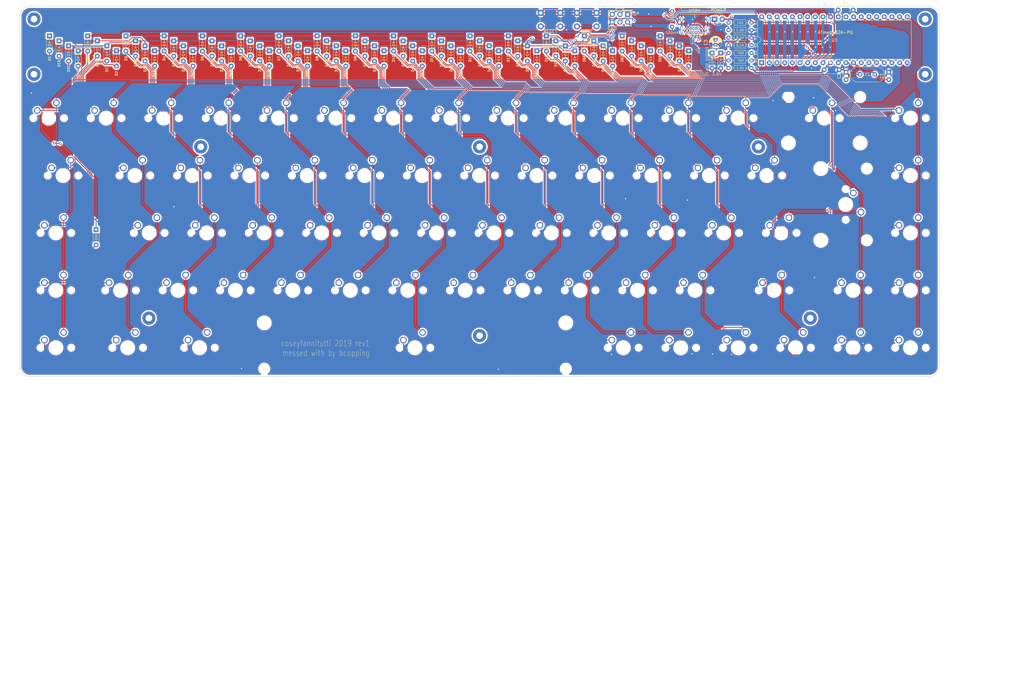
<source format=kicad_pcb>
(kicad_pcb (version 20171130) (host pcbnew "(5.1.4)-1")
  (layers (0 F.Cu signal) (31 B.Cu signal) (34 B.Paste user) (35 F.Paste user) (36 B.SilkS user) (37 F.SilkS user) (38 B.Mask user) (39 F.Mask user) (44 Edge.Cuts user))
  (net 0 "")
  (net 1 GND)
  (net 2 VCC)
  (net 3 row0)
  (net 4 "Net-(D1-Pad2)")
  (net 5 "Net-(D2-Pad2)")
  (net 6 "Net-(D3-Pad2)")
  (net 7 "Net-(D4-Pad2)")
  (net 8 "Net-(D5-Pad2)")
  (net 9 "Net-(D6-Pad2)")
  (net 10 "Net-(D7-Pad2)")
  (net 11 "Net-(D8-Pad2)")
  (net 12 "Net-(D9-Pad2)")
  (net 13 "Net-(D10-Pad2)")
  (net 14 "Net-(D11-Pad2)")
  (net 15 "Net-(D12-Pad2)")
  (net 16 "Net-(D13-Pad2)")
  (net 17 "Net-(D14-Pad2)")
  (net 18 "Net-(D15-Pad2)")
  (net 19 row1)
  (net 20 "Net-(D16-Pad2)")
  (net 21 "Net-(D17-Pad2)")
  (net 22 "Net-(D18-Pad2)")
  (net 23 "Net-(D19-Pad2)")
  (net 24 "Net-(D20-Pad2)")
  (net 25 "Net-(D21-Pad2)")
  (net 26 "Net-(D22-Pad2)")
  (net 27 "Net-(D23-Pad2)")
  (net 28 "Net-(D24-Pad2)")
  (net 29 "Net-(D25-Pad2)")
  (net 30 "Net-(D26-Pad2)")
  (net 31 "Net-(D27-Pad2)")
  (net 32 "Net-(D28-Pad2)")
  (net 33 "Net-(D29-Pad2)")
  (net 34 "Net-(D30-Pad2)")
  (net 35 "Net-(D31-Pad2)")
  (net 36 row2)
  (net 37 "Net-(D32-Pad2)")
  (net 38 "Net-(D33-Pad2)")
  (net 39 "Net-(D34-Pad2)")
  (net 40 "Net-(D35-Pad2)")
  (net 41 "Net-(D36-Pad2)")
  (net 42 "Net-(D37-Pad2)")
  (net 43 "Net-(D38-Pad2)")
  (net 44 "Net-(D39-Pad2)")
  (net 45 "Net-(D40-Pad2)")
  (net 46 "Net-(D41-Pad2)")
  (net 47 "Net-(D42-Pad2)")
  (net 48 "Net-(D43-Pad2)")
  (net 49 "Net-(D44-Pad2)")
  (net 50 row3)
  (net 51 "Net-(D45-Pad2)")
  (net 52 "Net-(D46-Pad2)")
  (net 53 "Net-(D47-Pad2)")
  (net 54 "Net-(D48-Pad2)")
  (net 55 "Net-(D49-Pad2)")
  (net 56 "Net-(D50-Pad2)")
  (net 57 "Net-(D51-Pad2)")
  (net 58 "Net-(D52-Pad2)")
  (net 59 "Net-(D53-Pad2)")
  (net 60 "Net-(D54-Pad2)")
  (net 61 "Net-(D55-Pad2)")
  (net 62 "Net-(D56-Pad2)")
  (net 63 "Net-(D57-Pad2)")
  (net 64 "Net-(D58-Pad2)")
  (net 65 "Net-(D59-Pad2)")
  (net 66 row4)
  (net 67 "Net-(D60-Pad2)")
  (net 68 "Net-(D61-Pad2)")
  (net 69 "Net-(D62-Pad2)")
  (net 70 "Net-(D63-Pad2)")
  (net 71 "Net-(D64-Pad2)")
  (net 72 "Net-(D65-Pad2)")
  (net 73 "Net-(D66-Pad2)")
  (net 74 "Net-(D67-Pad2)")
  (net 75 col0)
  (net 76 col1)
  (net 77 col2)
  (net 78 col3)
  (net 79 col4)
  (net 80 col5)
  (net 81 col6)
  (net 82 col7)
  (net 83 col8)
  (net 84 col9)
  (net 85 col10)
  (net 86 col11)
  (net 87 col12)
  (net 88 col13)
  (net 89 col14)
  (net 90 "Net-(R1-Pad2)")
  (net 91 "Net-(D68-Pad2)")
  (net 92 "Net-(R2-Pad1)")
  (net 93 "Net-(USB1-PadB8)")
  (net 94 "Net-(USB1-PadA8)")
  (net 95 reset)
  (net 96 +5V)
  (net 97 "Net-(U1-Pad29)")
  (net 98 "Net-(U1-Pad32)")
  (net 99 "Net-(U1-Pad33)")
  (net 100 "Net-(U1-Pad14)")
  (net 101 "Net-(U1-Pad34)")
  (net 102 "Net-(U1-Pad35)")
  (net 103 D+)
  (net 104 D-)
  (net 105 "Net-(C1-Pad1)")
  (net 106 "Net-(C2-Pad1)")
  (net 107 "Net-(D69-Pad1)")
  (net 108 "Net-(D70-Pad1)")
  (net 109 MOSI)
  (net 110 SCK)
  (net 111 MISO)
  (net 112 "Net-(LED1-Pad1)")
  (net 113 boot)
  (net 114 "Net-(U1-Pad15)")
  (net 115 "Net-(D75-Pad2)")
  (module cftkb:SW_Cherry_MX1A_1.00u_PCB-NOSCREEN (layer F.Cu) (at 315.5442 123.0376)
    (fp_text reference SWb43)
    (fp_text value KEYSW)
    (pad "" np_thru_hole circle (at 2.54 5.08) (size 1.7 1.7) (drill 1.7) (layers *.Cu *.Mask))
    (pad "" np_thru_hole circle (at -7.62 5.08) (size 1.7 1.7) (drill 1.7) (layers *.Cu *.Mask))
    (pad "" np_thru_hole circle (at -2.54 5.08) (size 4 4) (drill 4) (layers *.Cu *.Mask))
    (pad 2 thru_hole circle (at -6.35 2.54) (size 2.2 2.2) (drill 1.5) (layers *.Cu *.Mask) (net 48 "Net-(D43-Pad2)"))
    (pad 1 thru_hole circle (at 0 0) (size 2.2 2.2) (drill 1.5) (layers *.Cu *.Mask) (net 88 col13))
  )
  (module cftkb:SW_Cherry_MX1A_2.00u_PCBNOSCREEN (layer F.Cu) (at 339.47 121.21 270)
    (fp_text reference SW29)
    (fp_text value KEYSW)
    (pad 1 thru_hole circle (at 0 0 270) (size 2.2 2.2) (drill 1.5) (layers *.Cu *.Mask) (net 88 col13))
    (pad 2 thru_hole circle (at -6.35 2.54 270) (size 2.2 2.2) (drill 1.5) (layers *.Cu *.Mask) (net 33 "Net-(D29-Pad2)"))
    (pad "" np_thru_hole circle (at -2.54 5.08 270) (size 4 4) (drill 4) (layers *.Cu *.Mask))
    (pad "" np_thru_hole circle (at -7.62 5.08 270) (size 1.7 1.7) (drill 1.7) (layers *.Cu *.Mask))
    (pad "" np_thru_hole circle (at 2.54 5.08 270) (size 1.7 1.7) (drill 1.7) (layers *.Cu *.Mask))
    (pad "" np_thru_hole circle (at 9.36 13.32 270) (size 4 4) (drill 4) (layers *.Cu *.Mask))
    (pad "" np_thru_hole circle (at -14.44 13.32 270) (size 4 4) (drill 4) (layers *.Cu *.Mask))
    (pad "" np_thru_hole circle (at -14.44 -1.92 270) (size 3.05 3.05) (drill 3.05) (layers *.Cu *.Mask))
    (pad "" np_thru_hole circle (at 9.36 -1.92 270) (size 3.05 3.05) (drill 3.05) (layers *.Cu *.Mask))
  )
  (module cftkb:SW_Cherry_MX1A_1.25u_PCBNOSCREEN (layer F.Cu) (at 122.663984 161.13125)
    (fp_text reference SW61)
    (fp_text value KEYSW)
    (pad 1 thru_hole circle (at 0 0) (size 2.2 2.2) (drill 1.5) (layers *.Cu *.Mask) (net 77 col2))
    (pad 2 thru_hole circle (at -6.35 2.54) (size 2.2 2.2) (drill 1.5) (layers *.Cu *.Mask) (net 68 "Net-(D61-Pad2)"))
    (pad "" np_thru_hole circle (at -2.54 5.08) (size 4 4) (drill 4) (layers *.Cu *.Mask))
    (pad "" np_thru_hole circle (at -7.62 5.08) (size 1.7 1.7) (drill 1.7) (layers *.Cu *.Mask))
    (pad "" np_thru_hole circle (at 2.54 5.08) (size 1.7 1.7) (drill 1.7) (layers *.Cu *.Mask))
  )
  (module Capacitor_THT:C_Disc_D3.4mm_W2.1mm_P2.50mm (layer F.Cu) (at 334.52 77.26 90)
    (fp_text reference C2 (at 1.25 -2.3 90) (layer F.SilkS))
    (fp_text value 22p)
    (pad 2 thru_hole circle (at 2.5 0 90) (size 1.6 1.6) (drill 0.8) (layers *.Cu *.Mask) (net 1 GND))
    (pad 1 thru_hole circle (at 0 0 90) (size 1.6 1.6) (drill 0.8) (layers *.Cu *.Mask) (net 106 "Net-(C2-Pad1)"))
  )
  (module Capacitor_THT:C_Disc_D3.4mm_W2.1mm_P2.50mm (layer F.Cu) (at 348.67 77.26 90)
    (fp_text reference C1 (at 1.25 -2.3 90) (layer F.SilkS))
    (fp_text value 22p)
    (pad 2 thru_hole circle (at 2.5 0 90) (size 1.6 1.6) (drill 0.8) (layers *.Cu *.Mask) (net 1 GND))
    (pad 1 thru_hole circle (at 0 0 90) (size 1.6 1.6) (drill 0.8) (layers *.Cu *.Mask) (net 105 "Net-(C1-Pad1)"))
  )
  (module Capacitor_THT:C_Disc_D5.0mm_W2.5mm_P5.00mm (layer F.Cu) (at 327.247596 73.964046)
    (fp_text reference C5 (at 2.5 -2.5) (layer F.SilkS))
    (fp_text value 0.1u)
    (pad 2 thru_hole circle (at 5 0) (size 1.6 1.6) (drill 0.8) (layers *.Cu *.Mask) (net 1 GND))
    (pad 1 thru_hole circle (at 0 0) (size 1.6 1.6) (drill 0.8) (layers *.Cu *.Mask) (net 96 +5V))
  )
  (module Capacitor_THT:C_Disc_D5.0mm_W2.5mm_P5.00mm (layer F.Cu) (at 331.902064 54.173808)
    (fp_text reference C4 (at 2.5 -2.5) (layer F.SilkS))
    (fp_text value 0.1u)
    (pad 2 thru_hole circle (at 5 0) (size 1.6 1.6) (drill 0.8) (layers *.Cu *.Mask) (net 1 GND))
    (pad 1 thru_hole circle (at 0 0) (size 1.6 1.6) (drill 0.8) (layers *.Cu *.Mask) (net 96 +5V))
  )
  (module Capacitor_THT:CP_Radial_D4.0mm_P1.50mm (layer F.Cu) (at 291.25421 65.652496 90)
    (fp_text reference C3 (at 0.75 -3.25 90) (layer F.SilkS))
    (fp_text value 4.7u)
    (pad 2 thru_hole circle (at 1.5 0 90) (size 1.2 1.2) (drill 0.6) (layers *.Cu *.Mask) (net 1 GND))
    (pad 1 thru_hole rect (at 0 0 90) (size 1.2 1.2) (drill 0.6) (layers *.Cu *.Mask) (net 96 +5V))
  )
  (module cftkb:SW_Cherry_MX1A_1.25u_PCBNOSCREEN (layer F.Cu) (at 75.0316 142.0876)
    (fp_text reference SWb45)
    (fp_text value KEYSW)
    (pad 1 thru_hole circle (at 0 0) (size 2.2 2.2) (drill 1.5) (layers *.Cu *.Mask) (net 75 col0))
    (pad 2 thru_hole circle (at -6.35 2.54) (size 2.2 2.2) (drill 1.5) (layers *.Cu *.Mask) (net 51 "Net-(D45-Pad2)"))
    (pad "" np_thru_hole circle (at -2.54 5.08) (size 4 4) (drill 4) (layers *.Cu *.Mask))
    (pad "" np_thru_hole circle (at -7.62 5.08) (size 1.7 1.7) (drill 1.7) (layers *.Cu *.Mask))
    (pad "" np_thru_hole circle (at 2.54 5.08) (size 1.7 1.7) (drill 1.7) (layers *.Cu *.Mask))
  )
  (module cftkb:SW_Cherry_MX1A_1.00u_PCB-NOSCREEN (layer F.Cu) (at 96.4692 142.113)
    (fp_text reference SW75)
    (fp_text value KEYSW)
    (pad 1 thru_hole circle (at 0 0) (size 2.2 2.2) (drill 1.5) (layers *.Cu *.Mask) (net 76 col1))
    (pad 2 thru_hole circle (at -6.35 2.54) (size 2.2 2.2) (drill 1.5) (layers *.Cu *.Mask) (net 115 "Net-(D75-Pad2)"))
    (pad "" np_thru_hole circle (at -2.54 5.08) (size 4 4) (drill 4) (layers *.Cu *.Mask))
    (pad "" np_thru_hole circle (at -7.62 5.08) (size 1.7 1.7) (drill 1.7) (layers *.Cu *.Mask))
    (pad "" np_thru_hole circle (at 2.54 5.08) (size 1.7 1.7) (drill 1.7) (layers *.Cu *.Mask))
  )
  (module cftkb:SW_Cherry_MX1A_1.25u_PCBNOSCREEN (layer F.Cu) (at 282.24274 161.14138)
    (fp_text reference SW64)
    (fp_text value KEYSW)
    (pad 1 thru_hole circle (at 0 0) (size 2.2 2.2) (drill 1.5) (layers *.Cu *.Mask) (net 85 col10))
    (pad 2 thru_hole circle (at -6.35 2.54) (size 2.2 2.2) (drill 1.5) (layers *.Cu *.Mask) (net 71 "Net-(D64-Pad2)"))
    (pad "" np_thru_hole circle (at -2.54 5.08) (size 4 4) (drill 4) (layers *.Cu *.Mask))
    (pad "" np_thru_hole circle (at -7.62 5.08) (size 1.7 1.7) (drill 1.7) (layers *.Cu *.Mask))
    (pad "" np_thru_hole circle (at 2.54 5.08) (size 1.7 1.7) (drill 1.7) (layers *.Cu *.Mask))
  )
  (module cftkb:SW_Cherry_MX1A_1.25u_PCBNOSCREEN (layer F.Cu) (at 263.187418 161.13125)
    (fp_text reference SW63)
    (fp_text value KEYSW)
    (pad 1 thru_hole circle (at 0 0) (size 2.2 2.2) (drill 1.5) (layers *.Cu *.Mask) (net 84 col9))
    (pad 2 thru_hole circle (at -6.35 2.54) (size 2.2 2.2) (drill 1.5) (layers *.Cu *.Mask) (net 70 "Net-(D63-Pad2)"))
    (pad "" np_thru_hole circle (at -2.54 5.08) (size 4 4) (drill 4) (layers *.Cu *.Mask))
    (pad "" np_thru_hole circle (at -7.62 5.08) (size 1.7 1.7) (drill 1.7) (layers *.Cu *.Mask))
    (pad "" np_thru_hole circle (at 2.54 5.08) (size 1.7 1.7) (drill 1.7) (layers *.Cu *.Mask))
  )
  (module cftkb:D_DO-35_SOD27_P5.08mm_Horizontal (layer F.Cu) (at 85.8266 125.7554 270)
    (fp_text reference D75)
    (fp_text value " ")
    (pad 2 thru_hole oval (at 6.35 0 270) (size 1.6 1.6) (drill 0.8) (layers *.Cu *.Mask) (net 115 "Net-(D75-Pad2)"))
    (pad 1 thru_hole rect (at 1.27 0 270) (size 1.6 1.6) (drill 0.8) (layers *.Cu *.Mask) (net 50 row3))
  )
  (module cftkb:DIP-40_W15.24mm (layer F.Cu) (at 306.529964 71.636812 90)
    (fp_text reference U1 (at 7.52414 24.164738) (layer F.SilkS))
    (fp_text value ATmega32A-PU (at 10.06135 24.462204) (layer F.SilkS))
    (pad 1 thru_hole rect (at 0 0 90) (size 1.6 1.6) (drill 0.8) (layers *.Cu *.Mask) (net 66 row4))
    (pad 21 thru_hole oval (at 15.24 48.26 90) (size 1.6 1.6) (drill 0.8) (layers *.Cu *.Mask) (net 89 col14))
    (pad 2 thru_hole oval (at 0 2.54 90) (size 1.6 1.6) (drill 0.8) (layers *.Cu *.Mask) (net 36 row2))
    (pad 22 thru_hole oval (at 15.24 45.72 90) (size 1.6 1.6) (drill 0.8) (layers *.Cu *.Mask) (net 88 col13))
    (pad 3 thru_hole oval (at 0 5.08 90) (size 1.6 1.6) (drill 0.8) (layers *.Cu *.Mask) (net 3 row0))
    (pad 23 thru_hole oval (at 15.24 43.18 90) (size 1.6 1.6) (drill 0.8) (layers *.Cu *.Mask) (net 87 col12))
    (pad 4 thru_hole oval (at 0 7.62 90) (size 1.6 1.6) (drill 0.8) (layers *.Cu *.Mask) (net 76 col1))
    (pad 24 thru_hole oval (at 15.24 40.64 90) (size 1.6 1.6) (drill 0.8) (layers *.Cu *.Mask) (net 86 col11))
    (pad 5 thru_hole oval (at 0 10.16 90) (size 1.6 1.6) (drill 0.8) (layers *.Cu *.Mask) (net 78 col3))
    (pad 25 thru_hole oval (at 15.24 38.1 90) (size 1.6 1.6) (drill 0.8) (layers *.Cu *.Mask) (net 85 col10))
    (pad 6 thru_hole oval (at 0 12.7 90) (size 1.6 1.6) (drill 0.8) (layers *.Cu *.Mask) (net 109 MOSI))
    (pad 26 thru_hole oval (at 15.24 35.56 90) (size 1.6 1.6) (drill 0.8) (layers *.Cu *.Mask) (net 84 col9))
    (pad 7 thru_hole oval (at 0 15.24 90) (size 1.6 1.6) (drill 0.8) (layers *.Cu *.Mask) (net 111 MISO))
    (pad 27 thru_hole oval (at 15.24 33.02 90) (size 1.6 1.6) (drill 0.8) (layers *.Cu *.Mask) (net 83 col8))
    (pad 8 thru_hole oval (at 0 17.78 90) (size 1.6 1.6) (drill 0.8) (layers *.Cu *.Mask) (net 110 SCK))
    (pad 28 thru_hole oval (at 15.24 30.48 90) (size 1.6 1.6) (drill 0.8) (layers *.Cu *.Mask) (net 82 col7))
    (pad 9 thru_hole oval (at 0 20.32 90) (size 1.6 1.6) (drill 0.8) (layers *.Cu *.Mask) (net 95 reset))
    (pad 29 thru_hole oval (at 15.24 27.94 90) (size 1.6 1.6) (drill 0.8) (layers *.Cu *.Mask) (net 97 "Net-(U1-Pad29)"))
    (pad 10 thru_hole oval (at 0 22.86 90) (size 1.6 1.6) (drill 0.8) (layers *.Cu *.Mask) (net 96 +5V))
    (pad 30 thru_hole oval (at 15.24 25.4 90) (size 1.6 1.6) (drill 0.8) (layers *.Cu *.Mask) (net 96 +5V))
    (pad 11 thru_hole oval (at 0 25.4 90) (size 1.6 1.6) (drill 0.8) (layers *.Cu *.Mask) (net 1 GND))
    (pad 31 thru_hole oval (at 15.24 22.86 90) (size 1.6 1.6) (drill 0.8) (layers *.Cu *.Mask) (net 1 GND))
    (pad 12 thru_hole oval (at 0 27.94 90) (size 1.6 1.6) (drill 0.8) (layers *.Cu *.Mask) (net 106 "Net-(C2-Pad1)"))
    (pad 32 thru_hole oval (at 15.24 20.32 90) (size 1.6 1.6) (drill 0.8) (layers *.Cu *.Mask) (net 98 "Net-(U1-Pad32)"))
    (pad 13 thru_hole oval (at 0 30.48 90) (size 1.6 1.6) (drill 0.8) (layers *.Cu *.Mask) (net 105 "Net-(C1-Pad1)"))
    (pad 33 thru_hole oval (at 15.24 17.78 90) (size 1.6 1.6) (drill 0.8) (layers *.Cu *.Mask) (net 99 "Net-(U1-Pad33)"))
    (pad 14 thru_hole oval (at 0 33.02 90) (size 1.6 1.6) (drill 0.8) (layers *.Cu *.Mask) (net 100 "Net-(U1-Pad14)"))
    (pad 34 thru_hole oval (at 15.24 15.24 90) (size 1.6 1.6) (drill 0.8) (layers *.Cu *.Mask) (net 101 "Net-(U1-Pad34)"))
    (pad 15 thru_hole oval (at 0 35.56 90) (size 1.6 1.6) (drill 0.8) (layers *.Cu *.Mask) (net 114 "Net-(U1-Pad15)"))
    (pad 35 thru_hole oval (at 15.24 12.7 90) (size 1.6 1.6) (drill 0.8) (layers *.Cu *.Mask) (net 102 "Net-(U1-Pad35)"))
    (pad 16 thru_hole oval (at 0 38.1 90) (size 1.6 1.6) (drill 0.8) (layers *.Cu *.Mask) (net 103 D+))
    (pad 36 thru_hole oval (at 15.24 10.16 90) (size 1.6 1.6) (drill 0.8) (layers *.Cu *.Mask) (net 79 col4))
    (pad 17 thru_hole oval (at 0 40.64 90) (size 1.6 1.6) (drill 0.8) (layers *.Cu *.Mask) (net 104 D-))
    (pad 37 thru_hole oval (at 15.24 7.62 90) (size 1.6 1.6) (drill 0.8) (layers *.Cu *.Mask) (net 77 col2))
    (pad 18 thru_hole oval (at 0 43.18 90) (size 1.6 1.6) (drill 0.8) (layers *.Cu *.Mask) (net 113 boot))
    (pad 38 thru_hole oval (at 15.24 5.08 90) (size 1.6 1.6) (drill 0.8) (layers *.Cu *.Mask) (net 75 col0))
    (pad 19 thru_hole oval (at 0 45.72 90) (size 1.6 1.6) (drill 0.8) (layers *.Cu *.Mask) (net 80 col5))
    (pad 39 thru_hole oval (at 15.24 2.54 90) (size 1.6 1.6) (drill 0.8) (layers *.Cu *.Mask) (net 19 row1))
    (pad 20 thru_hole oval (at 0 48.26 90) (size 1.6 1.6) (drill 0.8) (layers *.Cu *.Mask) (net 81 col6))
    (pad 40 thru_hole oval (at 15.24 0 90) (size 1.6 1.6) (drill 0.8) (layers *.Cu *.Mask) (net 50 row3))
  )
  (module cftkb:SW_Cherry_MX1A_1.25u_PCBNOSCREEN (layer F.Cu) (at 75.039034 123.03125)
    (fp_text reference SW69)
    (fp_text value KEYSW)
    (pad 1 thru_hole circle (at 0 0) (size 2.2 2.2) (drill 1.5) (layers *.Cu *.Mask) (net 75 col0))
    (pad 2 thru_hole circle (at -6.35 2.54) (size 2.2 2.2) (drill 1.5) (layers *.Cu *.Mask) (net 35 "Net-(D31-Pad2)"))
    (pad "" np_thru_hole circle (at -2.54 5.08) (size 4 4) (drill 4) (layers *.Cu *.Mask))
    (pad "" np_thru_hole circle (at -7.62 5.08) (size 1.7 1.7) (drill 1.7) (layers *.Cu *.Mask))
    (pad "" np_thru_hole circle (at 2.54 5.08) (size 1.7 1.7) (drill 1.7) (layers *.Cu *.Mask))
  )
  (module cftkb:AVR_ICSP_3x2 (layer F.Cu) (at 259.530364 56.8685 180)
    (fp_text reference J1 hide)
    (fp_text value AVR-ISP-6 hide)
    (pad 1 thru_hole rect (at -2.54 1.27 180) (size 1.7 1.7) (drill 1.016) (layers *.Cu *.Mask) (net 111 MISO))
    (pad 2 thru_hole circle (at -2.54 -1.27 180) (size 1.7 1.7) (drill 1.016) (layers *.Cu *.Mask) (net 96 +5V))
    (pad 3 thru_hole circle (at 0 1.27 180) (size 1.7 1.7) (drill 1.016) (layers *.Cu *.Mask) (net 110 SCK))
    (pad 4 thru_hole circle (at 0 -1.27 180) (size 1.7 1.7) (drill 1.016) (layers *.Cu *.Mask) (net 109 MOSI))
    (pad 5 thru_hole circle (at 2.54 1.27 180) (size 1.7 1.7) (drill 1.016) (layers *.Cu *.Mask) (net 95 reset))
    (pad 6 thru_hole circle (at 2.54 -1.27 180) (size 1.7 1.7) (drill 1.016) (layers *.Cu *.Mask) (net 1 GND))
  )
  (module cftkb:SW_Cherry_MX1A_2.00u_PCBNOSCREEN (layer F.Cu) (at 329.832784 84.94138)
    (fp_text reference SW14)
    (fp_text value KEYSW)
    (pad 1 thru_hole circle (at 0 0) (size 2.2 2.2) (drill 1.5) (layers *.Cu *.Mask) (net 88 col13))
    (pad 2 thru_hole circle (at -6.35 2.54) (size 2.2 2.2) (drill 1.5) (layers *.Cu *.Mask) (net 17 "Net-(D14-Pad2)"))
    (pad "" np_thru_hole circle (at -2.54 5.08) (size 4 4) (drill 4) (layers *.Cu *.Mask))
    (pad "" np_thru_hole circle (at -7.62 5.08) (size 1.7 1.7) (drill 1.7) (layers *.Cu *.Mask))
    (pad "" np_thru_hole circle (at 2.54 5.08) (size 1.7 1.7) (drill 1.7) (layers *.Cu *.Mask))
    (pad "" np_thru_hole circle (at 9.36 13.32) (size 4 4) (drill 4) (layers *.Cu *.Mask))
    (pad "" np_thru_hole circle (at -14.44 13.32) (size 4 4) (drill 4) (layers *.Cu *.Mask))
    (pad "" np_thru_hole circle (at -14.44 -1.92) (size 3.05 3.05) (drill 3.05) (layers *.Cu *.Mask))
    (pad "" np_thru_hole circle (at 9.36 -1.92) (size 3.05 3.05) (drill 3.05) (layers *.Cu *.Mask))
  )
  (module cftkb:SW_Cherry_MX1A_1.25u_PCBNOSCREEN (layer F.Cu) (at 75.038984 161.13125)
    (fp_text reference SW59)
    (fp_text value KEYSW)
    (pad 1 thru_hole circle (at 0 0) (size 2.2 2.2) (drill 1.5) (layers *.Cu *.Mask) (net 75 col0))
    (pad 2 thru_hole circle (at -6.35 2.54) (size 2.2 2.2) (drill 1.5) (layers *.Cu *.Mask) (net 65 "Net-(D59-Pad2)"))
    (pad "" np_thru_hole circle (at -2.54 5.08) (size 4 4) (drill 4) (layers *.Cu *.Mask))
    (pad "" np_thru_hole circle (at -7.62 5.08) (size 1.7 1.7) (drill 1.7) (layers *.Cu *.Mask))
    (pad "" np_thru_hole circle (at 2.54 5.08) (size 1.7 1.7) (drill 1.7) (layers *.Cu *.Mask))
  )
  (module cftkb:SW_Cherry_MX1A_1.25u_PCBNOSCREEN (layer F.Cu) (at 98.851584 161.14138)
    (fp_text reference SW60)
    (fp_text value KEYSW)
    (pad 1 thru_hole circle (at 0 0) (size 2.2 2.2) (drill 1.5) (layers *.Cu *.Mask) (net 76 col1))
    (pad 2 thru_hole circle (at -6.35 2.54) (size 2.2 2.2) (drill 1.5) (layers *.Cu *.Mask) (net 67 "Net-(D60-Pad2)"))
    (pad "" np_thru_hole circle (at -2.54 5.08) (size 4 4) (drill 4) (layers *.Cu *.Mask))
    (pad "" np_thru_hole circle (at -7.62 5.08) (size 1.7 1.7) (drill 1.7) (layers *.Cu *.Mask))
    (pad "" np_thru_hole circle (at 2.54 5.08) (size 1.7 1.7) (drill 1.7) (layers *.Cu *.Mask))
  )
  (module cftkb:SW_Cherry_MX1A_1.75u_PCBNOSCREEN (layer F.Cu) (at 313.163784 142.09138)
    (fp_text reference SW56)
    (fp_text value KEYSW)
    (pad 1 thru_hole circle (at 0 0) (size 2.2 2.2) (drill 1.5) (layers *.Cu *.Mask) (net 87 col12))
    (pad 2 thru_hole circle (at -6.35 2.54) (size 2.2 2.2) (drill 1.5) (layers *.Cu *.Mask) (net 62 "Net-(D56-Pad2)"))
    (pad "" np_thru_hole circle (at -2.54 5.08) (size 4 4) (drill 4) (layers *.Cu *.Mask))
    (pad "" np_thru_hole circle (at -7.62 5.08) (size 1.7 1.7) (drill 1.7) (layers *.Cu *.Mask))
    (pad "" np_thru_hole circle (at 2.54 5.08) (size 1.7 1.7) (drill 1.7) (layers *.Cu *.Mask))
  )
  (module cftkb:SW_Cherry_MX1A_1.50u_PCBNOSCREEN (layer F.Cu) (at 77.420284 103.99138)
    (fp_text reference SW16)
    (fp_text value KEYSW)
    (pad "" np_thru_hole circle (at 2.54 5.08) (size 1.7 1.7) (drill 1.7) (layers *.Cu *.Mask))
    (pad "" np_thru_hole circle (at -7.62 5.08) (size 1.7 1.7) (drill 1.7) (layers *.Cu *.Mask))
    (pad "" np_thru_hole circle (at -2.54 5.08) (size 4 4) (drill 4) (layers *.Cu *.Mask))
    (pad 2 thru_hole circle (at -6.35 2.54) (size 2.2 2.2) (drill 1.5) (layers *.Cu *.Mask) (net 20 "Net-(D16-Pad2)"))
    (pad 1 thru_hole circle (at 0 0) (size 2.2 2.2) (drill 1.5) (layers *.Cu *.Mask) (net 75 col0))
  )
  (module cftkb:SW_Cherry_MX1A_1.00u_PCB-NOSCREEN (layer F.Cu) (at 301.257784 84.94138)
    (fp_text reference SW13)
    (fp_text value KEYSW)
    (pad 1 thru_hole circle (at 0 0) (size 2.2 2.2) (drill 1.5) (layers *.Cu *.Mask) (net 87 col12))
    (pad 2 thru_hole circle (at -6.35 2.54) (size 2.2 2.2) (drill 1.5) (layers *.Cu *.Mask) (net 16 "Net-(D13-Pad2)"))
    (pad "" np_thru_hole circle (at -2.54 5.08) (size 4 4) (drill 4) (layers *.Cu *.Mask))
    (pad "" np_thru_hole circle (at -7.62 5.08) (size 1.7 1.7) (drill 1.7) (layers *.Cu *.Mask))
    (pad "" np_thru_hole circle (at 2.54 5.08) (size 1.7 1.7) (drill 1.7) (layers *.Cu *.Mask))
  )
  (module cftkb:SW_Cherry_MX1A_1.00u_PCB-NOSCREEN (layer F.Cu) (at 139.332784 103.99138)
    (fp_text reference SW19)
    (fp_text value KEYSW)
    (pad 1 thru_hole circle (at 0 0) (size 2.2 2.2) (drill 1.5) (layers *.Cu *.Mask) (net 78 col3))
    (pad 2 thru_hole circle (at -6.35 2.54) (size 2.2 2.2) (drill 1.5) (layers *.Cu *.Mask) (net 23 "Net-(D19-Pad2)"))
    (pad "" np_thru_hole circle (at -2.54 5.08) (size 4 4) (drill 4) (layers *.Cu *.Mask))
    (pad "" np_thru_hole circle (at -7.62 5.08) (size 1.7 1.7) (drill 1.7) (layers *.Cu *.Mask))
    (pad "" np_thru_hole circle (at 2.54 5.08) (size 1.7 1.7) (drill 1.7) (layers *.Cu *.Mask))
  )
  (module cftkb:SW_Cherry_MX1A_1.00u_PCB-NOSCREEN (layer F.Cu) (at 72.657784 84.94138)
    (fp_text reference SW1)
    (fp_text value KEYSW)
    (pad 1 thru_hole circle (at 0 0) (size 2.2 2.2) (drill 1.5) (layers *.Cu *.Mask) (net 75 col0))
    (pad 2 thru_hole circle (at -6.35 2.54) (size 2.2 2.2) (drill 1.5) (layers *.Cu *.Mask) (net 4 "Net-(D1-Pad2)"))
    (pad "" np_thru_hole circle (at -2.54 5.08) (size 4 4) (drill 4) (layers *.Cu *.Mask))
    (pad "" np_thru_hole circle (at -7.62 5.08) (size 1.7 1.7) (drill 1.7) (layers *.Cu *.Mask))
    (pad "" np_thru_hole circle (at 2.54 5.08) (size 1.7 1.7) (drill 1.7) (layers *.Cu *.Mask))
  )
  (module cftkb:SW_Cherry_MX1A_1.00u_PCB-NOSCREEN (layer F.Cu) (at 91.707784 84.94138)
    (fp_text reference SW2)
    (fp_text value KEYSW)
    (pad 1 thru_hole circle (at 0 0) (size 2.2 2.2) (drill 1.5) (layers *.Cu *.Mask) (net 76 col1))
    (pad 2 thru_hole circle (at -6.35 2.54) (size 2.2 2.2) (drill 1.5) (layers *.Cu *.Mask) (net 5 "Net-(D2-Pad2)"))
    (pad "" np_thru_hole circle (at -2.54 5.08) (size 4 4) (drill 4) (layers *.Cu *.Mask))
    (pad "" np_thru_hole circle (at -7.62 5.08) (size 1.7 1.7) (drill 1.7) (layers *.Cu *.Mask))
    (pad "" np_thru_hole circle (at 2.54 5.08) (size 1.7 1.7) (drill 1.7) (layers *.Cu *.Mask))
  )
  (module cftkb:SW_Cherry_MX1A_1.00u_PCB-NOSCREEN (layer F.Cu) (at 110.757784 84.94138)
    (fp_text reference SW3)
    (fp_text value KEYSW)
    (pad 1 thru_hole circle (at 0 0) (size 2.2 2.2) (drill 1.5) (layers *.Cu *.Mask) (net 77 col2))
    (pad 2 thru_hole circle (at -6.35 2.54) (size 2.2 2.2) (drill 1.5) (layers *.Cu *.Mask) (net 6 "Net-(D3-Pad2)"))
    (pad "" np_thru_hole circle (at -2.54 5.08) (size 4 4) (drill 4) (layers *.Cu *.Mask))
    (pad "" np_thru_hole circle (at -7.62 5.08) (size 1.7 1.7) (drill 1.7) (layers *.Cu *.Mask))
    (pad "" np_thru_hole circle (at 2.54 5.08) (size 1.7 1.7) (drill 1.7) (layers *.Cu *.Mask))
  )
  (module cftkb:SW_Cherry_MX1A_1.00u_PCB-NOSCREEN (layer F.Cu) (at 129.807784 84.94138)
    (fp_text reference SW4)
    (fp_text value KEYSW)
    (pad 1 thru_hole circle (at 0 0) (size 2.2 2.2) (drill 1.5) (layers *.Cu *.Mask) (net 78 col3))
    (pad 2 thru_hole circle (at -6.35 2.54) (size 2.2 2.2) (drill 1.5) (layers *.Cu *.Mask) (net 7 "Net-(D4-Pad2)"))
    (pad "" np_thru_hole circle (at -2.54 5.08) (size 4 4) (drill 4) (layers *.Cu *.Mask))
    (pad "" np_thru_hole circle (at -7.62 5.08) (size 1.7 1.7) (drill 1.7) (layers *.Cu *.Mask))
    (pad "" np_thru_hole circle (at 2.54 5.08) (size 1.7 1.7) (drill 1.7) (layers *.Cu *.Mask))
  )
  (module cftkb:SW_Cherry_MX1A_1.00u_PCB-NOSCREEN (layer F.Cu) (at 148.857784 84.94138)
    (fp_text reference SW5)
    (fp_text value KEYSW)
    (pad 1 thru_hole circle (at 0 0) (size 2.2 2.2) (drill 1.5) (layers *.Cu *.Mask) (net 79 col4))
    (pad 2 thru_hole circle (at -6.35 2.54) (size 2.2 2.2) (drill 1.5) (layers *.Cu *.Mask) (net 8 "Net-(D5-Pad2)"))
    (pad "" np_thru_hole circle (at -2.54 5.08) (size 4 4) (drill 4) (layers *.Cu *.Mask))
    (pad "" np_thru_hole circle (at -7.62 5.08) (size 1.7 1.7) (drill 1.7) (layers *.Cu *.Mask))
    (pad "" np_thru_hole circle (at 2.54 5.08) (size 1.7 1.7) (drill 1.7) (layers *.Cu *.Mask))
  )
  (module cftkb:SW_Cherry_MX1A_1.00u_PCB-NOSCREEN (layer F.Cu) (at 167.907784 84.94138)
    (fp_text reference SW6)
    (fp_text value KEYSW)
    (pad 1 thru_hole circle (at 0 0) (size 2.2 2.2) (drill 1.5) (layers *.Cu *.Mask) (net 80 col5))
    (pad 2 thru_hole circle (at -6.35 2.54) (size 2.2 2.2) (drill 1.5) (layers *.Cu *.Mask) (net 9 "Net-(D6-Pad2)"))
    (pad "" np_thru_hole circle (at -2.54 5.08) (size 4 4) (drill 4) (layers *.Cu *.Mask))
    (pad "" np_thru_hole circle (at -7.62 5.08) (size 1.7 1.7) (drill 1.7) (layers *.Cu *.Mask))
    (pad "" np_thru_hole circle (at 2.54 5.08) (size 1.7 1.7) (drill 1.7) (layers *.Cu *.Mask))
  )
  (module cftkb:SW_Cherry_MX1A_1.00u_PCB-NOSCREEN (layer F.Cu) (at 186.957784 84.94138)
    (fp_text reference SW7)
    (fp_text value KEYSW)
    (pad 1 thru_hole circle (at 0 0) (size 2.2 2.2) (drill 1.5) (layers *.Cu *.Mask) (net 81 col6))
    (pad 2 thru_hole circle (at -6.35 2.54) (size 2.2 2.2) (drill 1.5) (layers *.Cu *.Mask) (net 10 "Net-(D7-Pad2)"))
    (pad "" np_thru_hole circle (at -2.54 5.08) (size 4 4) (drill 4) (layers *.Cu *.Mask))
    (pad "" np_thru_hole circle (at -7.62 5.08) (size 1.7 1.7) (drill 1.7) (layers *.Cu *.Mask))
    (pad "" np_thru_hole circle (at 2.54 5.08) (size 1.7 1.7) (drill 1.7) (layers *.Cu *.Mask))
  )
  (module cftkb:SW_Cherry_MX1A_1.00u_PCB-NOSCREEN (layer F.Cu) (at 206.007784 84.94138)
    (fp_text reference SW8)
    (fp_text value KEYSW)
    (pad 1 thru_hole circle (at 0 0) (size 2.2 2.2) (drill 1.5) (layers *.Cu *.Mask) (net 82 col7))
    (pad 2 thru_hole circle (at -6.35 2.54) (size 2.2 2.2) (drill 1.5) (layers *.Cu *.Mask) (net 11 "Net-(D8-Pad2)"))
    (pad "" np_thru_hole circle (at -2.54 5.08) (size 4 4) (drill 4) (layers *.Cu *.Mask))
    (pad "" np_thru_hole circle (at -7.62 5.08) (size 1.7 1.7) (drill 1.7) (layers *.Cu *.Mask))
    (pad "" np_thru_hole circle (at 2.54 5.08) (size 1.7 1.7) (drill 1.7) (layers *.Cu *.Mask))
  )
  (module cftkb:SW_Cherry_MX1A_1.00u_PCB-NOSCREEN (layer F.Cu) (at 225.057784 84.94138)
    (fp_text reference SW9)
    (fp_text value KEYSW)
    (pad 1 thru_hole circle (at 0 0) (size 2.2 2.2) (drill 1.5) (layers *.Cu *.Mask) (net 83 col8))
    (pad 2 thru_hole circle (at -6.35 2.54) (size 2.2 2.2) (drill 1.5) (layers *.Cu *.Mask) (net 12 "Net-(D9-Pad2)"))
    (pad "" np_thru_hole circle (at -2.54 5.08) (size 4 4) (drill 4) (layers *.Cu *.Mask))
    (pad "" np_thru_hole circle (at -7.62 5.08) (size 1.7 1.7) (drill 1.7) (layers *.Cu *.Mask))
    (pad "" np_thru_hole circle (at 2.54 5.08) (size 1.7 1.7) (drill 1.7) (layers *.Cu *.Mask))
  )
  (module cftkb:SW_Cherry_MX1A_1.00u_PCB-NOSCREEN (layer F.Cu) (at 244.107784 84.94138)
    (fp_text reference SW10)
    (fp_text value KEYSW)
    (pad 1 thru_hole circle (at 0 0) (size 2.2 2.2) (drill 1.5) (layers *.Cu *.Mask) (net 84 col9))
    (pad 2 thru_hole circle (at -6.35 2.54) (size 2.2 2.2) (drill 1.5) (layers *.Cu *.Mask) (net 13 "Net-(D10-Pad2)"))
    (pad "" np_thru_hole circle (at -2.54 5.08) (size 4 4) (drill 4) (layers *.Cu *.Mask))
    (pad "" np_thru_hole circle (at -7.62 5.08) (size 1.7 1.7) (drill 1.7) (layers *.Cu *.Mask))
    (pad "" np_thru_hole circle (at 2.54 5.08) (size 1.7 1.7) (drill 1.7) (layers *.Cu *.Mask))
  )
  (module cftkb:SW_Cherry_MX1A_1.00u_PCB-NOSCREEN (layer F.Cu) (at 263.157784 84.94138)
    (fp_text reference SW11)
    (fp_text value KEYSW)
    (pad 1 thru_hole circle (at 0 0) (size 2.2 2.2) (drill 1.5) (layers *.Cu *.Mask) (net 85 col10))
    (pad 2 thru_hole circle (at -6.35 2.54) (size 2.2 2.2) (drill 1.5) (layers *.Cu *.Mask) (net 14 "Net-(D11-Pad2)"))
    (pad "" np_thru_hole circle (at -2.54 5.08) (size 4 4) (drill 4) (layers *.Cu *.Mask))
    (pad "" np_thru_hole circle (at -7.62 5.08) (size 1.7 1.7) (drill 1.7) (layers *.Cu *.Mask))
    (pad "" np_thru_hole circle (at 2.54 5.08) (size 1.7 1.7) (drill 1.7) (layers *.Cu *.Mask))
  )
  (module cftkb:SW_Cherry_MX1A_1.00u_PCB-NOSCREEN (layer F.Cu) (at 282.207784 84.94138)
    (fp_text reference SW12)
    (fp_text value KEYSW)
    (pad 1 thru_hole circle (at 0 0) (size 2.2 2.2) (drill 1.5) (layers *.Cu *.Mask) (net 86 col11))
    (pad 2 thru_hole circle (at -6.35 2.54) (size 2.2 2.2) (drill 1.5) (layers *.Cu *.Mask) (net 15 "Net-(D12-Pad2)"))
    (pad "" np_thru_hole circle (at -2.54 5.08) (size 4 4) (drill 4) (layers *.Cu *.Mask))
    (pad "" np_thru_hole circle (at -7.62 5.08) (size 1.7 1.7) (drill 1.7) (layers *.Cu *.Mask))
    (pad "" np_thru_hole circle (at 2.54 5.08) (size 1.7 1.7) (drill 1.7) (layers *.Cu *.Mask))
  )
  (module cftkb:SW_Cherry_MX1A_1.00u_PCB-NOSCREEN (layer F.Cu) (at 358.407784 84.94138)
    (fp_text reference SW15)
    (fp_text value KEYSW)
    (pad 1 thru_hole circle (at 0 0) (size 2.2 2.2) (drill 1.5) (layers *.Cu *.Mask) (net 89 col14))
    (pad 2 thru_hole circle (at -6.35 2.54) (size 2.2 2.2) (drill 1.5) (layers *.Cu *.Mask) (net 18 "Net-(D15-Pad2)"))
    (pad "" np_thru_hole circle (at -2.54 5.08) (size 4 4) (drill 4) (layers *.Cu *.Mask))
    (pad "" np_thru_hole circle (at -7.62 5.08) (size 1.7 1.7) (drill 1.7) (layers *.Cu *.Mask))
    (pad "" np_thru_hole circle (at 2.54 5.08) (size 1.7 1.7) (drill 1.7) (layers *.Cu *.Mask))
  )
  (module cftkb:SW_Cherry_MX1A_1.00u_PCB-NOSCREEN (layer F.Cu) (at 101.232784 103.99138)
    (fp_text reference SW17)
    (fp_text value KEYSW)
    (pad 1 thru_hole circle (at 0 0) (size 2.2 2.2) (drill 1.5) (layers *.Cu *.Mask) (net 76 col1))
    (pad 2 thru_hole circle (at -6.35 2.54) (size 2.2 2.2) (drill 1.5) (layers *.Cu *.Mask) (net 21 "Net-(D17-Pad2)"))
    (pad "" np_thru_hole circle (at -2.54 5.08) (size 4 4) (drill 4) (layers *.Cu *.Mask))
    (pad "" np_thru_hole circle (at -7.62 5.08) (size 1.7 1.7) (drill 1.7) (layers *.Cu *.Mask))
    (pad "" np_thru_hole circle (at 2.54 5.08) (size 1.7 1.7) (drill 1.7) (layers *.Cu *.Mask))
  )
  (module cftkb:SW_Cherry_MX1A_1.00u_PCB-NOSCREEN (layer F.Cu) (at 120.282784 103.99138)
    (fp_text reference SW18)
    (fp_text value KEYSW)
    (pad 1 thru_hole circle (at 0 0) (size 2.2 2.2) (drill 1.5) (layers *.Cu *.Mask) (net 77 col2))
    (pad 2 thru_hole circle (at -6.35 2.54) (size 2.2 2.2) (drill 1.5) (layers *.Cu *.Mask) (net 22 "Net-(D18-Pad2)"))
    (pad "" np_thru_hole circle (at -2.54 5.08) (size 4 4) (drill 4) (layers *.Cu *.Mask))
    (pad "" np_thru_hole circle (at -7.62 5.08) (size 1.7 1.7) (drill 1.7) (layers *.Cu *.Mask))
    (pad "" np_thru_hole circle (at 2.54 5.08) (size 1.7 1.7) (drill 1.7) (layers *.Cu *.Mask))
  )
  (module cftkb:SW_Cherry_MX1A_1.00u_PCB-NOSCREEN (layer F.Cu) (at 158.382784 103.99138)
    (fp_text reference SW20)
    (fp_text value KEYSW)
    (pad 1 thru_hole circle (at 0 0) (size 2.2 2.2) (drill 1.5) (layers *.Cu *.Mask) (net 79 col4))
    (pad 2 thru_hole circle (at -6.35 2.54) (size 2.2 2.2) (drill 1.5) (layers *.Cu *.Mask) (net 24 "Net-(D20-Pad2)"))
    (pad "" np_thru_hole circle (at -2.54 5.08) (size 4 4) (drill 4) (layers *.Cu *.Mask))
    (pad "" np_thru_hole circle (at -7.62 5.08) (size 1.7 1.7) (drill 1.7) (layers *.Cu *.Mask))
    (pad "" np_thru_hole circle (at 2.54 5.08) (size 1.7 1.7) (drill 1.7) (layers *.Cu *.Mask))
  )
  (module cftkb:SW_Cherry_MX1A_1.00u_PCB-NOSCREEN (layer F.Cu) (at 177.432784 103.99138)
    (fp_text reference SW21)
    (fp_text value KEYSW)
    (pad 1 thru_hole circle (at 0 0) (size 2.2 2.2) (drill 1.5) (layers *.Cu *.Mask) (net 80 col5))
    (pad 2 thru_hole circle (at -6.35 2.54) (size 2.2 2.2) (drill 1.5) (layers *.Cu *.Mask) (net 25 "Net-(D21-Pad2)"))
    (pad "" np_thru_hole circle (at -2.54 5.08) (size 4 4) (drill 4) (layers *.Cu *.Mask))
    (pad "" np_thru_hole circle (at -7.62 5.08) (size 1.7 1.7) (drill 1.7) (layers *.Cu *.Mask))
    (pad "" np_thru_hole circle (at 2.54 5.08) (size 1.7 1.7) (drill 1.7) (layers *.Cu *.Mask))
  )
  (module cftkb:SW_Cherry_MX1A_1.00u_PCB-NOSCREEN (layer F.Cu) (at 196.482784 103.99138)
    (fp_text reference SW22)
    (fp_text value KEYSW)
    (pad 1 thru_hole circle (at 0 0) (size 2.2 2.2) (drill 1.5) (layers *.Cu *.Mask) (net 81 col6))
    (pad 2 thru_hole circle (at -6.35 2.54) (size 2.2 2.2) (drill 1.5) (layers *.Cu *.Mask) (net 26 "Net-(D22-Pad2)"))
    (pad "" np_thru_hole circle (at -2.54 5.08) (size 4 4) (drill 4) (layers *.Cu *.Mask))
    (pad "" np_thru_hole circle (at -7.62 5.08) (size 1.7 1.7) (drill 1.7) (layers *.Cu *.Mask))
    (pad "" np_thru_hole circle (at 2.54 5.08) (size 1.7 1.7) (drill 1.7) (layers *.Cu *.Mask))
  )
  (module cftkb:SW_Cherry_MX1A_1.00u_PCB-NOSCREEN (layer F.Cu) (at 215.532784 103.99138)
    (fp_text reference SW23)
    (fp_text value KEYSW)
    (pad 1 thru_hole circle (at 0 0) (size 2.2 2.2) (drill 1.5) (layers *.Cu *.Mask) (net 82 col7))
    (pad 2 thru_hole circle (at -6.35 2.54) (size 2.2 2.2) (drill 1.5) (layers *.Cu *.Mask) (net 27 "Net-(D23-Pad2)"))
    (pad "" np_thru_hole circle (at -2.54 5.08) (size 4 4) (drill 4) (layers *.Cu *.Mask))
    (pad "" np_thru_hole circle (at -7.62 5.08) (size 1.7 1.7) (drill 1.7) (layers *.Cu *.Mask))
    (pad "" np_thru_hole circle (at 2.54 5.08) (size 1.7 1.7) (drill 1.7) (layers *.Cu *.Mask))
  )
  (module cftkb:SW_Cherry_MX1A_1.00u_PCB-NOSCREEN (layer F.Cu) (at 234.582784 103.99138)
    (fp_text reference SW24)
    (fp_text value KEYSW)
    (pad 1 thru_hole circle (at 0 0) (size 2.2 2.2) (drill 1.5) (layers *.Cu *.Mask) (net 83 col8))
    (pad 2 thru_hole circle (at -6.35 2.54) (size 2.2 2.2) (drill 1.5) (layers *.Cu *.Mask) (net 28 "Net-(D24-Pad2)"))
    (pad "" np_thru_hole circle (at -2.54 5.08) (size 4 4) (drill 4) (layers *.Cu *.Mask))
    (pad "" np_thru_hole circle (at -7.62 5.08) (size 1.7 1.7) (drill 1.7) (layers *.Cu *.Mask))
    (pad "" np_thru_hole circle (at 2.54 5.08) (size 1.7 1.7) (drill 1.7) (layers *.Cu *.Mask))
  )
  (module cftkb:SW_Cherry_MX1A_1.00u_PCB-NOSCREEN (layer F.Cu) (at 253.632784 103.99138)
    (fp_text reference SW25)
    (fp_text value KEYSW)
    (pad 1 thru_hole circle (at 0 0) (size 2.2 2.2) (drill 1.5) (layers *.Cu *.Mask) (net 84 col9))
    (pad 2 thru_hole circle (at -6.35 2.54) (size 2.2 2.2) (drill 1.5) (layers *.Cu *.Mask) (net 29 "Net-(D25-Pad2)"))
    (pad "" np_thru_hole circle (at -2.54 5.08) (size 4 4) (drill 4) (layers *.Cu *.Mask))
    (pad "" np_thru_hole circle (at -7.62 5.08) (size 1.7 1.7) (drill 1.7) (layers *.Cu *.Mask))
    (pad "" np_thru_hole circle (at 2.54 5.08) (size 1.7 1.7) (drill 1.7) (layers *.Cu *.Mask))
  )
  (module cftkb:SW_Cherry_MX1A_1.00u_PCB-NOSCREEN (layer F.Cu) (at 272.682784 103.99138)
    (fp_text reference SW26)
    (fp_text value KEYSW)
    (pad 1 thru_hole circle (at 0 0) (size 2.2 2.2) (drill 1.5) (layers *.Cu *.Mask) (net 85 col10))
    (pad 2 thru_hole circle (at -6.35 2.54) (size 2.2 2.2) (drill 1.5) (layers *.Cu *.Mask) (net 30 "Net-(D26-Pad2)"))
    (pad "" np_thru_hole circle (at -2.54 5.08) (size 4 4) (drill 4) (layers *.Cu *.Mask))
    (pad "" np_thru_hole circle (at -7.62 5.08) (size 1.7 1.7) (drill 1.7) (layers *.Cu *.Mask))
    (pad "" np_thru_hole circle (at 2.54 5.08) (size 1.7 1.7) (drill 1.7) (layers *.Cu *.Mask))
  )
  (module cftkb:SW_Cherry_MX1A_1.00u_PCB-NOSCREEN (layer F.Cu) (at 291.732784 103.99138)
    (fp_text reference SW27)
    (fp_text value KEYSW)
    (pad 1 thru_hole circle (at 0 0) (size 2.2 2.2) (drill 1.5) (layers *.Cu *.Mask) (net 86 col11))
    (pad 2 thru_hole circle (at -6.35 2.54) (size 2.2 2.2) (drill 1.5) (layers *.Cu *.Mask) (net 31 "Net-(D27-Pad2)"))
    (pad "" np_thru_hole circle (at -2.54 5.08) (size 4 4) (drill 4) (layers *.Cu *.Mask))
    (pad "" np_thru_hole circle (at -7.62 5.08) (size 1.7 1.7) (drill 1.7) (layers *.Cu *.Mask))
    (pad "" np_thru_hole circle (at 2.54 5.08) (size 1.7 1.7) (drill 1.7) (layers *.Cu *.Mask))
  )
  (module cftkb:SW_Cherry_MX1A_1.00u_PCB-NOSCREEN (layer F.Cu) (at 310.782784 103.99138)
    (fp_text reference SW28)
    (fp_text value KEYSW)
    (pad 1 thru_hole circle (at 0 0) (size 2.2 2.2) (drill 1.5) (layers *.Cu *.Mask) (net 87 col12))
    (pad 2 thru_hole circle (at -6.35 2.54) (size 2.2 2.2) (drill 1.5) (layers *.Cu *.Mask) (net 32 "Net-(D28-Pad2)"))
    (pad "" np_thru_hole circle (at -2.54 5.08) (size 4 4) (drill 4) (layers *.Cu *.Mask))
    (pad "" np_thru_hole circle (at -7.62 5.08) (size 1.7 1.7) (drill 1.7) (layers *.Cu *.Mask))
    (pad "" np_thru_hole circle (at 2.54 5.08) (size 1.7 1.7) (drill 1.7) (layers *.Cu *.Mask))
  )
  (module cftkb:SW_Cherry_MX1A_1.00u_PCB-NOSCREEN (layer F.Cu) (at 358.407784 103.99138)
    (fp_text reference SW30)
    (fp_text value KEYSW)
    (pad 1 thru_hole circle (at 0 0) (size 2.2 2.2) (drill 1.5) (layers *.Cu *.Mask) (net 89 col14))
    (pad 2 thru_hole circle (at -6.35 2.54) (size 2.2 2.2) (drill 1.5) (layers *.Cu *.Mask) (net 34 "Net-(D30-Pad2)"))
    (pad "" np_thru_hole circle (at -2.54 5.08) (size 4 4) (drill 4) (layers *.Cu *.Mask))
    (pad "" np_thru_hole circle (at -7.62 5.08) (size 1.7 1.7) (drill 1.7) (layers *.Cu *.Mask))
    (pad "" np_thru_hole circle (at 2.54 5.08) (size 1.7 1.7) (drill 1.7) (layers *.Cu *.Mask))
  )
  (module cftkb:SW_Cherry_MX1A_1.00u_PCB-NOSCREEN (layer F.Cu) (at 105.995284 123.04138)
    (fp_text reference SW32)
    (fp_text value KEYSW)
    (pad 1 thru_hole circle (at 0 0) (size 2.2 2.2) (drill 1.5) (layers *.Cu *.Mask) (net 76 col1))
    (pad 2 thru_hole circle (at -6.35 2.54) (size 2.2 2.2) (drill 1.5) (layers *.Cu *.Mask) (net 37 "Net-(D32-Pad2)"))
    (pad "" np_thru_hole circle (at -2.54 5.08) (size 4 4) (drill 4) (layers *.Cu *.Mask))
    (pad "" np_thru_hole circle (at -7.62 5.08) (size 1.7 1.7) (drill 1.7) (layers *.Cu *.Mask))
    (pad "" np_thru_hole circle (at 2.54 5.08) (size 1.7 1.7) (drill 1.7) (layers *.Cu *.Mask))
  )
  (module cftkb:SW_Cherry_MX1A_1.00u_PCB-NOSCREEN (layer F.Cu) (at 125.045284 123.04138)
    (fp_text reference SW33)
    (fp_text value KEYSW)
    (pad 1 thru_hole circle (at 0 0) (size 2.2 2.2) (drill 1.5) (layers *.Cu *.Mask) (net 77 col2))
    (pad 2 thru_hole circle (at -6.35 2.54) (size 2.2 2.2) (drill 1.5) (layers *.Cu *.Mask) (net 38 "Net-(D33-Pad2)"))
    (pad "" np_thru_hole circle (at -2.54 5.08) (size 4 4) (drill 4) (layers *.Cu *.Mask))
    (pad "" np_thru_hole circle (at -7.62 5.08) (size 1.7 1.7) (drill 1.7) (layers *.Cu *.Mask))
    (pad "" np_thru_hole circle (at 2.54 5.08) (size 1.7 1.7) (drill 1.7) (layers *.Cu *.Mask))
  )
  (module cftkb:SW_Cherry_MX1A_1.00u_PCB-NOSCREEN (layer F.Cu) (at 144.095284 123.04138)
    (fp_text reference SW34)
    (fp_text value KEYSW)
    (pad 1 thru_hole circle (at 0 0) (size 2.2 2.2) (drill 1.5) (layers *.Cu *.Mask) (net 78 col3))
    (pad 2 thru_hole circle (at -6.35 2.54) (size 2.2 2.2) (drill 1.5) (layers *.Cu *.Mask) (net 39 "Net-(D34-Pad2)"))
    (pad "" np_thru_hole circle (at -2.54 5.08) (size 4 4) (drill 4) (layers *.Cu *.Mask))
    (pad "" np_thru_hole circle (at -7.62 5.08) (size 1.7 1.7) (drill 1.7) (layers *.Cu *.Mask))
    (pad "" np_thru_hole circle (at 2.54 5.08) (size 1.7 1.7) (drill 1.7) (layers *.Cu *.Mask))
  )
  (module cftkb:SW_Cherry_MX1A_1.00u_PCB-NOSCREEN (layer F.Cu) (at 163.144784 123.04138)
    (fp_text reference SW35)
    (fp_text value KEYSW)
    (pad 1 thru_hole circle (at 0 0) (size 2.2 2.2) (drill 1.5) (layers *.Cu *.Mask) (net 79 col4))
    (pad 2 thru_hole circle (at -6.35 2.54) (size 2.2 2.2) (drill 1.5) (layers *.Cu *.Mask) (net 40 "Net-(D35-Pad2)"))
    (pad "" np_thru_hole circle (at -2.54 5.08) (size 4 4) (drill 4) (layers *.Cu *.Mask))
    (pad "" np_thru_hole circle (at -7.62 5.08) (size 1.7 1.7) (drill 1.7) (layers *.Cu *.Mask))
    (pad "" np_thru_hole circle (at 2.54 5.08) (size 1.7 1.7) (drill 1.7) (layers *.Cu *.Mask))
  )
  (module cftkb:SW_Cherry_MX1A_1.00u_PCB-NOSCREEN (layer F.Cu) (at 182.194784 123.04138)
    (fp_text reference SW36)
    (fp_text value KEYSW)
    (pad 1 thru_hole circle (at 0 0) (size 2.2 2.2) (drill 1.5) (layers *.Cu *.Mask) (net 80 col5))
    (pad 2 thru_hole circle (at -6.35 2.54) (size 2.2 2.2) (drill 1.5) (layers *.Cu *.Mask) (net 41 "Net-(D36-Pad2)"))
    (pad "" np_thru_hole circle (at -2.54 5.08) (size 4 4) (drill 4) (layers *.Cu *.Mask))
    (pad "" np_thru_hole circle (at -7.62 5.08) (size 1.7 1.7) (drill 1.7) (layers *.Cu *.Mask))
    (pad "" np_thru_hole circle (at 2.54 5.08) (size 1.7 1.7) (drill 1.7) (layers *.Cu *.Mask))
  )
  (module cftkb:SW_Cherry_MX1A_1.00u_PCB-NOSCREEN (layer F.Cu) (at 201.244784 123.04138)
    (fp_text reference SW37)
    (fp_text value KEYSW)
    (pad 1 thru_hole circle (at 0 0) (size 2.2 2.2) (drill 1.5) (layers *.Cu *.Mask) (net 81 col6))
    (pad 2 thru_hole circle (at -6.35 2.54) (size 2.2 2.2) (drill 1.5) (layers *.Cu *.Mask) (net 42 "Net-(D37-Pad2)"))
    (pad "" np_thru_hole circle (at -2.54 5.08) (size 4 4) (drill 4) (layers *.Cu *.Mask))
    (pad "" np_thru_hole circle (at -7.62 5.08) (size 1.7 1.7) (drill 1.7) (layers *.Cu *.Mask))
    (pad "" np_thru_hole circle (at 2.54 5.08) (size 1.7 1.7) (drill 1.7) (layers *.Cu *.Mask))
  )
  (module cftkb:SW_Cherry_MX1A_1.00u_PCB-NOSCREEN (layer F.Cu) (at 220.294784 123.04138)
    (fp_text reference SW38)
    (fp_text value KEYSW)
    (pad 1 thru_hole circle (at 0 0) (size 2.2 2.2) (drill 1.5) (layers *.Cu *.Mask) (net 82 col7))
    (pad 2 thru_hole circle (at -6.35 2.54) (size 2.2 2.2) (drill 1.5) (layers *.Cu *.Mask) (net 43 "Net-(D38-Pad2)"))
    (pad "" np_thru_hole circle (at -2.54 5.08) (size 4 4) (drill 4) (layers *.Cu *.Mask))
    (pad "" np_thru_hole circle (at -7.62 5.08) (size 1.7 1.7) (drill 1.7) (layers *.Cu *.Mask))
    (pad "" np_thru_hole circle (at 2.54 5.08) (size 1.7 1.7) (drill 1.7) (layers *.Cu *.Mask))
  )
  (module cftkb:SW_Cherry_MX1A_1.00u_PCB-NOSCREEN (layer F.Cu) (at 239.344784 123.04138)
    (fp_text reference SW39)
    (fp_text value KEYSW)
    (pad 1 thru_hole circle (at 0 0) (size 2.2 2.2) (drill 1.5) (layers *.Cu *.Mask) (net 83 col8))
    (pad 2 thru_hole circle (at -6.35 2.54) (size 2.2 2.2) (drill 1.5) (layers *.Cu *.Mask) (net 44 "Net-(D39-Pad2)"))
    (pad "" np_thru_hole circle (at -2.54 5.08) (size 4 4) (drill 4) (layers *.Cu *.Mask))
    (pad "" np_thru_hole circle (at -7.62 5.08) (size 1.7 1.7) (drill 1.7) (layers *.Cu *.Mask))
    (pad "" np_thru_hole circle (at 2.54 5.08) (size 1.7 1.7) (drill 1.7) (layers *.Cu *.Mask))
  )
  (module cftkb:SW_Cherry_MX1A_1.00u_PCB-NOSCREEN (layer F.Cu) (at 258.394784 123.04138)
    (fp_text reference SW40)
    (fp_text value KEYSW)
    (pad 1 thru_hole circle (at 0 0) (size 2.2 2.2) (drill 1.5) (layers *.Cu *.Mask) (net 84 col9))
    (pad 2 thru_hole circle (at -6.35 2.54) (size 2.2 2.2) (drill 1.5) (layers *.Cu *.Mask) (net 45 "Net-(D40-Pad2)"))
    (pad "" np_thru_hole circle (at -2.54 5.08) (size 4 4) (drill 4) (layers *.Cu *.Mask))
    (pad "" np_thru_hole circle (at -7.62 5.08) (size 1.7 1.7) (drill 1.7) (layers *.Cu *.Mask))
    (pad "" np_thru_hole circle (at 2.54 5.08) (size 1.7 1.7) (drill 1.7) (layers *.Cu *.Mask))
  )
  (module cftkb:SW_Cherry_MX1A_1.00u_PCB-NOSCREEN (layer F.Cu) (at 277.444784 123.04138)
    (fp_text reference SW41)
    (fp_text value KEYSW)
    (pad 1 thru_hole circle (at 0 0) (size 2.2 2.2) (drill 1.5) (layers *.Cu *.Mask) (net 85 col10))
    (pad 2 thru_hole circle (at -6.35 2.54) (size 2.2 2.2) (drill 1.5) (layers *.Cu *.Mask) (net 46 "Net-(D41-Pad2)"))
    (pad "" np_thru_hole circle (at -2.54 5.08) (size 4 4) (drill 4) (layers *.Cu *.Mask))
    (pad "" np_thru_hole circle (at -7.62 5.08) (size 1.7 1.7) (drill 1.7) (layers *.Cu *.Mask))
    (pad "" np_thru_hole circle (at 2.54 5.08) (size 1.7 1.7) (drill 1.7) (layers *.Cu *.Mask))
  )
  (module cftkb:SW_Cherry_MX1A_1.00u_PCB-NOSCREEN (layer F.Cu) (at 296.494784 123.04138)
    (fp_text reference SW42)
    (fp_text value KEYSW)
    (pad 1 thru_hole circle (at 0 0) (size 2.2 2.2) (drill 1.5) (layers *.Cu *.Mask) (net 86 col11))
    (pad 2 thru_hole circle (at -6.35 2.54) (size 2.2 2.2) (drill 1.5) (layers *.Cu *.Mask) (net 47 "Net-(D42-Pad2)"))
    (pad "" np_thru_hole circle (at -2.54 5.08) (size 4 4) (drill 4) (layers *.Cu *.Mask))
    (pad "" np_thru_hole circle (at -7.62 5.08) (size 1.7 1.7) (drill 1.7) (layers *.Cu *.Mask))
    (pad "" np_thru_hole circle (at 2.54 5.08) (size 1.7 1.7) (drill 1.7) (layers *.Cu *.Mask))
  )
  (module cftkb:SW_Cherry_MX1A_1.00u_PCB-NOSCREEN (layer F.Cu) (at 358.407784 123.04138)
    (fp_text reference SW44)
    (fp_text value KEYSW)
    (pad 1 thru_hole circle (at 0 0) (size 2.2 2.2) (drill 1.5) (layers *.Cu *.Mask) (net 89 col14))
    (pad 2 thru_hole circle (at -6.35 2.54) (size 2.2 2.2) (drill 1.5) (layers *.Cu *.Mask) (net 49 "Net-(D44-Pad2)"))
    (pad "" np_thru_hole circle (at -2.54 5.08) (size 4 4) (drill 4) (layers *.Cu *.Mask))
    (pad "" np_thru_hole circle (at -7.62 5.08) (size 1.7 1.7) (drill 1.7) (layers *.Cu *.Mask))
    (pad "" np_thru_hole circle (at 2.54 5.08) (size 1.7 1.7) (drill 1.7) (layers *.Cu *.Mask))
  )
  (module cftkb:SW_Cherry_MX1A_1.00u_PCB-NOSCREEN (layer F.Cu) (at 115.520284 142.09138)
    (fp_text reference SW46)
    (fp_text value KEYSW)
    (pad 1 thru_hole circle (at 0 0) (size 2.2 2.2) (drill 1.5) (layers *.Cu *.Mask) (net 77 col2))
    (pad 2 thru_hole circle (at -6.35 2.54) (size 2.2 2.2) (drill 1.5) (layers *.Cu *.Mask) (net 52 "Net-(D46-Pad2)"))
    (pad "" np_thru_hole circle (at -2.54 5.08) (size 4 4) (drill 4) (layers *.Cu *.Mask))
    (pad "" np_thru_hole circle (at -7.62 5.08) (size 1.7 1.7) (drill 1.7) (layers *.Cu *.Mask))
    (pad "" np_thru_hole circle (at 2.54 5.08) (size 1.7 1.7) (drill 1.7) (layers *.Cu *.Mask))
  )
  (module cftkb:SW_Cherry_MX1A_1.00u_PCB-NOSCREEN (layer F.Cu) (at 134.570284 142.09138)
    (fp_text reference SW47)
    (fp_text value KEYSW)
    (pad 1 thru_hole circle (at 0 0) (size 2.2 2.2) (drill 1.5) (layers *.Cu *.Mask) (net 78 col3))
    (pad 2 thru_hole circle (at -6.35 2.54) (size 2.2 2.2) (drill 1.5) (layers *.Cu *.Mask) (net 53 "Net-(D47-Pad2)"))
    (pad "" np_thru_hole circle (at -2.54 5.08) (size 4 4) (drill 4) (layers *.Cu *.Mask))
    (pad "" np_thru_hole circle (at -7.62 5.08) (size 1.7 1.7) (drill 1.7) (layers *.Cu *.Mask))
    (pad "" np_thru_hole circle (at 2.54 5.08) (size 1.7 1.7) (drill 1.7) (layers *.Cu *.Mask))
  )
  (module cftkb:SW_Cherry_MX1A_1.00u_PCB-NOSCREEN (layer F.Cu) (at 153.620284 142.09138)
    (fp_text reference SW48)
    (fp_text value KEYSW)
    (pad 1 thru_hole circle (at 0 0) (size 2.2 2.2) (drill 1.5) (layers *.Cu *.Mask) (net 79 col4))
    (pad 2 thru_hole circle (at -6.35 2.54) (size 2.2 2.2) (drill 1.5) (layers *.Cu *.Mask) (net 54 "Net-(D48-Pad2)"))
    (pad "" np_thru_hole circle (at -2.54 5.08) (size 4 4) (drill 4) (layers *.Cu *.Mask))
    (pad "" np_thru_hole circle (at -7.62 5.08) (size 1.7 1.7) (drill 1.7) (layers *.Cu *.Mask))
    (pad "" np_thru_hole circle (at 2.54 5.08) (size 1.7 1.7) (drill 1.7) (layers *.Cu *.Mask))
  )
  (module cftkb:SW_Cherry_MX1A_1.00u_PCB-NOSCREEN (layer F.Cu) (at 172.670784 142.09138)
    (fp_text reference SW49)
    (fp_text value KEYSW)
    (pad 1 thru_hole circle (at 0 0) (size 2.2 2.2) (drill 1.5) (layers *.Cu *.Mask) (net 80 col5))
    (pad 2 thru_hole circle (at -6.35 2.54) (size 2.2 2.2) (drill 1.5) (layers *.Cu *.Mask) (net 55 "Net-(D49-Pad2)"))
    (pad "" np_thru_hole circle (at -2.54 5.08) (size 4 4) (drill 4) (layers *.Cu *.Mask))
    (pad "" np_thru_hole circle (at -7.62 5.08) (size 1.7 1.7) (drill 1.7) (layers *.Cu *.Mask))
    (pad "" np_thru_hole circle (at 2.54 5.08) (size 1.7 1.7) (drill 1.7) (layers *.Cu *.Mask))
  )
  (module cftkb:SW_Cherry_MX1A_1.00u_PCB-NOSCREEN (layer F.Cu) (at 191.720784 142.09138)
    (fp_text reference SW50)
    (fp_text value KEYSW)
    (pad 1 thru_hole circle (at 0 0) (size 2.2 2.2) (drill 1.5) (layers *.Cu *.Mask) (net 81 col6))
    (pad 2 thru_hole circle (at -6.35 2.54) (size 2.2 2.2) (drill 1.5) (layers *.Cu *.Mask) (net 56 "Net-(D50-Pad2)"))
    (pad "" np_thru_hole circle (at -2.54 5.08) (size 4 4) (drill 4) (layers *.Cu *.Mask))
    (pad "" np_thru_hole circle (at -7.62 5.08) (size 1.7 1.7) (drill 1.7) (layers *.Cu *.Mask))
    (pad "" np_thru_hole circle (at 2.54 5.08) (size 1.7 1.7) (drill 1.7) (layers *.Cu *.Mask))
  )
  (module cftkb:SW_Cherry_MX1A_1.00u_PCB-NOSCREEN (layer F.Cu) (at 210.770784 142.09138)
    (fp_text reference SW51)
    (fp_text value KEYSW)
    (pad 1 thru_hole circle (at 0 0) (size 2.2 2.2) (drill 1.5) (layers *.Cu *.Mask) (net 82 col7))
    (pad 2 thru_hole circle (at -6.35 2.54) (size 2.2 2.2) (drill 1.5) (layers *.Cu *.Mask) (net 57 "Net-(D51-Pad2)"))
    (pad "" np_thru_hole circle (at -2.54 5.08) (size 4 4) (drill 4) (layers *.Cu *.Mask))
    (pad "" np_thru_hole circle (at -7.62 5.08) (size 1.7 1.7) (drill 1.7) (layers *.Cu *.Mask))
    (pad "" np_thru_hole circle (at 2.54 5.08) (size 1.7 1.7) (drill 1.7) (layers *.Cu *.Mask))
  )
  (module cftkb:SW_Cherry_MX1A_1.00u_PCB-NOSCREEN (layer F.Cu) (at 229.820784 142.09138)
    (fp_text reference SW52)
    (fp_text value KEYSW)
    (pad 1 thru_hole circle (at 0 0) (size 2.2 2.2) (drill 1.5) (layers *.Cu *.Mask) (net 83 col8))
    (pad 2 thru_hole circle (at -6.35 2.54) (size 2.2 2.2) (drill 1.5) (layers *.Cu *.Mask) (net 58 "Net-(D52-Pad2)"))
    (pad "" np_thru_hole circle (at -2.54 5.08) (size 4 4) (drill 4) (layers *.Cu *.Mask))
    (pad "" np_thru_hole circle (at -7.62 5.08) (size 1.7 1.7) (drill 1.7) (layers *.Cu *.Mask))
    (pad "" np_thru_hole circle (at 2.54 5.08) (size 1.7 1.7) (drill 1.7) (layers *.Cu *.Mask))
  )
  (module cftkb:SW_Cherry_MX1A_1.00u_PCB-NOSCREEN (layer F.Cu) (at 248.870784 142.09138)
    (fp_text reference SW53)
    (fp_text value KEYSW)
    (pad 1 thru_hole circle (at 0 0) (size 2.2 2.2) (drill 1.5) (layers *.Cu *.Mask) (net 84 col9))
    (pad 2 thru_hole circle (at -6.35 2.54) (size 2.2 2.2) (drill 1.5) (layers *.Cu *.Mask) (net 59 "Net-(D53-Pad2)"))
    (pad "" np_thru_hole circle (at -2.54 5.08) (size 4 4) (drill 4) (layers *.Cu *.Mask))
    (pad "" np_thru_hole circle (at -7.62 5.08) (size 1.7 1.7) (drill 1.7) (layers *.Cu *.Mask))
    (pad "" np_thru_hole circle (at 2.54 5.08) (size 1.7 1.7) (drill 1.7) (layers *.Cu *.Mask))
  )
  (module cftkb:SW_Cherry_MX1A_1.00u_PCB-NOSCREEN (layer F.Cu) (at 267.920784 142.09138)
    (fp_text reference SW54)
    (fp_text value KEYSW)
    (pad 1 thru_hole circle (at 0 0) (size 2.2 2.2) (drill 1.5) (layers *.Cu *.Mask) (net 85 col10))
    (pad 2 thru_hole circle (at -6.35 2.54) (size 2.2 2.2) (drill 1.5) (layers *.Cu *.Mask) (net 60 "Net-(D54-Pad2)"))
    (pad "" np_thru_hole circle (at -2.54 5.08) (size 4 4) (drill 4) (layers *.Cu *.Mask))
    (pad "" np_thru_hole circle (at -7.62 5.08) (size 1.7 1.7) (drill 1.7) (layers *.Cu *.Mask))
    (pad "" np_thru_hole circle (at 2.54 5.08) (size 1.7 1.7) (drill 1.7) (layers *.Cu *.Mask))
  )
  (module cftkb:SW_Cherry_MX1A_1.00u_PCB-NOSCREEN (layer F.Cu) (at 286.970784 142.09138)
    (fp_text reference SW55)
    (fp_text value KEYSW)
    (pad 1 thru_hole circle (at 0 0) (size 2.2 2.2) (drill 1.5) (layers *.Cu *.Mask) (net 86 col11))
    (pad 2 thru_hole circle (at -6.35 2.54) (size 2.2 2.2) (drill 1.5) (layers *.Cu *.Mask) (net 61 "Net-(D55-Pad2)"))
    (pad "" np_thru_hole circle (at -2.54 5.08) (size 4 4) (drill 4) (layers *.Cu *.Mask))
    (pad "" np_thru_hole circle (at -7.62 5.08) (size 1.7 1.7) (drill 1.7) (layers *.Cu *.Mask))
    (pad "" np_thru_hole circle (at 2.54 5.08) (size 1.7 1.7) (drill 1.7) (layers *.Cu *.Mask))
  )
  (module cftkb:SW_Cherry_MX1A_1.00u_PCB-NOSCREEN (layer F.Cu) (at 339.357784 142.09138)
    (fp_text reference SW57)
    (fp_text value KEYSW)
    (pad 1 thru_hole circle (at 0 0) (size 2.2 2.2) (drill 1.5) (layers *.Cu *.Mask) (net 88 col13))
    (pad 2 thru_hole circle (at -6.35 2.54) (size 2.2 2.2) (drill 1.5) (layers *.Cu *.Mask) (net 63 "Net-(D57-Pad2)"))
    (pad "" np_thru_hole circle (at -2.54 5.08) (size 4 4) (drill 4) (layers *.Cu *.Mask))
    (pad "" np_thru_hole circle (at -7.62 5.08) (size 1.7 1.7) (drill 1.7) (layers *.Cu *.Mask))
    (pad "" np_thru_hole circle (at 2.54 5.08) (size 1.7 1.7) (drill 1.7) (layers *.Cu *.Mask))
  )
  (module cftkb:SW_Cherry_MX1A_1.00u_PCB-NOSCREEN (layer F.Cu) (at 358.407784 142.09138)
    (fp_text reference SW58)
    (fp_text value KEYSW)
    (pad 1 thru_hole circle (at 0 0) (size 2.2 2.2) (drill 1.5) (layers *.Cu *.Mask) (net 89 col14))
    (pad 2 thru_hole circle (at -6.35 2.54) (size 2.2 2.2) (drill 1.5) (layers *.Cu *.Mask) (net 64 "Net-(D58-Pad2)"))
    (pad "" np_thru_hole circle (at -2.54 5.08) (size 4 4) (drill 4) (layers *.Cu *.Mask))
    (pad "" np_thru_hole circle (at -7.62 5.08) (size 1.7 1.7) (drill 1.7) (layers *.Cu *.Mask))
    (pad "" np_thru_hole circle (at 2.54 5.08) (size 1.7 1.7) (drill 1.7) (layers *.Cu *.Mask))
  )
  (module cftkb:SW_Cherry_MX1A_1.00u_PCB-NOSCREEN (layer F.Cu) (at 194.101784 161.14138)
    (fp_text reference SW62)
    (fp_text value KEYSW)
    (pad 1 thru_hole circle (at 0 0) (size 2.2 2.2) (drill 1.5) (layers *.Cu *.Mask) (net 81 col6))
    (pad 2 thru_hole circle (at -6.35 2.54) (size 2.2 2.2) (drill 1.5) (layers *.Cu *.Mask) (net 69 "Net-(D62-Pad2)"))
    (pad "" np_thru_hole circle (at -2.54 5.08) (size 4 4) (drill 4) (layers *.Cu *.Mask))
    (pad "" np_thru_hole circle (at -7.62 5.08) (size 1.7 1.7) (drill 1.7) (layers *.Cu *.Mask))
    (pad "" np_thru_hole circle (at 2.54 5.08) (size 1.7 1.7) (drill 1.7) (layers *.Cu *.Mask))
  )
  (module cftkb:SW_Cherry_MX1A_1.00u_PCB-NOSCREEN (layer F.Cu) (at 320.307784 161.14138)
    (fp_text reference SW65)
    (fp_text value KEYSW)
    (pad 1 thru_hole circle (at 0 0) (size 2.2 2.2) (drill 1.5) (layers *.Cu *.Mask) (net 87 col12))
    (pad 2 thru_hole circle (at -6.35 2.54) (size 2.2 2.2) (drill 1.5) (layers *.Cu *.Mask) (net 72 "Net-(D65-Pad2)"))
    (pad "" np_thru_hole circle (at -2.54 5.08) (size 4 4) (drill 4) (layers *.Cu *.Mask))
    (pad "" np_thru_hole circle (at -7.62 5.08) (size 1.7 1.7) (drill 1.7) (layers *.Cu *.Mask))
    (pad "" np_thru_hole circle (at 2.54 5.08) (size 1.7 1.7) (drill 1.7) (layers *.Cu *.Mask))
  )
  (module cftkb:SW_Cherry_MX1A_1.00u_PCB-NOSCREEN (layer F.Cu) (at 339.357784 161.14138)
    (fp_text reference SW66)
    (fp_text value KEYSW)
    (pad 1 thru_hole circle (at 0 0) (size 2.2 2.2) (drill 1.5) (layers *.Cu *.Mask) (net 88 col13))
    (pad 2 thru_hole circle (at -6.35 2.54) (size 2.2 2.2) (drill 1.5) (layers *.Cu *.Mask) (net 73 "Net-(D66-Pad2)"))
    (pad "" np_thru_hole circle (at -2.54 5.08) (size 4 4) (drill 4) (layers *.Cu *.Mask))
    (pad "" np_thru_hole circle (at -7.62 5.08) (size 1.7 1.7) (drill 1.7) (layers *.Cu *.Mask))
    (pad "" np_thru_hole circle (at 2.54 5.08) (size 1.7 1.7) (drill 1.7) (layers *.Cu *.Mask))
  )
  (module cftkb:SW_Cherry_MX1A_1.00u_PCB-NOSCREEN (layer F.Cu) (at 358.407784 161.14138)
    (fp_text reference SW67)
    (fp_text value KEYSW)
    (pad 1 thru_hole circle (at 0 0) (size 2.2 2.2) (drill 1.5) (layers *.Cu *.Mask) (net 89 col14))
    (pad 2 thru_hole circle (at -6.35 2.54) (size 2.2 2.2) (drill 1.5) (layers *.Cu *.Mask) (net 74 "Net-(D67-Pad2)"))
    (pad "" np_thru_hole circle (at -2.54 5.08) (size 4 4) (drill 4) (layers *.Cu *.Mask))
    (pad "" np_thru_hole circle (at -7.62 5.08) (size 1.7 1.7) (drill 1.7) (layers *.Cu *.Mask))
    (pad "" np_thru_hole circle (at 2.54 5.08) (size 1.7 1.7) (drill 1.7) (layers *.Cu *.Mask))
  )
  (module cftkb:SW_Cherry_MX1A_1.00u_PCB-NOSCREEN (layer F.Cu) (at 301.298062 161.13125)
    (fp_text reference SW68)
    (fp_text value KEYSW)
    (pad 1 thru_hole circle (at 0 0) (size 2.2 2.2) (drill 1.5) (layers *.Cu *.Mask) (net 86 col11))
    (pad 2 thru_hole circle (at -6.35 2.54) (size 2.2 2.2) (drill 1.5) (layers *.Cu *.Mask) (net 91 "Net-(D68-Pad2)"))
    (pad "" np_thru_hole circle (at -2.54 5.08) (size 4 4) (drill 4) (layers *.Cu *.Mask))
    (pad "" np_thru_hole circle (at -7.62 5.08) (size 1.7 1.7) (drill 1.7) (layers *.Cu *.Mask))
    (pad "" np_thru_hole circle (at 2.54 5.08) (size 1.7 1.7) (drill 1.7) (layers *.Cu *.Mask))
  )
  (module cftkb:Crystal_HC49-4H_Vertical (layer F.Cu) (at 344.028178 75.50387 180)
    (fp_text reference Y1 (at 2.44 0.018936 180) (layer F.SilkS))
    (fp_text value Crystal)
    (pad 1 thru_hole circle (at 0 0 180) (size 1.5 1.5) (drill 0.8) (layers *.Cu *.Mask) (net 105 "Net-(C1-Pad1)"))
    (pad 2 thru_hole circle (at 4.88 0 180) (size 1.5 1.5) (drill 0.8) (layers *.Cu *.Mask) (net 106 "Net-(C2-Pad1)"))
  )
  (module cftkb:R_Axial_DIN0204_L3.6mm_D1.6mm_P7.62mm_Horizontal (layer F.Cu) (at 303.15285 70.893147 180)
    (fp_text reference R4 (at -1.464029 0.018849 270) (layer F.SilkS) (effects (font (size 0.8 0.8) (thickness 0.1))))
    (fp_text value 75R (at 3.732778 -0.024896 180) (layer F.SilkS) (effects (font (size 0.8 0.8) (thickness 0.1))))
    (pad 1 thru_hole circle (at 0 0 180) (size 1.4 1.4) (drill 0.7) (layers *.Cu *.Mask) (net 103 D+))
    (pad 2 thru_hole oval (at 7.62 0 180) (size 1.4 1.4) (drill 0.7) (layers *.Cu *.Mask) (net 108 "Net-(D70-Pad1)"))
  )
  (module cftkb:R_Axial_DIN0204_L3.6mm_D1.6mm_P7.62mm_Horizontal (layer F.Cu) (at 303.15285 68.399682 180)
    (fp_text reference R3 (at -1.464029 0.036299 270) (layer F.SilkS) (effects (font (size 0.8 0.8) (thickness 0.1))))
    (fp_text value 75R (at 3.732778 -0.05119 180) (layer F.SilkS) (effects (font (size 0.8 0.8) (thickness 0.1))))
    (pad 1 thru_hole circle (at 0 0 180) (size 1.4 1.4) (drill 0.7) (layers *.Cu *.Mask) (net 104 D-))
    (pad 2 thru_hole oval (at 7.62 0 180) (size 1.4 1.4) (drill 0.7) (layers *.Cu *.Mask) (net 107 "Net-(D69-Pad1)"))
  )
  (module cftkb:R_Axial_DIN0204_L3.6mm_D1.6mm_P7.62mm_Horizontal (layer F.Cu) (at 303.15285 73.386612 180)
    (fp_text reference R5 (at -1.464029 0.001398 270) (layer F.SilkS) (effects (font (size 0.8 0.8) (thickness 0.1))))
    (fp_text value 1.5k (at 3.732778 -0.051095 180) (layer F.SilkS) (effects (font (size 0.8 0.8) (thickness 0.1))))
    (pad 1 thru_hole circle (at 0 0 180) (size 1.4 1.4) (drill 0.7) (layers *.Cu *.Mask) (net 96 +5V))
    (pad 2 thru_hole oval (at 7.62 0 180) (size 1.4 1.4) (drill 0.7) (layers *.Cu *.Mask) (net 107 "Net-(D69-Pad1)"))
  )
  (module cftkb:R_Axial_DIN0204_L3.6mm_D1.6mm_P7.62mm_Horizontal (layer F.Cu) (at 295.53285 65.827841)
    (fp_text reference R1 (at 9.084029 -2.486288 90) (layer F.SilkS) (effects (font (size 0.8 0.8) (thickness 0.1))))
    (fp_text value 5.1k)
    (pad 1 thru_hole circle (at 0 0) (size 1.4 1.4) (drill 0.7) (layers *.Cu *.Mask) (net 1 GND))
    (pad 2 thru_hole oval (at 7.62 0) (size 1.4 1.4) (drill 0.7) (layers *.Cu *.Mask) (net 90 "Net-(R1-Pad2)"))
  )
  (module cftkb:R_Axial_DIN0204_L3.6mm_D1.6mm_P7.62mm_Horizontal (layer F.Cu) (at 295.53285 63.308129)
    (fp_text reference R2 (at 9.084029 2.544339 90) (layer F.SilkS) (effects (font (size 0.8 0.8) (thickness 0.1))))
    (fp_text value 5.1k)
    (pad 1 thru_hole circle (at 0 0) (size 1.4 1.4) (drill 0.7) (layers *.Cu *.Mask) (net 92 "Net-(R2-Pad1)"))
    (pad 2 thru_hole oval (at 7.62 0) (size 1.4 1.4) (drill 0.7) (layers *.Cu *.Mask) (net 1 GND))
  )
  (module cftkb:R_Axial_DIN0204_L3.6mm_D1.6mm_P7.62mm_Horizontal (layer F.Cu) (at 295.53285 60.814664)
    (fp_text reference R6 (at 9.084029 0.015974 90) (layer F.SilkS) (effects (font (size 0.8 0.8) (thickness 0.1))))
    (fp_text value 1.5K (at 3.887222 0.04338) (layer F.SilkS) (effects (font (size 0.8 0.8) (thickness 0.1))))
    (pad 1 thru_hole circle (at 0 0) (size 1.4 1.4) (drill 0.7) (layers *.Cu *.Mask) (net 112 "Net-(LED1-Pad1)"))
    (pad 2 thru_hole oval (at 7.62 0) (size 1.4 1.4) (drill 0.7) (layers *.Cu *.Mask) (net 1 GND))
  )
  (module cftkb:R_Axial_DIN0204_L3.6mm_D1.6mm_P7.62mm_Horizontal (layer F.Cu) (at 303.15285 58.320834 180)
    (fp_text reference R7 (at -1.464029 0.001111 90) (layer F.SilkS) (effects (font (size 0.8 0.8) (thickness 0.1))))
    (fp_text value 10k (at 3.732778 -0.048664 180) (layer F.SilkS) (effects (font (size 0.8 0.8) (thickness 0.1))))
    (pad 1 thru_hole circle (at 0 0 180) (size 1.4 1.4) (drill 0.7) (layers *.Cu *.Mask) (net 96 +5V))
    (pad 2 thru_hole oval (at 7.62 0 180) (size 1.4 1.4) (drill 0.7) (layers *.Cu *.Mask) (net 95 reset))
  )
  (module cftkb:LED_D3.0mm (layer F.Cu) (at 290.90425 57.21846)
    (fp_text reference LED1)
    (fp_text value POWER)
    (pad 2 thru_hole circle (at 2.54 0) (size 1.8 1.8) (drill 0.9) (layers *.Cu *.Mask) (net 96 +5V))
    (pad 1 thru_hole rect (at 0 0) (size 1.8 1.8) (drill 0.9) (layers *.Cu *.Mask) (net 112 "Net-(LED1-Pad1)"))
  )
  (module cftkb:USB_C_GCT_USB4085 (layer F.Cu) (at 284.325002 55.538652 180)
    (fp_text reference USB1 (at -0.017498 1.13737 180) (layer F.SilkS))
    (fp_text value USB_C_GCT_USB4085)
    (pad A5 thru_hole oval (at -1.275 -6.1 180) (size 0.65 1) (drill 0.4) (layers *.Cu *.Mask) (net 90 "Net-(R1-Pad2)"))
    (pad A1 thru_hole oval (at -2.975 -6.1 180) (size 0.65 1) (drill 0.4) (layers *.Cu *.Mask) (net 1 GND))
    (pad A4 thru_hole oval (at -2.125 -6.1 180) (size 0.65 1) (drill 0.4) (layers *.Cu *.Mask) (net 2 VCC))
    (pad A6 thru_hole oval (at -0.425 -6.1 180) (size 0.65 1) (drill 0.4) (layers *.Cu *.Mask) (net 108 "Net-(D70-Pad1)"))
    (pad A7 thru_hole oval (at 0.425 -6.1 180) (size 0.65 1) (drill 0.4) (layers *.Cu *.Mask) (net 107 "Net-(D69-Pad1)"))
    (pad A8 thru_hole oval (at 1.275 -6.1 180) (size 0.65 1) (drill 0.4) (layers *.Cu *.Mask) (net 94 "Net-(USB1-PadA8)"))
    (pad A9 thru_hole oval (at 2.125 -6.1 180) (size 0.65 1) (drill 0.4) (layers *.Cu *.Mask) (net 2 VCC))
    (pad A12 thru_hole oval (at 2.975 -6.1 180) (size 0.65 1) (drill 0.4) (layers *.Cu *.Mask) (net 1 GND))
    (pad B12 thru_hole oval (at -2.975 -4.775 180) (size 0.65 1) (drill 0.4) (layers *.Cu *.Mask) (net 1 GND))
    (pad B9 thru_hole oval (at -2.12 -4.775 180) (size 0.65 1) (drill 0.4) (layers *.Cu *.Mask) (net 2 VCC))
    (pad B8 thru_hole oval (at -1.27 -4.775 180) (size 0.65 1) (drill 0.4) (layers *.Cu *.Mask) (net 93 "Net-(USB1-PadB8)"))
    (pad B7 thru_hole oval (at -0.42 -4.775 180) (size 0.65 1) (drill 0.4) (layers *.Cu *.Mask) (net 107 "Net-(D69-Pad1)"))
    (pad B6 thru_hole oval (at 0.43 -4.775 180) (size 0.65 1) (drill 0.4) (layers *.Cu *.Mask) (net 108 "Net-(D70-Pad1)"))
    (pad B5 thru_hole oval (at 1.28 -4.775 180) (size 0.65 1) (drill 0.4) (layers *.Cu *.Mask) (net 92 "Net-(R2-Pad1)"))
    (pad B4 thru_hole oval (at 2.13 -4.775 180) (size 0.65 1) (drill 0.4) (layers *.Cu *.Mask) (net 2 VCC))
    (pad B1 thru_hole oval (at 2.98 -4.775 180) (size 0.65 1) (drill 0.4) (layers *.Cu *.Mask) (net 1 GND))
    (pad S1 thru_hole oval (at -4.325 -5.12 180) (size 0.9 2.4) (drill oval 0.6 2.1) (layers *.Cu *.Mask) (net 1 GND))
    (pad S1 thru_hole oval (at 4.325 -5.12 180) (size 0.9 2.4) (drill oval 0.6 2.1) (layers *.Cu *.Mask) (net 1 GND))
    (pad S1 thru_hole oval (at -4.325 -1.74 180) (size 0.9 1.7) (drill oval 0.6 1.4) (layers *.Cu *.Mask) (net 1 GND))
    (pad S1 thru_hole oval (at 4.325 -1.74 180) (size 0.9 1.7) (drill oval 0.6 1.4) (layers *.Cu *.Mask) (net 1 GND))
  )
  (module cftkb:polyfuse_5.1mm (layer F.Cu) (at 276.824148 57.148468 90)
    (fp_text reference F1)
    (fp_text value 500mA)
    (fp_text user FUSE (at 0.02 0.03 90) (layer F.SilkS))
    (pad 2 thru_hole circle (at 2.55 0 90) (size 1.4 1.4) (drill 0.7) (layers *.Cu *.Mask) (net 2 VCC))
    (pad 1 thru_hole circle (at -2.55 0 90) (size 1.4 1.4) (drill 0.7) (layers *.Cu *.Mask) (net 96 +5V))
  )
  (module cftkb:SW_PUSH_6mm (layer F.Cu) (at 245.262266 55.083704)
    (fp_text reference BOOT1)
    (fp_text value BOOT (at 3.292089 6.22812) (layer F.SilkS))
    (pad 1 thru_hole circle (at 6.5 0 90) (size 2 2) (drill 1.1) (layers *.Cu *.Mask) (net 1 GND))
    (pad 2 thru_hole circle (at 6.5 4.5 90) (size 2 2) (drill 1.1) (layers *.Cu *.Mask) (net 113 boot))
    (pad 1 thru_hole circle (at 0 0 90) (size 2 2) (drill 1.1) (layers *.Cu *.Mask) (net 1 GND))
    (pad 2 thru_hole circle (at 0 4.5 90) (size 2 2) (drill 1.1) (layers *.Cu *.Mask) (net 113 boot))
  )
  (module cftkb:SW_PUSH_6mm (layer F.Cu) (at 233.262266 55.083704)
    (fp_text reference RESET1)
    (fp_text value RESET)
    (pad 1 thru_hole circle (at 6.5 0 90) (size 2 2) (drill 1.1) (layers *.Cu *.Mask) (net 1 GND))
    (pad 2 thru_hole circle (at 6.5 4.5 90) (size 2 2) (drill 1.1) (layers *.Cu *.Mask) (net 95 reset))
    (pad 1 thru_hole circle (at 0 0 90) (size 2 2) (drill 1.1) (layers *.Cu *.Mask) (net 1 GND))
    (pad 2 thru_hole circle (at 0 4.5 90) (size 2 2) (drill 1.1) (layers *.Cu *.Mask) (net 95 reset))
  )
  (module cftkb:D_DO-35_SOD27_P5.08mm_Horizontal (layer F.Cu) (at 70.376818 61.453242 270)
    (fp_text reference D1 (at 8.77 0 270) (layer F.SilkS) (effects (font (size 0.8 0.8))))
    (fp_text value " ")
    (pad 2 thru_hole oval (at 6.35 0 270) (size 1.6 1.6) (drill 0.8) (layers *.Cu *.Mask) (net 4 "Net-(D1-Pad2)"))
    (pad 1 thru_hole rect (at 1.27 0 270) (size 1.6 1.6) (drill 0.8) (layers *.Cu *.Mask) (net 3 row0))
  )
  (module cftkb:D_DO-35_SOD27_P5.08mm_Horizontal (layer F.Cu) (at 79.885207 66.413829 270)
    (fp_text reference D45 (at 8.77 0 270) (layer F.SilkS) (effects (font (size 0.8 0.8))))
    (fp_text value " ")
    (pad 2 thru_hole oval (at 6.35 0 270) (size 1.6 1.6) (drill 0.8) (layers *.Cu *.Mask) (net 51 "Net-(D45-Pad2)"))
    (pad 1 thru_hole rect (at 1.27 0 270) (size 1.6 1.6) (drill 0.8) (layers *.Cu *.Mask) (net 50 row3))
  )
  (module cftkb:D_DO-35_SOD27_P5.08mm_Horizontal (layer F.Cu) (at 92.563059 66.413829 270)
    (fp_text reference D2 (at 8.77 0 270) (layer F.SilkS) (effects (font (size 0.8 0.8))))
    (fp_text value " ")
    (pad 2 thru_hole oval (at 6.35 0 270) (size 1.6 1.6) (drill 0.8) (layers *.Cu *.Mask) (net 5 "Net-(D2-Pad2)"))
    (pad 1 thru_hole rect (at 1.27 0 270) (size 1.6 1.6) (drill 0.8) (layers *.Cu *.Mask) (net 3 row0))
  )
  (module cftkb:D_DO-35_SOD27_P5.08mm_Horizontal (layer F.Cu) (at 95.732522 61.453242 270)
    (fp_text reference D3 (at 8.77 0 270) (layer F.SilkS) (effects (font (size 0.8 0.8))))
    (fp_text value " ")
    (pad 2 thru_hole oval (at 6.35 0 270) (size 1.6 1.6) (drill 0.8) (layers *.Cu *.Mask) (net 6 "Net-(D3-Pad2)"))
    (pad 1 thru_hole rect (at 1.27 0 270) (size 1.6 1.6) (drill 0.8) (layers *.Cu *.Mask) (net 3 row0))
  )
  (module cftkb:D_DO-35_SOD27_P5.08mm_Horizontal (layer F.Cu) (at 108.410374 61.453242 270)
    (fp_text reference D4 (at 8.77 0 270) (layer F.SilkS) (effects (font (size 0.8 0.8))))
    (fp_text value " ")
    (pad 2 thru_hole oval (at 6.35 0 270) (size 1.6 1.6) (drill 0.8) (layers *.Cu *.Mask) (net 7 "Net-(D4-Pad2)"))
    (pad 1 thru_hole rect (at 1.27 0 270) (size 1.6 1.6) (drill 0.8) (layers *.Cu *.Mask) (net 3 row0))
  )
  (module cftkb:D_DO-35_SOD27_P5.08mm_Horizontal (layer F.Cu) (at 121.088226 61.453242 270)
    (fp_text reference D5 (at 8.77 0 270) (layer F.SilkS) (effects (font (size 0.8 0.8))))
    (fp_text value " ")
    (pad 2 thru_hole oval (at 6.35 0 270) (size 1.6 1.6) (drill 0.8) (layers *.Cu *.Mask) (net 8 "Net-(D5-Pad2)"))
    (pad 1 thru_hole rect (at 1.27 0 270) (size 1.6 1.6) (drill 0.8) (layers *.Cu *.Mask) (net 3 row0))
  )
  (module cftkb:D_DO-35_SOD27_P5.08mm_Horizontal (layer F.Cu) (at 133.766078 61.453242 270)
    (fp_text reference D6 (at 8.77 0 270) (layer F.SilkS) (effects (font (size 0.8 0.8))))
    (fp_text value " ")
    (pad 2 thru_hole oval (at 6.35 0 270) (size 1.6 1.6) (drill 0.8) (layers *.Cu *.Mask) (net 9 "Net-(D6-Pad2)"))
    (pad 1 thru_hole rect (at 1.27 0 270) (size 1.6 1.6) (drill 0.8) (layers *.Cu *.Mask) (net 3 row0))
  )
  (module cftkb:D_DO-35_SOD27_P5.08mm_Horizontal (layer F.Cu) (at 146.44393 61.453242 270)
    (fp_text reference D7 (at 8.77 0 270) (layer F.SilkS) (effects (font (size 0.8 0.8))))
    (fp_text value " ")
    (pad 2 thru_hole oval (at 6.35 0 270) (size 1.6 1.6) (drill 0.8) (layers *.Cu *.Mask) (net 10 "Net-(D7-Pad2)"))
    (pad 1 thru_hole rect (at 1.27 0 270) (size 1.6 1.6) (drill 0.8) (layers *.Cu *.Mask) (net 3 row0))
  )
  (module cftkb:D_DO-35_SOD27_P5.08mm_Horizontal (layer F.Cu) (at 159.121782 61.453242 270)
    (fp_text reference D8 (at 8.77 0 270) (layer F.SilkS) (effects (font (size 0.8 0.8))))
    (fp_text value " ")
    (pad 2 thru_hole oval (at 6.35 0 270) (size 1.6 1.6) (drill 0.8) (layers *.Cu *.Mask) (net 11 "Net-(D8-Pad2)"))
    (pad 1 thru_hole rect (at 1.27 0 270) (size 1.6 1.6) (drill 0.8) (layers *.Cu *.Mask) (net 3 row0))
  )
  (module cftkb:D_DO-35_SOD27_P5.08mm_Horizontal (layer F.Cu) (at 171.799634 61.453242 270)
    (fp_text reference D9 (at 8.77 0 270) (layer F.SilkS) (effects (font (size 0.8 0.8))))
    (fp_text value " ")
    (pad 2 thru_hole oval (at 6.35 0 270) (size 1.6 1.6) (drill 0.8) (layers *.Cu *.Mask) (net 12 "Net-(D9-Pad2)"))
    (pad 1 thru_hole rect (at 1.27 0 270) (size 1.6 1.6) (drill 0.8) (layers *.Cu *.Mask) (net 3 row0))
  )
  (module cftkb:D_DO-35_SOD27_P5.08mm_Horizontal (layer F.Cu) (at 184.477486 61.453242 270)
    (fp_text reference D10 (at 8.77 0 270) (layer F.SilkS) (effects (font (size 0.8 0.8))))
    (fp_text value " ")
    (pad 2 thru_hole oval (at 6.35 0 270) (size 1.6 1.6) (drill 0.8) (layers *.Cu *.Mask) (net 13 "Net-(D10-Pad2)"))
    (pad 1 thru_hole rect (at 1.27 0 270) (size 1.6 1.6) (drill 0.8) (layers *.Cu *.Mask) (net 3 row0))
  )
  (module cftkb:D_DO-35_SOD27_P5.08mm_Horizontal (layer F.Cu) (at 197.155338 61.453242 270)
    (fp_text reference D11 (at 8.77 0 270) (layer F.SilkS) (effects (font (size 0.8 0.8))))
    (fp_text value " ")
    (pad 2 thru_hole oval (at 6.35 0 270) (size 1.6 1.6) (drill 0.8) (layers *.Cu *.Mask) (net 14 "Net-(D11-Pad2)"))
    (pad 1 thru_hole rect (at 1.27 0 270) (size 1.6 1.6) (drill 0.8) (layers *.Cu *.Mask) (net 3 row0))
  )
  (module cftkb:D_DO-35_SOD27_P5.08mm_Horizontal (layer F.Cu) (at 209.83319 61.453242 270)
    (fp_text reference D12 (at 8.77 0 270) (layer F.SilkS) (effects (font (size 0.8 0.8))))
    (fp_text value " ")
    (pad 2 thru_hole oval (at 6.35 0 270) (size 1.6 1.6) (drill 0.8) (layers *.Cu *.Mask) (net 15 "Net-(D12-Pad2)"))
    (pad 1 thru_hole rect (at 1.27 0 270) (size 1.6 1.6) (drill 0.8) (layers *.Cu *.Mask) (net 3 row0))
  )
  (module cftkb:D_DO-35_SOD27_P5.08mm_Horizontal (layer F.Cu) (at 222.511042 61.453242 270)
    (fp_text reference D13 (at 8.77 0 270) (layer F.SilkS) (effects (font (size 0.8 0.8))))
    (fp_text value " ")
    (pad 2 thru_hole oval (at 6.35 0 270) (size 1.6 1.6) (drill 0.8) (layers *.Cu *.Mask) (net 16 "Net-(D13-Pad2)"))
    (pad 1 thru_hole rect (at 1.27 0 270) (size 1.6 1.6) (drill 0.8) (layers *.Cu *.Mask) (net 3 row0))
  )
  (module cftkb:D_DO-35_SOD27_P5.08mm_Horizontal (layer F.Cu) (at 235.11891 61.453242 270)
    (fp_text reference D14 (at 8.77 0 270) (layer F.SilkS) (effects (font (size 0.8 0.8))))
    (fp_text value " ")
    (pad 2 thru_hole oval (at 6.35 0 270) (size 1.6 1.6) (drill 0.8) (layers *.Cu *.Mask) (net 17 "Net-(D14-Pad2)"))
    (pad 1 thru_hole rect (at 1.27 0 270) (size 1.6 1.6) (drill 0.8) (layers *.Cu *.Mask) (net 3 row0))
  )
  (module cftkb:D_DO-35_SOD27_P5.08mm_Horizontal (layer F.Cu) (at 282.318463 66.413829 270)
    (fp_text reference D15 (at 8.77 0 270) (layer F.SilkS) (effects (font (size 0.8 0.8))))
    (fp_text value " ")
    (pad 2 thru_hole oval (at 6.35 0 270) (size 1.6 1.6) (drill 0.8) (layers *.Cu *.Mask) (net 18 "Net-(D15-Pad2)"))
    (pad 1 thru_hole rect (at 1.27 0 270) (size 1.6 1.6) (drill 0.8) (layers *.Cu *.Mask) (net 3 row0))
  )
  (module cftkb:D_DO-35_SOD27_P5.08mm_Horizontal (layer F.Cu) (at 73.546281 63.106771 270)
    (fp_text reference D16 (at 8.77 0 270) (layer F.SilkS) (effects (font (size 0.8 0.8))))
    (fp_text value " ")
    (pad 2 thru_hole oval (at 6.35 0 270) (size 1.6 1.6) (drill 0.8) (layers *.Cu *.Mask) (net 20 "Net-(D16-Pad2)"))
    (pad 1 thru_hole rect (at 1.27 0 270) (size 1.6 1.6) (drill 0.8) (layers *.Cu *.Mask) (net 19 row1))
  )
  (module cftkb:D_DO-35_SOD27_P5.08mm_Horizontal (layer F.Cu) (at 89.393596 64.7603 270)
    (fp_text reference D17 (at 8.77 0 270) (layer F.SilkS) (effects (font (size 0.8 0.8))))
    (fp_text value " ")
    (pad 2 thru_hole oval (at 6.35 0 270) (size 1.6 1.6) (drill 0.8) (layers *.Cu *.Mask) (net 21 "Net-(D17-Pad2)"))
    (pad 1 thru_hole rect (at 1.27 0 270) (size 1.6 1.6) (drill 0.8) (layers *.Cu *.Mask) (net 19 row1))
  )
  (module cftkb:D_DO-35_SOD27_P5.08mm_Horizontal (layer F.Cu) (at 98.901985 63.106771 270)
    (fp_text reference D18 (at 8.77 0 270) (layer F.SilkS) (effects (font (size 0.8 0.8))))
    (fp_text value " ")
    (pad 2 thru_hole oval (at 6.35 0 270) (size 1.6 1.6) (drill 0.8) (layers *.Cu *.Mask) (net 22 "Net-(D18-Pad2)"))
    (pad 1 thru_hole rect (at 1.27 0 270) (size 1.6 1.6) (drill 0.8) (layers *.Cu *.Mask) (net 19 row1))
  )
  (module cftkb:D_DO-35_SOD27_P5.08mm_Horizontal (layer F.Cu) (at 111.579837 63.106771 270)
    (fp_text reference D19 (at 8.77 0 270) (layer F.SilkS) (effects (font (size 0.8 0.8))))
    (fp_text value " ")
    (pad 2 thru_hole oval (at 6.35 0 270) (size 1.6 1.6) (drill 0.8) (layers *.Cu *.Mask) (net 23 "Net-(D19-Pad2)"))
    (pad 1 thru_hole rect (at 1.27 0 270) (size 1.6 1.6) (drill 0.8) (layers *.Cu *.Mask) (net 19 row1))
  )
  (module cftkb:D_DO-35_SOD27_P5.08mm_Horizontal (layer F.Cu) (at 124.257689 63.106771 270)
    (fp_text reference D20 (at 8.77 0 270) (layer F.SilkS) (effects (font (size 0.8 0.8))))
    (fp_text value " ")
    (pad 2 thru_hole oval (at 6.35 0 270) (size 1.6 1.6) (drill 0.8) (layers *.Cu *.Mask) (net 24 "Net-(D20-Pad2)"))
    (pad 1 thru_hole rect (at 1.27 0 270) (size 1.6 1.6) (drill 0.8) (layers *.Cu *.Mask) (net 19 row1))
  )
  (module cftkb:D_DO-35_SOD27_P5.08mm_Horizontal (layer F.Cu) (at 136.935541 63.106771 270)
    (fp_text reference D21 (at 8.77 0 270) (layer F.SilkS) (effects (font (size 0.8 0.8))))
    (fp_text value " ")
    (pad 2 thru_hole oval (at 6.35 0 270) (size 1.6 1.6) (drill 0.8) (layers *.Cu *.Mask) (net 25 "Net-(D21-Pad2)"))
    (pad 1 thru_hole rect (at 1.27 0 270) (size 1.6 1.6) (drill 0.8) (layers *.Cu *.Mask) (net 19 row1))
  )
  (module cftkb:D_DO-35_SOD27_P5.08mm_Horizontal (layer F.Cu) (at 149.613393 63.106771 270)
    (fp_text reference D22 (at 8.77 0 270) (layer F.SilkS) (effects (font (size 0.8 0.8))))
    (fp_text value " ")
    (pad 2 thru_hole oval (at 6.35 0 270) (size 1.6 1.6) (drill 0.8) (layers *.Cu *.Mask) (net 26 "Net-(D22-Pad2)"))
    (pad 1 thru_hole rect (at 1.27 0 270) (size 1.6 1.6) (drill 0.8) (layers *.Cu *.Mask) (net 19 row1))
  )
  (module cftkb:D_DO-35_SOD27_P5.08mm_Horizontal (layer F.Cu) (at 162.291245 63.106771 270)
    (fp_text reference D23 (at 8.77 0 270) (layer F.SilkS) (effects (font (size 0.8 0.8))))
    (fp_text value " ")
    (pad 2 thru_hole oval (at 6.35 0 270) (size 1.6 1.6) (drill 0.8) (layers *.Cu *.Mask) (net 27 "Net-(D23-Pad2)"))
    (pad 1 thru_hole rect (at 1.27 0 270) (size 1.6 1.6) (drill 0.8) (layers *.Cu *.Mask) (net 19 row1))
  )
  (module cftkb:D_DO-35_SOD27_P5.08mm_Horizontal (layer F.Cu) (at 174.969097 63.106771 270)
    (fp_text reference D24 (at 8.77 0 270) (layer F.SilkS) (effects (font (size 0.8 0.8))))
    (fp_text value " ")
    (pad 2 thru_hole oval (at 6.35 0 270) (size 1.6 1.6) (drill 0.8) (layers *.Cu *.Mask) (net 28 "Net-(D24-Pad2)"))
    (pad 1 thru_hole rect (at 1.27 0 270) (size 1.6 1.6) (drill 0.8) (layers *.Cu *.Mask) (net 19 row1))
  )
  (module cftkb:D_DO-35_SOD27_P5.08mm_Horizontal (layer F.Cu) (at 187.646949 63.106771 270)
    (fp_text reference D25 (at 8.77 0 270) (layer F.SilkS) (effects (font (size 0.8 0.8))))
    (fp_text value " ")
    (pad 2 thru_hole oval (at 6.35 0 270) (size 1.6 1.6) (drill 0.8) (layers *.Cu *.Mask) (net 29 "Net-(D25-Pad2)"))
    (pad 1 thru_hole rect (at 1.27 0 270) (size 1.6 1.6) (drill 0.8) (layers *.Cu *.Mask) (net 19 row1))
  )
  (module cftkb:D_DO-35_SOD27_P5.08mm_Horizontal (layer F.Cu) (at 200.324801 63.106771 270)
    (fp_text reference D26 (at 8.77 0 270) (layer F.SilkS) (effects (font (size 0.8 0.8))))
    (fp_text value " ")
    (pad 2 thru_hole oval (at 6.35 0 270) (size 1.6 1.6) (drill 0.8) (layers *.Cu *.Mask) (net 30 "Net-(D26-Pad2)"))
    (pad 1 thru_hole rect (at 1.27 0 270) (size 1.6 1.6) (drill 0.8) (layers *.Cu *.Mask) (net 19 row1))
  )
  (module cftkb:D_DO-35_SOD27_P5.08mm_Horizontal (layer F.Cu) (at 213.002653 63.106771 270)
    (fp_text reference D27 (at 8.77 0 270) (layer F.SilkS) (effects (font (size 0.8 0.8))))
    (fp_text value " ")
    (pad 2 thru_hole oval (at 6.35 0 270) (size 1.6 1.6) (drill 0.8) (layers *.Cu *.Mask) (net 31 "Net-(D27-Pad2)"))
    (pad 1 thru_hole rect (at 1.27 0 270) (size 1.6 1.6) (drill 0.8) (layers *.Cu *.Mask) (net 19 row1))
  )
  (module cftkb:D_DO-35_SOD27_P5.08mm_Horizontal (layer F.Cu) (at 225.663009 63.106771 270)
    (fp_text reference D28 (at 8.77 0 270) (layer F.SilkS) (effects (font (size 0.8 0.8))))
    (fp_text value " ")
    (pad 2 thru_hole oval (at 6.35 0 270) (size 1.6 1.6) (drill 0.8) (layers *.Cu *.Mask) (net 32 "Net-(D28-Pad2)"))
    (pad 1 thru_hole rect (at 1.27 0 270) (size 1.6 1.6) (drill 0.8) (layers *.Cu *.Mask) (net 19 row1))
  )
  (module cftkb:D_DO-35_SOD27_P5.08mm_Horizontal (layer F.Cu) (at 238.269683 63.106771 270)
    (fp_text reference D29 (at 8.77 0 270) (layer F.SilkS) (effects (font (size 0.8 0.8))))
    (fp_text value " ")
    (pad 2 thru_hole oval (at 6.35 0 270) (size 1.6 1.6) (drill 0.8) (layers *.Cu *.Mask) (net 33 "Net-(D29-Pad2)"))
    (pad 1 thru_hole rect (at 1.27 0 270) (size 1.6 1.6) (drill 0.8) (layers *.Cu *.Mask) (net 19 row1))
  )
  (module cftkb:D_DO-35_SOD27_P5.08mm_Horizontal (layer F.Cu) (at 279.229739 64.7603 270)
    (fp_text reference D30 (at 8.77 0 270) (layer F.SilkS) (effects (font (size 0.8 0.8))))
    (fp_text value " ")
    (pad 2 thru_hole oval (at 6.35 0 270) (size 1.6 1.6) (drill 0.8) (layers *.Cu *.Mask) (net 34 "Net-(D30-Pad2)"))
    (pad 1 thru_hole rect (at 1.27 0 270) (size 1.6 1.6) (drill 0.8) (layers *.Cu *.Mask) (net 19 row1))
  )
  (module cftkb:D_DO-35_SOD27_P5.08mm_Horizontal (layer F.Cu) (at 76.715744 64.7603 270)
    (fp_text reference D31 (at 8.77 0 270) (layer F.SilkS) (effects (font (size 0.8 0.8))))
    (fp_text value " ")
    (pad 2 thru_hole oval (at 6.35 0 270) (size 1.6 1.6) (drill 0.8) (layers *.Cu *.Mask) (net 35 "Net-(D31-Pad2)"))
    (pad 1 thru_hole rect (at 1.27 0 270) (size 1.6 1.6) (drill 0.8) (layers *.Cu *.Mask) (net 36 row2))
  )
  (module cftkb:D_DO-35_SOD27_P5.08mm_Horizontal (layer F.Cu) (at 86.224133 63.106771 270)
    (fp_text reference D32 (at 8.77 0 270) (layer F.SilkS) (effects (font (size 0.8 0.8))))
    (fp_text value " ")
    (pad 2 thru_hole oval (at 6.35 0 270) (size 1.6 1.6) (drill 0.8) (layers *.Cu *.Mask) (net 37 "Net-(D32-Pad2)"))
    (pad 1 thru_hole rect (at 1.27 0 270) (size 1.6 1.6) (drill 0.8) (layers *.Cu *.Mask) (net 36 row2))
  )
  (module cftkb:D_DO-35_SOD27_P5.08mm_Horizontal (layer F.Cu) (at 102.071448 64.7603 270)
    (fp_text reference D33 (at 8.77 0 270) (layer F.SilkS) (effects (font (size 0.8 0.8))))
    (fp_text value " ")
    (pad 2 thru_hole oval (at 6.35 0 270) (size 1.6 1.6) (drill 0.8) (layers *.Cu *.Mask) (net 38 "Net-(D33-Pad2)"))
    (pad 1 thru_hole rect (at 1.27 0 270) (size 1.6 1.6) (drill 0.8) (layers *.Cu *.Mask) (net 36 row2))
  )
  (module cftkb:D_DO-35_SOD27_P5.08mm_Horizontal (layer F.Cu) (at 114.7493 64.7603 270)
    (fp_text reference D34 (at 8.77 0 270) (layer F.SilkS) (effects (font (size 0.8 0.8))))
    (fp_text value " ")
    (pad 2 thru_hole oval (at 6.35 0 270) (size 1.6 1.6) (drill 0.8) (layers *.Cu *.Mask) (net 39 "Net-(D34-Pad2)"))
    (pad 1 thru_hole rect (at 1.27 0 270) (size 1.6 1.6) (drill 0.8) (layers *.Cu *.Mask) (net 36 row2))
  )
  (module cftkb:D_DO-35_SOD27_P5.08mm_Horizontal (layer F.Cu) (at 127.427152 64.7603 270)
    (fp_text reference D35 (at 8.77 0 270) (layer F.SilkS) (effects (font (size 0.8 0.8))))
    (fp_text value " ")
    (pad 2 thru_hole oval (at 6.35 0 270) (size 1.6 1.6) (drill 0.8) (layers *.Cu *.Mask) (net 40 "Net-(D35-Pad2)"))
    (pad 1 thru_hole rect (at 1.27 0 270) (size 1.6 1.6) (drill 0.8) (layers *.Cu *.Mask) (net 36 row2))
  )
  (module cftkb:D_DO-35_SOD27_P5.08mm_Horizontal (layer F.Cu) (at 140.105004 64.7603 270)
    (fp_text reference D36 (at 8.77 0 270) (layer F.SilkS) (effects (font (size 0.8 0.8))))
    (fp_text value " ")
    (pad 2 thru_hole oval (at 6.35 0 270) (size 1.6 1.6) (drill 0.8) (layers *.Cu *.Mask) (net 41 "Net-(D36-Pad2)"))
    (pad 1 thru_hole rect (at 1.27 0 270) (size 1.6 1.6) (drill 0.8) (layers *.Cu *.Mask) (net 36 row2))
  )
  (module cftkb:D_DO-35_SOD27_P5.08mm_Horizontal (layer F.Cu) (at 152.782856 64.7603 270)
    (fp_text reference D37 (at 8.77 0 270) (layer F.SilkS) (effects (font (size 0.8 0.8))))
    (fp_text value " ")
    (pad 2 thru_hole oval (at 6.35 0 270) (size 1.6 1.6) (drill 0.8) (layers *.Cu *.Mask) (net 42 "Net-(D37-Pad2)"))
    (pad 1 thru_hole rect (at 1.27 0 270) (size 1.6 1.6) (drill 0.8) (layers *.Cu *.Mask) (net 36 row2))
  )
  (module cftkb:D_DO-35_SOD27_P5.08mm_Horizontal (layer F.Cu) (at 165.460708 64.7603 270)
    (fp_text reference D38 (at 8.77 0 270) (layer F.SilkS) (effects (font (size 0.8 0.8))))
    (fp_text value " ")
    (pad 2 thru_hole oval (at 6.35 0 270) (size 1.6 1.6) (drill 0.8) (layers *.Cu *.Mask) (net 43 "Net-(D38-Pad2)"))
    (pad 1 thru_hole rect (at 1.27 0 270) (size 1.6 1.6) (drill 0.8) (layers *.Cu *.Mask) (net 36 row2))
  )
  (module cftkb:D_DO-35_SOD27_P5.08mm_Horizontal (layer F.Cu) (at 178.13856 64.7603 270)
    (fp_text reference D39 (at 8.77 0 270) (layer F.SilkS) (effects (font (size 0.8 0.8))))
    (fp_text value " ")
    (pad 2 thru_hole oval (at 6.35 0 270) (size 1.6 1.6) (drill 0.8) (layers *.Cu *.Mask) (net 44 "Net-(D39-Pad2)"))
    (pad 1 thru_hole rect (at 1.27 0 270) (size 1.6 1.6) (drill 0.8) (layers *.Cu *.Mask) (net 36 row2))
  )
  (module cftkb:D_DO-35_SOD27_P5.08mm_Horizontal (layer F.Cu) (at 190.816412 64.7603 270)
    (fp_text reference D40 (at 8.77 0 270) (layer F.SilkS) (effects (font (size 0.8 0.8))))
    (fp_text value " ")
    (pad 2 thru_hole oval (at 6.35 0 270) (size 1.6 1.6) (drill 0.8) (layers *.Cu *.Mask) (net 45 "Net-(D40-Pad2)"))
    (pad 1 thru_hole rect (at 1.27 0 270) (size 1.6 1.6) (drill 0.8) (layers *.Cu *.Mask) (net 36 row2))
  )
  (module cftkb:D_DO-35_SOD27_P5.08mm_Horizontal (layer F.Cu) (at 203.494264 64.7603 270)
    (fp_text reference D41 (at 8.77 0 270) (layer F.SilkS) (effects (font (size 0.8 0.8))))
    (fp_text value " ")
    (pad 2 thru_hole oval (at 6.35 0 270) (size 1.6 1.6) (drill 0.8) (layers *.Cu *.Mask) (net 46 "Net-(D41-Pad2)"))
    (pad 1 thru_hole rect (at 1.27 0 270) (size 1.6 1.6) (drill 0.8) (layers *.Cu *.Mask) (net 36 row2))
  )
  (module cftkb:D_DO-35_SOD27_P5.08mm_Horizontal (layer F.Cu) (at 216.172116 64.7603 270)
    (fp_text reference D42 (at 8.77 0 270) (layer F.SilkS) (effects (font (size 0.8 0.8))))
    (fp_text value " ")
    (pad 2 thru_hole oval (at 6.35 0 270) (size 1.6 1.6) (drill 0.8) (layers *.Cu *.Mask) (net 47 "Net-(D42-Pad2)"))
    (pad 1 thru_hole rect (at 1.27 0 270) (size 1.6 1.6) (drill 0.8) (layers *.Cu *.Mask) (net 36 row2))
  )
  (module cftkb:D_DO-35_SOD27_P5.08mm_Horizontal (layer F.Cu) (at 241.420456 64.7603 270)
    (fp_text reference D43 (at 8.77 0 270) (layer F.SilkS) (effects (font (size 0.8 0.8))))
    (fp_text value " ")
    (pad 2 thru_hole oval (at 6.35 0 270) (size 1.6 1.6) (drill 0.8) (layers *.Cu *.Mask) (net 48 "Net-(D43-Pad2)"))
    (pad 1 thru_hole rect (at 1.27 0 270) (size 1.6 1.6) (drill 0.8) (layers *.Cu *.Mask) (net 36 row2))
  )
  (module cftkb:D_DO-35_SOD27_P5.08mm_Horizontal (layer F.Cu) (at 276.141015 63.106771 270)
    (fp_text reference D44 (at 8.77 0 270) (layer F.SilkS) (effects (font (size 0.8 0.8))))
    (fp_text value " ")
    (pad 2 thru_hole oval (at 6.35 0 270) (size 1.6 1.6) (drill 0.8) (layers *.Cu *.Mask) (net 49 "Net-(D44-Pad2)"))
    (pad 1 thru_hole rect (at 1.27 0 270) (size 1.6 1.6) (drill 0.8) (layers *.Cu *.Mask) (net 36 row2))
  )
  (module cftkb:D_DO-35_SOD27_P5.08mm_Horizontal (layer F.Cu) (at 105.240911 66.413829 270)
    (fp_text reference D46 (at 8.77 0 270) (layer F.SilkS) (effects (font (size 0.8 0.8))))
    (fp_text value " ")
    (pad 2 thru_hole oval (at 6.35 0 270) (size 1.6 1.6) (drill 0.8) (layers *.Cu *.Mask) (net 52 "Net-(D46-Pad2)"))
    (pad 1 thru_hole rect (at 1.27 0 270) (size 1.6 1.6) (drill 0.8) (layers *.Cu *.Mask) (net 50 row3))
  )
  (module cftkb:D_DO-35_SOD27_P5.08mm_Horizontal (layer F.Cu) (at 117.918763 66.413829 270)
    (fp_text reference D47 (at 8.77 0 270) (layer F.SilkS) (effects (font (size 0.8 0.8))))
    (fp_text value " ")
    (pad 2 thru_hole oval (at 6.35 0 270) (size 1.6 1.6) (drill 0.8) (layers *.Cu *.Mask) (net 53 "Net-(D47-Pad2)"))
    (pad 1 thru_hole rect (at 1.27 0 270) (size 1.6 1.6) (drill 0.8) (layers *.Cu *.Mask) (net 50 row3))
  )
  (module cftkb:D_DO-35_SOD27_P5.08mm_Horizontal (layer F.Cu) (at 130.596615 66.413829 270)
    (fp_text reference D48 (at 8.77 0 270) (layer F.SilkS) (effects (font (size 0.8 0.8))))
    (fp_text value " ")
    (pad 2 thru_hole oval (at 6.35 0 270) (size 1.6 1.6) (drill 0.8) (layers *.Cu *.Mask) (net 54 "Net-(D48-Pad2)"))
    (pad 1 thru_hole rect (at 1.27 0 270) (size 1.6 1.6) (drill 0.8) (layers *.Cu *.Mask) (net 50 row3))
  )
  (module cftkb:D_DO-35_SOD27_P5.08mm_Horizontal (layer F.Cu) (at 143.274467 66.413829 270)
    (fp_text reference D49 (at 8.77 0 270) (layer F.SilkS) (effects (font (size 0.8 0.8))))
    (fp_text value " ")
    (pad 2 thru_hole oval (at 6.35 0 270) (size 1.6 1.6) (drill 0.8) (layers *.Cu *.Mask) (net 55 "Net-(D49-Pad2)"))
    (pad 1 thru_hole rect (at 1.27 0 270) (size 1.6 1.6) (drill 0.8) (layers *.Cu *.Mask) (net 50 row3))
  )
  (module cftkb:D_DO-35_SOD27_P5.08mm_Horizontal (layer F.Cu) (at 155.952319 66.413829 270)
    (fp_text reference D50 (at 8.77 0 270) (layer F.SilkS) (effects (font (size 0.8 0.8))))
    (fp_text value " ")
    (pad 2 thru_hole oval (at 6.35 0 270) (size 1.6 1.6) (drill 0.8) (layers *.Cu *.Mask) (net 56 "Net-(D50-Pad2)"))
    (pad 1 thru_hole rect (at 1.27 0 270) (size 1.6 1.6) (drill 0.8) (layers *.Cu *.Mask) (net 50 row3))
  )
  (module cftkb:D_DO-35_SOD27_P5.08mm_Horizontal (layer F.Cu) (at 168.630171 66.413829 270)
    (fp_text reference D51 (at 8.77 0 270) (layer F.SilkS) (effects (font (size 0.8 0.8))))
    (fp_text value " ")
    (pad 2 thru_hole oval (at 6.35 0 270) (size 1.6 1.6) (drill 0.8) (layers *.Cu *.Mask) (net 57 "Net-(D51-Pad2)"))
    (pad 1 thru_hole rect (at 1.27 0 270) (size 1.6 1.6) (drill 0.8) (layers *.Cu *.Mask) (net 50 row3))
  )
  (module cftkb:D_DO-35_SOD27_P5.08mm_Horizontal (layer F.Cu) (at 181.308023 66.413829 270)
    (fp_text reference D52 (at 8.77 0 270) (layer F.SilkS) (effects (font (size 0.8 0.8))))
    (fp_text value " ")
    (pad 2 thru_hole oval (at 6.35 0 270) (size 1.6 1.6) (drill 0.8) (layers *.Cu *.Mask) (net 58 "Net-(D52-Pad2)"))
    (pad 1 thru_hole rect (at 1.27 0 270) (size 1.6 1.6) (drill 0.8) (layers *.Cu *.Mask) (net 50 row3))
  )
  (module cftkb:D_DO-35_SOD27_P5.08mm_Horizontal (layer F.Cu) (at 193.985875 66.413829 270)
    (fp_text reference D53 (at 8.77 0 270) (layer F.SilkS) (effects (font (size 0.8 0.8))))
    (fp_text value " ")
    (pad 2 thru_hole oval (at 6.35 0 270) (size 1.6 1.6) (drill 0.8) (layers *.Cu *.Mask) (net 59 "Net-(D53-Pad2)"))
    (pad 1 thru_hole rect (at 1.27 0 270) (size 1.6 1.6) (drill 0.8) (layers *.Cu *.Mask) (net 50 row3))
  )
  (module cftkb:D_DO-35_SOD27_P5.08mm_Horizontal (layer F.Cu) (at 206.663727 66.413829 270)
    (fp_text reference D54 (at 8.77 0 270) (layer F.SilkS) (effects (font (size 0.8 0.8))))
    (fp_text value " ")
    (pad 2 thru_hole oval (at 6.35 0 270) (size 1.6 1.6) (drill 0.8) (layers *.Cu *.Mask) (net 60 "Net-(D54-Pad2)"))
    (pad 1 thru_hole rect (at 1.27 0 270) (size 1.6 1.6) (drill 0.8) (layers *.Cu *.Mask) (net 50 row3))
  )
  (module cftkb:D_DO-35_SOD27_P5.08mm_Horizontal (layer F.Cu) (at 219.341579 66.413829 270)
    (fp_text reference D55 (at 8.77 0 270) (layer F.SilkS) (effects (font (size 0.8 0.8))))
    (fp_text value " ")
    (pad 2 thru_hole oval (at 6.35 0 270) (size 1.6 1.6) (drill 0.8) (layers *.Cu *.Mask) (net 61 "Net-(D55-Pad2)"))
    (pad 1 thru_hole rect (at 1.27 0 270) (size 1.6 1.6) (drill 0.8) (layers *.Cu *.Mask) (net 50 row3))
  )
  (module cftkb:D_DO-35_SOD27_P5.08mm_Horizontal (layer F.Cu) (at 228.814976 64.7603 270)
    (fp_text reference D56 (at 8.77 0 270) (layer F.SilkS) (effects (font (size 0.8 0.8))))
    (fp_text value " ")
    (pad 2 thru_hole oval (at 6.35 0 270) (size 1.6 1.6) (drill 0.8) (layers *.Cu *.Mask) (net 62 "Net-(D56-Pad2)"))
    (pad 1 thru_hole rect (at 1.27 0 270) (size 1.6 1.6) (drill 0.8) (layers *.Cu *.Mask) (net 50 row3))
  )
  (module cftkb:D_DO-35_SOD27_P5.08mm_Horizontal (layer F.Cu) (at 244.571229 66.413829 270)
    (fp_text reference D57 (at 8.77 0 270) (layer F.SilkS) (effects (font (size 0.8 0.8))))
    (fp_text value " ")
    (pad 2 thru_hole oval (at 6.35 0 270) (size 1.6 1.6) (drill 0.8) (layers *.Cu *.Mask) (net 63 "Net-(D57-Pad2)"))
    (pad 1 thru_hole rect (at 1.27 0 270) (size 1.6 1.6) (drill 0.8) (layers *.Cu *.Mask) (net 50 row3))
  )
  (module cftkb:D_DO-35_SOD27_P5.08mm_Horizontal (layer F.Cu) (at 272.86614 61.453242 270)
    (fp_text reference D58 (at 8.77 0 270) (layer F.SilkS) (effects (font (size 0.8 0.8))))
    (fp_text value " ")
    (pad 2 thru_hole oval (at 6.35 0 270) (size 1.6 1.6) (drill 0.8) (layers *.Cu *.Mask) (net 64 "Net-(D58-Pad2)"))
    (pad 1 thru_hole rect (at 1.27 0 270) (size 1.6 1.6) (drill 0.8) (layers *.Cu *.Mask) (net 50 row3))
  )
  (module cftkb:D_DO-35_SOD27_P5.08mm_Horizontal (layer F.Cu) (at 266.564592 64.7603 270)
    (fp_text reference D59 (at 8.77 0 270) (layer F.SilkS) (effects (font (size 0.8 0.8))))
    (fp_text value " ")
    (pad 2 thru_hole oval (at 6.35 0 270) (size 1.6 1.6) (drill 0.8) (layers *.Cu *.Mask) (net 65 "Net-(D59-Pad2)"))
    (pad 1 thru_hole rect (at 1.27 0 270) (size 1.6 1.6) (drill 0.8) (layers *.Cu *.Mask) (net 66 row4))
  )
  (module cftkb:D_DO-35_SOD27_P5.08mm_Horizontal (layer F.Cu) (at 83.05467 61.453242 270)
    (fp_text reference D60 (at 8.77 0 270) (layer F.SilkS) (effects (font (size 0.8 0.8))))
    (fp_text value " ")
    (pad 2 thru_hole oval (at 6.35 0 270) (size 1.6 1.6) (drill 0.8) (layers *.Cu *.Mask) (net 67 "Net-(D60-Pad2)"))
    (pad 1 thru_hole rect (at 1.27 0 270) (size 1.6 1.6) (drill 0.8) (layers *.Cu *.Mask) (net 66 row4))
  )
  (module cftkb:D_DO-35_SOD27_P5.08mm_Horizontal (layer F.Cu) (at 263.413818 63.106771 270)
    (fp_text reference D61 (at 8.77 0 270) (layer F.SilkS) (effects (font (size 0.8 0.8))))
    (fp_text value " ")
    (pad 2 thru_hole oval (at 6.35 0 270) (size 1.6 1.6) (drill 0.8) (layers *.Cu *.Mask) (net 68 "Net-(D61-Pad2)"))
    (pad 1 thru_hole rect (at 1.27 0 270) (size 1.6 1.6) (drill 0.8) (layers *.Cu *.Mask) (net 66 row4))
  )
  (module cftkb:D_DO-35_SOD27_P5.08mm_Horizontal (layer F.Cu) (at 260.263045 61.453242 270)
    (fp_text reference D62 (at 8.77 0 270) (layer F.SilkS) (effects (font (size 0.8 0.8))))
    (fp_text value " ")
    (pad 2 thru_hole oval (at 6.35 0 270) (size 1.6 1.6) (drill 0.8) (layers *.Cu *.Mask) (net 69 "Net-(D62-Pad2)"))
    (pad 1 thru_hole rect (at 1.27 0 270) (size 1.6 1.6) (drill 0.8) (layers *.Cu *.Mask) (net 66 row4))
  )
  (module cftkb:D_DO-35_SOD27_P5.08mm_Horizontal (layer F.Cu) (at 257.112272 66.413829 270)
    (fp_text reference D63 (at 8.77 0 270) (layer F.SilkS) (effects (font (size 0.8 0.8))))
    (fp_text value " ")
    (pad 2 thru_hole oval (at 6.35 0 270) (size 1.6 1.6) (drill 0.8) (layers *.Cu *.Mask) (net 70 "Net-(D63-Pad2)"))
    (pad 1 thru_hole rect (at 1.27 0 270) (size 1.6 1.6) (drill 0.8) (layers *.Cu *.Mask) (net 66 row4))
  )
  (module cftkb:D_DO-35_SOD27_P5.08mm_Horizontal (layer F.Cu) (at 231.966943 66.413829 270)
    (fp_text reference D64 (at 8.77 0 270) (layer F.SilkS) (effects (font (size 0.8 0.8))))
    (fp_text value " ")
    (pad 2 thru_hole oval (at 6.35 0 270) (size 1.6 1.6) (drill 0.8) (layers *.Cu *.Mask) (net 71 "Net-(D64-Pad2)"))
    (pad 1 thru_hole rect (at 1.27 0 270) (size 1.6 1.6) (drill 0.8) (layers *.Cu *.Mask) (net 66 row4))
  )
  (module cftkb:D_DO-35_SOD27_P5.08mm_Horizontal (layer F.Cu) (at 250.872775 63.106771 270)
    (fp_text reference D65 (at 8.77 0 270) (layer F.SilkS) (effects (font (size 0.8 0.8))))
    (fp_text value " ")
    (pad 2 thru_hole oval (at 6.35 0 270) (size 1.6 1.6) (drill 0.8) (layers *.Cu *.Mask) (net 72 "Net-(D65-Pad2)"))
    (pad 1 thru_hole rect (at 1.27 0 270) (size 1.6 1.6) (drill 0.8) (layers *.Cu *.Mask) (net 66 row4))
  )
  (module cftkb:D_DO-35_SOD27_P5.08mm_Horizontal (layer F.Cu) (at 247.722002 61.453242 270)
    (fp_text reference D66 (at 8.77 0 270) (layer F.SilkS) (effects (font (size 0.8 0.8))))
    (fp_text value " ")
    (pad 2 thru_hole oval (at 6.35 0 270) (size 1.6 1.6) (drill 0.8) (layers *.Cu *.Mask) (net 73 "Net-(D66-Pad2)"))
    (pad 1 thru_hole rect (at 1.27 0 270) (size 1.6 1.6) (drill 0.8) (layers *.Cu *.Mask) (net 66 row4))
  )
  (module cftkb:D_DO-35_SOD27_P5.08mm_Horizontal (layer F.Cu) (at 269.715366 66.413829 270)
    (fp_text reference D67 (at 8.77 0 270) (layer F.SilkS) (effects (font (size 0.8 0.8))))
    (fp_text value " ")
    (pad 2 thru_hole oval (at 6.35 0 270) (size 1.6 1.6) (drill 0.8) (layers *.Cu *.Mask) (net 74 "Net-(D67-Pad2)"))
    (pad 1 thru_hole rect (at 1.27 0 270) (size 1.6 1.6) (drill 0.8) (layers *.Cu *.Mask) (net 66 row4))
  )
  (module cftkb:D_DO-35_SOD27_P5.08mm_Horizontal (layer F.Cu) (at 253.961499 64.7603 270)
    (fp_text reference D68 (at 8.77 0 270) (layer F.SilkS) (effects (font (size 0.8 0.8))))
    (fp_text value " ")
    (pad 2 thru_hole oval (at 6.35 0 270) (size 1.6 1.6) (drill 0.8) (layers *.Cu *.Mask) (net 91 "Net-(D68-Pad2)"))
    (pad 1 thru_hole rect (at 1.27 0 270) (size 1.6 1.6) (drill 0.8) (layers *.Cu *.Mask) (net 66 row4))
  )
  (module cftkb:D_DO-35_SOD27_P5.08mm_Horizontal (layer F.Cu) (at 292.951516 67.139826 270)
    (fp_text reference D69)
    (fp_text value 3.6V)
    (pad 2 thru_hole oval (at 6.35 0 270) (size 1.6 1.6) (drill 0.8) (layers *.Cu *.Mask) (net 1 GND))
    (pad 1 thru_hole rect (at 1.27 0 270) (size 1.6 1.6) (drill 0.8) (layers *.Cu *.Mask) (net 107 "Net-(D69-Pad1)"))
  )
  (module cftkb:D_DO-35_SOD27_P5.08mm_Horizontal (layer F.Cu) (at 290.081844 67.139826 270)
    (fp_text reference D70)
    (fp_text value 3.6V)
    (pad 2 thru_hole oval (at 6.35 0 270) (size 1.6 1.6) (drill 0.8) (layers *.Cu *.Mask) (net 1 GND))
    (pad 1 thru_hole rect (at 1.27 0 270) (size 1.6 1.6) (drill 0.8) (layers *.Cu *.Mask) (net 108 "Net-(D70-Pad1)"))
  )
  (module cftkb:MX-6.25U-Stabilizer (layer F.Cu) (at 191.587857 166.22927)
    (fp_text reference REF**)
    (fp_text value 6.25U hide)
    (pad "" np_thru_hole circle (at -49.9999 6.985) (size 3.048 3.048) (drill 3.048) (layers *.Cu *.Mask))
    (pad "" np_thru_hole circle (at 49.9999 6.985) (size 3.048 3.048) (drill 3.048) (layers *.Cu *.Mask))
    (pad "" np_thru_hole circle (at -49.9999 -8.255) (size 3.9878 3.9878) (drill 3.9878) (layers *.Cu *.Mask))
    (pad "" np_thru_hole circle (at 49.9999 -8.255) (size 3.9878 3.9878) (drill 3.9878) (layers *.Cu *.Mask))
  )
  (module "logos:TOPY 4MM MASK" (layer F.Cu) (at 360.843756 66.308159)
    (fp_text reference G*** hide)
    (fp_text value LOGO hide)
  )
  (module MountingHole:MountingHole_2.2mm_M2_Pad (layer F.Cu) (at 212.989879 162.20574)
    (fp_text reference REF**)
    (fp_text value MountingHole_2.2mm_M2_Pad)
    (pad 1 thru_hole circle (at 0 0) (size 4.4 4.4) (drill 2.2) (layers *.Cu *.Mask))
  )
  (module MountingHole:MountingHole_2.2mm_M2_Pad (layer F.Cu) (at 212.989879 99.550624)
    (fp_text reference REF**)
    (fp_text value MountingHole_2.2mm_M2_Pad)
    (pad 1 thru_hole circle (at 0 0) (size 4.4 4.4) (drill 2.2) (layers *.Cu *.Mask))
  )
  (module MountingHole:MountingHole_2.2mm_M2_Pad (layer F.Cu) (at 305.448502 99.550624)
    (fp_text reference REF**)
    (fp_text value MountingHole_2.2mm_M2_Pad)
    (pad 1 thru_hole circle (at 0 0) (size 4.4 4.4) (drill 2.2) (layers *.Cu *.Mask))
  )
  (module MountingHole:MountingHole_2.2mm_M2_Pad (layer F.Cu) (at 120.531257 99.550624)
    (fp_text reference REF**)
    (fp_text value MountingHole_2.2mm_M2_Pad)
    (pad 1 thru_hole circle (at 0 0) (size 4.4 4.4) (drill 2.2) (layers *.Cu *.Mask))
  )
  (module MountingHole:MountingHole_2.2mm_M2_Pad (layer F.Cu) (at 322.637337 156.39459)
    (fp_text reference REF**)
    (fp_text value MountingHole_2.2mm_M2_Pad)
    (pad 1 thru_hole circle (at 0 0) (size 4.4 4.4) (drill 2.2) (layers *.Cu *.Mask))
  )
  (module MountingHole:MountingHole_2.2mm_M2_Pad (layer F.Cu) (at 103.342422 156.39459)
    (fp_text reference REF**)
    (fp_text value MountingHole_2.2mm_M2_Pad)
    (pad 1 thru_hole circle (at 0 0) (size 4.4 4.4) (drill 2.2) (layers *.Cu *.Mask))
  )
  (module MountingHole:MountingHole_2.2mm_M2_Pad (layer F.Cu) (at 360.747255 75.468873)
    (fp_text reference REF**)
    (fp_text value MountingHole_2.2mm_M2_Pad)
    (pad 1 thru_hole circle (at 0 0) (size 4.4 4.4) (drill 2.2) (layers *.Cu *.Mask))
  )
  (module MountingHole:MountingHole_2.2mm_M2_Pad (layer F.Cu) (at 360.747255 57.14716)
    (fp_text reference REF**)
    (fp_text value MountingHole_2.2mm_M2_Pad)
    (pad 1 thru_hole circle (at 0 0) (size 4.4 4.4) (drill 2.2) (layers *.Cu *.Mask))
  )
  (module MountingHole:MountingHole_2.2mm_M2_Pad (layer F.Cu) (at 65.232504 57.14716)
    (fp_text reference REF**)
    (fp_text value MountingHole_2.2mm_M2_Pad)
    (pad 1 thru_hole circle (at 0 0) (size 4.4 4.4) (drill 2.2) (layers *.Cu *.Mask))
  )
  (module MountingHole:MountingHole_2.2mm_M2_Pad (layer F.Cu) (at 65.232504 75.468873)
    (fp_text reference REF**)
    (fp_text value MountingHole_2.2mm_M2_Pad)
    (pad 1 thru_hole circle (at 0 0) (size 4.4 4.4) (drill 2.2) (layers *.Cu *.Mask))
  )
  (module "logos:TOPY 4MM MASK" (layer F.Cu) (at 65.228125 66.308159)
    (fp_text reference G*** hide)
    (fp_text value LOGO hide)
  )
  (module logos:DISCIPLINE_SMALL_MASK (layer F.Cu) (at 161.94399 158.88184)
    (fp_text reference G*** hide)
    (fp_text value LOGO hide)
  )
  (module logos:DISCIPLINE_SMALL_COPPER (layer F.Cu) (at 161.94399 158.88184)
    (fp_text reference G*** hide)
    (fp_text value LOGO hide)
    (fp_line (start -11.13 3.52) (end 11.17 3.52) (layer F.Cu) (width 0.4))
    (fp_line (start -11.11 -3.16) (end 11.17 -3.16) (layer F.Cu) (width 0.4))
    (fp_arc (start 11.16 0.18) (end 11.16 3.52) (angle -180) (layer F.Cu) (width 0.4))
    (fp_arc (start -11.14 0.18) (end -11.14 -3.16) (angle -180) (layer F.Cu) (width 0.4))
    (fp_poly (pts (xy 9.581616 -0.978842) (xy 9.717315 -0.976285) (xy 9.807623 -0.970596) (xy 9.862489 -0.960603) (xy 9.891863 -0.94514) (xy 9.905695 -0.923036) (xy 9.907152 -0.918738) (xy 9.913565 -0.839691) (xy 9.905859 -0.804471) (xy 9.888554 -0.781744) (xy 9.850086 -0.766375) (xy 9.779706 -0.757013) (xy 9.666666 -0.752308) (xy 9.500218 -0.75091) (xy 9.479472 -0.7509) (xy 9.073642 -0.7509) (xy 9.083029 -0.448907) (xy 9.092416 -0.146915) (xy 9.44338 -0.137649) (xy 9.794344 -0.128382) (xy 9.794344 0.065296) (xy 9.076092 0.065296) (xy 9.076092 0.781597) (xy 9.908612 0.799871) (xy 9.908612 0.995758) (xy 9.40173 1.004712) (xy 9.186275 1.006737) (xy 9.029645 1.003849) (xy 8.925529 0.99569) (xy 8.867616 0.981901) (xy 8.854879 0.973697) (xy 8.842512 0.929372) (xy 8.832239 0.830095) (xy 8.824066 0.686174) (xy 8.817996 0.507914) (xy 8.814034 0.305624) (xy 8.812183 0.089608) (xy 8.812449 -0.129824) (xy 8.814835 -0.342368) (xy 8.819346 -0.537715) (xy 8.825986 -0.705559) (xy 8.834758 -0.835594) (xy 8.845669 -0.917511) (xy 8.854087 -0.940257) (xy 8.900342 -0.957645) (xy 9.001236 -0.969801) (xy 9.160226 -0.976979) (xy 9.380768 -0.979431) (xy 9.390576 -0.979434) (xy 9.581616 -0.978842)) (layer F.Cu) (width 0.01))
    (fp_poly (pts (xy 7.566613 0.006058) (xy 7.557969 0.995758) (xy 7.443702 1.005373) (xy 7.350145 1.000356) (xy 7.278021 0.975128) (xy 7.274703 0.972726) (xy 7.245041 0.933922) (xy 7.188741 0.845573) (xy 7.110404 0.715468) (xy 7.014636 0.551398) (xy 6.906039 0.361152) (xy 6.789218 0.152522) (xy 6.7774 0.131199) (xy 6.334829 -0.668064) (xy 6.32609 0.163847) (xy 6.317352 0.995758) (xy 6.210765 1.006025) (xy 6.104178 1.016291) (xy 6.112821 0.02659) (xy 6.121465 -0.963111) (xy 6.272883 -0.972912) (xy 6.373673 -0.973471) (xy 6.43605 -0.952931) (xy 6.485094 -0.903638) (xy 6.517243 -0.853649) (xy 6.575379 -0.755062) (xy 6.65447 -0.61674) (xy 6.749488 -0.447544) (xy 6.855403 -0.256338) (xy 6.937661 -0.106211) (xy 7.329434 0.612141) (xy 7.362082 -0.963111) (xy 7.468669 -0.973377) (xy 7.575257 -0.983643) (xy 7.566613 0.006058)) (layer F.Cu) (width 0.01))
    (fp_poly (pts (xy 4.725771 -0.973243) (xy 4.8482 -0.963111) (xy 4.8482 0.995758) (xy 4.603342 1.016024) (xy 4.603342 -0.983376) (xy 4.725771 -0.973243)) (layer F.Cu) (width 0.01))
    (fp_poly (pts (xy 2.701607 -0.973243) (xy 2.824036 -0.963111) (xy 2.841422 0.781419) (xy 3.574936 0.799871) (xy 3.574936 0.995758) (xy 3.099658 1.004757) (xy 2.929652 1.006472) (xy 2.783352 1.005105) (xy 2.672944 1.000989) (xy 2.610614 0.994458) (xy 2.601779 0.991154) (xy 2.596094 0.953995) (xy 2.590932 0.859784) (xy 2.586482 0.716764) (xy 2.582929 0.533177) (xy 2.58046 0.317268) (xy 2.579262 0.077278) (xy 2.579177 -0.007412) (xy 2.579177 -0.983376) (xy 2.701607 -0.973243)) (layer F.Cu) (width 0.01))
    (fp_poly (pts (xy 0.696194 -0.973499) (xy 0.866337 -0.965195) (xy 0.986884 -0.953685) (xy 1.073537 -0.936089) (xy 1.141995 -0.909526) (xy 1.189147 -0.883035) (xy 1.315736 -0.783024) (xy 1.393747 -0.662765) (xy 1.43052 -0.507639) (xy 1.435845 -0.391774) (xy 1.412135 -0.180233) (xy 1.34099 -0.011816) (xy 1.221016 0.114784) (xy 1.050816 0.20087) (xy 0.828997 0.24775) (xy 0.744919 0.254799) (xy 0.489717 0.269572) (xy 0.489717 1.012082) (xy 0.380891 1.012082) (xy 0.300221 1.006109) (xy 0.251774 0.991602) (xy 0.2503 0.990317) (xy 0.244718 0.953288) (xy 0.239665 0.859376) (xy 0.235333 0.716993) (xy 0.231912 0.53455) (xy 0.229593 0.320458) (xy 0.228568 0.08313) (xy 0.228535 0.031204) (xy 0.228972 -0.246801) (xy 0.230516 -0.466489) (xy 0.233518 -0.634831) (xy 0.23802 -0.7509) (xy 0.489717 -0.7509) (xy 0.489717 -0.364567) (xy 0.491458 -0.211842) (xy 0.496194 -0.083762) (xy 0.503197 0.005997) (xy 0.511482 0.04353) (xy 0.563482 0.060476) (xy 0.656919 0.064083) (xy 0.769454 0.055013) (xy 0.878745 0.033927) (xy 0.883915 0.032515) (xy 1.022847 -0.031675) (xy 1.114225 -0.136615) (xy 1.162048 -0.287567) (xy 1.168436 -0.341833) (xy 1.174012 -0.448649) (xy 1.16217 -0.518176) (xy 1.123541 -0.57792) (xy 1.068302 -0.635914) (xy 1.003923 -0.696254) (xy 0.947648 -0.730673) (xy 0.877614 -0.74642) (xy 0.77196 -0.750744) (xy 0.721517 -0.7509) (xy 0.489717 -0.7509) (xy 0.23802 -0.7509) (xy 0.238327 -0.758802) (xy 0.245293 -0.845374) (xy 0.254767 -0.90152) (xy 0.267099 -0.934214) (xy 0.277634 -0.946892) (xy 0.325762 -0.96596) (xy 0.417989 -0.97594) (xy 0.562015 -0.977323) (xy 0.696194 -0.973499)) (layer F.Cu) (width 0.01))
    (fp_poly (pts (xy -1.012082 1.012082) (xy -1.127374 1.012082) (xy -1.208261 1.001531) (xy -1.255869 0.975653) (xy -1.258479 0.970875) (xy -1.262235 0.928741) (xy -1.26508 0.829912) (xy -1.266951 0.682984) (xy -1.267787 0.496551) (xy -1.267525 0.279208) (xy -1.266104 0.039551) (xy -1.265616 -0.016721) (xy -1.256941 -0.963111) (xy -1.134512 -0.973243) (xy -1.012082 -0.983376) (xy -1.012082 1.012082)) (layer F.Cu) (width 0.01))
    (fp_poly (pts (xy -7.035604 0.995758) (xy -7.141934 1.006006) (xy -7.227934 1.000945) (xy -7.264877 0.97296) (xy -7.268838 0.930275) (xy -7.271869 0.83092) (xy -7.273899 0.683514) (xy -7.27486 0.496677) (xy -7.274683 0.279028) (xy -7.273297 0.039188) (xy -7.272814 -0.016721) (xy -7.264139 -0.963111) (xy -7.035604 -0.963111) (xy -7.035604 0.995758)) (layer F.Cu) (width 0.01))
    (fp_poly (pts (xy -9.322664 -0.970679) (xy -9.109555 -0.946576) (xy -8.932961 -0.897753) (xy -8.780029 -0.821753) (xy -8.772876 -0.81726) (xy -8.621263 -0.683675) (xy -8.507411 -0.50406) (xy -8.434476 -0.287757) (xy -8.405616 -0.044109) (xy -8.423725 0.215892) (xy -8.486044 0.463957) (xy -8.587508 0.662261) (xy -8.731456 0.815649) (xy -8.912854 0.925204) (xy -9.00403 0.954005) (xy -9.132097 0.97803) (xy -9.283239 0.996591) (xy -9.443637 1.009002) (xy -9.599474 1.014575) (xy -9.736933 1.012624) (xy -9.842197 1.002461) (xy -9.901447 0.9834) (xy -9.908674 0.974721) (xy -9.912809 0.93157) (xy -9.915997 0.83177) (xy -9.918161 0.683961) (xy -9.919228 0.496782) (xy -9.919121 0.278876) (xy -9.917767 0.038882) (xy -9.917287 -0.016721) (xy -9.910558 -0.7509) (xy -9.663753 -0.7509) (xy -9.663753 0.783548) (xy -9.409489 0.783548) (xy -9.252281 0.778136) (xy -9.134821 0.758853) (xy -9.032229 0.721131) (xy -9.009553 0.71009) (xy -8.871663 0.612381) (xy -8.774593 0.475727) (xy -8.714968 0.293654) (xy -8.691304 0.100125) (xy -8.692485 -0.131293) (xy -8.727721 -0.317332) (xy -8.800121 -0.47011) (xy -8.856584 -0.543981) (xy -8.963265 -0.644387) (xy -9.082484 -0.708175) (xy -9.231187 -0.741592) (xy -9.417846 -0.7509) (xy -9.663753 -0.7509) (xy -9.910558 -0.7509) (xy -9.908612 -0.963111) (xy -9.58514 -0.972517) (xy -9.322664 -0.970679)) (layer F.Cu) (width 0.01))
    (fp_poly (pts (xy -2.75907 -0.998251) (xy -2.546212 -0.944091) (xy -2.487494 -0.917332) (xy -2.382969 -0.849866) (xy -2.3307 -0.773594) (xy -2.317995 -0.684861) (xy -2.332967 -0.621517) (xy -2.380727 -0.607698) (xy -2.465535 -0.643179) (xy -2.515691 -0.674352) (xy -2.653866 -0.743052) (xy -2.814515 -0.773407) (xy -2.83515 -0.774866) (xy -3.024394 -0.762024) (xy -3.177873 -0.695663) (xy -3.301069 -0.572645) (xy -3.360807 -0.474099) (xy -3.399391 -0.391795) (xy -3.423966 -0.313904) (xy -3.437579 -0.22194) (xy -3.443275 -0.097417) (xy -3.444182 0.031942) (xy -3.442139 0.196048) (xy -3.434383 0.312486) (xy -3.418199 0.398811) (xy -3.390871 0.472583) (xy -3.369408 0.515484) (xy -3.258923 0.659099) (xy -3.112656 0.756152) (xy -2.942851 0.804317) (xy -2.761753 0.801269) (xy -2.581607 0.744681) (xy -2.479638 0.684467) (xy -2.40802 0.640452) (xy -2.356076 0.620424) (xy -2.353765 0.620309) (xy -2.322967 0.646076) (xy -2.31754 0.708876) (xy -2.334435 0.786956) (xy -2.3706 0.858566) (xy -2.390334 0.881046) (xy -2.511009 0.957044) (xy -2.674206 1.009749) (xy -2.860251 1.035749) (xy -3.049474 1.031637) (xy -3.155144 1.013586) (xy -3.342655 0.93697) (xy -3.498585 0.80768) (xy -3.619612 0.631907) (xy -3.702417 0.41584) (xy -3.743678 0.165668) (xy -3.742697 -0.08162) (xy -3.701092 -0.334122) (xy -3.619979 -0.556142) (xy -3.504215 -0.737132) (xy -3.391372 -0.844231) (xy -3.199511 -0.946877) (xy -2.98279 -0.998698) (xy -2.75907 -0.998251)) (layer F.Cu) (width 0.01))
    (fp_poly (pts (xy -5.108836 -0.98406) (xy -4.985765 -0.949914) (xy -4.893276 -0.905656) (xy -4.85105 -0.860819) (xy -4.833184 -0.776447) (xy -4.839967 -0.702615) (xy -4.859696 -0.672265) (xy -4.903355 -0.675294) (xy -4.98004 -0.70331) (xy -5.013514 -0.719309) (xy -5.171443 -0.775959) (xy -5.320527 -0.786646) (xy -5.449859 -0.755236) (xy -5.548533 -0.685593) (xy -5.605642 -0.581581) (xy -5.615424 -0.506041) (xy -5.592035 -0.393213) (xy -5.518163 -0.294052) (xy -5.388252 -0.202751) (xy -5.268836 -0.143856) (xy -5.041622 -0.027912) (xy -4.878304 0.09056) (xy -4.794936 0.185639) (xy -4.752737 0.293622) (xy -4.735031 0.434557) (xy -4.74251 0.58059) (xy -4.775867 0.703868) (xy -4.781732 0.715984) (xy -4.891106 0.859559) (xy -5.044699 0.96418) (xy -5.231712 1.026055) (xy -5.441345 1.041393) (xy -5.631748 1.01441) (xy -5.748337 0.975885) (xy -5.850485 0.924383) (xy -5.914283 0.872141) (xy -5.916917 0.868442) (xy -5.938226 0.802963) (xy -5.937604 0.726847) (xy -5.916 0.674149) (xy -5.911406 0.67061) (xy -5.866741 0.673325) (xy -5.788343 0.701725) (xy -5.744648 0.722785) (xy -5.570477 0.789877) (xy -5.402828 0.811846) (xy -5.251685 0.791976) (xy -5.127031 0.733551) (xy -5.038849 0.639854) (xy -4.997123 0.514168) (xy -4.995116 0.47626) (xy -5.016603 0.38705) (xy -5.084587 0.29788) (xy -5.204351 0.203834) (xy -5.381178 0.099996) (xy -5.423139 0.077991) (xy -5.607077 -0.025783) (xy -5.73618 -0.122753) (xy -5.818655 -0.223115) (xy -5.862711 -0.337066) (xy -5.876557 -0.474801) (xy -5.876607 -0.48528) (xy -5.850933 -0.672411) (xy -5.774278 -0.818874) (xy -5.647195 -0.924103) (xy -5.470236 -0.987529) (xy -5.373978 -1.002333) (xy -5.244302 -1.003174) (xy -5.108836 -0.98406)) (layer F.Cu) (width 0.01))
  )
  (gr_text 500mA (at 276.795589 61.679275) (layer F.SilkS) (effects (font (size 0.8 0.8) (thickness 0.1))))
  (gr_text 3.6V (at 291.60417 75.381384) (layer F.SilkS) (effects (font (size 1 1) (thickness 0.1))))
  (gr_text "ZENER DIODES\n" (at 288.437032 71.234358 90) (layer F.SilkS) (effects (font (size 0.9 0.9) (thickness 0.1) italic)))
  (gr_line (start 292.176544 70.762296) (end 292.421516 70.499826) (layer F.SilkS) (width 0.12))
  (gr_line (start 293.511452 70.499442) (end 293.756424 70.236972) (layer F.SilkS) (width 0.12))
  (gr_line (start 289.294434 70.761912) (end 289.539406 70.499442) (layer F.SilkS) (width 0.12))
  (gr_line (start 290.64178 70.499442) (end 290.886752 70.236972) (layer F.SilkS) (width 0.12))
  (gr_text RESET (at 236.428472 61.311824) (layer F.SilkS) (effects (font (size 1 1))))
  (gr_text POWER (at 292.181604 54.121314) (layer F.SilkS) (effects (font (size 1 1))))
  (gr_text GND (at 256.953235 60.314457) (layer F.SilkS) (effects (font (size 1 1))))
  (gr_text ISP (at 264.722199 55.432608) (layer F.SilkS) (effects (font (size 1 1))))
  (gr_text 5.1K (at 299.420072 65.878715) (layer F.SilkS) (effects (font (size 0.8 0.8) (thickness 0.1))))
  (gr_text 5.1K (at 299.420072 63.325262) (layer F.SilkS) (effects (font (size 0.8 0.8) (thickness 0.1))))
  (gr_line (start 362.129784 175.749849) (end 63.852975 175.749849) (layer Edge.Cuts) (width 0.15))
  (gr_line (start 365.436843 56.249439) (end 365.436843 172.44279) (layer Edge.Cuts) (width 0.15))
  (gr_line (start 63.849975 52.94238) (end 362.129784 52.94238) (layer Edge.Cuts) (width 0.15))
  (gr_line (start 60.542916 172.445789) (end 60.542916 56.249439) (layer Edge.Cuts) (width 0.15))
  (gr_arc (start 362.129784 56.249439) (end 365.436843 56.249439) (angle -90) (layer Edge.Cuts) (width 0.15))
  (gr_arc (start 362.129784 172.44279) (end 362.129784 175.749849) (angle -90) (layer Edge.Cuts) (width 0.15))
  (gr_arc (start 63.849975 172.442789) (end 60.542916 172.445789) (angle -90) (layer Edge.Cuts) (width 0.15))
  (gr_arc (start 63.849975 56.249439) (end 63.849975 52.94238) (angle -90) (layer Edge.Cuts) (width 0.15))
  (gr_text "coseyfannitutti 2019 rev1\nmessed with by bcopping" (at 176.5808 166.3446) (layer F.SilkS) (effects (font (size 2 1.5) (thickness 0.075)) (justify right)))
  (segment (start 281.350002 60.318652) (end 281.345002 60.313652) (width 0.25) (layer F.Cu) (net 1))
  (segment (start 281.345002 61.633652) (end 281.350002 61.638652) (width 0.4) (layer F.Cu) (net 1))
  (segment (start 281.345002 60.313652) (end 281.345002 61.633652) (width 0.4) (layer F.Cu) (net 1))
  (segment (start 287.300002 60.313652) (end 287.300002 61.638652) (width 0.4) (layer F.Cu) (net 1))
  (segment (start 280.000002 59.208652) (end 280.000002 57.278652) (width 0.25) (layer F.Cu) (net 1))
  (segment (start 280.000002 60.658652) (end 280.000002 59.208652) (width 0.25) (layer F.Cu) (net 1))
  (segment (start 280.700002 57.278652) (end 283.590086 57.278652) (width 0.25) (layer F.Cu) (net 1))
  (segment (start 280.000002 57.278652) (end 280.700002 57.278652) (width 0.25) (layer F.Cu) (net 1))
  (segment (start 288.650002 58.378652) (end 288.650002 60.658652) (width 0.25) (layer F.Cu) (net 1))
  (segment (start 288.650002 57.278652) (end 288.650002 58.378652) (width 0.25) (layer F.Cu) (net 1))
  (segment (start 288.280002 60.658652) (end 287.300002 61.638652) (width 0.25) (layer F.Cu) (net 1))
  (segment (start 288.650002 60.658652) (end 288.280002 60.658652) (width 0.25) (layer F.Cu) (net 1))
  (segment (start 280.370002 60.658652) (end 281.350002 61.638652) (width 0.25) (layer F.Cu) (net 1))
  (segment (start 280.000002 60.658652) (end 280.370002 60.658652) (width 0.25) (layer F.Cu) (net 1))
  (segment (start 288.650002 62.258652) (end 288.650002 60.658652) (width 0.4) (layer F.Cu) (net 1))
  (segment (start 288.650002 62.396816) (end 288.650002 62.258652) (width 0.4) (layer F.Cu) (net 1))
  (segment (start 290.405682 64.152496) (end 288.650002 62.396816) (width 0.4) (layer F.Cu) (net 1))
  (segment (start 291.25421 64.152496) (end 290.405682 64.152496) (width 0.4) (layer F.Cu) (net 1))
  (via (at 324.06296 142.906166) (size 0.8) (drill 0.4) (layers F.Cu B.Cu) (net 1))
  (via (at 134.052178 173.090216) (size 0.8) (drill 0.4) (layers F.Cu B.Cu) (net 1))
  (via (at 261.385124 116.781652) (size 0.8) (drill 0.4) (layers F.Cu B.Cu) (net 1))
  (via (at 281.945274 117.219102) (size 0.8) (drill 0.4) (layers F.Cu B.Cu) (net 1))
  (via (at 111.672236 119.42385) (size 0.8) (drill 0.4) (layers F.Cu B.Cu) (net 1))
  (via (at 323.765494 83.237986) (size 0.8) (drill 0.4) (layers F.Cu B.Cu) (net 1))
  (via (at 340.108626 164.761168) (size 0.8) (drill 0.4) (layers F.Cu B.Cu) (net 1))
  (via (at 290.20433 168.33076) (size 0.8) (drill 0.4) (layers F.Cu B.Cu) (net 1))
  (via (at 296.486112 168.470744) (size 0.8) (drill 0.4) (layers F.Cu B.Cu) (net 1))
  (via (at 283.38011 168.24327) (size 0.8) (drill 0.4) (layers F.Cu B.Cu) (net 1))
  (via (at 256.730656 168.453246) (size 0.8) (drill 0.4) (layers F.Cu B.Cu) (net 1))
  (via (at 349.34757 89.087536) (size 0.8) (drill 0.4) (layers F.Cu B.Cu) (net 1))
  (via (at 310.292034 84.200376) (size 0.8) (drill 0.4) (layers F.Cu B.Cu) (net 1))
  (via (at 64.375142 81.71566) (size 0.8) (drill 0.4) (layers F.Cu B.Cu) (net 1))
  (segment (start 290.186832 73.507324) (end 290.186832 73.22913) (width 0.4) (layer F.Cu) (net 1))
  (segment (start 332.729963 70.836813) (end 331.929964 71.636812) (width 0.4) (layer B.Cu) (net 1))
  (segment (start 333.269963 70.296813) (end 332.729963 70.836813) (width 0.4) (layer B.Cu) (net 1))
  (segment (start 333.269963 55.305909) (end 333.269963 70.296813) (width 0.4) (layer B.Cu) (net 1))
  (segment (start 336.902064 54.173808) (end 334.402064 54.173808) (width 0.4) (layer B.Cu) (net 1))
  (segment (start 334.402064 54.173808) (end 333.269963 55.305909) (width 0.4) (layer B.Cu) (net 1))
  (segment (start 287.019694 74.3665) (end 288.209558 75.556364) (width 0.4) (layer F.Cu) (net 1))
  (via (at 305.375096 73.596588) (size 0.8) (drill 0.4) (layers F.Cu B.Cu) (net 1))
  (segment (start 283.590086 57.278652) (end 288.650002 57.278652) (width 0.25) (layer F.Cu) (net 1))
  (via (at 283.590086 57.278652) (size 0.8) (drill 0.4) (layers F.Cu B.Cu) (net 1))
  (via (at 256.048234 65.687492) (size 0.8) (drill 0.4) (layers F.Cu B.Cu) (net 1))
  (segment (start 292.951516 73.489826) (end 290.081844 73.489826) (width 0.4) (layer F.Cu) (net 1))
  (segment (start 287.019694 71.559046) (end 287.019694 71.076876) (width 0.4) (layer F.Cu) (net 1))
  (segment (start 287.019694 70.061992) (end 287.019694 71.076876) (width 0.4) (layer F.Cu) (net 1))
  (segment (start 287.019694 71.076876) (end 287.019694 74.3665) (width 0.4) (layer F.Cu) (net 1))
  (segment (start 330.655278 75.556364) (end 332.247596 73.964046) (width 0.4) (layer F.Cu) (net 1))
  (segment (start 288.209558 75.556364) (end 330.655278 75.556364) (width 0.4) (layer F.Cu) (net 1))
  (segment (start 333.667148 73.964046) (end 334.456772 74.75367) (width 0.4) (layer F.Cu) (net 1))
  (segment (start 332.247596 73.964046) (end 333.667148 73.964046) (width 0.4) (layer F.Cu) (net 1))
  (segment (start 303.852849 64.008128) (end 303.15285 63.308129) (width 0.4) (layer B.Cu) (net 1))
  (segment (start 304.252851 64.40813) (end 303.852849 64.008128) (width 0.4) (layer B.Cu) (net 1))
  (segment (start 304.252851 66.355842) (end 304.252851 64.40813) (width 0.4) (layer B.Cu) (net 1))
  (segment (start 303.680851 66.927842) (end 304.252851 66.355842) (width 0.4) (layer B.Cu) (net 1))
  (segment (start 296.632851 66.927842) (end 303.680851 66.927842) (width 0.4) (layer B.Cu) (net 1))
  (segment (start 295.53285 65.827841) (end 296.632851 66.927842) (width 0.4) (layer B.Cu) (net 1))
  (via (at 241.82236 60.735558) (size 0.8) (drill 0.4) (layers F.Cu B.Cu) (net 1))
  (segment (start 285.957755 69.000053) (end 285.954689 69.000053) (width 0.4) (layer F.Cu) (net 1))
  (segment (start 281.350002 62.098271) (end 281.350002 61.638652) (width 0.4) (layer F.Cu) (net 1))
  (segment (start 285.954689 69.000053) (end 282.76768 65.813044) (width 0.4) (layer F.Cu) (net 1))
  (segment (start 282.76768 63.515949) (end 281.350002 62.098271) (width 0.4) (layer F.Cu) (net 1))
  (segment (start 282.76768 65.813044) (end 282.76768 63.515949) (width 0.4) (layer F.Cu) (net 1))
  (via (at 323.065574 73.4916) (size 0.8) (drill 0.4) (layers F.Cu B.Cu) (net 1))
  (via (at 219.214944 173.370184) (size 0.8) (drill 0.4) (layers F.Cu B.Cu) (net 1))
  (segment (start 303.15285 63.308129) (end 303.15285 60.814664) (width 0.4) (layer B.Cu) (net 1))
  (via (at 269.81402 59.579555) (size 0.8) (drill 0.4) (layers F.Cu B.Cu) (net 1))
  (via (at 269.079118 55.485101) (size 0.8) (drill 0.4) (layers F.Cu B.Cu) (net 1))
  (via (at 293.015926 60.629415) (size 0.8) (drill 0.4) (layers F.Cu B.Cu) (net 1))
  (segment (start 255.412391 55.083704) (end 251.762266 55.083704) (width 0.4) (layer F.Cu) (net 1))
  (segment (start 256.638277 53.857818) (end 255.412391 55.083704) (width 0.4) (layer F.Cu) (net 1))
  (segment (start 274.443394 53.857818) (end 256.638277 53.857818) (width 0.4) (layer F.Cu) (net 1))
  (segment (start 276.351702 55.766126) (end 274.443394 53.857818) (width 0.4) (layer F.Cu) (net 1))
  (segment (start 327.941949 54.948797) (end 305.135201 54.948797) (width 0.4) (layer F.Cu) (net 1))
  (segment (start 329.389964 56.396812) (end 327.941949 54.948797) (width 0.4) (layer F.Cu) (net 1))
  (segment (start 305.135201 54.948797) (end 304.29022 54.103816) (width 0.4) (layer F.Cu) (net 1))
  (segment (start 304.29022 54.103816) (end 278.946802 54.103816) (width 0.4) (layer F.Cu) (net 1))
  (segment (start 278.946802 54.103816) (end 277.284492 55.766126) (width 0.4) (layer F.Cu) (net 1))
  (segment (start 277.284492 55.766126) (end 276.351702 55.766126) (width 0.4) (layer F.Cu) (net 1))
  (segment (start 250.348053 55.083704) (end 245.262266 55.083704) (width 0.4) (layer F.Cu) (net 1))
  (segment (start 251.762266 55.083704) (end 250.348053 55.083704) (width 0.4) (layer F.Cu) (net 1))
  (segment (start 243.848053 55.083704) (end 239.762266 55.083704) (width 0.4) (layer F.Cu) (net 1))
  (segment (start 245.262266 55.083704) (end 243.848053 55.083704) (width 0.4) (layer F.Cu) (net 1))
  (segment (start 238.348053 55.083704) (end 233.262266 55.083704) (width 0.4) (layer F.Cu) (net 1))
  (segment (start 239.762266 55.083704) (end 238.348053 55.083704) (width 0.4) (layer F.Cu) (net 1))
  (segment (start 290.081844 72.358456) (end 290.076318 72.35293) (width 0.4) (layer F.Cu) (net 1))
  (segment (start 290.081844 73.489826) (end 290.081844 72.358456) (width 0.4) (layer F.Cu) (net 1))
  (segment (start 290.076318 72.35293) (end 290.076318 71.128015) (width 0.4) (layer F.Cu) (net 1))
  (segment (start 290.076318 71.128015) (end 289.025638 70.077335) (width 0.4) (layer F.Cu) (net 1))
  (segment (start 287.035037 70.077335) (end 286.821752 69.86405) (width 0.4) (layer F.Cu) (net 1))
  (segment (start 289.025638 70.077335) (end 287.035037 70.077335) (width 0.4) (layer F.Cu) (net 1))
  (segment (start 287.019694 70.061992) (end 286.821752 69.86405) (width 0.4) (layer F.Cu) (net 1))
  (segment (start 286.821752 69.86405) (end 285.957755 69.000053) (width 0.4) (layer F.Cu) (net 1))
  (via (at 324.40674 66.508631) (size 0.8) (drill 0.4) (layers F.Cu B.Cu) (net 1))
  (via (at 323.041922 68.952036) (size 0.8) (drill 0.4) (layers F.Cu B.Cu) (net 1))
  (segment (start 324.354247 66.508631) (end 324.354247 67.639711) (width 0.4) (layer B.Cu) (net 1))
  (segment (start 324.354247 67.639711) (end 323.041922 68.952036) (width 0.4) (layer B.Cu) (net 1))
  (via (at 324.40674 61.364317) (size 0.8) (drill 0.4) (layers F.Cu B.Cu) (net 1))
  (via (at 326.716432 66.508631) (size 0.8) (drill 0.4) (layers F.Cu B.Cu) (net 1))
  (via (at 329.236096 66.508631) (size 0.8) (drill 0.4) (layers F.Cu B.Cu) (net 1))
  (via (at 321.852079 61.364317) (size 0.8) (drill 0.4) (layers F.Cu B.Cu) (net 1))
  (via (at 319.29742 61.364317) (size 0.8) (drill 0.4) (layers F.Cu B.Cu) (net 1))
  (via (at 316.742761 61.364317) (size 0.8) (drill 0.4) (layers F.Cu B.Cu) (net 1))
  (via (at 314.188102 61.364317) (size 0.8) (drill 0.4) (layers F.Cu B.Cu) (net 1))
  (via (at 311.633443 61.364317) (size 0.8) (drill 0.4) (layers F.Cu B.Cu) (net 1))
  (via (at 309.078784 61.364317) (size 0.8) (drill 0.4) (layers F.Cu B.Cu) (net 1))
  (via (at 331.04 87.5) (size 0.8) (drill 0.4) (layers F.Cu B.Cu) (net 1))
  (segment (start 282.195002 61.633652) (end 282.200002 61.638652) (width 0.4) (layer F.Cu) (net 2))
  (segment (start 282.195002 60.313652) (end 282.195002 61.633652) (width 0.4) (layer F.Cu) (net 2))
  (segment (start 286.445002 61.633652) (end 286.450002 61.638652) (width 0.4) (layer F.Cu) (net 2))
  (segment (start 286.445002 60.313652) (end 286.445002 61.633652) (width 0.4) (layer F.Cu) (net 2))
  (segment (start 286.445002 59.854033) (end 286.445002 60.313652) (width 0.4) (layer F.Cu) (net 2))
  (segment (start 285.664217 59.073248) (end 286.445002 59.854033) (width 0.4) (layer F.Cu) (net 2))
  (segment (start 282.925162 59.073248) (end 285.664217 59.073248) (width 0.4) (layer F.Cu) (net 2))
  (segment (start 282.195002 60.313652) (end 282.195002 59.803408) (width 0.4) (layer F.Cu) (net 2))
  (segment (start 282.195002 59.803408) (end 282.925162 59.073248) (width 0.4) (layer F.Cu) (net 2))
  (via (at 278.626442 58.88077) (size 0.8) (drill 0.4) (layers F.Cu B.Cu) (net 2))
  (segment (start 282.195002 60.313652) (end 282.195002 59.854033) (width 0.4) (layer B.Cu) (net 2))
  (segment (start 282.195002 59.854033) (end 281.221739 58.88077) (width 0.4) (layer B.Cu) (net 2))
  (via (at 274.426922 55.853616) (size 0.8) (drill 0.4) (layers F.Cu B.Cu) (net 2))
  (segment (start 275.68207 54.598468) (end 274.426922 55.853616) (width 0.4) (layer B.Cu) (net 2))
  (segment (start 276.824148 54.598468) (end 275.68207 54.598468) (width 0.4) (layer B.Cu) (net 2))
  (segment (start 275.161838 56.588532) (end 274.426922 55.853616) (width 0.4) (layer F.Cu) (net 2))
  (segment (start 275.40681 56.833504) (end 275.161838 56.588532) (width 0.4) (layer F.Cu) (net 2))
  (segment (start 277.629056 56.833504) (end 275.40681 56.833504) (width 0.4) (layer F.Cu) (net 2))
  (segment (start 278.626442 57.83089) (end 277.629056 56.833504) (width 0.4) (layer F.Cu) (net 2))
  (segment (start 278.626442 58.88077) (end 278.626442 57.83089) (width 0.4) (layer F.Cu) (net 2))
  (segment (start 281.221739 58.88077) (end 278.626442 58.88077) (width 0.4) (layer B.Cu) (net 2))
  (segment (start 283.084209 67.683829) (end 283.502596 68.102216) (width 0.25) (layer B.Cu) (net 3))
  (segment (start 282.318463 67.683829) (end 283.084209 67.683829) (width 0.25) (layer B.Cu) (net 3))
  (segment (start 283.502596 68.102216) (end 283.502596 73.071648) (width 0.25) (layer B.Cu) (net 3))
  (segment (start 283.502596 73.071648) (end 287.247168 76.81622) (width 0.25) (layer B.Cu) (net 3))
  (segment (start 306.197502 76.81622) (end 305.550076 76.81622) (width 0.25) (layer B.Cu) (net 3))
  (segment (start 311.37691 71.636812) (end 306.197502 76.81622) (width 0.25) (layer B.Cu) (net 3))
  (segment (start 287.247168 76.81622) (end 305.550076 76.81622) (width 0.25) (layer B.Cu) (net 3))
  (segment (start 73.758877 67.155301) (end 78.305573 67.155301) (width 0.25) (layer B.Cu) (net 3))
  (segment (start 70.376818 62.723242) (end 70.376818 63.773242) (width 0.25) (layer B.Cu) (net 3))
  (segment (start 78.305573 67.155301) (end 78.980563 66.480311) (width 0.25) (layer B.Cu) (net 3))
  (segment (start 88.985378 67.683829) (end 91.513059 67.683829) (width 0.25) (layer B.Cu) (net 3))
  (segment (start 78.980563 66.480311) (end 81.502314 66.480311) (width 0.25) (layer B.Cu) (net 3))
  (segment (start 91.513059 67.683829) (end 92.563059 67.683829) (width 0.25) (layer B.Cu) (net 3))
  (segment (start 81.502314 66.480311) (end 81.754395 66.22823) (width 0.25) (layer B.Cu) (net 3))
  (segment (start 88.307467 66.988421) (end 88.307467 67.005918) (width 0.25) (layer B.Cu) (net 3))
  (segment (start 81.754395 66.22823) (end 87.547277 66.22823) (width 0.25) (layer B.Cu) (net 3))
  (segment (start 88.307467 67.005918) (end 88.985378 67.683829) (width 0.25) (layer B.Cu) (net 3))
  (segment (start 70.376818 63.773242) (end 73.758877 67.155301) (width 0.25) (layer B.Cu) (net 3))
  (segment (start 87.547277 66.22823) (end 88.307467 66.988421) (width 0.25) (layer B.Cu) (net 3))
  (segment (start 95.732522 63.773242) (end 95.732522 62.723242) (width 0.25) (layer B.Cu) (net 3))
  (segment (start 95.732522 65.564366) (end 95.732522 63.773242) (width 0.25) (layer B.Cu) (net 3))
  (segment (start 93.613059 67.683829) (end 95.732522 65.564366) (width 0.25) (layer B.Cu) (net 3))
  (segment (start 92.563059 67.683829) (end 93.613059 67.683829) (width 0.25) (layer B.Cu) (net 3))
  (segment (start 95.732522 62.723242) (end 108.410374 62.723242) (width 0.25) (layer B.Cu) (net 3))
  (segment (start 109.460374 62.723242) (end 121.088226 62.723242) (width 0.25) (layer B.Cu) (net 3))
  (segment (start 108.410374 62.723242) (end 109.460374 62.723242) (width 0.25) (layer B.Cu) (net 3))
  (segment (start 122.138226 62.723242) (end 133.766078 62.723242) (width 0.25) (layer B.Cu) (net 3))
  (segment (start 121.088226 62.723242) (end 122.138226 62.723242) (width 0.25) (layer B.Cu) (net 3))
  (segment (start 134.816078 62.723242) (end 146.44393 62.723242) (width 0.25) (layer B.Cu) (net 3))
  (segment (start 133.766078 62.723242) (end 134.816078 62.723242) (width 0.25) (layer B.Cu) (net 3))
  (segment (start 147.49393 62.723242) (end 159.121782 62.723242) (width 0.25) (layer B.Cu) (net 3))
  (segment (start 146.44393 62.723242) (end 147.49393 62.723242) (width 0.25) (layer B.Cu) (net 3))
  (segment (start 160.171782 62.723242) (end 171.799634 62.723242) (width 0.25) (layer B.Cu) (net 3))
  (segment (start 159.121782 62.723242) (end 160.171782 62.723242) (width 0.25) (layer B.Cu) (net 3))
  (segment (start 172.849634 62.723242) (end 184.477486 62.723242) (width 0.25) (layer B.Cu) (net 3))
  (segment (start 171.799634 62.723242) (end 172.849634 62.723242) (width 0.25) (layer B.Cu) (net 3))
  (segment (start 185.527486 62.723242) (end 197.155338 62.723242) (width 0.25) (layer B.Cu) (net 3))
  (segment (start 184.477486 62.723242) (end 185.527486 62.723242) (width 0.25) (layer B.Cu) (net 3))
  (segment (start 198.205338 62.723242) (end 209.83319 62.723242) (width 0.25) (layer B.Cu) (net 3))
  (segment (start 197.155338 62.723242) (end 198.205338 62.723242) (width 0.25) (layer B.Cu) (net 3))
  (segment (start 210.88319 62.723242) (end 222.511042 62.723242) (width 0.25) (layer B.Cu) (net 3))
  (segment (start 209.83319 62.723242) (end 210.88319 62.723242) (width 0.25) (layer B.Cu) (net 3))
  (segment (start 223.561042 62.723242) (end 235.11891 62.723242) (width 0.25) (layer B.Cu) (net 3))
  (segment (start 222.511042 62.723242) (end 223.561042 62.723242) (width 0.25) (layer B.Cu) (net 3))
  (via (at 256.857 63.715359) (size 0.8) (drill 0.4) (layers F.Cu B.Cu) (net 3))
  (segment (start 252.376984 64.179334) (end 252.840959 63.715359) (width 0.25) (layer F.Cu) (net 3))
  (segment (start 252.376984 65.057564) (end 252.376984 64.179334) (width 0.25) (layer F.Cu) (net 3))
  (segment (start 235.11891 62.723242) (end 238.840612 62.723242) (width 0.25) (layer F.Cu) (net 3))
  (segment (start 238.840612 62.723242) (end 240.737484 64.620114) (width 0.25) (layer F.Cu) (net 3))
  (segment (start 252.840959 63.715359) (end 256.857 63.715359) (width 0.25) (layer F.Cu) (net 3))
  (segment (start 242.195272 64.620114) (end 243.07693 65.501772) (width 0.25) (layer F.Cu) (net 3))
  (segment (start 243.07693 65.501772) (end 251.932776 65.501772) (width 0.25) (layer F.Cu) (net 3))
  (segment (start 240.737484 64.620114) (end 242.195272 64.620114) (width 0.25) (layer F.Cu) (net 3))
  (segment (start 251.932776 65.501772) (end 252.376984 65.057564) (width 0.25) (layer F.Cu) (net 3))
  (segment (start 257.317697 63.715359) (end 256.857 63.715359) (width 0.25) (layer B.Cu) (net 3))
  (segment (start 257.9631 63.069956) (end 257.317697 63.715359) (width 0.25) (layer B.Cu) (net 3))
  (segment (start 257.9631 62.631426) (end 257.9631 63.069956) (width 0.25) (layer B.Cu) (net 3))
  (segment (start 259.001566 61.59296) (end 257.9631 62.631426) (width 0.25) (layer B.Cu) (net 3))
  (segment (start 262.008569 61.59296) (end 259.001566 61.59296) (width 0.25) (layer B.Cu) (net 3))
  (segment (start 263.578452 63.162843) (end 262.008569 61.59296) (width 0.25) (layer B.Cu) (net 3))
  (segment (start 269.847917 63.162843) (end 263.578452 63.162843) (width 0.25) (layer B.Cu) (net 3))
  (segment (start 282.318463 67.683829) (end 280.914457 67.683829) (width 0.25) (layer B.Cu) (net 3))
  (segment (start 280.914457 67.683829) (end 280.387952 67.157324) (width 0.25) (layer B.Cu) (net 3))
  (segment (start 280.387952 67.157324) (end 278.171761 67.157324) (width 0.25) (layer B.Cu) (net 3))
  (segment (start 278.171761 67.157324) (end 277.506837 66.4924) (width 0.25) (layer B.Cu) (net 3))
  (segment (start 277.506837 66.4924) (end 277.500782 66.4924) (width 0.25) (layer B.Cu) (net 3))
  (segment (start 277.500782 66.4924) (end 276.99334 65.984958) (width 0.25) (layer B.Cu) (net 3))
  (segment (start 276.99334 65.984958) (end 275.033564 65.984958) (width 0.25) (layer B.Cu) (net 3))
  (segment (start 273.914994 64.866388) (end 271.551462 64.866388) (width 0.25) (layer B.Cu) (net 3))
  (segment (start 275.033564 65.984958) (end 273.914994 64.866388) (width 0.25) (layer B.Cu) (net 3))
  (segment (start 271.551462 64.866388) (end 269.847917 63.162843) (width 0.25) (layer B.Cu) (net 3))
  (segment (start 70.376818 67.803242) (end 70.376818 67.962094) (width 0.25) (layer F.Cu) (net 4))
  (segment (start 74.584648 87.48138) (end 66.307784 87.48138) (width 0.25) (layer F.Cu) (net 4))
  (segment (start 70.376818 68.934612) (end 72.029138 70.586932) (width 0.25) (layer F.Cu) (net 4))
  (segment (start 72.029138 70.586932) (end 73.771568 70.586932) (width 0.25) (layer F.Cu) (net 4))
  (segment (start 73.771568 70.586932) (end 78.355754 75.171118) (width 0.25) (layer F.Cu) (net 4))
  (segment (start 78.355754 75.171118) (end 78.355754 83.710274) (width 0.25) (layer F.Cu) (net 4))
  (segment (start 70.376818 67.803242) (end 70.376818 68.934612) (width 0.25) (layer F.Cu) (net 4))
  (segment (start 78.355754 83.710274) (end 74.584648 87.48138) (width 0.25) (layer F.Cu) (net 4))
  (segment (start 91.871645 72.763829) (end 91.357058 72.249242) (width 0.25) (layer F.Cu) (net 5))
  (segment (start 81.71566 75.538866) (end 81.71566 83.839256) (width 0.25) (layer F.Cu) (net 5))
  (segment (start 92.563059 72.763829) (end 91.871645 72.763829) (width 0.25) (layer F.Cu) (net 5))
  (segment (start 91.357058 72.249242) (end 88.767354 72.249242) (width 0.25) (layer F.Cu) (net 5))
  (segment (start 81.71566 83.839256) (end 85.357784 87.48138) (width 0.25) (layer F.Cu) (net 5))
  (segment (start 88.767354 72.249242) (end 88.10243 71.584318) (width 0.25) (layer F.Cu) (net 5))
  (segment (start 88.10243 71.584318) (end 85.670208 71.584318) (width 0.25) (layer F.Cu) (net 5))
  (segment (start 85.670208 71.584318) (end 81.71566 75.538866) (width 0.25) (layer F.Cu) (net 5))
  (segment (start 103.867352 81.610554) (end 103.867352 82.975372) (width 0.25) (layer F.Cu) (net 6))
  (segment (start 103.867352 81.610554) (end 103.867352 80.508201) (width 0.25) (layer F.Cu) (net 6))
  (segment (start 105.486245 87.48138) (end 104.407784 87.48138) (width 0.25) (layer F.Cu) (net 6))
  (segment (start 105.547128 87.542263) (end 105.486245 87.48138) (width 0.25) (layer F.Cu) (net 6))
  (segment (start 104.407784 85.925746) (end 104.407784 87.48138) (width 0.25) (layer F.Cu) (net 6))
  (segment (start 103.867352 85.385314) (end 104.407784 85.925746) (width 0.25) (layer F.Cu) (net 6))
  (segment (start 103.867352 82.7654) (end 103.867352 85.385314) (width 0.25) (layer F.Cu) (net 6))
  (segment (start 103.867352 82.7654) (end 103.867352 82.975372) (width 0.25) (layer F.Cu) (net 6))
  (segment (start 103.867352 80.508201) (end 103.867352 81.01574) (width 0.25) (layer F.Cu) (net 6))
  (segment (start 103.867352 81.01574) (end 103.867352 82.7654) (width 0.25) (layer F.Cu) (net 6))
  (segment (start 103.867352 77.069442) (end 103.867352 81.01574) (width 0.25) (layer F.Cu) (net 6))
  (segment (start 103.867352 74.278234) (end 103.867352 77.069442) (width 0.25) (layer F.Cu) (net 6))
  (segment (start 102.3633 72.774182) (end 103.867352 74.278234) (width 0.25) (layer F.Cu) (net 6))
  (segment (start 100.43852 72.774182) (end 102.3633 72.774182) (width 0.25) (layer F.Cu) (net 6))
  (segment (start 95.732522 68.068184) (end 100.43852 72.774182) (width 0.25) (layer F.Cu) (net 6))
  (segment (start 95.732522 67.803242) (end 95.732522 68.068184) (width 0.25) (layer F.Cu) (net 6))
  (segment (start 108.410374 67.803242) (end 108.410374 68.11248) (width 0.25) (layer F.Cu) (net 7))
  (segment (start 108.410374 67.803242) (end 108.410374 67.9375) (width 0.25) (layer F.Cu) (net 7))
  (segment (start 123.333865 87.48138) (end 123.457784 87.48138) (width 0.25) (layer F.Cu) (net 7))
  (segment (start 122.397381 86.544896) (end 123.333865 87.48138) (width 0.25) (layer F.Cu) (net 7))
  (segment (start 120.921083 86.544896) (end 122.397381 86.544896) (width 0.25) (layer F.Cu) (net 7))
  (segment (start 108.410374 67.803242) (end 108.410374 68.059986) (width 0.25) (layer F.Cu) (net 7))
  (segment (start 108.410374 68.059986) (end 113.072076 72.721688) (width 0.25) (layer F.Cu) (net 7))
  (segment (start 113.072076 72.721688) (end 114.87437 72.721688) (width 0.25) (layer F.Cu) (net 7))
  (segment (start 114.87437 72.721688) (end 116.554178 74.401496) (width 0.25) (layer F.Cu) (net 7))
  (segment (start 116.554178 74.401496) (end 116.554178 82.177991) (width 0.25) (layer F.Cu) (net 7))
  (segment (start 116.554178 82.177991) (end 120.921083 86.544896) (width 0.25) (layer F.Cu) (net 7))
  (segment (start 142.178852 87.48138) (end 142.507784 87.48138) (width 0.25) (layer F.Cu) (net 8))
  (segment (start 141.242368 86.544896) (end 142.178852 87.48138) (width 0.25) (layer F.Cu) (net 8))
  (segment (start 136.360519 86.544896) (end 141.242368 86.544896) (width 0.25) (layer F.Cu) (net 8))
  (segment (start 129.221471 79.405848) (end 129.501515 79.685892) (width 0.25) (layer F.Cu) (net 8))
  (segment (start 129.501515 79.685892) (end 136.360519 86.544896) (width 0.25) (layer F.Cu) (net 8))
  (segment (start 129.22273 79.407107) (end 129.501515 79.685892) (width 0.25) (layer F.Cu) (net 8))
  (segment (start 129.22273 74.314006) (end 129.22273 79.407107) (width 0.25) (layer F.Cu) (net 8))
  (segment (start 127.612914 72.70419) (end 129.22273 74.314006) (width 0.25) (layer F.Cu) (net 8))
  (segment (start 125.72313 72.70419) (end 127.612914 72.70419) (width 0.25) (layer F.Cu) (net 8))
  (segment (start 121.088226 67.803242) (end 121.088226 68.069286) (width 0.25) (layer F.Cu) (net 8))
  (segment (start 121.088226 68.069286) (end 125.72313 72.70419) (width 0.25) (layer F.Cu) (net 8))
  (segment (start 133.766078 67.803242) (end 133.766078 68.078586) (width 0.25) (layer F.Cu) (net 9))
  (segment (start 161.557784 87.122944) (end 161.557784 87.48138) (width 0.25) (layer F.Cu) (net 9))
  (segment (start 149.499846 83.516379) (end 151.321024 85.337557) (width 0.25) (layer F.Cu) (net 9))
  (segment (start 144.460518 83.516379) (end 149.499846 83.516379) (width 0.25) (layer F.Cu) (net 9))
  (segment (start 159.772397 85.337557) (end 161.557784 87.122944) (width 0.25) (layer F.Cu) (net 9))
  (segment (start 151.321024 85.337557) (end 159.772397 85.337557) (width 0.25) (layer F.Cu) (net 9))
  (segment (start 133.766078 68.061088) (end 138.40918 72.70419) (width 0.25) (layer F.Cu) (net 9))
  (segment (start 133.766078 67.803242) (end 133.766078 68.061088) (width 0.25) (layer F.Cu) (net 9))
  (segment (start 138.40918 72.70419) (end 140.298964 72.70419) (width 0.25) (layer F.Cu) (net 9))
  (segment (start 140.298964 72.70419) (end 141.90878 74.314006) (width 0.25) (layer F.Cu) (net 9))
  (segment (start 141.90878 74.314006) (end 141.90878 80.964641) (width 0.25) (layer F.Cu) (net 9))
  (segment (start 141.90878 80.964641) (end 144.460518 83.516379) (width 0.25) (layer F.Cu) (net 9))
  (segment (start 170.526968 85.39005) (end 178.984835 85.39005) (width 0.25) (layer F.Cu) (net 10))
  (segment (start 178.984835 85.39005) (end 180.607784 87.012999) (width 0.25) (layer F.Cu) (net 10))
  (segment (start 157.777663 83.447809) (end 168.584727 83.447809) (width 0.25) (layer F.Cu) (net 10))
  (segment (start 168.584727 83.447809) (end 170.526968 85.39005) (width 0.25) (layer F.Cu) (net 10))
  (segment (start 146.44393 68.070388) (end 151.077732 72.70419) (width 0.25) (layer F.Cu) (net 10))
  (segment (start 146.44393 67.803242) (end 146.44393 68.070388) (width 0.25) (layer F.Cu) (net 10))
  (segment (start 180.607784 87.012999) (end 180.607784 87.48138) (width 0.25) (layer F.Cu) (net 10))
  (segment (start 151.077732 72.70419) (end 153.002512 72.70419) (width 0.25) (layer F.Cu) (net 10))
  (segment (start 153.002512 72.70419) (end 154.559834 74.261512) (width 0.25) (layer F.Cu) (net 10))
  (segment (start 154.559834 74.261512) (end 154.559834 80.22998) (width 0.25) (layer F.Cu) (net 10))
  (segment (start 154.559834 80.22998) (end 157.777663 83.447809) (width 0.25) (layer F.Cu) (net 10))
  (segment (start 199.657784 86.798068) (end 199.657784 87.48138) (width 0.25) (layer F.Cu) (net 11))
  (segment (start 198.249766 85.39005) (end 199.657784 86.798068) (width 0.25) (layer F.Cu) (net 11))
  (segment (start 171.320857 83.500302) (end 187.5347 83.500302) (width 0.25) (layer F.Cu) (net 11))
  (segment (start 159.121782 68.06219) (end 163.763782 72.70419) (width 0.25) (layer F.Cu) (net 11))
  (segment (start 189.424448 85.39005) (end 198.249766 85.39005) (width 0.25) (layer F.Cu) (net 11))
  (segment (start 159.121782 67.803242) (end 159.121782 68.06219) (width 0.25) (layer F.Cu) (net 11))
  (segment (start 163.763782 72.70419) (end 165.671064 72.70419) (width 0.25) (layer F.Cu) (net 11))
  (segment (start 187.5347 83.500302) (end 189.424448 85.39005) (width 0.25) (layer F.Cu) (net 11))
  (segment (start 165.671064 72.70419) (end 167.263382 74.296508) (width 0.25) (layer F.Cu) (net 11))
  (segment (start 167.263382 74.296508) (end 167.263382 79.442827) (width 0.25) (layer F.Cu) (net 11))
  (segment (start 167.263382 79.442827) (end 171.320857 83.500302) (width 0.25) (layer F.Cu) (net 11))
  (segment (start 218.707784 86.793109) (end 218.707784 87.48138) (width 0.25) (layer F.Cu) (net 12))
  (segment (start 217.304725 85.39005) (end 218.707784 86.793109) (width 0.25) (layer F.Cu) (net 12))
  (segment (start 190.181921 83.516379) (end 206.638746 83.516379) (width 0.25) (layer F.Cu) (net 12))
  (segment (start 188.276096 81.610554) (end 190.181921 83.516379) (width 0.25) (layer F.Cu) (net 12))
  (segment (start 171.799634 68.07149) (end 176.432334 72.70419) (width 0.25) (layer F.Cu) (net 12))
  (segment (start 206.638746 83.516379) (end 208.512417 85.39005) (width 0.25) (layer F.Cu) (net 12))
  (segment (start 171.799634 67.803242) (end 171.799634 68.07149) (width 0.25) (layer F.Cu) (net 12))
  (segment (start 176.432334 72.70419) (end 178.357114 72.70419) (width 0.25) (layer F.Cu) (net 12))
  (segment (start 178.357114 72.70419) (end 179.914436 74.261512) (width 0.25) (layer F.Cu) (net 12))
  (segment (start 182.659345 81.610554) (end 188.276096 81.610554) (width 0.25) (layer F.Cu) (net 12))
  (segment (start 179.914436 74.261512) (end 179.914436 78.865645) (width 0.25) (layer F.Cu) (net 12))
  (segment (start 208.512417 85.39005) (end 217.304725 85.39005) (width 0.25) (layer F.Cu) (net 12))
  (segment (start 179.914436 78.865645) (end 182.659345 81.610554) (width 0.25) (layer F.Cu) (net 12))
  (segment (start 225.651112 83.500302) (end 227.54086 85.39005) (width 0.25) (layer F.Cu) (net 13))
  (segment (start 207.278562 81.610554) (end 209.16831 83.500302) (width 0.25) (layer F.Cu) (net 13))
  (segment (start 209.16831 83.500302) (end 225.651112 83.500302) (width 0.25) (layer F.Cu) (net 13))
  (segment (start 197.180421 81.610554) (end 207.278562 81.610554) (width 0.25) (layer F.Cu) (net 13))
  (segment (start 227.54086 85.39005) (end 236.149712 85.39005) (width 0.25) (layer F.Cu) (net 13))
  (segment (start 236.149712 85.39005) (end 237.757784 86.998122) (width 0.25) (layer F.Cu) (net 13))
  (segment (start 237.757784 86.998122) (end 237.757784 87.48138) (width 0.25) (layer F.Cu) (net 13))
  (segment (start 192.635842 77.065975) (end 192.845458 77.275591) (width 0.25) (layer F.Cu) (net 13))
  (segment (start 192.845458 77.275591) (end 197.180421 81.610554) (width 0.25) (layer F.Cu) (net 13))
  (segment (start 192.617984 77.048117) (end 192.845458 77.275591) (width 0.25) (layer F.Cu) (net 13))
  (segment (start 192.617984 74.296508) (end 192.617984 77.048117) (width 0.25) (layer F.Cu) (net 13))
  (segment (start 191.025666 72.70419) (end 192.617984 74.296508) (width 0.25) (layer F.Cu) (net 13))
  (segment (start 189.118384 72.70419) (end 191.025666 72.70419) (width 0.25) (layer F.Cu) (net 13))
  (segment (start 184.477486 67.803242) (end 184.477486 68.063292) (width 0.25) (layer F.Cu) (net 13))
  (segment (start 184.477486 68.063292) (end 189.118384 72.70419) (width 0.25) (layer F.Cu) (net 13))
  (segment (start 256.807784 86.783191) (end 256.807784 87.48138) (width 0.25) (layer F.Cu) (net 14))
  (segment (start 255.414643 85.39005) (end 256.807784 86.783191) (width 0.25) (layer F.Cu) (net 14))
  (segment (start 246.589325 85.39005) (end 255.414643 85.39005) (width 0.25) (layer F.Cu) (net 14))
  (segment (start 228.433241 83.500302) (end 244.699577 83.500302) (width 0.25) (layer F.Cu) (net 14))
  (segment (start 226.56592 81.632981) (end 228.433241 83.500302) (width 0.25) (layer F.Cu) (net 14))
  (segment (start 210.030625 81.632981) (end 226.56592 81.632981) (width 0.25) (layer F.Cu) (net 14))
  (segment (start 244.699577 83.500302) (end 246.589325 85.39005) (width 0.25) (layer F.Cu) (net 14))
  (segment (start 197.155338 68.055094) (end 201.804434 72.70419) (width 0.25) (layer F.Cu) (net 14))
  (segment (start 197.155338 67.803242) (end 197.155338 68.055094) (width 0.25) (layer F.Cu) (net 14))
  (segment (start 201.804434 72.70419) (end 203.694218 72.70419) (width 0.25) (layer F.Cu) (net 14))
  (segment (start 203.694218 72.70419) (end 205.269038 74.27901) (width 0.25) (layer F.Cu) (net 14))
  (segment (start 205.269038 74.27901) (end 205.269038 76.871394) (width 0.25) (layer F.Cu) (net 14))
  (segment (start 205.269038 76.871394) (end 210.030625 81.632981) (width 0.25) (layer F.Cu) (net 14))
  (segment (start 265.703271 85.39005) (end 274.522095 85.39005) (width 0.25) (layer F.Cu) (net 15))
  (segment (start 263.813523 83.500302) (end 265.703271 85.39005) (width 0.25) (layer F.Cu) (net 15))
  (segment (start 274.522095 85.39005) (end 275.857784 86.725739) (width 0.25) (layer F.Cu) (net 15))
  (segment (start 229.266635 81.610554) (end 245.431604 81.610554) (width 0.25) (layer F.Cu) (net 15))
  (segment (start 227.42938 79.773299) (end 229.266635 81.610554) (width 0.25) (layer F.Cu) (net 15))
  (segment (start 220.71677 79.773299) (end 227.42938 79.773299) (width 0.25) (layer F.Cu) (net 15))
  (segment (start 245.431604 81.610554) (end 247.321352 83.500302) (width 0.25) (layer F.Cu) (net 15))
  (segment (start 209.83319 68.064394) (end 214.490484 72.721688) (width 0.25) (layer F.Cu) (net 15))
  (segment (start 209.83319 67.803242) (end 209.83319 68.064394) (width 0.25) (layer F.Cu) (net 15))
  (segment (start 214.490484 72.721688) (end 216.380268 72.721688) (width 0.25) (layer F.Cu) (net 15))
  (segment (start 216.380268 72.721688) (end 217.972586 74.314006) (width 0.25) (layer F.Cu) (net 15))
  (segment (start 275.857784 86.725739) (end 275.857784 87.48138) (width 0.25) (layer F.Cu) (net 15))
  (segment (start 247.321352 83.500302) (end 263.813523 83.500302) (width 0.25) (layer F.Cu) (net 15))
  (segment (start 217.972586 74.314006) (end 217.972586 77.029115) (width 0.25) (layer F.Cu) (net 15))
  (segment (start 217.972586 77.029115) (end 220.71677 79.773299) (width 0.25) (layer F.Cu) (net 15))
  (segment (start 294.907784 87.48138) (end 294.828496 87.48138) (width 0.25) (layer F.Cu) (net 16))
  (segment (start 282.809495 83.500302) (end 284.279299 84.970106) (width 0.25) (layer F.Cu) (net 16))
  (segment (start 266.543159 83.500302) (end 282.809495 83.500302) (width 0.25) (layer F.Cu) (net 16))
  (segment (start 248.065623 81.610554) (end 264.653411 81.610554) (width 0.25) (layer F.Cu) (net 16))
  (segment (start 292.789659 84.970106) (end 294.907784 87.088231) (width 0.25) (layer F.Cu) (net 16))
  (segment (start 246.175875 79.720806) (end 248.065623 81.610554) (width 0.25) (layer F.Cu) (net 16))
  (segment (start 233.787527 79.720806) (end 246.175875 79.720806) (width 0.25) (layer F.Cu) (net 16))
  (segment (start 284.279299 84.970106) (end 292.789659 84.970106) (width 0.25) (layer F.Cu) (net 16))
  (segment (start 222.511042 68.073694) (end 227.141538 72.70419) (width 0.25) (layer F.Cu) (net 16))
  (segment (start 222.511042 67.803242) (end 222.511042 68.073694) (width 0.25) (layer F.Cu) (net 16))
  (segment (start 264.653411 81.610554) (end 266.543159 83.500302) (width 0.25) (layer F.Cu) (net 16))
  (segment (start 227.141538 72.70419) (end 229.013824 72.70419) (width 0.25) (layer F.Cu) (net 16))
  (segment (start 230.571146 74.261512) (end 230.571146 76.504425) (width 0.25) (layer F.Cu) (net 16))
  (segment (start 294.907784 87.088231) (end 294.907784 87.48138) (width 0.25) (layer F.Cu) (net 16))
  (segment (start 229.013824 72.70419) (end 230.571146 74.261512) (width 0.25) (layer F.Cu) (net 16))
  (segment (start 230.571146 76.504425) (end 233.787527 79.720806) (width 0.25) (layer F.Cu) (net 16))
  (segment (start 285.073188 83.080358) (end 283.603384 81.610554) (width 0.25) (layer F.Cu) (net 17))
  (segment (start 323.482784 87.47449) (end 322.55319 86.544896) (width 0.25) (layer F.Cu) (net 17))
  (segment (start 314.206803 86.544896) (end 310.742265 83.080358) (width 0.25) (layer F.Cu) (net 17))
  (segment (start 283.603384 81.610554) (end 267.383047 81.610554) (width 0.25) (layer F.Cu) (net 17))
  (segment (start 323.482784 87.48138) (end 323.482784 87.47449) (width 0.25) (layer F.Cu) (net 17))
  (segment (start 267.383047 81.610554) (end 265.493299 79.720806) (width 0.25) (layer F.Cu) (net 17))
  (segment (start 310.742265 83.080358) (end 285.073188 83.080358) (width 0.25) (layer F.Cu) (net 17))
  (segment (start 322.55319 86.544896) (end 314.206803 86.544896) (width 0.25) (layer F.Cu) (net 17))
  (segment (start 265.493299 79.720806) (end 248.721517 79.720806) (width 0.25) (layer F.Cu) (net 17))
  (segment (start 248.721517 79.720806) (end 246.709329 77.708618) (width 0.25) (layer F.Cu) (net 17))
  (segment (start 235.11891 68.934612) (end 236.77123 70.586932) (width 0.25) (layer F.Cu) (net 17))
  (segment (start 235.11891 67.803242) (end 235.11891 68.934612) (width 0.25) (layer F.Cu) (net 17))
  (segment (start 236.77123 70.586932) (end 238.480242 70.586932) (width 0.25) (layer F.Cu) (net 17))
  (segment (start 238.480242 70.586932) (end 242.69726 74.80395) (width 0.25) (layer F.Cu) (net 17))
  (segment (start 242.69726 74.80395) (end 243.782136 74.80395) (width 0.25) (layer F.Cu) (net 17))
  (segment (start 246.686804 77.708618) (end 246.709329 77.708618) (width 0.25) (layer F.Cu) (net 17))
  (segment (start 243.782136 74.80395) (end 246.686804 77.708618) (width 0.25) (layer F.Cu) (net 17))
  (segment (start 283.104728 74.681464) (end 284.132524 74.681464) (width 0.25) (layer F.Cu) (net 18))
  (segment (start 282.318463 73.895199) (end 283.104728 74.681464) (width 0.25) (layer F.Cu) (net 18))
  (segment (start 282.318463 72.763829) (end 282.318463 73.895199) (width 0.25) (layer F.Cu) (net 18))
  (segment (start 283.835058 74.681464) (end 284.132524 74.681464) (width 0.25) (layer F.Cu) (net 18))
  (segment (start 286.564746 74.681464) (end 284.132524 74.681464) (width 0.25) (layer F.Cu) (net 18))
  (segment (start 288.034578 76.151296) (end 286.564746 74.681464) (width 0.25) (layer F.Cu) (net 18))
  (segment (start 330.246236 76.151296) (end 288.034578 76.151296) (width 0.25) (layer F.Cu) (net 18))
  (segment (start 336.74901 82.65407) (end 330.246236 76.151296) (width 0.25) (layer F.Cu) (net 18))
  (segment (start 336.74901 84.637826) (end 336.74901 82.65407) (width 0.25) (layer F.Cu) (net 18))
  (segment (start 339.28622 87.175036) (end 336.74901 84.637826) (width 0.25) (layer F.Cu) (net 18))
  (segment (start 351.75144 87.175036) (end 339.28622 87.175036) (width 0.25) (layer F.Cu) (net 18))
  (segment (start 352.057784 87.48138) (end 351.75144 87.175036) (width 0.25) (layer F.Cu) (net 18))
  (segment (start 73.631384 63.815427) (end 73.631384 63.972906) (width 0.25) (layer B.Cu) (net 19))
  (segment (start 99.951985 64.376771) (end 111.579837 64.376771) (width 0.25) (layer B.Cu) (net 19))
  (segment (start 98.901985 64.376771) (end 99.951985 64.376771) (width 0.25) (layer B.Cu) (net 19))
  (segment (start 111.579837 64.376771) (end 124.257689 64.376771) (width 0.25) (layer B.Cu) (net 19))
  (segment (start 125.307689 64.376771) (end 136.935541 64.376771) (width 0.25) (layer B.Cu) (net 19))
  (segment (start 124.257689 64.376771) (end 125.307689 64.376771) (width 0.25) (layer B.Cu) (net 19))
  (segment (start 137.985541 64.376771) (end 149.613393 64.376771) (width 0.25) (layer B.Cu) (net 19))
  (segment (start 136.935541 64.376771) (end 137.985541 64.376771) (width 0.25) (layer B.Cu) (net 19))
  (segment (start 150.663393 64.376771) (end 162.291245 64.376771) (width 0.25) (layer B.Cu) (net 19))
  (segment (start 149.613393 64.376771) (end 150.663393 64.376771) (width 0.25) (layer B.Cu) (net 19))
  (segment (start 163.341245 64.376771) (end 174.969097 64.376771) (width 0.25) (layer B.Cu) (net 19))
  (segment (start 162.291245 64.376771) (end 163.341245 64.376771) (width 0.25) (layer B.Cu) (net 19))
  (segment (start 176.019097 64.376771) (end 187.646949 64.376771) (width 0.25) (layer B.Cu) (net 19))
  (segment (start 174.969097 64.376771) (end 176.019097 64.376771) (width 0.25) (layer B.Cu) (net 19))
  (segment (start 188.696949 64.376771) (end 200.324801 64.376771) (width 0.25) (layer B.Cu) (net 19))
  (segment (start 187.646949 64.376771) (end 188.696949 64.376771) (width 0.25) (layer B.Cu) (net 19))
  (segment (start 201.374801 64.376771) (end 213.002653 64.376771) (width 0.25) (layer B.Cu) (net 19))
  (segment (start 200.324801 64.376771) (end 201.374801 64.376771) (width 0.25) (layer B.Cu) (net 19))
  (segment (start 214.052653 64.376771) (end 225.663009 64.376771) (width 0.25) (layer B.Cu) (net 19))
  (segment (start 213.002653 64.376771) (end 214.052653 64.376771) (width 0.25) (layer B.Cu) (net 19))
  (segment (start 226.713009 64.376771) (end 238.269683 64.376771) (width 0.25) (layer B.Cu) (net 19))
  (segment (start 225.663009 64.376771) (end 226.713009 64.376771) (width 0.25) (layer B.Cu) (net 19))
  (segment (start 89.43943 66.0303) (end 89.393596 66.0303) (width 0.25) (layer F.Cu) (net 19))
  (segment (start 90.604644 64.865086) (end 89.43943 66.0303) (width 0.25) (layer F.Cu) (net 19))
  (segment (start 97.36367 64.865086) (end 90.604644 64.865086) (width 0.25) (layer F.Cu) (net 19))
  (segment (start 98.901985 64.376771) (end 97.851985 64.376771) (width 0.25) (layer F.Cu) (net 19))
  (segment (start 97.851985 64.376771) (end 97.36367 64.865086) (width 0.25) (layer F.Cu) (net 19))
  (via (at 257.237692 62.720424) (size 0.8) (drill 0.4) (layers F.Cu B.Cu) (net 19))
  (via (at 243.502168 64.575212) (size 0.8) (drill 0.4) (layers F.Cu B.Cu) (net 19))
  (segment (start 238.269683 64.376771) (end 243.303727 64.376771) (width 0.25) (layer B.Cu) (net 19))
  (segment (start 243.303727 64.376771) (end 243.502168 64.575212) (width 0.25) (layer B.Cu) (net 19))
  (segment (start 249.359061 64.386562) (end 249.359061 63.826625) (width 0.25) (layer F.Cu) (net 19))
  (segment (start 248.710494 65.035129) (end 249.359061 64.386562) (width 0.25) (layer F.Cu) (net 19))
  (segment (start 256.29527 63.25177) (end 256.826616 62.720424) (width 0.25) (layer F.Cu) (net 19))
  (segment (start 249.359061 63.826625) (end 249.933916 63.25177) (width 0.25) (layer F.Cu) (net 19))
  (segment (start 256.826616 62.720424) (end 257.237692 62.720424) (width 0.25) (layer F.Cu) (net 19))
  (segment (start 243.502168 64.575212) (end 243.962085 65.035129) (width 0.25) (layer F.Cu) (net 19))
  (segment (start 249.933916 63.25177) (end 256.29527 63.25177) (width 0.25) (layer F.Cu) (net 19))
  (segment (start 243.962085 65.035129) (end 248.710494 65.035129) (width 0.25) (layer F.Cu) (net 19))
  (segment (start 257.637691 62.320425) (end 257.237692 62.720424) (width 0.25) (layer B.Cu) (net 19))
  (segment (start 262.190032 61.138012) (end 258.820104 61.138012) (width 0.25) (layer B.Cu) (net 19))
  (segment (start 270.034317 62.712832) (end 263.764852 62.712832) (width 0.25) (layer B.Cu) (net 19))
  (segment (start 279.229739 66.0303) (end 277.791096 66.0303) (width 0.25) (layer B.Cu) (net 19))
  (segment (start 277.791096 66.0303) (end 277.290806 65.53001) (width 0.25) (layer B.Cu) (net 19))
  (segment (start 263.764852 62.712832) (end 262.190032 61.138012) (width 0.25) (layer B.Cu) (net 19))
  (segment (start 277.290806 65.53001) (end 275.226042 65.53001) (width 0.25) (layer B.Cu) (net 19))
  (segment (start 275.226042 65.53001) (end 274.036178 64.340146) (width 0.25) (layer B.Cu) (net 19))
  (segment (start 258.820104 61.138012) (end 257.637691 62.320425) (width 0.25) (layer B.Cu) (net 19))
  (segment (start 274.036178 64.340146) (end 271.661631 64.340146) (width 0.25) (layer B.Cu) (net 19))
  (segment (start 271.661631 64.340146) (end 270.034317 62.712832) (width 0.25) (layer B.Cu) (net 19))
  (segment (start 89.393596 66.0303) (end 79.363776 66.0303) (width 0.25) (layer F.Cu) (net 19))
  (segment (start 77.710247 64.376771) (end 73.546281 64.376771) (width 0.25) (layer F.Cu) (net 19))
  (segment (start 79.363776 66.0303) (end 77.710247 64.376771) (width 0.25) (layer F.Cu) (net 19))
  (segment (start 310.362026 57.688874) (end 309.069964 56.396812) (width 0.25) (layer B.Cu) (net 19))
  (segment (start 282.792115 66.0303) (end 283.957544 67.195729) (width 0.25) (layer B.Cu) (net 19))
  (segment (start 279.229739 66.0303) (end 282.792115 66.0303) (width 0.25) (layer B.Cu) (net 19))
  (segment (start 310.362026 72.00427) (end 310.362026 57.688874) (width 0.25) (layer B.Cu) (net 19))
  (segment (start 283.957544 72.87917) (end 287.439646 76.361272) (width 0.25) (layer B.Cu) (net 19))
  (segment (start 283.957544 67.195729) (end 283.957544 72.87917) (width 0.25) (layer B.Cu) (net 19))
  (segment (start 287.439646 76.361272) (end 306.005024 76.361272) (width 0.25) (layer B.Cu) (net 19))
  (segment (start 306.005024 76.361272) (end 310.362026 72.00427) (width 0.25) (layer B.Cu) (net 19))
  (segment (start 73.546281 69.714219) (end 78.828191 74.996129) (width 0.25) (layer F.Cu) (net 20))
  (segment (start 73.546281 69.456771) (end 73.546281 69.714219) (width 0.25) (layer F.Cu) (net 20))
  (segment (start 78.828191 74.996129) (end 78.828191 98.773473) (width 0.25) (layer F.Cu) (net 20))
  (segment (start 78.828191 98.773473) (end 78.845285 98.790567) (width 0.25) (layer F.Cu) (net 20))
  (segment (start 78.845285 98.790567) (end 78.845285 104.675381) (width 0.25) (layer F.Cu) (net 20))
  (segment (start 76.989286 106.53138) (end 71.070284 106.53138) (width 0.25) (layer F.Cu) (net 20))
  (segment (start 78.845285 104.675381) (end 76.989286 106.53138) (width 0.25) (layer F.Cu) (net 20))
  (segment (start 94.882784 106.53138) (end 84.851537 106.53138) (width 0.25) (layer F.Cu) (net 21))
  (segment (start 84.851537 106.53138) (end 81.680843 103.360686) (width 0.25) (layer F.Cu) (net 21))
  (segment (start 81.680843 103.360686) (end 81.295362 102.975205) (width 0.25) (layer F.Cu) (net 21))
  (segment (start 86.912566 71.1103) (end 89.393596 71.1103) (width 0.25) (layer F.Cu) (net 21))
  (segment (start 85.4968 71.1103) (end 86.912566 71.1103) (width 0.25) (layer F.Cu) (net 21))
  (segment (start 81.260712 75.346388) (end 85.4968 71.1103) (width 0.25) (layer F.Cu) (net 21))
  (segment (start 81.260712 102.940555) (end 81.260712 75.346388) (width 0.25) (layer F.Cu) (net 21))
  (segment (start 81.680843 103.360686) (end 81.260712 102.940555) (width 0.25) (layer F.Cu) (net 21))
  (segment (start 113.932784 106.53138) (end 113.053627 105.652223) (width 0.25) (layer F.Cu) (net 22))
  (segment (start 113.053627 105.652223) (end 113.053627 105.284897) (width 0.25) (layer F.Cu) (net 22))
  (segment (start 113.053627 105.284897) (end 110.542785 102.774055) (width 0.25) (layer F.Cu) (net 22))
  (segment (start 110.542785 102.774055) (end 110.542785 89.005383) (width 0.25) (layer F.Cu) (net 22))
  (segment (start 110.542785 89.005383) (end 109.233781 87.696379) (width 0.25) (layer F.Cu) (net 22))
  (segment (start 109.233781 87.696379) (end 106.85609 87.696379) (width 0.25) (layer F.Cu) (net 22))
  (segment (start 106.85609 87.696379) (end 104.567449 85.407738) (width 0.25) (layer F.Cu) (net 22))
  (segment (start 104.567449 85.407738) (end 104.340889 85.181178) (width 0.25) (layer F.Cu) (net 22))
  (segment (start 104.323076 85.163365) (end 104.567449 85.407738) (width 0.25) (layer F.Cu) (net 22))
  (segment (start 104.323076 74.086532) (end 104.323076 85.163365) (width 0.25) (layer F.Cu) (net 22))
  (segment (start 102.555778 72.319234) (end 104.323076 74.086532) (width 0.25) (layer F.Cu) (net 22))
  (segment (start 100.633078 72.319234) (end 102.555778 72.319234) (width 0.25) (layer F.Cu) (net 22))
  (segment (start 98.901985 70.588141) (end 100.633078 72.319234) (width 0.25) (layer F.Cu) (net 22))
  (segment (start 98.901985 69.456771) (end 98.901985 70.588141) (width 0.25) (layer F.Cu) (net 22))
  (segment (start 121.068976 86.056379) (end 126.743785 86.056379) (width 0.25) (layer F.Cu) (net 23))
  (segment (start 131.882785 105.431381) (end 132.982784 106.53138) (width 0.25) (layer F.Cu) (net 23))
  (segment (start 129.592785 88.905379) (end 129.592785 103.141381) (width 0.25) (layer F.Cu) (net 23))
  (segment (start 129.592785 103.141381) (end 131.882785 105.431381) (width 0.25) (layer F.Cu) (net 23))
  (segment (start 126.743785 86.056379) (end 129.592785 88.905379) (width 0.25) (layer F.Cu) (net 23))
  (segment (start 117.166608 82.154011) (end 121.068976 86.056379) (width 0.25) (layer F.Cu) (net 23))
  (segment (start 117.009126 81.996529) (end 117.166608 82.154011) (width 0.25) (layer F.Cu) (net 23))
  (segment (start 117.009126 74.209018) (end 117.009126 81.996529) (width 0.25) (layer F.Cu) (net 23))
  (segment (start 115.066848 72.26674) (end 117.009126 74.209018) (width 0.25) (layer F.Cu) (net 23))
  (segment (start 113.258436 72.26674) (end 115.066848 72.26674) (width 0.25) (layer F.Cu) (net 23))
  (segment (start 111.579837 70.588141) (end 113.258436 72.26674) (width 0.25) (layer F.Cu) (net 23))
  (segment (start 111.579837 69.456771) (end 111.579837 70.588141) (width 0.25) (layer F.Cu) (net 23))
  (segment (start 145.786685 86.056379) (end 136.593914 86.056379) (width 0.25) (layer F.Cu) (net 24))
  (segment (start 152.032784 106.53138) (end 148.642785 103.141381) (width 0.25) (layer F.Cu) (net 24))
  (segment (start 148.642785 88.912479) (end 145.786685 86.056379) (width 0.25) (layer F.Cu) (net 24))
  (segment (start 148.642785 103.141381) (end 148.642785 88.912479) (width 0.25) (layer F.Cu) (net 24))
  (segment (start 124.257689 70.588141) (end 125.91879 72.249242) (width 0.25) (layer F.Cu) (net 24))
  (segment (start 124.257689 69.456771) (end 124.257689 70.588141) (width 0.25) (layer F.Cu) (net 24))
  (segment (start 125.91879 72.249242) (end 127.805392 72.249242) (width 0.25) (layer F.Cu) (net 24))
  (segment (start 127.805392 72.249242) (end 129.677678 74.121528) (width 0.25) (layer F.Cu) (net 24))
  (segment (start 129.677678 79.140143) (end 129.905152 79.367617) (width 0.25) (layer F.Cu) (net 24))
  (segment (start 129.677678 74.121528) (end 129.677678 79.140143) (width 0.25) (layer F.Cu) (net 24))
  (segment (start 136.593914 86.056379) (end 129.905152 79.367617) (width 0.25) (layer F.Cu) (net 24))
  (segment (start 129.905152 79.367617) (end 129.696593 79.159058) (width 0.25) (layer F.Cu) (net 24))
  (segment (start 144.692916 83.066368) (end 149.686246 83.066368) (width 0.25) (layer F.Cu) (net 25))
  (segment (start 151.484998 84.86512) (end 151.478503 84.858625) (width 0.25) (layer F.Cu) (net 25))
  (segment (start 167.692785 103.141381) (end 167.692785 88.905379) (width 0.25) (layer F.Cu) (net 25))
  (segment (start 149.686246 83.066368) (end 151.478503 84.858625) (width 0.25) (layer F.Cu) (net 25))
  (segment (start 167.692785 88.905379) (end 163.652526 84.86512) (width 0.25) (layer F.Cu) (net 25))
  (segment (start 171.082784 106.53138) (end 167.692785 103.141381) (width 0.25) (layer F.Cu) (net 25))
  (segment (start 163.652526 84.86512) (end 151.484998 84.86512) (width 0.25) (layer F.Cu) (net 25))
  (segment (start 136.935541 70.588141) (end 138.596642 72.249242) (width 0.25) (layer F.Cu) (net 25))
  (segment (start 136.935541 69.456771) (end 136.935541 70.588141) (width 0.25) (layer F.Cu) (net 25))
  (segment (start 138.596642 72.249242) (end 140.491442 72.249242) (width 0.25) (layer F.Cu) (net 25))
  (segment (start 140.491442 72.249242) (end 142.363728 74.121528) (width 0.25) (layer F.Cu) (net 25))
  (segment (start 142.363728 80.73718) (end 142.747276 81.120728) (width 0.25) (layer F.Cu) (net 25))
  (segment (start 142.363728 74.121528) (end 142.363728 80.73718) (width 0.25) (layer F.Cu) (net 25))
  (segment (start 142.747276 81.120728) (end 144.692916 83.066368) (width 0.25) (layer F.Cu) (net 25))
  (segment (start 186.742785 103.141381) (end 190.132784 106.53138) (width 0.25) (layer F.Cu) (net 26))
  (segment (start 186.742785 88.905379) (end 186.742785 103.141381) (width 0.25) (layer F.Cu) (net 26))
  (segment (start 170.690941 84.917613) (end 182.755019 84.917613) (width 0.25) (layer F.Cu) (net 26))
  (segment (start 157.98114 82.975372) (end 168.7487 82.975372) (width 0.25) (layer F.Cu) (net 26))
  (segment (start 149.613393 70.588141) (end 151.274494 72.249242) (width 0.25) (layer F.Cu) (net 26))
  (segment (start 149.613393 69.456771) (end 149.613393 70.588141) (width 0.25) (layer F.Cu) (net 26))
  (segment (start 168.7487 82.975372) (end 170.690941 84.917613) (width 0.25) (layer F.Cu) (net 26))
  (segment (start 151.274494 72.249242) (end 153.19499 72.249242) (width 0.25) (layer F.Cu) (net 26))
  (segment (start 153.19499 72.249242) (end 155.014782 74.069034) (width 0.25) (layer F.Cu) (net 26))
  (segment (start 155.014782 74.069034) (end 155.014782 80.009014) (width 0.25) (layer F.Cu) (net 26))
  (segment (start 182.755019 84.917613) (end 186.742785 88.905379) (width 0.25) (layer F.Cu) (net 26))
  (segment (start 155.014782 80.009014) (end 157.98114 82.975372) (width 0.25) (layer F.Cu) (net 26))
  (segment (start 205.861251 103.209847) (end 205.861251 88.973845) (width 0.25) (layer F.Cu) (net 27))
  (segment (start 209.182784 106.53138) (end 205.861251 103.209847) (width 0.25) (layer F.Cu) (net 27))
  (segment (start 205.861251 88.973845) (end 201.805019 84.917613) (width 0.25) (layer F.Cu) (net 27))
  (segment (start 201.805019 84.917613) (end 189.588421 84.917613) (width 0.25) (layer F.Cu) (net 27))
  (segment (start 189.588421 84.917613) (end 187.676247 83.005439) (width 0.25) (layer F.Cu) (net 27))
  (segment (start 187.676247 83.005439) (end 171.508403 83.005439) (width 0.25) (layer F.Cu) (net 27))
  (segment (start 162.291245 70.588141) (end 163.952346 72.249242) (width 0.25) (layer F.Cu) (net 27))
  (segment (start 162.291245 69.456771) (end 162.291245 70.588141) (width 0.25) (layer F.Cu) (net 27))
  (segment (start 163.952346 72.249242) (end 165.863542 72.249242) (width 0.25) (layer F.Cu) (net 27))
  (segment (start 165.863542 72.249242) (end 167.71833 74.10403) (width 0.25) (layer F.Cu) (net 27))
  (segment (start 167.71833 79.215366) (end 167.873892 79.370928) (width 0.25) (layer F.Cu) (net 27))
  (segment (start 167.71833 74.10403) (end 167.71833 79.215366) (width 0.25) (layer F.Cu) (net 27))
  (segment (start 171.508403 83.005439) (end 167.873892 79.370928) (width 0.25) (layer F.Cu) (net 27))
  (segment (start 224.863717 103.162313) (end 228.232784 106.53138) (width 0.25) (layer F.Cu) (net 28))
  (segment (start 224.863717 88.926311) (end 224.863717 103.162313) (width 0.25) (layer F.Cu) (net 28))
  (segment (start 220.855019 84.917613) (end 224.863717 88.926311) (width 0.25) (layer F.Cu) (net 28))
  (segment (start 208.676391 84.917613) (end 220.855019 84.917613) (width 0.25) (layer F.Cu) (net 28))
  (segment (start 190.369322 83.027865) (end 206.786643 83.027865) (width 0.25) (layer F.Cu) (net 28))
  (segment (start 188.479574 81.138117) (end 190.369322 83.027865) (width 0.25) (layer F.Cu) (net 28))
  (segment (start 182.869317 81.138117) (end 188.479574 81.138117) (width 0.25) (layer F.Cu) (net 28))
  (segment (start 174.969097 70.588141) (end 176.630198 72.249242) (width 0.25) (layer F.Cu) (net 28))
  (segment (start 206.786643 83.027865) (end 208.676391 84.917613) (width 0.25) (layer F.Cu) (net 28))
  (segment (start 174.969097 69.456771) (end 174.969097 70.588141) (width 0.25) (layer F.Cu) (net 28))
  (segment (start 176.630198 72.249242) (end 178.549592 72.249242) (width 0.25) (layer F.Cu) (net 28))
  (segment (start 178.549592 72.249242) (end 180.369384 74.069034) (width 0.25) (layer F.Cu) (net 28))
  (segment (start 180.369384 74.069034) (end 180.369384 78.638184) (width 0.25) (layer F.Cu) (net 28))
  (segment (start 180.369384 78.638184) (end 182.869317 81.138117) (width 0.25) (layer F.Cu) (net 28))
  (segment (start 243.892785 88.905379) (end 243.892785 103.141381) (width 0.25) (layer F.Cu) (net 29))
  (segment (start 239.905019 84.917613) (end 243.892785 88.905379) (width 0.25) (layer F.Cu) (net 29))
  (segment (start 197.344395 81.138117) (end 207.488534 81.138117) (width 0.25) (layer F.Cu) (net 29))
  (segment (start 227.750832 84.917613) (end 239.905019 84.917613) (width 0.25) (layer F.Cu) (net 29))
  (segment (start 207.488534 81.138117) (end 209.378282 83.027865) (width 0.25) (layer F.Cu) (net 29))
  (segment (start 243.892785 103.141381) (end 247.282784 106.53138) (width 0.25) (layer F.Cu) (net 29))
  (segment (start 209.378282 83.027865) (end 225.861084 83.027865) (width 0.25) (layer F.Cu) (net 29))
  (segment (start 225.861084 83.027865) (end 227.750832 84.917613) (width 0.25) (layer F.Cu) (net 29))
  (segment (start 187.646949 70.588141) (end 189.30805 72.249242) (width 0.25) (layer F.Cu) (net 29))
  (segment (start 187.646949 69.456771) (end 187.646949 70.588141) (width 0.25) (layer F.Cu) (net 29))
  (segment (start 189.30805 72.249242) (end 191.218144 72.249242) (width 0.25) (layer F.Cu) (net 29))
  (segment (start 191.218144 72.249242) (end 193.072932 74.10403) (width 0.25) (layer F.Cu) (net 29))
  (segment (start 193.072932 76.866654) (end 193.109988 76.90371) (width 0.25) (layer F.Cu) (net 29))
  (segment (start 193.072932 74.10403) (end 193.072932 76.866654) (width 0.25) (layer F.Cu) (net 29))
  (segment (start 193.085853 76.879575) (end 193.109988 76.90371) (width 0.25) (layer F.Cu) (net 29))
  (segment (start 193.109988 76.90371) (end 197.344395 81.138117) (width 0.25) (layer F.Cu) (net 29))
  (segment (start 262.943568 103.142164) (end 266.332784 106.53138) (width 0.25) (layer F.Cu) (net 30))
  (segment (start 262.943568 88.906162) (end 262.943568 103.142164) (width 0.25) (layer F.Cu) (net 30))
  (segment (start 258.955019 84.917613) (end 262.943568 88.906162) (width 0.25) (layer F.Cu) (net 30))
  (segment (start 246.753298 84.917613) (end 258.955019 84.917613) (width 0.25) (layer F.Cu) (net 30))
  (segment (start 244.86355 83.027865) (end 246.753298 84.917613) (width 0.25) (layer F.Cu) (net 30))
  (segment (start 228.643213 83.027865) (end 244.86355 83.027865) (width 0.25) (layer F.Cu) (net 30))
  (segment (start 226.761106 81.145758) (end 228.643213 83.027865) (width 0.25) (layer F.Cu) (net 30))
  (segment (start 200.324801 69.456771) (end 200.324801 70.588141) (width 0.25) (layer F.Cu) (net 30))
  (segment (start 201.985902 72.249242) (end 203.904194 72.249242) (width 0.25) (layer F.Cu) (net 30))
  (segment (start 203.904194 72.249242) (end 205.723986 74.069034) (width 0.25) (layer F.Cu) (net 30))
  (segment (start 200.324801 70.588141) (end 201.985902 72.249242) (width 0.25) (layer F.Cu) (net 30))
  (segment (start 205.723986 74.069034) (end 205.723986 76.643933) (width 0.25) (layer F.Cu) (net 30))
  (segment (start 210.225811 81.145758) (end 226.761106 81.145758) (width 0.25) (layer F.Cu) (net 30))
  (segment (start 205.723986 76.643933) (end 210.225811 81.145758) (width 0.25) (layer F.Cu) (net 30))
  (segment (start 281.992785 103.141381) (end 285.382784 106.53138) (width 0.25) (layer F.Cu) (net 31))
  (segment (start 281.992785 91.636717) (end 281.992785 103.141381) (width 0.25) (layer F.Cu) (net 31))
  (segment (start 281.992785 91.636717) (end 281.992785 91.830005) (width 0.25) (layer F.Cu) (net 31))
  (segment (start 265.913243 84.917613) (end 278.005019 84.917613) (width 0.25) (layer F.Cu) (net 31))
  (segment (start 245.598452 81.138117) (end 247.4882 83.027865) (width 0.25) (layer F.Cu) (net 31))
  (segment (start 278.005019 84.917613) (end 281.992785 88.905379) (width 0.25) (layer F.Cu) (net 31))
  (segment (start 229.430608 81.138117) (end 245.598452 81.138117) (width 0.25) (layer F.Cu) (net 31))
  (segment (start 227.593353 79.300862) (end 229.430608 81.138117) (width 0.25) (layer F.Cu) (net 31))
  (segment (start 247.4882 83.027865) (end 264.023495 83.027865) (width 0.25) (layer F.Cu) (net 31))
  (segment (start 220.926742 79.300862) (end 227.593353 79.300862) (width 0.25) (layer F.Cu) (net 31))
  (segment (start 281.992785 88.905379) (end 281.992785 91.636717) (width 0.25) (layer F.Cu) (net 31))
  (segment (start 264.023495 83.027865) (end 265.913243 84.917613) (width 0.25) (layer F.Cu) (net 31))
  (segment (start 213.002653 70.588141) (end 214.681252 72.26674) (width 0.25) (layer F.Cu) (net 31))
  (segment (start 213.002653 69.456771) (end 213.002653 70.588141) (width 0.25) (layer F.Cu) (net 31))
  (segment (start 214.681252 72.26674) (end 216.572746 72.26674) (width 0.25) (layer F.Cu) (net 31))
  (segment (start 216.572746 72.26674) (end 218.427534 74.121528) (width 0.25) (layer F.Cu) (net 31))
  (segment (start 218.427534 76.801654) (end 220.926742 79.300862) (width 0.25) (layer F.Cu) (net 31))
  (segment (start 218.427534 74.121528) (end 218.427534 76.801654) (width 0.25) (layer F.Cu) (net 31))
  (segment (start 296.83162 84.497669) (end 295.939239 84.497669) (width 0.25) (layer F.Cu) (net 32))
  (segment (start 301.053486 88.719535) (end 296.83162 84.497669) (width 0.25) (layer F.Cu) (net 32))
  (segment (start 301.053486 103.152082) (end 301.053486 88.719535) (width 0.25) (layer F.Cu) (net 32))
  (segment (start 304.432784 106.53138) (end 301.053486 103.152082) (width 0.25) (layer F.Cu) (net 32))
  (segment (start 296.635075 84.497669) (end 295.939239 84.497669) (width 0.25) (layer F.Cu) (net 32))
  (segment (start 225.663009 70.588141) (end 225.663009 69.456771) (width 0.25) (layer F.Cu) (net 32))
  (segment (start 229.206302 72.249242) (end 227.32411 72.249242) (width 0.25) (layer F.Cu) (net 32))
  (segment (start 231.026094 74.069034) (end 229.206302 72.249242) (width 0.25) (layer F.Cu) (net 32))
  (segment (start 231.026094 76.276964) (end 231.026094 74.069034) (width 0.25) (layer F.Cu) (net 32))
  (segment (start 233.997499 79.248369) (end 231.026094 76.276964) (width 0.25) (layer F.Cu) (net 32))
  (segment (start 246.339848 79.248369) (end 233.997499 79.248369) (width 0.25) (layer F.Cu) (net 32))
  (segment (start 284.443272 84.497669) (end 282.973468 83.027865) (width 0.25) (layer F.Cu) (net 32))
  (segment (start 227.32411 72.249242) (end 225.663009 70.588141) (width 0.25) (layer F.Cu) (net 32))
  (segment (start 295.939239 84.497669) (end 284.443272 84.497669) (width 0.25) (layer F.Cu) (net 32))
  (segment (start 282.973468 83.027865) (end 266.753131 83.027865) (width 0.25) (layer F.Cu) (net 32))
  (segment (start 266.753131 83.027865) (end 264.863383 81.138117) (width 0.25) (layer F.Cu) (net 32))
  (segment (start 264.863383 81.138117) (end 248.229596 81.138117) (width 0.25) (layer F.Cu) (net 32))
  (segment (start 248.229596 81.138117) (end 246.339848 79.248369) (width 0.25) (layer F.Cu) (net 32))
  (segment (start 335.830001 113.760001) (end 335.830001 112.287409) (width 0.25) (layer B.Cu) (net 33))
  (segment (start 336.93 114.86) (end 335.830001 113.760001) (width 0.25) (layer B.Cu) (net 33))
  (via (at 329.107784 105.551055) (size 0.8) (drill 0.4) (layers F.Cu B.Cu) (net 33))
  (segment (start 335.830001 112.287409) (end 329.107784 105.565192) (width 0.25) (layer B.Cu) (net 33))
  (segment (start 329.107784 105.565192) (end 329.107784 105.551055) (width 0.25) (layer B.Cu) (net 33))
  (segment (start 238.269683 69.728947) (end 238.269683 69.456771) (width 0.25) (layer F.Cu) (net 33))
  (segment (start 314.400695 86.056379) (end 310.952237 82.607921) (width 0.25) (layer F.Cu) (net 33))
  (segment (start 329.662172 89.093481) (end 326.62507 86.056379) (width 0.25) (layer F.Cu) (net 33))
  (segment (start 326.62507 86.056379) (end 314.400695 86.056379) (width 0.25) (layer F.Cu) (net 33))
  (segment (start 329.662172 104.430982) (end 329.662172 89.093481) (width 0.25) (layer F.Cu) (net 33))
  (segment (start 329.107784 105.551055) (end 329.107784 104.98537) (width 0.25) (layer F.Cu) (net 33))
  (segment (start 329.107784 104.98537) (end 329.662172 104.430982) (width 0.25) (layer F.Cu) (net 33))
  (segment (start 310.952237 82.607921) (end 285.28316 82.607921) (width 0.25) (layer F.Cu) (net 33))
  (segment (start 285.28316 82.607921) (end 283.813356 81.138117) (width 0.25) (layer F.Cu) (net 33))
  (segment (start 265.703271 79.248369) (end 248.88549 79.248369) (width 0.25) (layer F.Cu) (net 33))
  (segment (start 246.884221 77.258609) (end 243.974614 74.349002) (width 0.25) (layer F.Cu) (net 33))
  (segment (start 283.813356 81.138117) (end 267.593019 81.138117) (width 0.25) (layer F.Cu) (net 33))
  (segment (start 242.889738 74.349002) (end 238.269683 69.728947) (width 0.25) (layer F.Cu) (net 33))
  (segment (start 267.593019 81.138117) (end 265.703271 79.248369) (width 0.25) (layer F.Cu) (net 33))
  (segment (start 248.88549 79.248369) (end 246.89573 77.258609) (width 0.25) (layer F.Cu) (net 33))
  (segment (start 246.89573 77.258609) (end 246.884221 77.258609) (width 0.25) (layer F.Cu) (net 33))
  (segment (start 243.974614 74.349002) (end 242.889738 74.349002) (width 0.25) (layer F.Cu) (net 33))
  (segment (start 352.026344 106.56282) (end 352.057784 106.53138) (width 0.25) (layer F.Cu) (net 34))
  (segment (start 350.65992 106.56282) (end 352.026344 106.56282) (width 0.25) (layer F.Cu) (net 34))
  (segment (start 349.575044 105.477944) (end 350.65992 106.56282) (width 0.25) (layer F.Cu) (net 34))
  (segment (start 349.575044 91.881998) (end 349.575044 105.477944) (width 0.25) (layer F.Cu) (net 34))
  (segment (start 345.32303 87.629984) (end 349.575044 91.881998) (width 0.25) (layer F.Cu) (net 34))
  (segment (start 336.294062 84.830304) (end 339.093742 87.629984) (width 0.25) (layer F.Cu) (net 34))
  (segment (start 336.294062 82.835532) (end 336.294062 84.830304) (width 0.25) (layer F.Cu) (net 34))
  (segment (start 279.229739 71.458487) (end 282.907664 75.136412) (width 0.25) (layer F.Cu) (net 34))
  (segment (start 282.907664 75.136412) (end 286.372268 75.136412) (width 0.25) (layer F.Cu) (net 34))
  (segment (start 286.372268 75.136412) (end 287.8421 76.606244) (width 0.25) (layer F.Cu) (net 34))
  (segment (start 287.8421 76.606244) (end 330.064774 76.606244) (width 0.25) (layer F.Cu) (net 34))
  (segment (start 339.093742 87.629984) (end 345.32303 87.629984) (width 0.25) (layer F.Cu) (net 34))
  (segment (start 279.229739 71.1103) (end 279.229739 71.458487) (width 0.25) (layer F.Cu) (net 34))
  (segment (start 330.064774 76.606244) (end 336.294062 82.835532) (width 0.25) (layer F.Cu) (net 34))
  (segment (start 68.712544 125.58138) (end 68.698695 125.567531) (width 0.25) (layer F.Cu) (net 35))
  (segment (start 73.451584 125.58138) (end 68.712544 125.58138) (width 0.25) (layer F.Cu) (net 35))
  (segment (start 80.158824 125.58138) (end 73.451584 125.58138) (width 0.25) (layer F.Cu) (net 35))
  (segment (start 76.715744 71.1103) (end 76.715744 72.24167) (width 0.25) (layer F.Cu) (net 35))
  (segment (start 76.715744 72.24167) (end 79.353121 74.879047) (width 0.25) (layer F.Cu) (net 35))
  (segment (start 79.353121 74.879047) (end 79.353121 103.710107) (width 0.25) (layer F.Cu) (net 35))
  (segment (start 79.353121 103.710107) (end 83.027631 107.384617) (width 0.25) (layer F.Cu) (net 35))
  (segment (start 83.027631 107.384617) (end 83.027631 122.712573) (width 0.25) (layer F.Cu) (net 35))
  (segment (start 83.027631 122.712573) (end 80.158824 125.58138) (width 0.25) (layer F.Cu) (net 35))
  (segment (start 276.748368 64.025399) (end 275.85597 64.025399) (width 0.25) (layer B.Cu) (net 36))
  (segment (start 275.85597 64.025399) (end 276.293203 64.025399) (width 0.25) (layer B.Cu) (net 36))
  (segment (start 302.27795 75.906324) (end 302.45293 75.906324) (width 0.25) (layer B.Cu) (net 36))
  (segment (start 304.605184 75.906324) (end 305.812546 75.906324) (width 0.25) (layer B.Cu) (net 36))
  (segment (start 302.27795 75.906324) (end 304.605184 75.906324) (width 0.25) (layer B.Cu) (net 36))
  (segment (start 304.605184 75.906324) (end 304.920148 75.906324) (width 0.25) (layer B.Cu) (net 36))
  (segment (start 309.069964 72.648906) (end 309.069964 72.634198) (width 0.25) (layer B.Cu) (net 36))
  (segment (start 305.812546 75.906324) (end 309.069964 72.648906) (width 0.25) (layer B.Cu) (net 36))
  (segment (start 309.069964 71.636812) (end 309.069964 72.634198) (width 0.25) (layer B.Cu) (net 36))
  (segment (start 83.888534 65.66237) (end 81.675322 65.66237) (width 0.25) (layer B.Cu) (net 36))
  (segment (start 77.765744 66.0303) (end 76.715744 66.0303) (width 0.25) (layer B.Cu) (net 36))
  (segment (start 81.675322 65.66237) (end 81.307392 66.0303) (width 0.25) (layer B.Cu) (net 36))
  (segment (start 81.307392 66.0303) (end 77.765744 66.0303) (width 0.25) (layer B.Cu) (net 36))
  (segment (start 85.174133 64.376771) (end 83.888534 65.66237) (width 0.25) (layer B.Cu) (net 36))
  (segment (start 86.224133 64.376771) (end 85.174133 64.376771) (width 0.25) (layer B.Cu) (net 36))
  (segment (start 97.841984 63.25177) (end 100.557506 63.25177) (width 0.25) (layer F.Cu) (net 36))
  (segment (start 86.224133 64.376771) (end 96.716983 64.376771) (width 0.25) (layer F.Cu) (net 36))
  (segment (start 96.716983 64.376771) (end 97.841984 63.25177) (width 0.25) (layer F.Cu) (net 36))
  (segment (start 102.071448 64.765712) (end 102.071448 66.0303) (width 0.25) (layer F.Cu) (net 36))
  (segment (start 100.557506 63.25177) (end 102.071448 64.765712) (width 0.25) (layer F.Cu) (net 36))
  (segment (start 103.121448 66.0303) (end 114.7493 66.0303) (width 0.25) (layer B.Cu) (net 36))
  (segment (start 102.071448 66.0303) (end 103.121448 66.0303) (width 0.25) (layer B.Cu) (net 36))
  (segment (start 115.7993 66.0303) (end 127.427152 66.0303) (width 0.25) (layer B.Cu) (net 36))
  (segment (start 114.7493 66.0303) (end 115.7993 66.0303) (width 0.25) (layer B.Cu) (net 36))
  (segment (start 128.477152 66.0303) (end 140.105004 66.0303) (width 0.25) (layer B.Cu) (net 36))
  (segment (start 127.427152 66.0303) (end 128.477152 66.0303) (width 0.25) (layer B.Cu) (net 36))
  (segment (start 141.155004 66.0303) (end 152.782856 66.0303) (width 0.25) (layer B.Cu) (net 36))
  (segment (start 140.105004 66.0303) (end 141.155004 66.0303) (width 0.25) (layer B.Cu) (net 36))
  (segment (start 153.832856 66.0303) (end 165.460708 66.0303) (width 0.25) (layer B.Cu) (net 36))
  (segment (start 152.782856 66.0303) (end 153.832856 66.0303) (width 0.25) (layer B.Cu) (net 36))
  (segment (start 166.510708 66.0303) (end 178.13856 66.0303) (width 0.25) (layer B.Cu) (net 36))
  (segment (start 165.460708 66.0303) (end 166.510708 66.0303) (width 0.25) (layer B.Cu) (net 36))
  (segment (start 179.18856 66.0303) (end 190.816412 66.0303) (width 0.25) (layer B.Cu) (net 36))
  (segment (start 178.13856 66.0303) (end 179.18856 66.0303) (width 0.25) (layer B.Cu) (net 36))
  (segment (start 191.866412 66.0303) (end 203.494264 66.0303) (width 0.25) (layer B.Cu) (net 36))
  (segment (start 190.816412 66.0303) (end 191.866412 66.0303) (width 0.25) (layer B.Cu) (net 36))
  (segment (start 204.544264 66.0303) (end 216.172116 66.0303) (width 0.25) (layer B.Cu) (net 36))
  (segment (start 203.494264 66.0303) (end 204.544264 66.0303) (width 0.25) (layer B.Cu) (net 36))
  (segment (start 216.172116 66.0303) (end 226.326284 66.0303) (width 0.25) (layer B.Cu) (net 36))
  (segment (start 240.370456 66.0303) (end 241.420456 66.0303) (width 0.25) (layer B.Cu) (net 36))
  (segment (start 237.73821 66.0303) (end 240.370456 66.0303) (width 0.25) (layer B.Cu) (net 36))
  (segment (start 236.613209 64.905299) (end 237.73821 66.0303) (width 0.25) (layer B.Cu) (net 36))
  (segment (start 227.451285 64.905299) (end 236.613209 64.905299) (width 0.25) (layer B.Cu) (net 36))
  (segment (start 226.326284 66.0303) (end 227.451285 64.905299) (width 0.25) (layer B.Cu) (net 36))
  (via (at 244.849514 64.182664) (size 0.8) (drill 0.4) (layers F.Cu B.Cu) (net 36))
  (segment (start 244.849514 64.748349) (end 243.567563 66.0303) (width 0.25) (layer B.Cu) (net 36))
  (segment (start 244.849514 64.182664) (end 244.849514 64.748349) (width 0.25) (layer B.Cu) (net 36))
  (segment (start 242.470456 66.0303) (end 241.420456 66.0303) (width 0.25) (layer B.Cu) (net 36))
  (segment (start 243.567563 66.0303) (end 242.470456 66.0303) (width 0.25) (layer B.Cu) (net 36))
  (via (at 255.979321 62.494715) (size 0.8) (drill 0.4) (layers F.Cu B.Cu) (net 36))
  (segment (start 248.90905 63.587732) (end 249.69646 62.800322) (width 0.25) (layer F.Cu) (net 36))
  (segment (start 249.69646 62.800322) (end 255.673714 62.800322) (width 0.25) (layer F.Cu) (net 36))
  (segment (start 244.849514 64.182664) (end 245.249513 64.582663) (width 0.25) (layer F.Cu) (net 36))
  (segment (start 248.526549 64.582663) (end 248.90905 64.200162) (width 0.25) (layer F.Cu) (net 36))
  (segment (start 248.90905 64.200162) (end 248.90905 63.587732) (width 0.25) (layer F.Cu) (net 36))
  (segment (start 245.249513 64.582663) (end 248.526549 64.582663) (width 0.25) (layer F.Cu) (net 36))
  (segment (start 255.673714 62.800322) (end 255.979321 62.494715) (width 0.25) (layer F.Cu) (net 36))
  (segment (start 256.484308 61.989728) (end 256.37932 62.094716) (width 0.25) (layer B.Cu) (net 36))
  (segment (start 256.37932 62.094716) (end 255.979321 62.494715) (width 0.25) (layer B.Cu) (net 36))
  (segment (start 257.313776 61.989728) (end 256.484308 61.989728) (width 0.25) (layer B.Cu) (net 36))
  (segment (start 258.62044 60.683064) (end 257.313776 61.989728) (width 0.25) (layer B.Cu) (net 36))
  (segment (start 262.38251 60.683064) (end 258.62044 60.683064) (width 0.25) (layer B.Cu) (net 36))
  (segment (start 263.95733 62.257884) (end 262.38251 60.683064) (width 0.25) (layer B.Cu) (net 36))
  (segment (start 274.89358 64.376771) (end 274.89358 64.375142) (width 0.25) (layer B.Cu) (net 36))
  (segment (start 276.141015 64.376771) (end 274.89358 64.376771) (width 0.25) (layer B.Cu) (net 36))
  (segment (start 274.89358 64.375142) (end 274.386138 63.8677) (width 0.25) (layer B.Cu) (net 36))
  (segment (start 274.386138 63.8677) (end 271.825596 63.8677) (width 0.25) (layer B.Cu) (net 36))
  (segment (start 271.825596 63.8677) (end 270.21578 62.257884) (width 0.25) (layer B.Cu) (net 36))
  (segment (start 270.21578 62.257884) (end 263.95733 62.257884) (width 0.25) (layer B.Cu) (net 36))
  (segment (start 278.428176 64.900082) (end 282.298308 64.900082) (width 0.25) (layer B.Cu) (net 36))
  (segment (start 284.412492 72.686692) (end 287.632124 75.906324) (width 0.25) (layer B.Cu) (net 36))
  (segment (start 284.412492 67.014266) (end 284.412492 72.686692) (width 0.25) (layer B.Cu) (net 36))
  (segment (start 287.632124 75.906324) (end 302.27795 75.906324) (width 0.25) (layer B.Cu) (net 36))
  (segment (start 282.298308 64.900082) (end 284.412492 67.014266) (width 0.25) (layer B.Cu) (net 36))
  (segment (start 277.904865 64.376771) (end 278.428176 64.900082) (width 0.25) (layer B.Cu) (net 36))
  (segment (start 276.141015 64.376771) (end 277.904865 64.376771) (width 0.25) (layer B.Cu) (net 36))
  (segment (start 90.061693 125.58138) (end 99.645284 125.58138) (width 0.25) (layer F.Cu) (net 37))
  (segment (start 87.418735 125.58138) (end 90.061693 125.58138) (width 0.25) (layer F.Cu) (net 37))
  (segment (start 84.444942 122.607587) (end 87.418735 125.58138) (width 0.25) (layer F.Cu) (net 37))
  (segment (start 84.444942 106.807194) (end 84.444942 122.607587) (width 0.25) (layer F.Cu) (net 37))
  (segment (start 80.822925 103.185177) (end 80.945748 103.308) (width 0.25) (layer F.Cu) (net 37))
  (segment (start 80.945748 103.308) (end 84.444942 106.807194) (width 0.25) (layer F.Cu) (net 37))
  (segment (start 80.805764 103.168016) (end 80.945748 103.308) (width 0.25) (layer F.Cu) (net 37))
  (segment (start 80.805764 75.15391) (end 80.805764 103.168016) (width 0.25) (layer F.Cu) (net 37))
  (segment (start 86.224133 69.735541) (end 80.805764 75.15391) (width 0.25) (layer F.Cu) (net 37))
  (segment (start 86.224133 69.456771) (end 86.224133 69.735541) (width 0.25) (layer F.Cu) (net 37))
  (segment (start 120.067785 124.208879) (end 118.695284 125.58138) (width 0.25) (layer F.Cu) (net 38))
  (segment (start 120.067785 107.955379) (end 120.067785 124.208879) (width 0.25) (layer F.Cu) (net 38))
  (segment (start 113.316092 104.864953) (end 116.977359 104.864953) (width 0.25) (layer F.Cu) (net 38))
  (segment (start 111.0064 102.555261) (end 113.316092 104.864953) (width 0.25) (layer F.Cu) (net 38))
  (segment (start 111.0064 88.802095) (end 111.0064 102.555261) (width 0.25) (layer F.Cu) (net 38))
  (segment (start 102.071448 71.187478) (end 104.7909 73.90693) (width 0.25) (layer F.Cu) (net 38))
  (segment (start 102.071448 71.1103) (end 102.071448 71.187478) (width 0.25) (layer F.Cu) (net 38))
  (segment (start 104.7909 73.90693) (end 104.7909 84.94878) (width 0.25) (layer F.Cu) (net 38))
  (segment (start 104.7909 84.94878) (end 107.069425 87.227305) (width 0.25) (layer F.Cu) (net 38))
  (segment (start 107.069425 87.227305) (end 109.43161 87.227305) (width 0.25) (layer F.Cu) (net 38))
  (segment (start 116.977359 104.864953) (end 120.067785 107.955379) (width 0.25) (layer F.Cu) (net 38))
  (segment (start 109.43161 87.227305) (end 111.0064 88.802095) (width 0.25) (layer F.Cu) (net 38))
  (segment (start 132.207078 105.074925) (end 136.237331 105.074925) (width 0.25) (layer F.Cu) (net 39))
  (segment (start 139.117785 107.955379) (end 139.117785 124.208879) (width 0.25) (layer F.Cu) (net 39))
  (segment (start 138.845283 124.481381) (end 137.745284 125.58138) (width 0.25) (layer F.Cu) (net 39))
  (segment (start 139.117785 124.208879) (end 138.845283 124.481381) (width 0.25) (layer F.Cu) (net 39))
  (segment (start 126.970618 85.606368) (end 130.061359 88.697109) (width 0.25) (layer F.Cu) (net 39))
  (segment (start 136.237331 105.074925) (end 139.117785 107.955379) (width 0.25) (layer F.Cu) (net 39))
  (segment (start 130.061359 88.697109) (end 130.061359 102.929206) (width 0.25) (layer F.Cu) (net 39))
  (segment (start 121.301374 85.606368) (end 126.970618 85.606368) (width 0.25) (layer F.Cu) (net 39))
  (segment (start 130.061359 102.929206) (end 132.207078 105.074925) (width 0.25) (layer F.Cu) (net 39))
  (segment (start 117.463039 81.768033) (end 117.603144 81.908138) (width 0.25) (layer F.Cu) (net 39))
  (segment (start 117.603144 81.908138) (end 121.301374 85.606368) (width 0.25) (layer F.Cu) (net 39))
  (segment (start 117.464074 81.769068) (end 117.603144 81.908138) (width 0.25) (layer F.Cu) (net 39))
  (segment (start 117.464074 74.01654) (end 117.464074 81.769068) (width 0.25) (layer F.Cu) (net 39))
  (segment (start 114.7493 71.301766) (end 117.464074 74.01654) (width 0.25) (layer F.Cu) (net 39))
  (segment (start 114.7493 71.1103) (end 114.7493 71.301766) (width 0.25) (layer F.Cu) (net 39))
  (segment (start 158.167785 124.208379) (end 156.794784 125.58138) (width 0.25) (layer F.Cu) (net 40))
  (segment (start 155.287331 105.074925) (end 158.167785 107.955379) (width 0.25) (layer F.Cu) (net 40))
  (segment (start 151.216038 105.074925) (end 155.287331 105.074925) (width 0.25) (layer F.Cu) (net 40))
  (segment (start 149.116318 102.975205) (end 151.216038 105.074925) (width 0.25) (layer F.Cu) (net 40))
  (segment (start 149.116318 88.749602) (end 149.116318 102.975205) (width 0.25) (layer F.Cu) (net 40))
  (segment (start 127.427152 71.223576) (end 130.132626 73.92905) (width 0.25) (layer F.Cu) (net 40))
  (segment (start 158.167785 107.955379) (end 158.167785 124.208379) (width 0.25) (layer F.Cu) (net 40))
  (segment (start 130.132626 73.92905) (end 130.132626 78.95868) (width 0.25) (layer F.Cu) (net 40))
  (segment (start 130.132626 78.95868) (end 136.780314 85.606368) (width 0.25) (layer F.Cu) (net 40))
  (segment (start 136.780314 85.606368) (end 145.973084 85.606368) (width 0.25) (layer F.Cu) (net 40))
  (segment (start 127.427152 71.1103) (end 127.427152 71.223576) (width 0.25) (layer F.Cu) (net 40))
  (segment (start 145.973084 85.606368) (end 149.116318 88.749602) (width 0.25) (layer F.Cu) (net 40))
  (segment (start 168.171277 88.74746) (end 163.8165 84.392683) (width 0.25) (layer F.Cu) (net 41))
  (segment (start 163.8165 84.392683) (end 151.648971 84.392683) (width 0.25) (layer F.Cu) (net 41))
  (segment (start 151.648971 84.392683) (end 149.872646 82.616357) (width 0.25) (layer F.Cu) (net 41))
  (segment (start 149.872646 82.616357) (end 144.925314 82.616357) (width 0.25) (layer F.Cu) (net 41))
  (segment (start 168.171277 102.975205) (end 168.171277 88.74746) (width 0.25) (layer F.Cu) (net 41))
  (segment (start 174.337331 105.074925) (end 170.270997 105.074925) (width 0.25) (layer F.Cu) (net 41))
  (segment (start 177.217785 107.955379) (end 174.337331 105.074925) (width 0.25) (layer F.Cu) (net 41))
  (segment (start 177.217785 124.208379) (end 177.217785 107.955379) (width 0.25) (layer F.Cu) (net 41))
  (segment (start 170.270997 105.074925) (end 168.171277 102.975205) (width 0.25) (layer F.Cu) (net 41))
  (segment (start 175.844784 125.58138) (end 177.217785 124.208379) (width 0.25) (layer F.Cu) (net 41))
  (segment (start 144.925314 82.616357) (end 143.063648 80.754691) (width 0.25) (layer F.Cu) (net 41))
  (segment (start 143.063648 80.754691) (end 142.817158 80.508201) (width 0.25) (layer F.Cu) (net 41))
  (segment (start 142.818676 80.509719) (end 143.063648 80.754691) (width 0.25) (layer F.Cu) (net 41))
  (segment (start 142.818676 73.92905) (end 142.818676 80.509719) (width 0.25) (layer F.Cu) (net 41))
  (segment (start 140.105004 71.1103) (end 140.105004 71.215378) (width 0.25) (layer F.Cu) (net 41))
  (segment (start 140.105004 71.215378) (end 142.818676 73.92905) (width 0.25) (layer F.Cu) (net 41))
  (segment (start 196.267785 124.208379) (end 194.894784 125.58138) (width 0.25) (layer F.Cu) (net 42))
  (segment (start 189.349528 105.104992) (end 193.417398 105.104992) (width 0.25) (layer F.Cu) (net 42))
  (segment (start 187.226236 102.981699) (end 189.349528 105.104992) (width 0.25) (layer F.Cu) (net 42))
  (segment (start 187.226236 88.752419) (end 187.226236 102.981699) (width 0.25) (layer F.Cu) (net 42))
  (segment (start 196.267785 107.955379) (end 196.267785 124.208379) (width 0.25) (layer F.Cu) (net 42))
  (segment (start 170.894419 84.445176) (end 182.918993 84.445176) (width 0.25) (layer F.Cu) (net 42))
  (segment (start 152.782856 71.189682) (end 155.467971 73.874797) (width 0.25) (layer F.Cu) (net 42))
  (segment (start 152.782856 71.1103) (end 152.782856 71.189682) (width 0.25) (layer F.Cu) (net 42))
  (segment (start 155.467971 73.874797) (end 155.467971 79.825792) (width 0.25) (layer F.Cu) (net 42))
  (segment (start 193.417398 105.104992) (end 196.267785 107.955379) (width 0.25) (layer F.Cu) (net 42))
  (segment (start 155.467971 79.825792) (end 158.145114 82.502935) (width 0.25) (layer F.Cu) (net 42))
  (segment (start 158.145114 82.502935) (end 168.952178 82.502935) (width 0.25) (layer F.Cu) (net 42))
  (segment (start 182.918993 84.445176) (end 187.226236 88.752419) (width 0.25) (layer F.Cu) (net 42))
  (segment (start 168.952178 82.502935) (end 170.894419 84.445176) (width 0.25) (layer F.Cu) (net 42))
  (segment (start 215.317785 124.208379) (end 213.944784 125.58138) (width 0.25) (layer F.Cu) (net 43))
  (segment (start 212.437331 105.074925) (end 215.317785 107.955379) (width 0.25) (layer F.Cu) (net 43))
  (segment (start 208.433408 105.074925) (end 212.437331 105.074925) (width 0.25) (layer F.Cu) (net 43))
  (segment (start 206.333688 102.975205) (end 208.433408 105.074925) (width 0.25) (layer F.Cu) (net 43))
  (segment (start 206.333688 88.809871) (end 206.333688 102.975205) (width 0.25) (layer F.Cu) (net 43))
  (segment (start 201.968993 84.445176) (end 206.333688 88.809871) (width 0.25) (layer F.Cu) (net 43))
  (segment (start 189.752394 84.445176) (end 201.968993 84.445176) (width 0.25) (layer F.Cu) (net 43))
  (segment (start 187.862648 82.55543) (end 189.752394 84.445176) (width 0.25) (layer F.Cu) (net 43))
  (segment (start 165.460708 71.198982) (end 168.171277 73.909551) (width 0.25) (layer F.Cu) (net 43))
  (segment (start 165.460708 71.1103) (end 165.460708 71.198982) (width 0.25) (layer F.Cu) (net 43))
  (segment (start 168.171277 73.909551) (end 168.171277 78.939906) (width 0.25) (layer F.Cu) (net 43))
  (segment (start 168.171277 78.939906) (end 171.786799 82.555428) (width 0.25) (layer F.Cu) (net 43))
  (segment (start 171.786799 82.555428) (end 181.137048 82.555428) (width 0.25) (layer F.Cu) (net 43))
  (segment (start 215.317785 107.955379) (end 215.317785 124.208379) (width 0.25) (layer F.Cu) (net 43))
  (segment (start 181.137048 82.555428) (end 187.862648 82.55543) (width 0.25) (layer F.Cu) (net 43))
  (segment (start 234.367785 124.208379) (end 232.994784 125.58138) (width 0.25) (layer F.Cu) (net 44))
  (segment (start 234.367785 107.955379) (end 234.367785 124.208379) (width 0.25) (layer F.Cu) (net 44))
  (segment (start 227.330888 104.917446) (end 231.329852 104.917446) (width 0.25) (layer F.Cu) (net 44))
  (segment (start 225.336154 88.749602) (end 225.336154 102.922712) (width 0.25) (layer F.Cu) (net 44))
  (segment (start 221.031728 84.445176) (end 225.336154 88.749602) (width 0.25) (layer F.Cu) (net 44))
  (segment (start 206.950616 82.555428) (end 208.840364 84.445176) (width 0.25) (layer F.Cu) (net 44))
  (segment (start 208.840364 84.445176) (end 221.031728 84.445176) (width 0.25) (layer F.Cu) (net 44))
  (segment (start 190.533295 82.555428) (end 206.950616 82.555428) (width 0.25) (layer F.Cu) (net 44))
  (segment (start 178.13856 71.190784) (end 180.82209 73.874314) (width 0.25) (layer F.Cu) (net 44))
  (segment (start 178.13856 71.1103) (end 178.13856 71.190784) (width 0.25) (layer F.Cu) (net 44))
  (segment (start 180.82209 73.874314) (end 180.82209 78.408481) (width 0.25) (layer F.Cu) (net 44))
  (segment (start 180.82209 78.408481) (end 183.079289 80.66568) (width 0.25) (layer F.Cu) (net 44))
  (segment (start 225.336154 102.922712) (end 227.330888 104.917446) (width 0.25) (layer F.Cu) (net 44))
  (segment (start 183.079289 80.66568) (end 188.643547 80.66568) (width 0.25) (layer F.Cu) (net 44))
  (segment (start 231.329852 104.917446) (end 234.367785 107.955379) (width 0.25) (layer F.Cu) (net 44))
  (segment (start 188.643547 80.66568) (end 190.533295 82.555428) (width 0.25) (layer F.Cu) (net 44))
  (segment (start 253.417785 107.955379) (end 253.417785 124.208379) (width 0.25) (layer F.Cu) (net 45))
  (segment (start 250.537331 105.074925) (end 253.417785 107.955379) (width 0.25) (layer F.Cu) (net 45))
  (segment (start 253.417785 124.208379) (end 252.044784 125.58138) (width 0.25) (layer F.Cu) (net 45))
  (segment (start 246.490833 105.074925) (end 250.537331 105.074925) (width 0.25) (layer F.Cu) (net 45))
  (segment (start 244.391113 102.975205) (end 246.490833 105.074925) (width 0.25) (layer F.Cu) (net 45))
  (segment (start 240.086687 84.445176) (end 244.391113 88.749602) (width 0.25) (layer F.Cu) (net 45))
  (segment (start 227.960804 84.445176) (end 240.086687 84.445176) (width 0.25) (layer F.Cu) (net 45))
  (segment (start 226.071056 82.555428) (end 227.960804 84.445176) (width 0.25) (layer F.Cu) (net 45))
  (segment (start 209.588254 82.555428) (end 226.071056 82.555428) (width 0.25) (layer F.Cu) (net 45))
  (segment (start 190.816412 71.200084) (end 193.535864 73.919536) (width 0.25) (layer F.Cu) (net 45))
  (segment (start 193.535864 73.919536) (end 193.535864 76.693175) (width 0.25) (layer F.Cu) (net 45))
  (segment (start 193.535864 76.693175) (end 197.508369 80.66568) (width 0.25) (layer F.Cu) (net 45))
  (segment (start 190.816412 71.1103) (end 190.816412 71.200084) (width 0.25) (layer F.Cu) (net 45))
  (segment (start 197.508369 80.66568) (end 207.698506 80.66568) (width 0.25) (layer F.Cu) (net 45))
  (segment (start 244.391113 88.749602) (end 244.391113 102.975205) (width 0.25) (layer F.Cu) (net 45))
  (segment (start 207.698506 80.66568) (end 209.588254 82.555428) (width 0.25) (layer F.Cu) (net 45))
  (segment (start 272.467785 124.208379) (end 271.094784 125.58138) (width 0.25) (layer F.Cu) (net 46))
  (segment (start 265.545792 105.074925) (end 269.587331 105.074925) (width 0.25) (layer F.Cu) (net 46))
  (segment (start 263.393579 88.719762) (end 263.393579 102.922712) (width 0.25) (layer F.Cu) (net 46))
  (segment (start 269.587331 105.074925) (end 272.467785 107.955379) (width 0.25) (layer F.Cu) (net 46))
  (segment (start 259.118993 84.445176) (end 263.393579 88.719762) (width 0.25) (layer F.Cu) (net 46))
  (segment (start 245.073522 82.555428) (end 246.96327 84.445176) (width 0.25) (layer F.Cu) (net 46))
  (segment (start 228.853185 82.555428) (end 245.073522 82.555428) (width 0.25) (layer F.Cu) (net 46))
  (segment (start 272.467785 107.955379) (end 272.467785 124.208379) (width 0.25) (layer F.Cu) (net 46))
  (segment (start 246.96327 84.445176) (end 259.118993 84.445176) (width 0.25) (layer F.Cu) (net 46))
  (segment (start 203.494264 71.191886) (end 206.176209 73.873831) (width 0.25) (layer F.Cu) (net 46))
  (segment (start 263.393579 102.922712) (end 265.545792 105.074925) (width 0.25) (layer F.Cu) (net 46))
  (segment (start 203.494264 71.1103) (end 203.494264 71.191886) (width 0.25) (layer F.Cu) (net 46))
  (segment (start 206.176209 73.873831) (end 206.176209 76.413747) (width 0.25) (layer F.Cu) (net 46))
  (segment (start 206.176209 76.413747) (end 210.458209 80.695747) (width 0.25) (layer F.Cu) (net 46))
  (segment (start 210.458209 80.695747) (end 226.993504 80.695747) (width 0.25) (layer F.Cu) (net 46))
  (segment (start 226.993504 80.695747) (end 228.853185 82.555428) (width 0.25) (layer F.Cu) (net 46))
  (segment (start 291.517785 124.208379) (end 290.144784 125.58138) (width 0.25) (layer F.Cu) (net 47))
  (segment (start 227.803325 78.828425) (end 229.64058 80.66568) (width 0.25) (layer F.Cu) (net 47))
  (segment (start 221.136714 78.828425) (end 227.803325 78.828425) (width 0.25) (layer F.Cu) (net 47))
  (segment (start 264.233467 82.555428) (end 266.123215 84.445176) (width 0.25) (layer F.Cu) (net 47))
  (segment (start 288.637331 105.074925) (end 291.517785 107.955379) (width 0.25) (layer F.Cu) (net 47))
  (segment (start 218.879515 73.926083) (end 218.879515 76.571226) (width 0.25) (layer F.Cu) (net 47))
  (segment (start 216.172116 71.1103) (end 216.172116 71.218684) (width 0.25) (layer F.Cu) (net 47))
  (segment (start 216.172116 71.218684) (end 218.879515 73.926083) (width 0.25) (layer F.Cu) (net 47))
  (segment (start 229.64058 80.66568) (end 245.808424 80.66568) (width 0.25) (layer F.Cu) (net 47))
  (segment (start 291.517785 107.955379) (end 291.517785 124.208379) (width 0.25) (layer F.Cu) (net 47))
  (segment (start 266.123215 84.445176) (end 278.168993 84.445176) (width 0.25) (layer F.Cu) (net 47))
  (segment (start 245.808424 80.66568) (end 247.698172 82.555428) (width 0.25) (layer F.Cu) (net 47))
  (segment (start 247.698172 82.555428) (end 264.233467 82.555428) (width 0.25) (layer F.Cu) (net 47))
  (segment (start 278.168993 84.445176) (end 282.448538 88.724721) (width 0.25) (layer F.Cu) (net 47))
  (segment (start 218.879515 76.571226) (end 221.136714 78.828425) (width 0.25) (layer F.Cu) (net 47))
  (segment (start 282.448538 88.724721) (end 282.448538 102.922712) (width 0.25) (layer F.Cu) (net 47))
  (segment (start 282.448538 102.922712) (end 284.600751 105.074925) (width 0.25) (layer F.Cu) (net 47))
  (segment (start 284.600751 105.074925) (end 288.637331 105.074925) (width 0.25) (layer F.Cu) (net 47))
  (segment (start 265.913243 78.775932) (end 267.802991 80.66568) (width 0.25) (layer F.Cu) (net 48))
  (segment (start 311.162209 82.135484) (end 314.626747 85.600022) (width 0.25) (layer F.Cu) (net 48))
  (segment (start 267.802991 80.66568) (end 284.023328 80.66568) (width 0.25) (layer F.Cu) (net 48))
  (segment (start 284.023328 80.66568) (end 285.493132 82.135484) (width 0.25) (layer F.Cu) (net 48))
  (segment (start 314.626747 85.600022) (end 326.805123 85.600022) (width 0.25) (layer F.Cu) (net 48))
  (segment (start 285.493132 82.135484) (end 311.162209 82.135484) (width 0.25) (layer F.Cu) (net 48))
  (segment (start 326.805123 85.600022) (end 330.112182 88.907081) (width 0.25) (layer F.Cu) (net 48))
  (segment (start 330.112182 88.907081) (end 330.112182 106.93657) (width 0.25) (layer F.Cu) (net 48))
  (segment (start 330.112182 106.93657) (end 328.927269 108.121482) (width 0.25) (layer F.Cu) (net 48))
  (segment (start 249.049463 78.775932) (end 265.913243 78.775932) (width 0.25) (layer F.Cu) (net 48))
  (segment (start 247.037257 76.763726) (end 249.049463 78.775932) (width 0.25) (layer F.Cu) (net 48))
  (segment (start 241.420456 72.24167) (end 243.07284 73.894054) (width 0.25) (layer F.Cu) (net 48))
  (segment (start 241.420456 71.1103) (end 241.420456 72.24167) (width 0.25) (layer F.Cu) (net 48))
  (segment (start 243.07284 73.894054) (end 244.167092 73.894054) (width 0.25) (layer F.Cu) (net 48))
  (segment (start 247.036764 76.763726) (end 247.037257 76.763726) (width 0.25) (layer F.Cu) (net 48))
  (segment (start 244.167092 73.894054) (end 247.036764 76.763726) (width 0.25) (layer F.Cu) (net 48))
  (via (at 328.65228 120.485) (size 0.8) (drill 0.4) (layers F.Cu B.Cu) (net 48))
  (segment (start 328.927269 108.121482) (end 328.927269 120.210011) (width 0.25) (layer F.Cu) (net 48))
  (segment (start 328.927269 120.210011) (end 328.65228 120.485) (width 0.25) (layer F.Cu) (net 48))
  (segment (start 310.294199 124.477601) (end 309.1942 125.5776) (width 0.25) (layer B.Cu) (net 48))
  (segment (start 314.01181 120.75999) (end 310.294199 124.477601) (width 0.25) (layer B.Cu) (net 48))
  (segment (start 327.811605 120.75999) (end 314.01181 120.75999) (width 0.25) (layer B.Cu) (net 48))
  (segment (start 328.086595 120.485) (end 327.811605 120.75999) (width 0.25) (layer B.Cu) (net 48))
  (segment (start 328.65228 120.485) (end 328.086595 120.485) (width 0.25) (layer B.Cu) (net 48))
  (segment (start 350.465676 125.58138) (end 352.057784 125.58138) (width 0.25) (layer F.Cu) (net 49))
  (segment (start 349.120096 124.2358) (end 350.465676 125.58138) (width 0.25) (layer F.Cu) (net 49))
  (segment (start 349.120096 92.074476) (end 349.120096 124.2358) (width 0.25) (layer F.Cu) (net 49))
  (segment (start 345.130552 88.084932) (end 349.120096 92.074476) (width 0.25) (layer F.Cu) (net 49))
  (segment (start 329.872296 77.061192) (end 335.839114 83.02801) (width 0.25) (layer F.Cu) (net 49))
  (segment (start 287.649622 77.061192) (end 329.872296 77.061192) (width 0.25) (layer F.Cu) (net 49))
  (segment (start 276.141015 70.588141) (end 277.802116 72.249242) (width 0.25) (layer F.Cu) (net 49))
  (segment (start 335.839114 85.057778) (end 338.866268 88.084932) (width 0.25) (layer F.Cu) (net 49))
  (segment (start 276.141015 69.456771) (end 276.141015 70.588141) (width 0.25) (layer F.Cu) (net 49))
  (segment (start 335.839114 83.02801) (end 335.839114 85.057778) (width 0.25) (layer F.Cu) (net 49))
  (segment (start 277.802116 72.249242) (end 279.373068 72.249242) (width 0.25) (layer F.Cu) (net 49))
  (segment (start 338.866268 88.084932) (end 345.130552 88.084932) (width 0.25) (layer F.Cu) (net 49))
  (segment (start 279.373068 72.249242) (end 282.715186 75.59136) (width 0.25) (layer F.Cu) (net 49))
  (segment (start 282.715186 75.59136) (end 286.17979 75.59136) (width 0.25) (layer F.Cu) (net 49))
  (segment (start 286.17979 75.59136) (end 287.649622 77.061192) (width 0.25) (layer F.Cu) (net 49))
  (segment (start 302.01548 75.451376) (end 302.260452 75.451376) (width 0.25) (layer B.Cu) (net 50))
  (segment (start 104.190911 67.683829) (end 105.240911 67.683829) (width 0.25) (layer B.Cu) (net 50))
  (segment (start 97.765511 68.928243) (end 99.009925 67.683829) (width 0.25) (layer B.Cu) (net 50))
  (segment (start 89.593382 68.928243) (end 97.765511 68.928243) (width 0.25) (layer B.Cu) (net 50))
  (segment (start 79.885207 67.683829) (end 80.935207 67.683829) (width 0.25) (layer B.Cu) (net 50))
  (segment (start 99.009925 67.683829) (end 104.190911 67.683829) (width 0.25) (layer B.Cu) (net 50))
  (segment (start 80.935207 67.683829) (end 81.940795 66.678241) (width 0.25) (layer B.Cu) (net 50))
  (segment (start 81.940795 66.678241) (end 87.360879 66.678241) (width 0.25) (layer B.Cu) (net 50))
  (segment (start 87.360879 66.678241) (end 87.857457 67.174819) (width 0.25) (layer B.Cu) (net 50))
  (segment (start 87.857457 67.174819) (end 87.857458 67.192319) (width 0.25) (layer B.Cu) (net 50))
  (segment (start 87.857458 67.192319) (end 89.593382 68.928243) (width 0.25) (layer B.Cu) (net 50))
  (segment (start 116.868763 67.683829) (end 117.918763 67.683829) (width 0.25) (layer B.Cu) (net 50))
  (segment (start 114.217827 67.683829) (end 116.868763 67.683829) (width 0.25) (layer B.Cu) (net 50))
  (segment (start 113.212239 66.678241) (end 114.217827 67.683829) (width 0.25) (layer B.Cu) (net 50))
  (segment (start 107.296499 66.678241) (end 113.212239 66.678241) (width 0.25) (layer B.Cu) (net 50))
  (segment (start 106.290911 67.683829) (end 107.296499 66.678241) (width 0.25) (layer B.Cu) (net 50))
  (segment (start 105.240911 67.683829) (end 106.290911 67.683829) (width 0.25) (layer B.Cu) (net 50))
  (segment (start 129.546615 67.683829) (end 130.596615 67.683829) (width 0.25) (layer B.Cu) (net 50))
  (segment (start 126.895679 67.683829) (end 129.546615 67.683829) (width 0.25) (layer B.Cu) (net 50))
  (segment (start 125.890091 66.678241) (end 126.895679 67.683829) (width 0.25) (layer B.Cu) (net 50))
  (segment (start 119.974351 66.678241) (end 125.890091 66.678241) (width 0.25) (layer B.Cu) (net 50))
  (segment (start 118.968763 67.683829) (end 119.974351 66.678241) (width 0.25) (layer B.Cu) (net 50))
  (segment (start 117.918763 67.683829) (end 118.968763 67.683829) (width 0.25) (layer B.Cu) (net 50))
  (segment (start 142.224467 67.683829) (end 143.274467 67.683829) (width 0.25) (layer B.Cu) (net 50))
  (segment (start 139.573531 67.683829) (end 142.224467 67.683829) (width 0.25) (layer B.Cu) (net 50))
  (segment (start 138.567943 66.678241) (end 139.573531 67.683829) (width 0.25) (layer B.Cu) (net 50))
  (segment (start 132.652203 66.678241) (end 138.567943 66.678241) (width 0.25) (layer B.Cu) (net 50))
  (segment (start 131.646615 67.683829) (end 132.652203 66.678241) (width 0.25) (layer B.Cu) (net 50))
  (segment (start 130.596615 67.683829) (end 131.646615 67.683829) (width 0.25) (layer B.Cu) (net 50))
  (segment (start 154.902319 67.683829) (end 155.952319 67.683829) (width 0.25) (layer B.Cu) (net 50))
  (segment (start 152.251383 67.683829) (end 154.902319 67.683829) (width 0.25) (layer B.Cu) (net 50))
  (segment (start 151.245795 66.678241) (end 152.251383 67.683829) (width 0.25) (layer B.Cu) (net 50))
  (segment (start 145.330055 66.678241) (end 151.245795 66.678241) (width 0.25) (layer B.Cu) (net 50))
  (segment (start 144.324467 67.683829) (end 145.330055 66.678241) (width 0.25) (layer B.Cu) (net 50))
  (segment (start 143.274467 67.683829) (end 144.324467 67.683829) (width 0.25) (layer B.Cu) (net 50))
  (segment (start 167.580171 67.683829) (end 168.630171 67.683829) (width 0.25) (layer B.Cu) (net 50))
  (segment (start 164.929235 67.683829) (end 167.580171 67.683829) (width 0.25) (layer B.Cu) (net 50))
  (segment (start 163.923647 66.678241) (end 164.929235 67.683829) (width 0.25) (layer B.Cu) (net 50))
  (segment (start 158.007907 66.678241) (end 163.923647 66.678241) (width 0.25) (layer B.Cu) (net 50))
  (segment (start 157.002319 67.683829) (end 158.007907 66.678241) (width 0.25) (layer B.Cu) (net 50))
  (segment (start 155.952319 67.683829) (end 157.002319 67.683829) (width 0.25) (layer B.Cu) (net 50))
  (segment (start 180.258023 67.683829) (end 181.308023 67.683829) (width 0.25) (layer B.Cu) (net 50))
  (segment (start 177.607087 67.683829) (end 180.258023 67.683829) (width 0.25) (layer B.Cu) (net 50))
  (segment (start 176.601499 66.678241) (end 177.607087 67.683829) (width 0.25) (layer B.Cu) (net 50))
  (segment (start 170.685759 66.678241) (end 176.601499 66.678241) (width 0.25) (layer B.Cu) (net 50))
  (segment (start 169.680171 67.683829) (end 170.685759 66.678241) (width 0.25) (layer B.Cu) (net 50))
  (segment (start 168.630171 67.683829) (end 169.680171 67.683829) (width 0.25) (layer B.Cu) (net 50))
  (segment (start 192.935875 67.683829) (end 193.985875 67.683829) (width 0.25) (layer B.Cu) (net 50))
  (segment (start 190.284939 67.683829) (end 192.935875 67.683829) (width 0.25) (layer B.Cu) (net 50))
  (segment (start 189.279351 66.678241) (end 190.284939 67.683829) (width 0.25) (layer B.Cu) (net 50))
  (segment (start 183.363611 66.678241) (end 189.279351 66.678241) (width 0.25) (layer B.Cu) (net 50))
  (segment (start 182.358023 67.683829) (end 183.363611 66.678241) (width 0.25) (layer B.Cu) (net 50))
  (segment (start 181.308023 67.683829) (end 182.358023 67.683829) (width 0.25) (layer B.Cu) (net 50))
  (segment (start 205.613727 67.683829) (end 206.663727 67.683829) (width 0.25) (layer B.Cu) (net 50))
  (segment (start 202.962791 67.683829) (end 205.613727 67.683829) (width 0.25) (layer B.Cu) (net 50))
  (segment (start 201.957203 66.678241) (end 202.962791 67.683829) (width 0.25) (layer B.Cu) (net 50))
  (segment (start 196.041463 66.678241) (end 201.957203 66.678241) (width 0.25) (layer B.Cu) (net 50))
  (segment (start 195.035875 67.683829) (end 196.041463 66.678241) (width 0.25) (layer B.Cu) (net 50))
  (segment (start 193.985875 67.683829) (end 195.035875 67.683829) (width 0.25) (layer B.Cu) (net 50))
  (segment (start 218.291579 67.683829) (end 219.341579 67.683829) (width 0.25) (layer B.Cu) (net 50))
  (segment (start 215.640643 67.683829) (end 218.291579 67.683829) (width 0.25) (layer B.Cu) (net 50))
  (segment (start 214.635055 66.678241) (end 215.640643 67.683829) (width 0.25) (layer B.Cu) (net 50))
  (segment (start 208.719315 66.678241) (end 214.635055 66.678241) (width 0.25) (layer B.Cu) (net 50))
  (segment (start 207.713727 67.683829) (end 208.719315 66.678241) (width 0.25) (layer B.Cu) (net 50))
  (segment (start 206.663727 67.683829) (end 207.713727 67.683829) (width 0.25) (layer B.Cu) (net 50))
  (segment (start 227.764976 66.0303) (end 228.814976 66.0303) (width 0.25) (layer B.Cu) (net 50))
  (segment (start 227.236448 66.558828) (end 227.764976 66.0303) (width 0.25) (layer B.Cu) (net 50))
  (segment (start 221.51658 66.558828) (end 227.236448 66.558828) (width 0.25) (layer B.Cu) (net 50))
  (segment (start 220.391579 67.683829) (end 221.51658 66.558828) (width 0.25) (layer B.Cu) (net 50))
  (segment (start 219.341579 67.683829) (end 220.391579 67.683829) (width 0.25) (layer B.Cu) (net 50))
  (segment (start 229.864976 66.0303) (end 228.814976 66.0303) (width 0.25) (layer F.Cu) (net 50))
  (segment (start 239.235454 66.0303) (end 229.864976 66.0303) (width 0.25) (layer F.Cu) (net 50))
  (segment (start 240.888983 67.683829) (end 239.235454 66.0303) (width 0.25) (layer F.Cu) (net 50))
  (segment (start 244.571229 67.683829) (end 240.888983 67.683829) (width 0.25) (layer F.Cu) (net 50))
  (via (at 256.975628 61.260498) (size 0.8) (drill 0.4) (layers F.Cu B.Cu) (net 50))
  (segment (start 271.334398 62.723242) (end 272.86614 62.723242) (width 0.25) (layer B.Cu) (net 50))
  (segment (start 257.39558 61.260498) (end 258.427962 60.228116) (width 0.25) (layer B.Cu) (net 50))
  (segment (start 258.427962 60.228116) (end 262.574988 60.228116) (width 0.25) (layer B.Cu) (net 50))
  (segment (start 262.574988 60.228116) (end 264.149808 61.802936) (width 0.25) (layer B.Cu) (net 50))
  (segment (start 264.149808 61.802936) (end 270.414092 61.802936) (width 0.25) (layer B.Cu) (net 50))
  (segment (start 256.975628 61.260498) (end 257.39558 61.260498) (width 0.25) (layer B.Cu) (net 50))
  (segment (start 270.414092 61.802936) (end 271.334398 62.723242) (width 0.25) (layer B.Cu) (net 50))
  (via (at 245.49694 62.887812) (size 0.8) (drill 0.4) (layers F.Cu B.Cu) (net 50))
  (segment (start 245.49694 62.887812) (end 244.931255 62.887812) (width 0.25) (layer B.Cu) (net 50))
  (segment (start 244.931255 62.887812) (end 243.968865 63.850202) (width 0.25) (layer B.Cu) (net 50))
  (segment (start 243.968865 63.850202) (end 240.107556 63.850202) (width 0.25) (layer B.Cu) (net 50))
  (segment (start 236.775384 63.25177) (end 236.124458 63.902696) (width 0.25) (layer B.Cu) (net 50))
  (segment (start 240.107556 63.850202) (end 239.509124 63.25177) (width 0.25) (layer B.Cu) (net 50))
  (segment (start 239.509124 63.25177) (end 236.775384 63.25177) (width 0.25) (layer B.Cu) (net 50))
  (via (at 230.501154 63.640226) (size 0.8) (drill 0.4) (layers F.Cu B.Cu) (net 50))
  (segment (start 236.124458 63.902696) (end 230.763624 63.902696) (width 0.25) (layer B.Cu) (net 50))
  (segment (start 230.763624 63.902696) (end 230.501154 63.640226) (width 0.25) (layer B.Cu) (net 50))
  (segment (start 228.814976 64.9803) (end 228.814976 66.0303) (width 0.25) (layer F.Cu) (net 50))
  (segment (start 228.814976 64.760719) (end 228.814976 64.9803) (width 0.25) (layer F.Cu) (net 50))
  (segment (start 229.935469 63.640226) (end 228.814976 64.760719) (width 0.25) (layer F.Cu) (net 50))
  (segment (start 230.501154 63.640226) (end 229.935469 63.640226) (width 0.25) (layer F.Cu) (net 50))
  (segment (start 256.538178 61.697948) (end 256.975628 61.260498) (width 0.25) (layer F.Cu) (net 50))
  (segment (start 255.750768 61.697948) (end 256.538178 61.697948) (width 0.25) (layer F.Cu) (net 50))
  (segment (start 245.49694 62.763302) (end 246.719776 61.540466) (width 0.25) (layer F.Cu) (net 50))
  (segment (start 245.49694 62.887812) (end 245.49694 62.763302) (width 0.25) (layer F.Cu) (net 50))
  (segment (start 246.719776 61.540466) (end 248.961544 61.540466) (width 0.25) (layer F.Cu) (net 50))
  (segment (start 248.961544 61.540466) (end 249.766452 62.345374) (width 0.25) (layer F.Cu) (net 50))
  (segment (start 249.766452 62.345374) (end 255.103342 62.345374) (width 0.25) (layer F.Cu) (net 50))
  (segment (start 255.103342 62.345374) (end 255.750768 61.697948) (width 0.25) (layer F.Cu) (net 50))
  (segment (start 284.86744 66.832803) (end 284.86744 72.494214) (width 0.25) (layer B.Cu) (net 50))
  (segment (start 287.824602 75.451376) (end 302.01548 75.451376) (width 0.25) (layer B.Cu) (net 50))
  (segment (start 284.86744 72.494214) (end 287.824602 75.451376) (width 0.25) (layer B.Cu) (net 50))
  (segment (start 282.479771 64.445134) (end 284.86744 66.832803) (width 0.25) (layer B.Cu) (net 50))
  (segment (start 278.620654 64.445134) (end 282.479771 64.445134) (width 0.25) (layer B.Cu) (net 50))
  (segment (start 277.395794 63.220274) (end 278.620654 64.445134) (width 0.25) (layer B.Cu) (net 50))
  (segment (start 274.876082 63.220274) (end 277.395794 63.220274) (width 0.25) (layer B.Cu) (net 50))
  (segment (start 274.37905 62.723242) (end 274.876082 63.220274) (width 0.25) (layer B.Cu) (net 50))
  (segment (start 272.86614 62.723242) (end 274.37905 62.723242) (width 0.25) (layer B.Cu) (net 50))
  (segment (start 307.824816 57.691664) (end 306.529964 56.396812) (width 0.25) (layer B.Cu) (net 50))
  (segment (start 307.824816 73.246628) (end 307.824816 57.691664) (width 0.25) (layer B.Cu) (net 50))
  (segment (start 305.620068 75.451376) (end 307.824816 73.246628) (width 0.25) (layer B.Cu) (net 50))
  (segment (start 302.01548 75.451376) (end 305.620068 75.451376) (width 0.25) (layer B.Cu) (net 50))
  (via (at 73.9648 98.425) (size 0.8) (drill 0.4) (layers F.Cu B.Cu) (net 50))
  (segment (start 73.9648 98.426894) (end 73.9648 98.425) (width 0.25) (layer B.Cu) (net 50))
  (segment (start 85.8266 127.0254) (end 85.8266 110.288694) (width 0.25) (layer B.Cu) (net 50))
  (segment (start 85.8266 110.288694) (end 73.9648 98.426894) (width 0.25) (layer B.Cu) (net 50))
  (via (at 71.932784 98.3742) (size 0.8) (drill 0.4) (layers F.Cu B.Cu) (net 50))
  (segment (start 73.9648 98.425) (end 71.983584 98.425) (width 0.25) (layer F.Cu) (net 50))
  (segment (start 71.983584 98.425) (end 71.932784 98.3742) (width 0.25) (layer F.Cu) (net 50))
  (segment (start 79.885207 68.733829) (end 79.885207 67.683829) (width 0.25) (layer B.Cu) (net 50))
  (segment (start 81.010208 69.85883) (end 79.885207 68.733829) (width 0.25) (layer B.Cu) (net 50))
  (segment (start 81.010208 74.396912) (end 81.010208 69.85883) (width 0.25) (layer B.Cu) (net 50))
  (segment (start 67.792783 87.614337) (end 81.010208 74.396912) (width 0.25) (layer B.Cu) (net 50))
  (segment (start 67.792783 94.234199) (end 67.792783 87.614337) (width 0.25) (layer B.Cu) (net 50))
  (segment (start 71.932784 98.3742) (end 67.792783 94.234199) (width 0.25) (layer B.Cu) (net 50))
  (segment (start 83.516585 107.236499) (end 79.885207 103.605121) (width 0.25) (layer F.Cu) (net 51))
  (segment (start 83.516585 140.884413) (end 83.516585 107.236499) (width 0.25) (layer F.Cu) (net 51))
  (segment (start 79.769618 144.63138) (end 83.516585 140.884413) (width 0.25) (layer F.Cu) (net 51))
  (segment (start 78.213984 144.63138) (end 79.769618 144.63138) (width 0.25) (layer F.Cu) (net 51))
  (segment (start 79.885207 72.763829) (end 79.885207 74.226516) (width 0.25) (layer F.Cu) (net 51))
  (segment (start 79.885207 74.226516) (end 79.885207 103.605121) (width 0.25) (layer F.Cu) (net 51))
  (segment (start 78.210204 144.6276) (end 78.213984 144.63138) (width 0.25) (layer F.Cu) (net 51))
  (segment (start 68.6816 144.6276) (end 78.210204 144.6276) (width 0.25) (layer F.Cu) (net 51))
  (segment (start 105.240911 81.873019) (end 105.240911 82.354197) (width 0.25) (layer F.Cu) (net 52))
  (segment (start 109.61801 86.777295) (end 107.301824 86.777295) (width 0.25) (layer F.Cu) (net 52))
  (segment (start 107.301824 86.777295) (end 105.240911 84.716382) (width 0.25) (layer F.Cu) (net 52))
  (segment (start 109.648076 86.807361) (end 109.61801 86.777295) (width 0.25) (layer F.Cu) (net 52))
  (segment (start 109.694075 86.807361) (end 109.648076 86.807361) (width 0.25) (layer F.Cu) (net 52))
  (segment (start 111.53133 88.644616) (end 109.694075 86.807361) (width 0.25) (layer F.Cu) (net 52))
  (segment (start 111.53133 102.397782) (end 111.53133 88.644616) (width 0.25) (layer F.Cu) (net 52))
  (segment (start 113.526064 104.392516) (end 111.53133 102.397782) (width 0.25) (layer F.Cu) (net 52))
  (segment (start 117.148081 104.392516) (end 113.526064 104.392516) (width 0.25) (layer F.Cu) (net 52))
  (segment (start 109.170284 144.63138) (end 109.170284 131.897709) (width 0.25) (layer F.Cu) (net 52))
  (segment (start 111.560324 129.507669) (end 117.777997 129.507669) (width 0.25) (layer F.Cu) (net 52))
  (segment (start 117.777997 129.507669) (end 120.560126 126.72554) (width 0.25) (layer F.Cu) (net 52))
  (segment (start 109.170284 131.897709) (end 111.560324 129.507669) (width 0.25) (layer F.Cu) (net 52))
  (segment (start 120.560126 126.72554) (end 120.560126 107.804561) (width 0.25) (layer F.Cu) (net 52))
  (segment (start 120.560126 107.804561) (end 117.148081 104.392516) (width 0.25) (layer F.Cu) (net 52))
  (segment (start 105.240911 72.763829) (end 105.240911 82.118114) (width 0.25) (layer F.Cu) (net 52))
  (segment (start 105.240911 84.716382) (end 105.240911 82.118114) (width 0.25) (layer F.Cu) (net 52))
  (segment (start 105.240911 82.118114) (end 105.240911 81.873019) (width 0.25) (layer F.Cu) (net 52))
  (segment (start 117.918763 81.541348) (end 117.918763 72.763829) (width 0.25) (layer F.Cu) (net 53))
  (segment (start 121.533772 85.156357) (end 117.918763 81.541348) (width 0.25) (layer F.Cu) (net 53))
  (segment (start 132.371051 104.602488) (end 130.533796 102.765233) (width 0.25) (layer F.Cu) (net 53))
  (segment (start 130.533796 88.487137) (end 127.203016 85.156357) (width 0.25) (layer F.Cu) (net 53))
  (segment (start 130.533796 102.765233) (end 130.533796 88.487137) (width 0.25) (layer F.Cu) (net 53))
  (segment (start 136.413012 104.602488) (end 132.371051 104.602488) (width 0.25) (layer F.Cu) (net 53))
  (segment (start 127.203016 85.156357) (end 121.533772 85.156357) (width 0.25) (layer F.Cu) (net 53))
  (segment (start 128.267818 131.750148) (end 130.56279 129.455176) (width 0.25) (layer F.Cu) (net 53))
  (segment (start 130.56279 129.455176) (end 136.88049 129.455176) (width 0.25) (layer F.Cu) (net 53))
  (segment (start 128.267818 144.473901) (end 128.267818 131.750148) (width 0.25) (layer F.Cu) (net 53))
  (segment (start 136.88049 129.455176) (end 139.615085 126.720581) (width 0.25) (layer F.Cu) (net 53))
  (segment (start 139.615085 126.720581) (end 139.615085 107.804561) (width 0.25) (layer F.Cu) (net 53))
  (segment (start 139.615085 107.804561) (end 136.413012 104.602488) (width 0.25) (layer F.Cu) (net 53))
  (segment (start 155.782929 129.612655) (end 149.565256 129.612655) (width 0.25) (layer F.Cu) (net 54))
  (segment (start 155.782929 129.602237) (end 155.782929 129.612655) (width 0.25) (layer F.Cu) (net 54))
  (segment (start 158.670044 126.715122) (end 155.782929 129.602237) (width 0.25) (layer F.Cu) (net 54))
  (segment (start 158.670044 107.804561) (end 158.670044 126.715122) (width 0.25) (layer F.Cu) (net 54))
  (segment (start 155.467971 104.602488) (end 158.670044 107.804561) (width 0.25) (layer F.Cu) (net 54))
  (segment (start 151.42601 104.602488) (end 155.467971 104.602488) (width 0.25) (layer F.Cu) (net 54))
  (segment (start 136.966714 85.156357) (end 146.205482 85.156357) (width 0.25) (layer F.Cu) (net 54))
  (segment (start 146.205482 85.156357) (end 149.588755 88.53963) (width 0.25) (layer F.Cu) (net 54))
  (segment (start 149.588755 88.53963) (end 149.588755 102.765233) (width 0.25) (layer F.Cu) (net 54))
  (segment (start 149.565256 129.612655) (end 147.270284 131.907627) (width 0.25) (layer F.Cu) (net 54))
  (segment (start 130.596615 78.786258) (end 136.966714 85.156357) (width 0.25) (layer F.Cu) (net 54))
  (segment (start 149.588755 102.765233) (end 151.42601 104.602488) (width 0.25) (layer F.Cu) (net 54))
  (segment (start 147.270284 131.907627) (end 147.270284 144.63138) (width 0.25) (layer F.Cu) (net 54))
  (segment (start 130.596615 78.786258) (end 130.596615 72.763829) (width 0.25) (layer F.Cu) (net 54))
  (segment (start 166.325243 131.907627) (end 166.325243 144.63138) (width 0.25) (layer F.Cu) (net 55))
  (segment (start 174.837888 129.612655) (end 168.620215 129.612655) (width 0.25) (layer F.Cu) (net 55))
  (segment (start 177.725003 126.72554) (end 174.837888 129.612655) (width 0.25) (layer F.Cu) (net 55))
  (segment (start 174.575423 104.602488) (end 177.725003 107.752068) (width 0.25) (layer F.Cu) (net 55))
  (segment (start 177.725003 107.752068) (end 177.725003 126.72554) (width 0.25) (layer F.Cu) (net 55))
  (segment (start 170.480969 104.602488) (end 174.575423 104.602488) (width 0.25) (layer F.Cu) (net 55))
  (segment (start 168.643714 102.765233) (end 170.480969 104.602488) (width 0.25) (layer F.Cu) (net 55))
  (segment (start 168.643714 88.583486) (end 168.643714 102.765233) (width 0.25) (layer F.Cu) (net 55))
  (segment (start 143.274467 80.230608) (end 145.210205 82.166346) (width 0.25) (layer F.Cu) (net 55))
  (segment (start 168.620215 129.612655) (end 166.325243 131.907627) (width 0.25) (layer F.Cu) (net 55))
  (segment (start 145.210205 82.166346) (end 150.059046 82.166346) (width 0.25) (layer F.Cu) (net 55))
  (segment (start 150.059046 82.166346) (end 151.812946 83.920246) (width 0.25) (layer F.Cu) (net 55))
  (segment (start 151.812946 83.920246) (end 163.980474 83.920246) (width 0.25) (layer F.Cu) (net 55))
  (segment (start 163.980474 83.920246) (end 168.643714 88.583486) (width 0.25) (layer F.Cu) (net 55))
  (segment (start 143.274467 80.230608) (end 143.274467 72.763829) (width 0.25) (layer F.Cu) (net 55))
  (segment (start 187.675174 129.612655) (end 185.380202 131.907627) (width 0.25) (layer F.Cu) (net 56))
  (segment (start 193.892847 129.612655) (end 187.675174 129.612655) (width 0.25) (layer F.Cu) (net 56))
  (segment (start 196.727469 126.778033) (end 193.892847 129.612655) (width 0.25) (layer F.Cu) (net 56))
  (segment (start 185.380202 131.907627) (end 185.380202 144.63138) (width 0.25) (layer F.Cu) (net 56))
  (segment (start 196.727469 107.752068) (end 196.727469 126.778033) (width 0.25) (layer F.Cu) (net 56))
  (segment (start 193.630382 104.654981) (end 196.727469 107.752068) (width 0.25) (layer F.Cu) (net 56))
  (segment (start 187.698673 102.817726) (end 189.535928 104.654981) (width 0.25) (layer F.Cu) (net 56))
  (segment (start 155.952319 79.627731) (end 158.355086 82.030498) (width 0.25) (layer F.Cu) (net 56))
  (segment (start 187.698673 88.588445) (end 187.698673 102.817726) (width 0.25) (layer F.Cu) (net 56))
  (segment (start 158.355086 82.030498) (end 169.116151 82.030498) (width 0.25) (layer F.Cu) (net 56))
  (segment (start 169.116151 82.030498) (end 171.058392 83.972739) (width 0.25) (layer F.Cu) (net 56))
  (segment (start 189.535928 104.654981) (end 193.630382 104.654981) (width 0.25) (layer F.Cu) (net 56))
  (segment (start 171.058392 83.972739) (end 183.082967 83.972739) (width 0.25) (layer F.Cu) (net 56))
  (segment (start 183.082967 83.972739) (end 187.698673 88.588445) (width 0.25) (layer F.Cu) (net 56))
  (segment (start 155.952319 79.627731) (end 155.952319 72.763829) (width 0.25) (layer F.Cu) (net 56))
  (segment (start 206.730133 129.560162) (end 204.435161 131.855134) (width 0.25) (layer F.Cu) (net 57))
  (segment (start 212.947806 129.560162) (end 206.730133 129.560162) (width 0.25) (layer F.Cu) (net 57))
  (segment (start 204.435161 131.855134) (end 204.435161 144.578887) (width 0.25) (layer F.Cu) (net 57))
  (segment (start 188.013631 82.082991) (end 171.950773 82.082991) (width 0.25) (layer F.Cu) (net 57))
  (segment (start 188.03606 82.10542) (end 188.013631 82.082991) (width 0.25) (layer F.Cu) (net 57))
  (segment (start 189.916367 83.972739) (end 188.049049 82.105421) (width 0.25) (layer F.Cu) (net 57))
  (segment (start 202.239234 83.972739) (end 189.916367 83.972739) (width 0.25) (layer F.Cu) (net 57))
  (segment (start 206.806125 88.53963) (end 202.239234 83.972739) (width 0.25) (layer F.Cu) (net 57))
  (segment (start 206.806125 102.71274) (end 206.806125 88.53963) (width 0.25) (layer F.Cu) (net 57))
  (segment (start 215.782428 107.752068) (end 212.632848 104.602488) (width 0.25) (layer F.Cu) (net 57))
  (segment (start 171.950773 82.082991) (end 168.630171 78.762389) (width 0.25) (layer F.Cu) (net 57))
  (segment (start 188.049049 82.105421) (end 188.03606 82.10542) (width 0.25) (layer F.Cu) (net 57))
  (segment (start 212.632848 104.602488) (end 208.695873 104.602488) (width 0.25) (layer F.Cu) (net 57))
  (segment (start 215.782428 126.752738) (end 215.782428 107.752068) (width 0.25) (layer F.Cu) (net 57))
  (segment (start 208.695873 104.602488) (end 206.806125 102.71274) (width 0.25) (layer F.Cu) (net 57))
  (segment (start 215.75523 126.752738) (end 212.947806 129.560162) (width 0.25) (layer F.Cu) (net 57))
  (segment (start 215.782428 126.752738) (end 215.75523 126.752738) (width 0.25) (layer F.Cu) (net 57))
  (segment (start 168.630171 78.762389) (end 168.630171 72.763829) (width 0.25) (layer F.Cu) (net 57))
  (segment (start 225.732599 129.612655) (end 223.437627 131.907627) (width 0.25) (layer F.Cu) (net 58))
  (segment (start 231.950272 129.612655) (end 225.732599 129.612655) (width 0.25) (layer F.Cu) (net 58))
  (segment (start 223.437627 131.907627) (end 223.437627 144.63138) (width 0.25) (layer F.Cu) (net 58))
  (segment (start 231.530328 104.445009) (end 227.593353 104.445009) (width 0.25) (layer F.Cu) (net 58))
  (segment (start 234.837387 126.747779) (end 234.837387 107.752068) (width 0.25) (layer F.Cu) (net 58))
  (segment (start 225.808591 102.660247) (end 225.808591 88.53963) (width 0.25) (layer F.Cu) (net 58))
  (segment (start 225.808591 88.53963) (end 221.2417 83.972739) (width 0.25) (layer F.Cu) (net 58))
  (segment (start 209.004337 83.972739) (end 207.114589 82.082991) (width 0.25) (layer F.Cu) (net 58))
  (segment (start 227.593353 104.445009) (end 225.808591 102.660247) (width 0.25) (layer F.Cu) (net 58))
  (segment (start 207.114589 82.082991) (end 190.743267 82.082991) (width 0.25) (layer F.Cu) (net 58))
  (segment (start 234.837387 107.752068) (end 231.530328 104.445009) (width 0.25) (layer F.Cu) (net 58))
  (segment (start 221.2417 83.972739) (end 209.004337 83.972739) (width 0.25) (layer F.Cu) (net 58))
  (segment (start 190.743267 82.082991) (end 188.853519 80.193243) (width 0.25) (layer F.Cu) (net 58))
  (segment (start 188.853519 80.193243) (end 183.289261 80.193243) (width 0.25) (layer F.Cu) (net 58))
  (segment (start 183.289261 80.193243) (end 181.294527 78.198509) (width 0.25) (layer F.Cu) (net 58))
  (segment (start 234.815148 126.747779) (end 231.950272 129.612655) (width 0.25) (layer F.Cu) (net 58))
  (segment (start 234.837387 126.747779) (end 234.815148 126.747779) (width 0.25) (layer F.Cu) (net 58))
  (segment (start 181.308023 78.185013) (end 181.308023 72.763829) (width 0.25) (layer F.Cu) (net 58))
  (segment (start 181.294527 78.198509) (end 181.308023 78.185013) (width 0.25) (layer F.Cu) (net 58))
  (segment (start 244.787558 129.612655) (end 242.492586 131.907627) (width 0.25) (layer F.Cu) (net 59))
  (segment (start 242.492586 131.907627) (end 242.492586 144.63138) (width 0.25) (layer F.Cu) (net 59))
  (segment (start 253.892346 107.752068) (end 253.892346 126.74282) (width 0.25) (layer F.Cu) (net 59))
  (segment (start 244.86355 102.765233) (end 246.700805 104.602488) (width 0.25) (layer F.Cu) (net 59))
  (segment (start 244.86355 88.585629) (end 244.86355 102.765233) (width 0.25) (layer F.Cu) (net 59))
  (segment (start 250.742766 104.602488) (end 253.892346 107.752068) (width 0.25) (layer F.Cu) (net 59))
  (segment (start 240.25066 83.972739) (end 244.86355 88.585629) (width 0.25) (layer F.Cu) (net 59))
  (segment (start 228.223269 83.972739) (end 240.25066 83.972739) (width 0.25) (layer F.Cu) (net 59))
  (segment (start 193.985875 76.506776) (end 197.672342 80.193243) (width 0.25) (layer F.Cu) (net 59))
  (segment (start 197.672342 80.193243) (end 207.908478 80.193243) (width 0.25) (layer F.Cu) (net 59))
  (segment (start 207.908478 80.193243) (end 209.798226 82.082991) (width 0.25) (layer F.Cu) (net 59))
  (segment (start 246.700805 104.602488) (end 250.742766 104.602488) (width 0.25) (layer F.Cu) (net 59))
  (segment (start 209.798226 82.082991) (end 226.333521 82.082991) (width 0.25) (layer F.Cu) (net 59))
  (segment (start 226.333521 82.082991) (end 228.223269 83.972739) (width 0.25) (layer F.Cu) (net 59))
  (segment (start 251.022511 129.612655) (end 250.900245 129.612655) (width 0.25) (layer F.Cu) (net 59))
  (segment (start 253.892346 126.74282) (end 251.022511 129.612655) (width 0.25) (layer F.Cu) (net 59))
  (segment (start 251.005231 129.612655) (end 250.900245 129.612655) (width 0.25) (layer F.Cu) (net 59))
  (segment (start 250.900245 129.612655) (end 244.787558 129.612655) (width 0.25) (layer F.Cu) (net 59))
  (segment (start 193.985875 76.506776) (end 193.985875 72.763829) (width 0.25) (layer F.Cu) (net 59))
  (segment (start 263.89501 129.665148) (end 261.600038 131.96012) (width 0.25) (layer F.Cu) (net 60))
  (segment (start 261.600038 131.96012) (end 261.600038 144.683873) (width 0.25) (layer F.Cu) (net 60))
  (segment (start 270.020018 129.665148) (end 269.797725 129.665148) (width 0.25) (layer F.Cu) (net 60))
  (segment (start 227.225902 80.245736) (end 229.063157 82.082991) (width 0.25) (layer F.Cu) (net 60))
  (segment (start 245.267631 82.082991) (end 247.157379 83.972739) (width 0.25) (layer F.Cu) (net 60))
  (segment (start 210.690607 80.245736) (end 227.225902 80.245736) (width 0.25) (layer F.Cu) (net 60))
  (segment (start 206.663727 76.218856) (end 210.690607 80.245736) (width 0.25) (layer F.Cu) (net 60))
  (segment (start 247.157379 83.972739) (end 259.282967 83.972739) (width 0.25) (layer F.Cu) (net 60))
  (segment (start 269.797725 104.602488) (end 272.947305 107.752068) (width 0.25) (layer F.Cu) (net 60))
  (segment (start 263.866016 102.71274) (end 265.755764 104.602488) (width 0.25) (layer F.Cu) (net 60))
  (segment (start 270.007697 129.665148) (end 269.797725 129.665148) (width 0.25) (layer F.Cu) (net 60))
  (segment (start 259.282967 83.972739) (end 263.866016 88.555788) (width 0.25) (layer F.Cu) (net 60))
  (segment (start 269.797725 129.665148) (end 263.89501 129.665148) (width 0.25) (layer F.Cu) (net 60))
  (segment (start 229.063157 82.082991) (end 245.267631 82.082991) (width 0.25) (layer F.Cu) (net 60))
  (segment (start 265.755764 104.602488) (end 269.797725 104.602488) (width 0.25) (layer F.Cu) (net 60))
  (segment (start 272.947305 126.737861) (end 270.020018 129.665148) (width 0.25) (layer F.Cu) (net 60))
  (segment (start 263.866016 88.555788) (end 263.866016 102.71274) (width 0.25) (layer F.Cu) (net 60))
  (segment (start 272.947305 107.752068) (end 272.947305 126.737861) (width 0.25) (layer F.Cu) (net 60))
  (segment (start 206.663727 76.218856) (end 206.663727 72.763829) (width 0.25) (layer F.Cu) (net 60))
  (segment (start 280.654997 132.065106) (end 280.654997 144.788859) (width 0.25) (layer F.Cu) (net 61))
  (segment (start 282.949969 129.770134) (end 280.654997 132.065106) (width 0.25) (layer F.Cu) (net 61))
  (segment (start 246.011902 80.193243) (end 247.90165 82.082991) (width 0.25) (layer F.Cu) (net 61))
  (segment (start 229.850552 80.193243) (end 246.011902 80.193243) (width 0.25) (layer F.Cu) (net 61))
  (segment (start 221.399179 78.355988) (end 228.013297 78.355988) (width 0.25) (layer F.Cu) (net 61))
  (segment (start 282.920975 102.71274) (end 284.810723 104.602488) (width 0.25) (layer F.Cu) (net 61))
  (segment (start 292.002264 126.732902) (end 288.965032 129.770134) (width 0.25) (layer F.Cu) (net 61))
  (segment (start 284.810723 104.602488) (end 288.852684 104.602488) (width 0.25) (layer F.Cu) (net 61))
  (segment (start 247.90165 82.082991) (end 264.443439 82.082991) (width 0.25) (layer F.Cu) (net 61))
  (segment (start 219.341579 76.298388) (end 221.399179 78.355988) (width 0.25) (layer F.Cu) (net 61))
  (segment (start 264.443439 82.082991) (end 266.333187 83.972739) (width 0.25) (layer F.Cu) (net 61))
  (segment (start 266.333187 83.972739) (end 278.332967 83.972739) (width 0.25) (layer F.Cu) (net 61))
  (segment (start 278.332967 83.972739) (end 282.920975 88.560747) (width 0.25) (layer F.Cu) (net 61))
  (segment (start 282.920975 88.560747) (end 282.920975 102.71274) (width 0.25) (layer F.Cu) (net 61))
  (segment (start 288.965032 129.770134) (end 282.949969 129.770134) (width 0.25) (layer F.Cu) (net 61))
  (segment (start 228.013297 78.355988) (end 229.850552 80.193243) (width 0.25) (layer F.Cu) (net 61))
  (segment (start 288.852684 104.602488) (end 292.002264 107.752068) (width 0.25) (layer F.Cu) (net 61))
  (segment (start 292.002264 107.752068) (end 292.002264 126.732902) (width 0.25) (layer F.Cu) (net 61))
  (segment (start 219.341579 76.298388) (end 219.341579 72.763829) (width 0.25) (layer F.Cu) (net 61))
  (segment (start 246.700805 78.972916) (end 246.526252 78.798363) (width 0.25) (layer F.Cu) (net 62))
  (segment (start 246.503821 78.775932) (end 246.700805 78.972916) (width 0.25) (layer F.Cu) (net 62))
  (segment (start 234.207471 78.775932) (end 246.503821 78.775932) (width 0.25) (layer F.Cu) (net 62))
  (segment (start 231.477835 76.046296) (end 234.207471 78.775932) (width 0.25) (layer F.Cu) (net 62))
  (segment (start 231.477835 73.873349) (end 231.477835 76.046296) (width 0.25) (layer F.Cu) (net 62))
  (segment (start 228.814976 71.1103) (end 228.814976 71.21049) (width 0.25) (layer F.Cu) (net 62))
  (segment (start 228.814976 71.21049) (end 231.477835 73.873349) (width 0.25) (layer F.Cu) (net 62))
  (segment (start 265.073355 80.66568) (end 248.393569 80.66568) (width 0.25) (layer F.Cu) (net 62))
  (segment (start 283.18344 82.555428) (end 266.963103 82.555428) (width 0.25) (layer F.Cu) (net 62))
  (segment (start 266.963103 82.555428) (end 265.073355 80.66568) (width 0.25) (layer F.Cu) (net 62))
  (segment (start 284.653244 84.025232) (end 283.18344 82.555428) (width 0.25) (layer F.Cu) (net 62))
  (segment (start 296.995594 84.025232) (end 284.653244 84.025232) (width 0.25) (layer F.Cu) (net 62))
  (segment (start 310.169191 126.711611) (end 310.619201 126.261601) (width 0.25) (layer F.Cu) (net 62))
  (segment (start 310.169191 134.838809) (end 310.169191 126.711611) (width 0.25) (layer F.Cu) (net 62))
  (segment (start 310.607213 107.994807) (end 307.687331 105.074925) (width 0.25) (layer F.Cu) (net 62))
  (segment (start 303.65571 105.074925) (end 301.503497 102.922712) (width 0.25) (layer F.Cu) (net 62))
  (segment (start 248.393569 80.66568) (end 246.700805 78.972916) (width 0.25) (layer F.Cu) (net 62))
  (segment (start 307.750164 143.394815) (end 307.750164 137.257836) (width 0.25) (layer F.Cu) (net 62))
  (segment (start 306.813784 144.63138) (end 306.813784 144.331195) (width 0.25) (layer F.Cu) (net 62))
  (segment (start 306.813784 144.331195) (end 307.750164 143.394815) (width 0.25) (layer F.Cu) (net 62))
  (segment (start 310.607213 116.773187) (end 310.607213 107.994807) (width 0.25) (layer F.Cu) (net 62))
  (segment (start 310.619201 126.261601) (end 310.619201 124.881701) (width 0.25) (layer F.Cu) (net 62))
  (segment (start 310.619201 124.881701) (end 310.169191 124.431691) (width 0.25) (layer F.Cu) (net 62))
  (segment (start 310.169191 124.431691) (end 310.169191 117.211209) (width 0.25) (layer F.Cu) (net 62))
  (segment (start 301.503497 88.533135) (end 296.995594 84.025232) (width 0.25) (layer F.Cu) (net 62))
  (segment (start 307.750164 137.257836) (end 310.169191 134.838809) (width 0.25) (layer F.Cu) (net 62))
  (segment (start 310.169191 117.211209) (end 310.607213 116.773187) (width 0.25) (layer F.Cu) (net 62))
  (segment (start 301.503497 102.922712) (end 301.503497 88.533135) (width 0.25) (layer F.Cu) (net 62))
  (segment (start 307.687331 105.074925) (end 303.65571 105.074925) (width 0.25) (layer F.Cu) (net 62))
  (segment (start 311.372181 81.663047) (end 285.703104 81.663047) (width 0.25) (layer F.Cu) (net 63))
  (segment (start 285.703104 81.663047) (end 284.2333 80.193243) (width 0.25) (layer F.Cu) (net 63))
  (segment (start 330.584619 88.697109) (end 327.015095 85.127585) (width 0.25) (layer F.Cu) (net 63))
  (segment (start 284.2333 80.193243) (end 268.012963 80.193243) (width 0.25) (layer F.Cu) (net 63))
  (segment (start 268.012963 80.193243) (end 266.123215 78.303495) (width 0.25) (layer F.Cu) (net 63))
  (segment (start 249.213436 78.303495) (end 244.574811 73.66487) (width 0.25) (layer F.Cu) (net 63))
  (segment (start 266.123215 78.303495) (end 249.213436 78.303495) (width 0.25) (layer F.Cu) (net 63))
  (segment (start 314.836719 85.127585) (end 311.372181 81.663047) (width 0.25) (layer F.Cu) (net 63))
  (segment (start 327.015095 85.127585) (end 314.836719 85.127585) (width 0.25) (layer F.Cu) (net 63))
  (segment (start 330.584619 107.100543) (end 330.584619 88.697109) (width 0.25) (layer F.Cu) (net 63))
  (segment (start 329.37728 108.307882) (end 330.584619 107.100543) (width 0.25) (layer F.Cu) (net 63))
  (segment (start 244.574811 72.767411) (end 244.571229 72.763829) (width 0.25) (layer F.Cu) (net 63))
  (segment (start 244.574811 73.66487) (end 244.574811 72.767411) (width 0.25) (layer F.Cu) (net 63))
  (segment (start 329.37728 130.356278) (end 329.37728 108.307882) (width 0.25) (layer F.Cu) (net 63))
  (segment (start 333.007784 133.986782) (end 329.37728 130.356278) (width 0.25) (layer F.Cu) (net 63))
  (segment (start 333.007784 144.63138) (end 333.007784 133.986782) (width 0.25) (layer F.Cu) (net 63))
  (segment (start 344.938074 88.53988) (end 348.665148 92.266954) (width 0.25) (layer F.Cu) (net 64))
  (segment (start 335.384166 83.220488) (end 335.384166 85.250256) (width 0.25) (layer F.Cu) (net 64))
  (segment (start 329.679818 77.51614) (end 335.384166 83.220488) (width 0.25) (layer F.Cu) (net 64))
  (segment (start 335.384166 85.250256) (end 338.67379 88.53988) (width 0.25) (layer F.Cu) (net 64))
  (segment (start 287.457144 77.51614) (end 329.679818 77.51614) (width 0.25) (layer F.Cu) (net 64))
  (segment (start 338.67379 88.53988) (end 344.938074 88.53988) (width 0.25) (layer F.Cu) (net 64))
  (segment (start 272.86614 67.803242) (end 272.86614 67.96456) (width 0.25) (layer F.Cu) (net 64))
  (segment (start 350.180386 144.63138) (end 352.057784 144.63138) (width 0.25) (layer F.Cu) (net 64))
  (segment (start 272.86614 67.96456) (end 277.60577 72.70419) (width 0.25) (layer F.Cu) (net 64))
  (segment (start 277.60577 72.70419) (end 279.18059 72.70419) (width 0.25) (layer F.Cu) (net 64))
  (segment (start 348.665148 92.266954) (end 348.665148 143.116142) (width 0.25) (layer F.Cu) (net 64))
  (segment (start 279.18059 72.70419) (end 282.522708 76.046308) (width 0.25) (layer F.Cu) (net 64))
  (segment (start 282.522708 76.046308) (end 285.987312 76.046308) (width 0.25) (layer F.Cu) (net 64))
  (segment (start 348.665148 143.116142) (end 350.180386 144.63138) (width 0.25) (layer F.Cu) (net 64))
  (segment (start 285.987312 76.046308) (end 287.457144 77.51614) (width 0.25) (layer F.Cu) (net 64))
  (segment (start 266.564592 71.234418) (end 266.564592 71.1103) (width 0.25) (layer F.Cu) (net 65))
  (segment (start 347.755252 92.65191) (end 344.553118 89.449776) (width 0.25) (layer F.Cu) (net 65))
  (segment (start 344.465628 170.86797) (end 347.755252 167.578346) (width 0.25) (layer F.Cu) (net 65))
  (segment (start 70.85547 170.86797) (end 344.465628 170.86797) (width 0.25) (layer F.Cu) (net 65))
  (segment (start 344.553118 89.449776) (end 338.271336 89.449776) (width 0.25) (layer F.Cu) (net 65))
  (segment (start 68.688984 163.67125) (end 68.688984 168.701484) (width 0.25) (layer F.Cu) (net 65))
  (segment (start 334.456772 85.635212) (end 334.456772 83.587946) (width 0.25) (layer F.Cu) (net 65))
  (segment (start 68.688984 168.701484) (end 70.85547 170.86797) (width 0.25) (layer F.Cu) (net 65))
  (segment (start 347.755252 167.578346) (end 347.755252 92.65191) (width 0.25) (layer F.Cu) (net 65))
  (segment (start 338.271336 89.449776) (end 334.456772 85.635212) (width 0.25) (layer F.Cu) (net 65))
  (segment (start 334.456772 83.587946) (end 329.294862 78.426036) (width 0.25) (layer F.Cu) (net 65))
  (segment (start 329.294862 78.426036) (end 287.072188 78.426036) (width 0.25) (layer F.Cu) (net 65))
  (segment (start 287.072188 78.426036) (end 285.602356 76.956204) (width 0.25) (layer F.Cu) (net 65))
  (segment (start 285.602356 76.956204) (end 271.201502 76.956204) (width 0.25) (layer F.Cu) (net 65))
  (segment (start 271.201502 76.956204) (end 269.259224 75.013926) (width 0.25) (layer F.Cu) (net 65))
  (segment (start 269.259224 75.013926) (end 269.259224 73.92905) (width 0.25) (layer F.Cu) (net 65))
  (segment (start 269.259224 73.92905) (end 266.564592 71.234418) (width 0.25) (layer F.Cu) (net 65))
  (segment (start 253.961499 66.4103) (end 254.111499 66.4103) (width 0.25) (layer F.Cu) (net 66))
  (segment (start 256.062272 67.683829) (end 257.112272 67.683829) (width 0.25) (layer B.Cu) (net 66))
  (segment (start 275.261038 62.765326) (end 275.68099 62.765326) (width 0.25) (layer B.Cu) (net 66))
  (segment (start 247.722002 62.723242) (end 247.726274 62.723242) (width 0.25) (layer B.Cu) (net 66))
  (segment (start 231.966943 67.683829) (end 233.016943 67.683829) (width 0.25) (layer B.Cu) (net 66))
  (segment (start 233.016943 67.683829) (end 234.022531 66.678241) (width 0.25) (layer B.Cu) (net 66))
  (segment (start 234.022531 66.678241) (end 239.883395 66.678241) (width 0.25) (layer B.Cu) (net 66))
  (segment (start 245.014933 66.480311) (end 247.722002 63.773242) (width 0.25) (layer B.Cu) (net 66))
  (segment (start 247.722002 63.773242) (end 247.722002 62.723242) (width 0.25) (layer B.Cu) (net 66))
  (segment (start 243.589745 66.480311) (end 245.014933 66.480311) (width 0.25) (layer B.Cu) (net 66))
  (segment (start 240.360455 67.155301) (end 242.914755 67.155301) (width 0.25) (layer B.Cu) (net 66))
  (segment (start 242.914755 67.155301) (end 243.589745 66.480311) (width 0.25) (layer B.Cu) (net 66))
  (segment (start 239.883395 66.678241) (end 240.360455 67.155301) (width 0.25) (layer B.Cu) (net 66))
  (segment (start 93.621388 62.723242) (end 94.769168 61.575462) (width 0.25) (layer B.Cu) (net 66))
  (segment (start 83.05467 62.723242) (end 93.621388 62.723242) (width 0.25) (layer B.Cu) (net 66))
  (segment (start 247.722002 62.723242) (end 247.712098 62.723242) (width 0.25) (layer B.Cu) (net 66))
  (segment (start 246.564318 61.575462) (end 246.301848 61.575462) (width 0.25) (layer B.Cu) (net 66))
  (segment (start 247.712098 62.723242) (end 246.564318 61.575462) (width 0.25) (layer B.Cu) (net 66))
  (segment (start 94.769168 61.575462) (end 246.301848 61.575462) (width 0.25) (layer B.Cu) (net 66))
  (segment (start 253.961499 66.0303) (end 253.961499 66.032979) (width 0.25) (layer B.Cu) (net 66))
  (segment (start 255.612349 67.683829) (end 256.062272 67.683829) (width 0.25) (layer B.Cu) (net 66))
  (segment (start 253.961499 66.032979) (end 255.612349 67.683829) (width 0.25) (layer B.Cu) (net 66))
  (segment (start 252.911499 66.0303) (end 253.961499 66.0303) (width 0.25) (layer B.Cu) (net 66))
  (segment (start 252.523984 66.0303) (end 252.911499 66.0303) (width 0.25) (layer B.Cu) (net 66))
  (segment (start 250.872775 64.379091) (end 252.523984 66.0303) (width 0.25) (layer B.Cu) (net 66))
  (segment (start 250.872775 64.376771) (end 250.872775 64.379091) (width 0.25) (layer B.Cu) (net 66))
  (segment (start 243.589745 66.480311) (end 243.759229 66.480311) (width 0.25) (layer B.Cu) (net 66))
  (segment (start 247.722002 62.692518) (end 247.722002 62.723242) (width 0.25) (layer B.Cu) (net 66))
  (segment (start 248.839058 61.575462) (end 247.722002 62.692518) (width 0.25) (layer B.Cu) (net 66))
  (segment (start 255.562718 61.575462) (end 248.839058 61.575462) (width 0.25) (layer B.Cu) (net 66))
  (segment (start 256.612598 60.525582) (end 255.562718 61.575462) (width 0.25) (layer B.Cu) (net 66))
  (segment (start 275.68099 62.765326) (end 275.093226 62.765326) (width 0.25) (layer B.Cu) (net 66))
  (segment (start 275.093226 62.765326) (end 273.675888 61.347988) (width 0.25) (layer B.Cu) (net 66))
  (segment (start 257.48307 60.525582) (end 256.612598 60.525582) (width 0.25) (layer B.Cu) (net 66))
  (segment (start 273.675888 61.347988) (end 264.342286 61.347988) (width 0.25) (layer B.Cu) (net 66))
  (segment (start 264.342286 61.347988) (end 262.767466 59.773168) (width 0.25) (layer B.Cu) (net 66))
  (segment (start 262.767466 59.773168) (end 258.235484 59.773168) (width 0.25) (layer B.Cu) (net 66))
  (segment (start 258.235484 59.773168) (end 257.48307 60.525582) (width 0.25) (layer B.Cu) (net 66))
  (segment (start 305.42759 74.996428) (end 288.01708 74.996428) (width 0.25) (layer B.Cu) (net 66))
  (segment (start 277.588272 62.765326) (end 275.68099 62.765326) (width 0.25) (layer B.Cu) (net 66))
  (segment (start 278.813132 63.990186) (end 277.588272 62.765326) (width 0.25) (layer B.Cu) (net 66))
  (segment (start 282.661234 63.990186) (end 278.813132 63.990186) (width 0.25) (layer B.Cu) (net 66))
  (segment (start 285.322388 66.65134) (end 282.661234 63.990186) (width 0.25) (layer B.Cu) (net 66))
  (segment (start 285.322388 72.301736) (end 285.322388 66.65134) (width 0.25) (layer B.Cu) (net 66))
  (segment (start 288.01708 74.996428) (end 285.322388 72.301736) (width 0.25) (layer B.Cu) (net 66))
  (segment (start 306.529964 73.894054) (end 305.42759 74.996428) (width 0.25) (layer B.Cu) (net 66))
  (segment (start 306.529964 71.636812) (end 306.529964 73.894054) (width 0.25) (layer B.Cu) (net 66))
  (segment (start 257.112272 67.683829) (end 257.112272 65.563757) (width 0.25) (layer B.Cu) (net 66))
  (segment (start 250.269246 62.723242) (end 247.722002 62.723242) (width 0.25) (layer B.Cu) (net 66))
  (segment (start 254.795448 62.723242) (end 250.269246 62.723242) (width 0.25) (layer B.Cu) (net 66))
  (segment (start 257.112272 65.040066) (end 254.795448 62.723242) (width 0.25) (layer B.Cu) (net 66))
  (segment (start 257.112272 65.563757) (end 257.112272 65.040066) (width 0.25) (layer B.Cu) (net 66))
  (segment (start 260.943317 62.04297) (end 260.263045 62.723242) (width 0.25) (layer B.Cu) (net 66))
  (segment (start 261.778835 62.04297) (end 260.943317 62.04297) (width 0.25) (layer B.Cu) (net 66))
  (segment (start 263.413818 64.376771) (end 263.413818 63.677953) (width 0.25) (layer B.Cu) (net 66))
  (segment (start 263.413818 63.677953) (end 261.778835 62.04297) (width 0.25) (layer B.Cu) (net 66))
  (segment (start 259.582773 62.04297) (end 260.263045 62.723242) (width 0.25) (layer B.Cu) (net 66))
  (segment (start 259.187966 62.04297) (end 259.582773 62.04297) (width 0.25) (layer B.Cu) (net 66))
  (segment (start 258.41311 62.817826) (end 259.187966 62.04297) (width 0.25) (layer B.Cu) (net 66))
  (segment (start 258.41311 63.683938) (end 258.41311 62.817826) (width 0.25) (layer B.Cu) (net 66))
  (segment (start 257.112272 65.563757) (end 257.112272 64.984776) (width 0.25) (layer B.Cu) (net 66))
  (segment (start 257.112272 64.984776) (end 258.41311 63.683938) (width 0.25) (layer B.Cu) (net 66))
  (segment (start 266.564592 66.0303) (end 266.55356 66.0303) (width 0.25) (layer B.Cu) (net 66))
  (segment (start 264.900031 64.376771) (end 263.413818 64.376771) (width 0.25) (layer B.Cu) (net 66))
  (segment (start 266.55356 66.0303) (end 264.900031 64.376771) (width 0.25) (layer B.Cu) (net 66))
  (segment (start 269.715366 67.683829) (end 269.715366 67.617316) (width 0.25) (layer B.Cu) (net 66))
  (segment (start 268.12835 66.0303) (end 266.564592 66.0303) (width 0.25) (layer B.Cu) (net 66))
  (segment (start 269.715366 67.617316) (end 268.12835 66.0303) (width 0.25) (layer B.Cu) (net 66))
  (segment (start 80.350488 103.395149) (end 80.560792 103.605453) (width 0.25) (layer F.Cu) (net 67))
  (segment (start 80.350816 103.395477) (end 80.560792 103.605453) (width 0.25) (layer F.Cu) (net 67))
  (segment (start 80.350816 74.926436) (end 80.350816 103.395477) (width 0.25) (layer F.Cu) (net 67))
  (segment (start 83.05467 72.222582) (end 80.350816 74.926436) (width 0.25) (layer F.Cu) (net 67))
  (segment (start 83.05467 67.803242) (end 83.05467 72.222582) (width 0.25) (layer F.Cu) (net 67))
  (segment (start 91.401585 162.581381) (end 92.501584 163.68138) (width 0.25) (layer F.Cu) (net 67))
  (segment (start 85.928983 157.108779) (end 91.401585 162.581381) (width 0.25) (layer F.Cu) (net 67))
  (segment (start 86.233 146.303362) (end 85.928983 146.607379) (width 0.25) (layer F.Cu) (net 67))
  (segment (start 86.233 141.651394) (end 86.233 146.303362) (width 0.25) (layer F.Cu) (net 67))
  (segment (start 85.928983 146.607379) (end 85.928983 157.108779) (width 0.25) (layer F.Cu) (net 67))
  (segment (start 83.972505 139.390899) (end 86.233 141.651394) (width 0.25) (layer F.Cu) (net 67))
  (segment (start 83.972505 107.017166) (end 83.972505 139.390899) (width 0.25) (layer F.Cu) (net 67))
  (segment (start 80.560792 103.605453) (end 83.972505 107.017166) (width 0.25) (layer F.Cu) (net 67))
  (segment (start 116.313984 168.510518) (end 116.313984 163.68138) (width 0.25) (layer F.Cu) (net 68))
  (segment (start 118.216488 170.413022) (end 116.313984 168.510518) (width 0.25) (layer F.Cu) (net 68))
  (segment (start 268.804276 74.121528) (end 268.804276 75.206404) (width 0.25) (layer F.Cu) (net 68))
  (segment (start 268.804276 75.206404) (end 271.009024 77.411152) (width 0.25) (layer F.Cu) (net 68))
  (segment (start 334.001824 85.82769) (end 338.078858 89.904724) (width 0.25) (layer F.Cu) (net 68))
  (segment (start 266.949488 72.26674) (end 268.804276 74.121528) (width 0.25) (layer F.Cu) (net 68))
  (segment (start 265.092417 72.26674) (end 266.949488 72.26674) (width 0.25) (layer F.Cu) (net 68))
  (segment (start 347.300304 92.844388) (end 347.300304 167.385868) (width 0.25) (layer F.Cu) (net 68))
  (segment (start 263.413818 69.456771) (end 263.413818 70.588141) (width 0.25) (layer F.Cu) (net 68))
  (segment (start 263.413818 70.588141) (end 265.092417 72.26674) (width 0.25) (layer F.Cu) (net 68))
  (segment (start 344.27315 170.413022) (end 118.216488 170.413022) (width 0.25) (layer F.Cu) (net 68))
  (segment (start 285.409878 77.411152) (end 286.87971 78.880984) (width 0.25) (layer F.Cu) (net 68))
  (segment (start 286.87971 78.880984) (end 329.102384 78.880984) (width 0.25) (layer F.Cu) (net 68))
  (segment (start 334.001824 83.780424) (end 334.001824 85.82769) (width 0.25) (layer F.Cu) (net 68))
  (segment (start 329.102384 78.880984) (end 334.001824 83.780424) (width 0.25) (layer F.Cu) (net 68))
  (segment (start 338.078858 89.904724) (end 344.36064 89.904724) (width 0.25) (layer F.Cu) (net 68))
  (segment (start 271.009024 77.411152) (end 285.409878 77.411152) (width 0.25) (layer F.Cu) (net 68))
  (segment (start 344.36064 89.904724) (end 347.300304 92.844388) (width 0.25) (layer F.Cu) (net 68))
  (segment (start 347.300304 167.385868) (end 344.27315 170.413022) (width 0.25) (layer F.Cu) (net 68))
  (segment (start 187.751784 166.88038) (end 187.751784 165.237014) (width 0.25) (layer F.Cu) (net 69))
  (segment (start 190.829478 169.958074) (end 187.751784 166.88038) (width 0.25) (layer F.Cu) (net 69))
  (segment (start 344.080672 169.958074) (end 190.829478 169.958074) (width 0.25) (layer F.Cu) (net 69))
  (segment (start 268.349328 74.314006) (end 268.349328 75.398882) (width 0.25) (layer F.Cu) (net 69))
  (segment (start 266.75701 72.721688) (end 268.349328 74.314006) (width 0.25) (layer F.Cu) (net 69))
  (segment (start 264.902222 72.721688) (end 266.75701 72.721688) (width 0.25) (layer F.Cu) (net 69))
  (segment (start 260.263045 68.082511) (end 264.902222 72.721688) (width 0.25) (layer F.Cu) (net 69))
  (segment (start 260.263045 67.803242) (end 260.263045 68.082511) (width 0.25) (layer F.Cu) (net 69))
  (segment (start 187.751784 165.237014) (end 187.751784 163.68138) (width 0.25) (layer F.Cu) (net 69))
  (segment (start 270.816546 77.8661) (end 285.2174 77.8661) (width 0.25) (layer F.Cu) (net 69))
  (segment (start 285.2174 77.8661) (end 286.687232 79.335932) (width 0.25) (layer F.Cu) (net 69))
  (segment (start 337.88638 90.359672) (end 344.168162 90.359672) (width 0.25) (layer F.Cu) (net 69))
  (segment (start 286.687232 79.335932) (end 328.909906 79.335932) (width 0.25) (layer F.Cu) (net 69))
  (segment (start 328.909906 79.335932) (end 333.546876 83.972902) (width 0.25) (layer F.Cu) (net 69))
  (segment (start 333.546876 83.972902) (end 333.546876 86.020168) (width 0.25) (layer F.Cu) (net 69))
  (segment (start 344.168162 90.359672) (end 346.845356 93.036866) (width 0.25) (layer F.Cu) (net 69))
  (segment (start 333.546876 86.020168) (end 337.88638 90.359672) (width 0.25) (layer F.Cu) (net 69))
  (segment (start 268.349328 75.398882) (end 270.816546 77.8661) (width 0.25) (layer F.Cu) (net 69))
  (segment (start 346.845356 93.036866) (end 346.845356 167.19339) (width 0.25) (layer F.Cu) (net 69))
  (segment (start 346.845356 167.19339) (end 344.080672 169.958074) (width 0.25) (layer F.Cu) (net 69))
  (segment (start 254.87078 163.68138) (end 256.837418 163.68138) (width 0.25) (layer F.Cu) (net 70))
  (segment (start 253.738498 164.813662) (end 254.87078 163.68138) (width 0.25) (layer F.Cu) (net 70))
  (segment (start 253.738498 168.103286) (end 253.738498 164.813662) (width 0.25) (layer F.Cu) (net 70))
  (segment (start 268.821774 78.338546) (end 285.04242 78.338546) (width 0.25) (layer F.Cu) (net 70))
  (segment (start 266.93199 76.448762) (end 268.821774 78.338546) (width 0.25) (layer F.Cu) (net 70))
  (segment (start 333.091928 84.16538) (end 333.091928 86.212646) (width 0.25) (layer F.Cu) (net 70))
  (segment (start 343.975684 90.81462) (end 346.390408 93.229344) (width 0.25) (layer F.Cu) (net 70))
  (segment (start 257.112272 74.118188) (end 259.442846 76.448762) (width 0.25) (layer F.Cu) (net 70))
  (segment (start 257.112272 72.763829) (end 257.112272 74.118188) (width 0.25) (layer F.Cu) (net 70))
  (segment (start 286.512252 79.808378) (end 328.734926 79.808378) (width 0.25) (layer F.Cu) (net 70))
  (segment (start 328.734926 79.808378) (end 333.091928 84.16538) (width 0.25) (layer F.Cu) (net 70))
  (segment (start 333.091928 86.212646) (end 337.693902 90.81462) (width 0.25) (layer F.Cu) (net 70))
  (segment (start 346.390408 167.000912) (end 343.888194 169.503126) (width 0.25) (layer F.Cu) (net 70))
  (segment (start 337.693902 90.81462) (end 343.975684 90.81462) (width 0.25) (layer F.Cu) (net 70))
  (segment (start 285.04242 78.338546) (end 286.512252 79.808378) (width 0.25) (layer F.Cu) (net 70))
  (segment (start 346.390408 93.229344) (end 346.390408 167.000912) (width 0.25) (layer F.Cu) (net 70))
  (segment (start 259.442846 76.448762) (end 266.93199 76.448762) (width 0.25) (layer F.Cu) (net 70))
  (segment (start 255.138338 169.503126) (end 253.738498 168.103286) (width 0.25) (layer F.Cu) (net 70))
  (segment (start 343.888194 169.503126) (end 255.138338 169.503126) (width 0.25) (layer F.Cu) (net 70))
  (segment (start 301.975934 88.329658) (end 297.199071 83.552795) (width 0.25) (layer F.Cu) (net 71))
  (segment (start 284.863216 83.552795) (end 283.393412 82.082991) (width 0.25) (layer F.Cu) (net 71))
  (segment (start 303.865682 104.602488) (end 301.975934 102.71274) (width 0.25) (layer F.Cu) (net 71))
  (segment (start 307.85515 104.602488) (end 303.865682 104.602488) (width 0.25) (layer F.Cu) (net 71))
  (segment (start 311.057223 107.804561) (end 307.85515 104.602488) (width 0.25) (layer F.Cu) (net 71))
  (segment (start 297.199071 83.552795) (end 284.863216 83.552795) (width 0.25) (layer F.Cu) (net 71))
  (segment (start 301.975934 102.71274) (end 301.975934 88.329658) (width 0.25) (layer F.Cu) (net 71))
  (segment (start 283.393412 82.082991) (end 267.173075 82.082991) (width 0.25) (layer F.Cu) (net 71))
  (segment (start 265.283327 80.193243) (end 248.557544 80.193243) (width 0.25) (layer F.Cu) (net 71))
  (segment (start 267.173075 82.082991) (end 265.283327 80.193243) (width 0.25) (layer F.Cu) (net 71))
  (segment (start 248.557544 80.193243) (end 246.667796 78.303495) (width 0.25) (layer F.Cu) (net 71))
  (segment (start 246.667796 78.303495) (end 234.417443 78.303495) (width 0.25) (layer F.Cu) (net 71))
  (segment (start 234.417443 78.303495) (end 231.966943 75.852995) (width 0.25) (layer F.Cu) (net 71))
  (segment (start 288.611028 163.68138) (end 283.001784 163.68138) (width 0.25) (layer F.Cu) (net 71))
  (segment (start 290.166662 163.68138) (end 288.611028 163.68138) (width 0.25) (layer F.Cu) (net 71))
  (segment (start 281.493788 163.68138) (end 275.89274 163.68138) (width 0.25) (layer F.Cu) (net 71))
  (segment (start 283.049422 163.68138) (end 281.493788 163.68138) (width 0.25) (layer F.Cu) (net 71))
  (segment (start 308.238785 137.693377) (end 308.238785 153.778407) (width 0.25) (layer F.Cu) (net 71))
  (segment (start 308.238785 153.778407) (end 302.54042 159.476772) (width 0.25) (layer F.Cu) (net 71))
  (segment (start 294.37127 159.476772) (end 290.166662 163.68138) (width 0.25) (layer F.Cu) (net 71))
  (segment (start 302.54042 159.476772) (end 294.37127 159.476772) (width 0.25) (layer F.Cu) (net 71))
  (segment (start 231.966943 75.852995) (end 231.966943 72.763829) (width 0.25) (layer F.Cu) (net 71))
  (segment (start 310.619201 117.497799) (end 311.057223 117.059777) (width 0.25) (layer F.Cu) (net 71))
  (segment (start 308.238785 137.693377) (end 310.619201 135.312961) (width 0.25) (layer F.Cu) (net 71))
  (segment (start 311.057223 117.059777) (end 311.057223 107.804561) (width 0.25) (layer F.Cu) (net 71))
  (segment (start 310.679199 128.661426) (end 310.679199 127.001599) (width 0.25) (layer F.Cu) (net 71))
  (segment (start 310.619201 135.312961) (end 310.619201 128.721424) (width 0.25) (layer F.Cu) (net 71))
  (segment (start 310.619201 128.721424) (end 310.679199 128.661426) (width 0.25) (layer F.Cu) (net 71))
  (segment (start 311.069211 126.611587) (end 311.06921 124.6953) (width 0.25) (layer F.Cu) (net 71))
  (segment (start 310.679199 127.001599) (end 311.069211 126.611587) (width 0.25) (layer F.Cu) (net 71))
  (segment (start 311.06921 124.6953) (end 310.619201 124.245291) (width 0.25) (layer F.Cu) (net 71))
  (segment (start 310.619201 124.245291) (end 310.619201 117.497799) (width 0.25) (layer F.Cu) (net 71))
  (segment (start 316.696857 168.591455) (end 313.957784 165.852382) (width 0.25) (layer F.Cu) (net 72))
  (segment (start 345.480512 166.614181) (end 343.503238 168.591455) (width 0.25) (layer F.Cu) (net 72))
  (segment (start 345.480512 93.6143) (end 345.480512 166.614181) (width 0.25) (layer F.Cu) (net 72))
  (segment (start 258.800357 77.118623) (end 258.80684 77.118623) (width 0.25) (layer F.Cu) (net 72))
  (segment (start 313.957784 165.852382) (end 313.957784 163.68138) (width 0.25) (layer F.Cu) (net 72))
  (segment (start 253.917035 72.235301) (end 258.800357 77.118623) (width 0.25) (layer F.Cu) (net 72))
  (segment (start 328.35499 80.718173) (end 332.181835 84.545018) (width 0.25) (layer F.Cu) (net 72))
  (segment (start 252.519935 72.235301) (end 253.917035 72.235301) (width 0.25) (layer F.Cu) (net 72))
  (segment (start 284.653244 79.248369) (end 286.123048 80.718173) (width 0.25) (layer F.Cu) (net 72))
  (segment (start 258.80684 77.118623) (end 259.046838 77.358621) (width 0.25) (layer F.Cu) (net 72))
  (segment (start 250.872775 69.456771) (end 250.872775 70.588141) (width 0.25) (layer F.Cu) (net 72))
  (segment (start 266.543159 77.358621) (end 268.432907 79.248369) (width 0.25) (layer F.Cu) (net 72))
  (segment (start 332.181835 84.545018) (end 332.181835 86.619815) (width 0.25) (layer F.Cu) (net 72))
  (segment (start 343.503238 168.591455) (end 316.696857 168.591455) (width 0.25) (layer F.Cu) (net 72))
  (segment (start 259.046838 77.358621) (end 266.543159 77.358621) (width 0.25) (layer F.Cu) (net 72))
  (segment (start 268.432907 79.248369) (end 284.653244 79.248369) (width 0.25) (layer F.Cu) (net 72))
  (segment (start 286.123048 80.718173) (end 328.35499 80.718173) (width 0.25) (layer F.Cu) (net 72))
  (segment (start 332.181835 86.619815) (end 337.303723 91.741703) (width 0.25) (layer F.Cu) (net 72))
  (segment (start 250.872775 70.588141) (end 252.519935 72.235301) (width 0.25) (layer F.Cu) (net 72))
  (segment (start 337.303723 91.741703) (end 343.607915 91.741703) (width 0.25) (layer F.Cu) (net 72))
  (segment (start 343.607915 91.741703) (end 345.480512 93.6143) (width 0.25) (layer F.Cu) (net 72))
  (segment (start 333.524227 88.644616) (end 333.734199 88.854588) (width 0.25) (layer F.Cu) (net 73))
  (segment (start 337.093751 92.21414) (end 333.524227 88.644616) (width 0.25) (layer F.Cu) (net 73))
  (segment (start 343.432926 92.21414) (end 337.093751 92.21414) (width 0.25) (layer F.Cu) (net 73))
  (segment (start 345.025564 93.806778) (end 343.432926 92.21414) (width 0.25) (layer F.Cu) (net 73))
  (segment (start 345.025564 161.734014) (end 345.025564 93.806778) (width 0.25) (layer F.Cu) (net 73))
  (segment (start 343.078198 163.68138) (end 345.025564 161.734014) (width 0.25) (layer F.Cu) (net 73))
  (segment (start 333.007784 163.68138) (end 343.078198 163.68138) (width 0.25) (layer F.Cu) (net 73))
  (segment (start 331.731824 86.852213) (end 333.524227 88.644616) (width 0.25) (layer F.Cu) (net 73))
  (segment (start 328.171785 81.171379) (end 331.731824 84.731418) (width 0.25) (layer F.Cu) (net 73))
  (segment (start 285.893845 81.171379) (end 328.171785 81.171379) (width 0.25) (layer F.Cu) (net 73))
  (segment (start 284.443272 79.720806) (end 285.893845 81.171379) (width 0.25) (layer F.Cu) (net 73))
  (segment (start 268.222935 79.720806) (end 284.443272 79.720806) (width 0.25) (layer F.Cu) (net 73))
  (segment (start 266.333187 77.831058) (end 268.222935 79.720806) (width 0.25) (layer F.Cu) (net 73))
  (segment (start 258.859697 77.831058) (end 266.333187 77.831058) (width 0.25) (layer F.Cu) (net 73))
  (segment (start 247.722002 67.803242) (end 247.722002 68.087534) (width 0.25) (layer F.Cu) (net 73))
  (segment (start 331.731824 84.731418) (end 331.731824 86.852213) (width 0.25) (layer F.Cu) (net 73))
  (segment (start 252.32116 72.686692) (end 253.721 72.686692) (width 0.25) (layer F.Cu) (net 73))
  (segment (start 253.721 72.686692) (end 258.57366 77.539352) (width 0.25) (layer F.Cu) (net 73))
  (segment (start 247.722002 68.087534) (end 252.32116 72.686692) (width 0.25) (layer F.Cu) (net 73))
  (segment (start 258.57366 77.539352) (end 258.57366 77.545021) (width 0.25) (layer F.Cu) (net 73))
  (segment (start 258.57366 77.545021) (end 258.859697 77.831058) (width 0.25) (layer F.Cu) (net 73))
  (segment (start 350.03508 163.68138) (end 352.057784 163.68138) (width 0.25) (layer F.Cu) (net 74))
  (segment (start 348.2102 161.8565) (end 350.03508 163.68138) (width 0.25) (layer F.Cu) (net 74))
  (segment (start 344.745596 88.994828) (end 348.2102 92.459432) (width 0.25) (layer F.Cu) (net 74))
  (segment (start 334.91172 85.442734) (end 338.463814 88.994828) (width 0.25) (layer F.Cu) (net 74))
  (segment (start 269.715366 74.822642) (end 271.39398 76.501256) (width 0.25) (layer F.Cu) (net 74))
  (segment (start 269.715366 72.763829) (end 269.715366 74.822642) (width 0.25) (layer F.Cu) (net 74))
  (segment (start 334.91172 83.395468) (end 334.91172 85.442734) (width 0.25) (layer F.Cu) (net 74))
  (segment (start 271.39398 76.501256) (end 285.794834 76.501256) (width 0.25) (layer F.Cu) (net 74))
  (segment (start 285.794834 76.501256) (end 287.264666 77.971088) (width 0.25) (layer F.Cu) (net 74))
  (segment (start 348.2102 92.459432) (end 348.2102 161.8565) (width 0.25) (layer F.Cu) (net 74))
  (segment (start 287.264666 77.971088) (end 329.48734 77.971088) (width 0.25) (layer F.Cu) (net 74))
  (segment (start 338.463814 88.994828) (end 344.745596 88.994828) (width 0.25) (layer F.Cu) (net 74))
  (segment (start 329.48734 77.971088) (end 334.91172 83.395468) (width 0.25) (layer F.Cu) (net 74))
  (segment (start 72.657784 99.22888) (end 77.420284 103.99138) (width 0.25) (layer B.Cu) (net 75))
  (segment (start 72.657784 84.94138) (end 72.657784 99.22888) (width 0.25) (layer B.Cu) (net 75))
  (segment (start 77.420284 103.99138) (end 77.420284 120.66008) (width 0.25) (layer B.Cu) (net 75))
  (segment (start 75.042915 161.137449) (end 75.038984 161.14138) (width 0.25) (layer B.Cu) (net 75))
  (segment (start 312.881738 57.668586) (end 311.609964 56.396812) (width 0.25) (layer B.Cu) (net 75))
  (segment (start 72.657784 84.94138) (end 72.657784 83.385746) (width 0.25) (layer B.Cu) (net 75))
  (segment (start 72.657784 83.385746) (end 78.772362 77.271168) (width 0.25) (layer B.Cu) (net 75))
  (segment (start 78.772362 77.271168) (end 306.38998 77.271168) (width 0.25) (layer B.Cu) (net 75))
  (segment (start 306.38998 77.271168) (end 310.899335 72.761813) (width 0.25) (layer B.Cu) (net 75))
  (segment (start 310.899335 72.761813) (end 312.089199 72.761813) (width 0.25) (layer B.Cu) (net 75))
  (segment (start 312.881738 71.969274) (end 312.881738 57.668586) (width 0.25) (layer B.Cu) (net 75))
  (segment (start 312.089199 72.761813) (end 312.881738 71.969274) (width 0.25) (layer B.Cu) (net 75))
  (segment (start 75.039034 142.080166) (end 75.0316 142.0876) (width 0.25) (layer B.Cu) (net 75))
  (segment (start 75.039034 123.03125) (end 75.039034 142.080166) (width 0.25) (layer B.Cu) (net 75))
  (segment (start 77.410204 120.66008) (end 77.420284 120.66008) (width 0.25) (layer B.Cu) (net 75))
  (segment (start 75.039034 123.03125) (end 77.410204 120.66008) (width 0.25) (layer B.Cu) (net 75))
  (segment (start 75.0316 161.123866) (end 75.038984 161.13125) (width 0.25) (layer B.Cu) (net 75))
  (segment (start 75.0316 142.0876) (end 75.0316 161.123866) (width 0.25) (layer B.Cu) (net 75))
  (segment (start 91.707784 94.46638) (end 101.232784 103.99138) (width 0.25) (layer B.Cu) (net 76))
  (segment (start 91.707784 84.94138) (end 91.707784 94.46638) (width 0.25) (layer B.Cu) (net 76))
  (segment (start 101.232784 118.27888) (end 105.995284 123.04138) (width 0.25) (layer B.Cu) (net 76))
  (segment (start 101.232784 103.99138) (end 101.232784 118.27888) (width 0.25) (layer B.Cu) (net 76))
  (segment (start 91.707784 84.94138) (end 91.707784 83.385746) (width 0.25) (layer B.Cu) (net 76))
  (segment (start 91.707784 83.385746) (end 97.367414 77.726116) (width 0.25) (layer B.Cu) (net 76))
  (segment (start 97.367414 77.726116) (end 302.960372 77.726116) (width 0.25) (layer B.Cu) (net 76))
  (segment (start 302.960372 77.726116) (end 303.222842 77.726116) (width 0.25) (layer B.Cu) (net 76))
  (segment (start 314.170605 71.657453) (end 314.149964 71.636812) (width 0.25) (layer B.Cu) (net 76))
  (segment (start 314.170605 72.597819) (end 314.170605 71.657453) (width 0.25) (layer B.Cu) (net 76))
  (segment (start 313.5566 73.211824) (end 314.170605 72.597819) (width 0.25) (layer B.Cu) (net 76))
  (segment (start 311.085734 73.211824) (end 313.5566 73.211824) (width 0.25) (layer B.Cu) (net 76))
  (segment (start 302.960372 77.726116) (end 306.571442 77.726116) (width 0.25) (layer B.Cu) (net 76))
  (segment (start 306.571442 77.726116) (end 311.085734 73.211824) (width 0.25) (layer B.Cu) (net 76))
  (segment (start 96.4692 158.758996) (end 96.4692 142.113) (width 0.25) (layer B.Cu) (net 76))
  (segment (start 98.851584 161.14138) (end 96.4692 158.758996) (width 0.25) (layer B.Cu) (net 76))
  (segment (start 105.995284 124.597014) (end 105.995284 123.04138) (width 0.25) (layer B.Cu) (net 76))
  (segment (start 105.995284 129.022382) (end 105.995284 124.597014) (width 0.25) (layer B.Cu) (net 76))
  (segment (start 96.4692 138.548466) (end 105.995284 129.022382) (width 0.25) (layer B.Cu) (net 76))
  (segment (start 96.4692 142.113) (end 96.4692 138.548466) (width 0.25) (layer B.Cu) (net 76))
  (segment (start 110.757784 94.46638) (end 120.282784 103.99138) (width 0.25) (layer B.Cu) (net 77))
  (segment (start 110.757784 84.94138) (end 110.757784 94.46638) (width 0.25) (layer B.Cu) (net 77))
  (segment (start 120.282784 118.27888) (end 125.045284 123.04138) (width 0.25) (layer B.Cu) (net 77))
  (segment (start 120.282784 103.99138) (end 120.282784 118.27888) (width 0.25) (layer B.Cu) (net 77))
  (segment (start 125.045284 132.56638) (end 115.520284 142.09138) (width 0.25) (layer B.Cu) (net 77))
  (segment (start 125.045284 123.04138) (end 125.045284 132.56638) (width 0.25) (layer B.Cu) (net 77))
  (segment (start 115.520284 153.99768) (end 122.663984 161.14138) (width 0.25) (layer B.Cu) (net 77))
  (segment (start 115.520284 142.09138) (end 115.520284 153.99768) (width 0.25) (layer B.Cu) (net 77))
  (segment (start 115.520284 153.99768) (end 115.506516 153.99768) (width 0.25) (layer B.Cu) (net 77))
  (segment (start 315.418948 57.665796) (end 314.149964 56.396812) (width 0.25) (layer B.Cu) (net 77))
  (segment (start 110.757784 84.94138) (end 110.757784 83.385746) (width 0.25) (layer B.Cu) (net 77))
  (segment (start 315.418948 72.81928) (end 315.418948 57.665796) (width 0.25) (layer B.Cu) (net 77))
  (segment (start 110.757784 83.385746) (end 115.962466 78.181064) (width 0.25) (layer B.Cu) (net 77))
  (segment (start 115.962466 78.181064) (end 306.752904 78.181064) (width 0.25) (layer B.Cu) (net 77))
  (segment (start 306.752904 78.181064) (end 311.267388 73.66658) (width 0.25) (layer B.Cu) (net 77))
  (segment (start 311.267388 73.66658) (end 314.571648 73.66658) (width 0.25) (layer B.Cu) (net 77))
  (segment (start 314.571648 73.66658) (end 315.418948 72.81928) (width 0.25) (layer B.Cu) (net 77))
  (segment (start 129.807784 94.46638) (end 139.332784 103.99138) (width 0.25) (layer B.Cu) (net 78))
  (segment (start 129.807784 84.94138) (end 129.807784 94.46638) (width 0.25) (layer B.Cu) (net 78))
  (segment (start 139.332784 118.27888) (end 144.095284 123.04138) (width 0.25) (layer B.Cu) (net 78))
  (segment (start 139.332784 103.99138) (end 139.332784 118.27888) (width 0.25) (layer B.Cu) (net 78))
  (segment (start 144.095284 132.56638) (end 134.570284 142.09138) (width 0.25) (layer B.Cu) (net 78))
  (segment (start 144.095284 123.04138) (end 144.095284 132.56638) (width 0.25) (layer B.Cu) (net 78))
  (segment (start 316.689964 73.017458) (end 316.689964 71.636812) (width 0.25) (layer B.Cu) (net 78))
  (segment (start 316.690269 73.017763) (end 316.689964 73.017458) (width 0.25) (layer B.Cu) (net 78))
  (segment (start 129.807784 84.94138) (end 129.807784 83.385746) (width 0.25) (layer B.Cu) (net 78))
  (segment (start 129.807784 83.385746) (end 134.557518 78.636012) (width 0.25) (layer B.Cu) (net 78))
  (segment (start 134.557518 78.636012) (end 307.00241 78.636012) (width 0.25) (layer B.Cu) (net 78))
  (segment (start 307.00241 78.636012) (end 311.499396 74.139026) (width 0.25) (layer B.Cu) (net 78))
  (segment (start 311.499396 74.139026) (end 315.569006 74.139026) (width 0.25) (layer B.Cu) (net 78))
  (segment (start 315.569006 74.139026) (end 316.690269 73.017763) (width 0.25) (layer B.Cu) (net 78))
  (segment (start 148.857784 94.46638) (end 158.382784 103.99138) (width 0.25) (layer B.Cu) (net 79))
  (segment (start 148.857784 84.94138) (end 148.857784 94.46638) (width 0.25) (layer B.Cu) (net 79))
  (segment (start 158.382784 118.27938) (end 163.144784 123.04138) (width 0.25) (layer B.Cu) (net 79))
  (segment (start 158.382784 103.99138) (end 158.382784 118.27938) (width 0.25) (layer B.Cu) (net 79))
  (segment (start 163.144784 132.56688) (end 153.620284 142.09138) (width 0.25) (layer B.Cu) (net 79))
  (segment (start 163.144784 123.04138) (end 163.144784 132.56688) (width 0.25) (layer B.Cu) (net 79))
  (segment (start 317.956158 57.663006) (end 316.689964 56.396812) (width 0.25) (layer B.Cu) (net 79))
  (segment (start 317.956158 73.379157) (end 317.956158 57.663006) (width 0.25) (layer B.Cu) (net 79))
  (segment (start 148.857784 84.94138) (end 148.857784 83.385746) (width 0.25) (layer B.Cu) (net 79))
  (segment (start 148.857784 83.385746) (end 153.15257 79.09096) (width 0.25) (layer B.Cu) (net 79))
  (segment (start 153.15257 79.09096) (end 307.229884 79.09096) (width 0.25) (layer B.Cu) (net 79))
  (segment (start 307.229884 79.09096) (end 311.72687 74.593974) (width 0.25) (layer B.Cu) (net 79))
  (segment (start 311.72687 74.593974) (end 316.741341 74.593974) (width 0.25) (layer B.Cu) (net 79))
  (segment (start 316.741341 74.593974) (end 317.956158 73.379157) (width 0.25) (layer B.Cu) (net 79))
  (segment (start 167.907784 94.46638) (end 177.432784 103.99138) (width 0.25) (layer B.Cu) (net 80))
  (segment (start 167.907784 84.94138) (end 167.907784 94.46638) (width 0.25) (layer B.Cu) (net 80))
  (segment (start 177.432784 118.27938) (end 182.194784 123.04138) (width 0.25) (layer B.Cu) (net 80))
  (segment (start 177.432784 103.99138) (end 177.432784 118.27938) (width 0.25) (layer B.Cu) (net 80))
  (segment (start 182.194784 132.56738) (end 172.670784 142.09138) (width 0.25) (layer B.Cu) (net 80))
  (segment (start 182.194784 123.04138) (end 182.194784 132.56738) (width 0.25) (layer B.Cu) (net 80))
  (segment (start 353.144636 72.531484) (end 352.249964 71.636812) (width 0.25) (layer B.Cu) (net 80))
  (segment (start 353.144636 78.723502) (end 353.144636 72.531484) (width 0.25) (layer B.Cu) (net 80))
  (segment (start 337.028978 85.232758) (end 346.63538 85.232758) (width 0.25) (layer B.Cu) (net 80))
  (segment (start 167.907784 84.94138) (end 167.907784 83.385746) (width 0.25) (layer B.Cu) (net 80))
  (segment (start 167.907784 83.385746) (end 171.747622 79.545908) (width 0.25) (layer B.Cu) (net 80))
  (segment (start 171.747622 79.545908) (end 307.43986 79.545908) (width 0.25) (layer B.Cu) (net 80))
  (segment (start 346.63538 85.232758) (end 353.144636 78.723502) (width 0.25) (layer B.Cu) (net 80))
  (segment (start 307.43986 79.545908) (end 311.936846 75.048922) (width 0.25) (layer B.Cu) (net 80))
  (segment (start 311.936846 75.048922) (end 326.845142 75.048922) (width 0.25) (layer B.Cu) (net 80))
  (segment (start 326.845142 75.048922) (end 337.028978 85.232758) (width 0.25) (layer B.Cu) (net 80))
  (segment (start 186.957784 94.46638) (end 196.482784 103.99138) (width 0.25) (layer B.Cu) (net 81))
  (segment (start 186.957784 84.94138) (end 186.957784 94.46638) (width 0.25) (layer B.Cu) (net 81))
  (segment (start 196.482784 118.27938) (end 201.244784 123.04138) (width 0.25) (layer B.Cu) (net 81))
  (segment (start 196.482784 103.99138) (end 196.482784 118.27938) (width 0.25) (layer B.Cu) (net 81))
  (segment (start 201.244784 132.56738) (end 191.720784 142.09138) (width 0.25) (layer B.Cu) (net 81))
  (segment (start 201.244784 123.04138) (end 201.244784 132.56738) (width 0.25) (layer B.Cu) (net 81))
  (segment (start 191.720784 158.76038) (end 194.101784 161.14138) (width 0.25) (layer B.Cu) (net 81))
  (segment (start 191.720784 142.09138) (end 191.720784 158.76038) (width 0.25) (layer B.Cu) (net 81))
  (segment (start 186.957784 84.94138) (end 186.957784 83.385746) (width 0.25) (layer B.Cu) (net 81))
  (segment (start 186.957784 83.385746) (end 190.342674 80.000856) (width 0.25) (layer B.Cu) (net 81))
  (segment (start 190.342674 80.000856) (end 304.045248 80.000856) (width 0.25) (layer B.Cu) (net 81))
  (segment (start 304.045248 80.000856) (end 304.185232 80.000856) (width 0.25) (layer B.Cu) (net 81))
  (segment (start 353.599584 74.261512) (end 353.599584 74.034038) (width 0.25) (layer B.Cu) (net 81))
  (segment (start 353.599584 73.824062) (end 353.599584 74.261512) (width 0.25) (layer B.Cu) (net 81))
  (segment (start 354.789964 71.636812) (end 354.789964 72.633682) (width 0.25) (layer B.Cu) (net 81))
  (segment (start 354.789964 72.633682) (end 353.599584 73.824062) (width 0.25) (layer B.Cu) (net 81))
  (segment (start 307.632338 80.000856) (end 304.045248 80.000856) (width 0.25) (layer B.Cu) (net 81))
  (segment (start 353.599584 74.261512) (end 353.599584 78.91598) (width 0.25) (layer B.Cu) (net 81))
  (segment (start 353.599584 78.91598) (end 346.827858 85.687706) (width 0.25) (layer B.Cu) (net 81))
  (segment (start 346.827858 85.687706) (end 336.8365 85.687706) (width 0.25) (layer B.Cu) (net 81))
  (segment (start 336.8365 85.687706) (end 326.652664 75.50387) (width 0.25) (layer B.Cu) (net 81))
  (segment (start 326.652664 75.50387) (end 312.129324 75.50387) (width 0.25) (layer B.Cu) (net 81))
  (segment (start 312.129324 75.50387) (end 307.632338 80.000856) (width 0.25) (layer B.Cu) (net 81))
  (segment (start 215.532784 118.27938) (end 220.294784 123.04138) (width 0.25) (layer B.Cu) (net 82))
  (segment (start 215.532784 103.99138) (end 215.532784 118.27938) (width 0.25) (layer B.Cu) (net 82))
  (segment (start 220.294784 132.56738) (end 210.770784 142.09138) (width 0.25) (layer B.Cu) (net 82))
  (segment (start 220.294784 123.04138) (end 220.294784 132.56738) (width 0.25) (layer B.Cu) (net 82))
  (segment (start 206.007784 94.086746) (end 206.007784 84.94138) (width 0.25) (layer B.Cu) (net 82))
  (segment (start 215.532784 103.088298) (end 216.1003 102.520782) (width 0.25) (layer B.Cu) (net 82))
  (segment (start 215.532784 103.99138) (end 215.532784 103.088298) (width 0.25) (layer B.Cu) (net 82))
  (segment (start 216.1003 102.520782) (end 216.1003 97.9888) (width 0.25) (layer B.Cu) (net 82))
  (segment (start 216.1003 97.9888) (end 213.91305 95.80155) (width 0.25) (layer B.Cu) (net 82))
  (segment (start 213.91305 95.80155) (end 207.722588 95.80155) (width 0.25) (layer B.Cu) (net 82))
  (segment (start 207.722588 95.80155) (end 206.007784 94.086746) (width 0.25) (layer B.Cu) (net 82))
  (segment (start 338.146576 57.533424) (end 337.009964 56.396812) (width 0.25) (layer B.Cu) (net 82))
  (segment (start 340.44717 57.982337) (end 339.998257 57.533424) (width 0.25) (layer B.Cu) (net 82))
  (segment (start 342.284426 57.982338) (end 340.44717 57.982337) (width 0.25) (layer B.Cu) (net 82))
  (segment (start 344.624184 58.432348) (end 342.734436 58.432348) (width 0.25) (layer B.Cu) (net 82))
  (segment (start 345.516565 59.324729) (end 344.624184 58.432348) (width 0.25) (layer B.Cu) (net 82))
  (segment (start 349.296061 59.324729) (end 345.516565 59.324729) (width 0.25) (layer B.Cu) (net 82))
  (segment (start 356.014308 62.368466) (end 353.960299 60.314457) (width 0.25) (layer B.Cu) (net 82))
  (segment (start 312.321802 75.958818) (end 326.460186 75.958818) (width 0.25) (layer B.Cu) (net 82))
  (segment (start 307.807318 80.473302) (end 312.321802 75.958818) (width 0.25) (layer B.Cu) (net 82))
  (segment (start 206.007784 84.94138) (end 206.007784 83.385746) (width 0.25) (layer B.Cu) (net 82))
  (segment (start 339.998257 57.533424) (end 338.146576 57.533424) (width 0.25) (layer B.Cu) (net 82))
  (segment (start 208.920228 80.473302) (end 307.807318 80.473302) (width 0.25) (layer B.Cu) (net 82))
  (segment (start 342.734436 58.432348) (end 342.284426 57.982338) (width 0.25) (layer B.Cu) (net 82))
  (segment (start 354.07203 74.01654) (end 356.014308 72.074262) (width 0.25) (layer B.Cu) (net 82))
  (segment (start 336.644022 86.142654) (end 347.020336 86.142654) (width 0.25) (layer B.Cu) (net 82))
  (segment (start 351.583325 59.774738) (end 349.74607 59.774738) (width 0.25) (layer B.Cu) (net 82))
  (segment (start 354.07203 79.09096) (end 354.07203 74.01654) (width 0.25) (layer B.Cu) (net 82))
  (segment (start 347.020336 86.142654) (end 354.07203 79.09096) (width 0.25) (layer B.Cu) (net 82))
  (segment (start 326.460186 75.958818) (end 336.644022 86.142654) (width 0.25) (layer B.Cu) (net 82))
  (segment (start 356.014308 72.074262) (end 356.014308 62.368466) (width 0.25) (layer B.Cu) (net 82))
  (segment (start 206.007784 83.385746) (end 208.920228 80.473302) (width 0.25) (layer B.Cu) (net 82))
  (segment (start 353.960299 60.314457) (end 352.123044 60.314457) (width 0.25) (layer B.Cu) (net 82))
  (segment (start 352.123044 60.314457) (end 351.583325 59.774738) (width 0.25) (layer B.Cu) (net 82))
  (segment (start 349.74607 59.774738) (end 349.296061 59.324729) (width 0.25) (layer B.Cu) (net 82))
  (segment (start 225.057784 94.46638) (end 234.582784 103.99138) (width 0.25) (layer B.Cu) (net 83))
  (segment (start 225.057784 84.94138) (end 225.057784 94.46638) (width 0.25) (layer B.Cu) (net 83))
  (segment (start 234.582784 118.27938) (end 239.344784 123.04138) (width 0.25) (layer B.Cu) (net 83))
  (segment (start 234.582784 103.99138) (end 234.582784 118.27938) (width 0.25) (layer B.Cu) (net 83))
  (segment (start 239.344784 132.56738) (end 229.820784 142.09138) (width 0.25) (layer B.Cu) (net 83))
  (segment (start 239.344784 123.04138) (end 239.344784 132.56738) (width 0.25) (layer B.Cu) (net 83))
  (segment (start 225.057784 84.94138) (end 225.057784 83.385746) (width 0.25) (layer B.Cu) (net 83))
  (segment (start 225.057784 83.385746) (end 227.51528 80.92825) (width 0.25) (layer B.Cu) (net 83))
  (segment (start 227.51528 80.92825) (end 304.325216 80.92825) (width 0.25) (layer B.Cu) (net 83))
  (segment (start 304.325216 80.92825) (end 304.55269 80.92825) (width 0.25) (layer B.Cu) (net 83))
  (segment (start 339.549964 56.396812) (end 339.549964 57.044754) (width 0.25) (layer B.Cu) (net 83))
  (segment (start 326.267708 76.413766) (end 312.51428 76.413766) (width 0.25) (layer B.Cu) (net 83))
  (segment (start 347.212814 86.597602) (end 336.451544 86.597602) (width 0.25) (layer B.Cu) (net 83))
  (segment (start 354.526978 79.283438) (end 347.212814 86.597602) (width 0.25) (layer B.Cu) (net 83))
  (segment (start 342.966835 57.982338) (end 344.856583 57.982338) (width 0.25) (layer B.Cu) (net 83))
  (segment (start 352.350094 59.819593) (end 354.147844 59.819593) (width 0.25) (layer B.Cu) (net 83))
  (segment (start 342.516825 57.532328) (end 342.966835 57.982338) (width 0.25) (layer B.Cu) (net 83))
  (segment (start 307.999796 80.92825) (end 304.325216 80.92825) (width 0.25) (layer B.Cu) (net 83))
  (segment (start 344.856583 57.982338) (end 345.748964 58.874719) (width 0.25) (layer B.Cu) (net 83))
  (segment (start 356.464319 62.136068) (end 356.464319 72.260662) (width 0.25) (layer B.Cu) (net 83))
  (segment (start 340.673948 57.532328) (end 342.516825 57.532328) (width 0.25) (layer B.Cu) (net 83))
  (segment (start 339.549964 56.396812) (end 339.549964 56.408344) (width 0.25) (layer B.Cu) (net 83))
  (segment (start 336.451544 86.597602) (end 326.267708 76.413766) (width 0.25) (layer B.Cu) (net 83))
  (segment (start 339.549964 56.408344) (end 340.673948 57.532328) (width 0.25) (layer B.Cu) (net 83))
  (segment (start 351.815725 59.324729) (end 352.310588 59.819592) (width 0.25) (layer B.Cu) (net 83))
  (segment (start 356.464319 72.260662) (end 354.526978 74.198003) (width 0.25) (layer B.Cu) (net 83))
  (segment (start 312.51428 76.413766) (end 307.999796 80.92825) (width 0.25) (layer B.Cu) (net 83))
  (segment (start 349.52846 58.874719) (end 349.97847 59.324729) (width 0.25) (layer B.Cu) (net 83))
  (segment (start 345.748964 58.874719) (end 349.52846 58.874719) (width 0.25) (layer B.Cu) (net 83))
  (segment (start 354.526978 74.198003) (end 354.526978 79.283438) (width 0.25) (layer B.Cu) (net 83))
  (segment (start 349.97847 59.324729) (end 351.815725 59.324729) (width 0.25) (layer B.Cu) (net 83))
  (segment (start 352.310588 59.819592) (end 352.350094 59.819593) (width 0.25) (layer B.Cu) (net 83))
  (segment (start 354.147844 59.819593) (end 356.464319 62.136068) (width 0.25) (layer B.Cu) (net 83))
  (segment (start 258.394784 132.56738) (end 258.394784 123.04138) (width 0.25) (layer B.Cu) (net 84))
  (segment (start 248.870784 142.09138) (end 258.394784 132.56738) (width 0.25) (layer B.Cu) (net 84))
  (segment (start 244.107784 94.46638) (end 253.632784 103.99138) (width 0.25) (layer B.Cu) (net 84))
  (segment (start 244.107784 84.94138) (end 244.107784 94.46638) (width 0.25) (layer B.Cu) (net 84))
  (segment (start 248.870784 142.09138) (end 248.870784 156.008898) (width 0.25) (layer B.Cu) (net 84))
  (segment (start 254.003266 161.14138) (end 263.187418 161.14138) (width 0.25) (layer B.Cu) (net 84))
  (segment (start 248.870784 156.008898) (end 254.003266 161.14138) (width 0.25) (layer B.Cu) (net 84))
  (segment (start 263.187418 161.14138) (end 265.567146 161.14138) (width 0.25) (layer B.Cu) (net 84))
  (segment (start 265.567146 161.14138) (end 267.96047 161.14138) (width 0.25) (layer B.Cu) (net 84))
  (segment (start 253.632784 118.27938) (end 258.394784 123.04138) (width 0.25) (layer B.Cu) (net 84))
  (segment (start 253.632784 103.99138) (end 253.632784 118.27938) (width 0.25) (layer B.Cu) (net 84))
  (segment (start 345.981363 58.424709) (end 345.088982 57.532328) (width 0.25) (layer B.Cu) (net 84))
  (segment (start 349.760859 58.424709) (end 345.981363 58.424709) (width 0.25) (layer B.Cu) (net 84))
  (segment (start 345.088982 57.532328) (end 343.22548 57.532328) (width 0.25) (layer B.Cu) (net 84))
  (segment (start 308.192274 81.383198) (end 312.706758 76.868714) (width 0.25) (layer B.Cu) (net 84))
  (segment (start 352.536494 59.369583) (end 352.04163 58.874719) (width 0.25) (layer B.Cu) (net 84))
  (segment (start 312.706758 76.868714) (end 326.057732 76.868714) (width 0.25) (layer B.Cu) (net 84))
  (segment (start 354.981926 74.379466) (end 356.91433 72.447062) (width 0.25) (layer B.Cu) (net 84))
  (segment (start 244.107784 83.385746) (end 246.110332 81.383198) (width 0.25) (layer B.Cu) (net 84))
  (segment (start 343.22548 57.532328) (end 342.089964 56.396812) (width 0.25) (layer B.Cu) (net 84))
  (segment (start 244.107784 84.94138) (end 244.107784 83.385746) (width 0.25) (layer B.Cu) (net 84))
  (segment (start 336.241568 87.05255) (end 347.405292 87.05255) (width 0.25) (layer B.Cu) (net 84))
  (segment (start 347.405292 87.05255) (end 354.981926 79.475916) (width 0.25) (layer B.Cu) (net 84))
  (segment (start 354.981926 79.475916) (end 354.981926 74.379466) (width 0.25) (layer B.Cu) (net 84))
  (segment (start 356.91433 61.90367) (end 354.380243 59.369583) (width 0.25) (layer B.Cu) (net 84))
  (segment (start 352.04163 58.874719) (end 350.210869 58.874719) (width 0.25) (layer B.Cu) (net 84))
  (segment (start 356.91433 72.447062) (end 356.91433 61.90367) (width 0.25) (layer B.Cu) (net 84))
  (segment (start 326.057732 76.868714) (end 336.241568 87.05255) (width 0.25) (layer B.Cu) (net 84))
  (segment (start 354.380243 59.369583) (end 352.536494 59.369583) (width 0.25) (layer B.Cu) (net 84))
  (segment (start 246.110332 81.383198) (end 308.192274 81.383198) (width 0.25) (layer B.Cu) (net 84))
  (segment (start 350.210869 58.874719) (end 349.760859 58.424709) (width 0.25) (layer B.Cu) (net 84))
  (segment (start 263.157784 94.46638) (end 272.682784 103.99138) (width 0.25) (layer B.Cu) (net 85))
  (segment (start 263.157784 84.94138) (end 263.157784 94.46638) (width 0.25) (layer B.Cu) (net 85))
  (segment (start 272.682784 118.27938) (end 277.444784 123.04138) (width 0.25) (layer B.Cu) (net 85))
  (segment (start 272.682784 103.99138) (end 272.682784 118.27938) (width 0.25) (layer B.Cu) (net 85))
  (segment (start 277.444784 132.56738) (end 267.920784 142.09138) (width 0.25) (layer B.Cu) (net 85))
  (segment (start 277.444784 123.04138) (end 277.444784 132.56738) (width 0.25) (layer B.Cu) (net 85))
  (segment (start 267.96047 142.131066) (end 267.920784 142.09138) (width 0.25) (layer B.Cu) (net 85))
  (segment (start 270.608868 161.14138) (end 282.24274 161.14138) (width 0.25) (layer B.Cu) (net 85))
  (segment (start 267.920784 158.453296) (end 270.608868 161.14138) (width 0.25) (layer B.Cu) (net 85))
  (segment (start 267.920784 142.09138) (end 267.920784 158.453296) (width 0.25) (layer B.Cu) (net 85))
  (segment (start 263.157784 84.94138) (end 263.157784 83.385746) (width 0.25) (layer B.Cu) (net 85))
  (segment (start 263.157784 83.385746) (end 264.705384 81.838146) (width 0.25) (layer B.Cu) (net 85))
  (segment (start 264.705384 81.838146) (end 304.64018 81.838146) (width 0.25) (layer B.Cu) (net 85))
  (segment (start 304.64018 81.838146) (end 304.937646 81.838146) (width 0.25) (layer B.Cu) (net 85))
  (segment (start 312.899236 77.323662) (end 308.384752 81.838146) (width 0.25) (layer B.Cu) (net 85))
  (segment (start 325.865254 77.323662) (end 312.899236 77.323662) (width 0.25) (layer B.Cu) (net 85))
  (segment (start 336.04909 87.507498) (end 325.865254 77.323662) (width 0.25) (layer B.Cu) (net 85))
  (segment (start 347.632766 87.507498) (end 336.04909 87.507498) (width 0.25) (layer B.Cu) (net 85))
  (segment (start 308.384752 81.838146) (end 304.64018 81.838146) (width 0.25) (layer B.Cu) (net 85))
  (segment (start 357.379152 72.669194) (end 355.454372 74.593974) (width 0.25) (layer B.Cu) (net 85))
  (segment (start 355.454372 74.593974) (end 355.454372 79.685892) (width 0.25) (layer B.Cu) (net 85))
  (segment (start 355.454372 79.685892) (end 347.632766 87.507498) (width 0.25) (layer B.Cu) (net 85))
  (segment (start 357.379152 67.086054) (end 357.379152 72.669194) (width 0.25) (layer B.Cu) (net 85))
  (segment (start 357.379152 61.686083) (end 357.379152 67.086054) (width 0.25) (layer B.Cu) (net 85))
  (segment (start 354.597854 58.904785) (end 357.379152 61.686083) (width 0.25) (layer B.Cu) (net 85))
  (segment (start 344.629964 56.396812) (end 346.204975 57.971823) (width 0.25) (layer B.Cu) (net 85))
  (segment (start 346.204975 57.971823) (end 349.983888 57.971823) (width 0.25) (layer B.Cu) (net 85))
  (segment (start 349.983888 57.971823) (end 350.436774 58.424709) (width 0.25) (layer B.Cu) (net 85))
  (segment (start 350.436774 58.424709) (end 352.22803 58.424709) (width 0.25) (layer B.Cu) (net 85))
  (segment (start 352.22803 58.424709) (end 352.708106 58.904785) (width 0.25) (layer B.Cu) (net 85))
  (segment (start 352.708106 58.904785) (end 354.597854 58.904785) (width 0.25) (layer B.Cu) (net 85))
  (segment (start 282.207784 94.46638) (end 291.732784 103.99138) (width 0.25) (layer B.Cu) (net 86))
  (segment (start 282.207784 84.94138) (end 282.207784 94.46638) (width 0.25) (layer B.Cu) (net 86))
  (segment (start 291.732784 118.27938) (end 296.494784 123.04138) (width 0.25) (layer B.Cu) (net 86))
  (segment (start 291.732784 103.99138) (end 291.732784 118.27938) (width 0.25) (layer B.Cu) (net 86))
  (segment (start 296.494784 132.56738) (end 286.970784 142.09138) (width 0.25) (layer B.Cu) (net 86))
  (segment (start 296.494784 123.04138) (end 296.494784 132.56738) (width 0.25) (layer B.Cu) (net 86))
  (segment (start 286.970784 142.09138) (end 286.970784 155.018366) (width 0.25) (layer B.Cu) (net 86))
  (segment (start 286.970784 155.018366) (end 291.411692 159.459274) (width 0.25) (layer B.Cu) (net 86))
  (segment (start 299.615956 159.459274) (end 301.298062 161.14138) (width 0.25) (layer B.Cu) (net 86))
  (segment (start 291.411692 159.459274) (end 299.615956 159.459274) (width 0.25) (layer B.Cu) (net 86))
  (segment (start 348.294965 57.521813) (end 347.169964 56.396812) (width 0.25) (layer B.Cu) (net 86))
  (segment (start 352.457553 57.971823) (end 350.620298 57.971823) (width 0.25) (layer B.Cu) (net 86))
  (segment (start 313.074216 77.796108) (end 325.690274 77.796108) (width 0.25) (layer B.Cu) (net 86))
  (segment (start 357.8341 61.458622) (end 354.830253 58.454775) (width 0.25) (layer B.Cu) (net 86))
  (segment (start 325.690274 77.796108) (end 335.856612 87.962446) (width 0.25) (layer B.Cu) (net 86))
  (segment (start 308.57723 82.293094) (end 313.074216 77.796108) (width 0.25) (layer B.Cu) (net 86))
  (segment (start 283.300436 82.293094) (end 308.57723 82.293094) (width 0.25) (layer B.Cu) (net 86))
  (segment (start 335.856612 87.962446) (end 347.825244 87.962446) (width 0.25) (layer B.Cu) (net 86))
  (segment (start 282.207784 83.385746) (end 283.300436 82.293094) (width 0.25) (layer B.Cu) (net 86))
  (segment (start 355.926818 79.860872) (end 355.926818 74.768954) (width 0.25) (layer B.Cu) (net 86))
  (segment (start 350.170288 57.521813) (end 348.294965 57.521813) (width 0.25) (layer B.Cu) (net 86))
  (segment (start 282.207784 84.94138) (end 282.207784 83.385746) (width 0.25) (layer B.Cu) (net 86))
  (segment (start 355.926818 74.768954) (end 357.8341 72.861672) (width 0.25) (layer B.Cu) (net 86))
  (segment (start 357.8341 72.861672) (end 357.8341 61.458622) (width 0.25) (layer B.Cu) (net 86))
  (segment (start 347.825244 87.962446) (end 355.926818 79.860872) (width 0.25) (layer B.Cu) (net 86))
  (segment (start 354.830253 58.454775) (end 352.940505 58.454775) (width 0.25) (layer B.Cu) (net 86))
  (segment (start 352.940505 58.454775) (end 352.457553 57.971823) (width 0.25) (layer B.Cu) (net 86))
  (segment (start 350.620298 57.971823) (end 350.170288 57.521813) (width 0.25) (layer B.Cu) (net 86))
  (segment (start 313.163784 153.99738) (end 320.307784 161.14138) (width 0.25) (layer B.Cu) (net 87))
  (segment (start 313.163784 142.09138) (end 313.163784 153.99738) (width 0.25) (layer B.Cu) (net 87))
  (segment (start 310.782784 105.074925) (end 310.782784 103.99138) (width 0.25) (layer B.Cu) (net 87))
  (segment (start 301.257784 83.385746) (end 301.895488 82.748042) (width 0.25) (layer B.Cu) (net 87))
  (segment (start 301.257784 84.94138) (end 301.257784 83.385746) (width 0.25) (layer B.Cu) (net 87))
  (segment (start 301.895488 82.748042) (end 305.130124 82.748042) (width 0.25) (layer B.Cu) (net 87))
  (segment (start 305.130124 82.748042) (end 305.322602 82.748042) (width 0.25) (layer B.Cu) (net 87))
  (segment (start 310.782784 101.422905) (end 310.782784 103.99138) (width 0.25) (layer B.Cu) (net 87))
  (segment (start 310.782784 98.65453) (end 310.782784 101.422905) (width 0.25) (layer B.Cu) (net 87))
  (segment (start 307.684832 95.556578) (end 310.782784 98.65453) (width 0.25) (layer B.Cu) (net 87))
  (segment (start 304.916457 95.556578) (end 307.684832 95.556578) (width 0.25) (layer B.Cu) (net 87))
  (segment (start 301.257784 84.94138) (end 301.257784 91.897905) (width 0.25) (layer B.Cu) (net 87))
  (segment (start 301.257784 91.897905) (end 304.916457 95.556578) (width 0.25) (layer B.Cu) (net 87))
  (segment (start 353.172904 58.004765) (end 352.689952 57.521813) (width 0.25) (layer B.Cu) (net 87))
  (segment (start 358.289048 73.05415) (end 358.289048 61.231161) (width 0.25) (layer B.Cu) (net 87))
  (segment (start 356.381766 74.961432) (end 358.289048 73.05415) (width 0.25) (layer B.Cu) (net 87))
  (segment (start 356.381766 80.05335) (end 356.381766 74.961432) (width 0.25) (layer B.Cu) (net 87))
  (segment (start 308.769708 82.748042) (end 313.266694 78.251056) (width 0.25) (layer B.Cu) (net 87))
  (segment (start 355.062652 58.004765) (end 353.172904 58.004765) (width 0.25) (layer B.Cu) (net 87))
  (segment (start 305.130124 82.748042) (end 308.769708 82.748042) (width 0.25) (layer B.Cu) (net 87))
  (segment (start 352.689952 57.521813) (end 350.834965 57.521813) (width 0.25) (layer B.Cu) (net 87))
  (segment (start 313.266694 78.251056) (end 325.480298 78.251056) (width 0.25) (layer B.Cu) (net 87))
  (segment (start 358.289048 61.231161) (end 355.062652 58.004765) (width 0.25) (layer B.Cu) (net 87))
  (segment (start 325.480298 78.251056) (end 335.646636 88.417394) (width 0.25) (layer B.Cu) (net 87))
  (segment (start 350.834965 57.521813) (end 349.709964 56.396812) (width 0.25) (layer B.Cu) (net 87))
  (segment (start 335.646636 88.417394) (end 348.017722 88.417394) (width 0.25) (layer B.Cu) (net 87))
  (segment (start 348.017722 88.417394) (end 356.381766 80.05335) (width 0.25) (layer B.Cu) (net 87))
  (segment (start 309.682785 105.091379) (end 309.682785 105.644585) (width 0.25) (layer F.Cu) (net 87))
  (segment (start 310.782784 103.99138) (end 309.682785 105.091379) (width 0.25) (layer F.Cu) (net 87))
  (segment (start 311.507233 107.469033) (end 311.507233 107.618161) (width 0.25) (layer F.Cu) (net 87))
  (segment (start 309.682785 105.644585) (end 311.507233 107.469033) (width 0.25) (layer F.Cu) (net 87))
  (segment (start 311.507233 116.891631) (end 311.507233 107.469033) (width 0.25) (layer F.Cu) (net 87))
  (segment (start 311.507233 117.246177) (end 311.507233 116.891631) (width 0.25) (layer F.Cu) (net 87))
  (segment (start 311.069211 117.684199) (end 311.507233 117.246177) (width 0.25) (layer F.Cu) (net 87))
  (segment (start 311.069211 124.058891) (end 311.069211 117.684199) (width 0.25) (layer F.Cu) (net 87))
  (segment (start 311.519219 124.508899) (end 311.069211 124.058891) (width 0.25) (layer F.Cu) (net 87))
  (segment (start 313.163784 142.09138) (end 315.336785 139.918379) (width 0.25) (layer F.Cu) (net 87))
  (segment (start 315.336785 139.918379) (end 315.336785 127.009183) (width 0.25) (layer F.Cu) (net 87))
  (segment (start 315.336785 127.009183) (end 314.120201 125.792599) (width 0.25) (layer F.Cu) (net 87))
  (segment (start 314.120201 125.792599) (end 311.926974 125.792599) (width 0.25) (layer F.Cu) (net 87))
  (segment (start 311.926974 125.792599) (end 311.519219 125.384844) (width 0.25) (layer F.Cu) (net 87))
  (segment (start 311.519219 125.384844) (end 311.519219 124.508899) (width 0.25) (layer F.Cu) (net 87))
  (segment (start 339.357784 153.124998) (end 339.357784 161.14138) (width 0.25) (layer B.Cu) (net 88))
  (segment (start 339.357784 142.09138) (end 339.357784 153.124998) (width 0.25) (layer B.Cu) (net 88))
  (segment (start 353.38548 57.532328) (end 352.249964 56.396812) (width 0.25) (layer B.Cu) (net 88))
  (segment (start 355.272624 57.532328) (end 353.38548 57.532328) (width 0.25) (layer B.Cu) (net 88))
  (segment (start 358.743996 73.246628) (end 358.743996 61.0037) (width 0.25) (layer B.Cu) (net 88))
  (segment (start 331.523196 84.94138) (end 335.454158 88.872342) (width 0.25) (layer B.Cu) (net 88))
  (segment (start 329.832784 84.94138) (end 331.523196 84.94138) (width 0.25) (layer B.Cu) (net 88))
  (segment (start 358.743996 61.0037) (end 355.272624 57.532328) (width 0.25) (layer B.Cu) (net 88))
  (segment (start 335.454158 88.872342) (end 348.2102 88.872342) (width 0.25) (layer B.Cu) (net 88))
  (segment (start 348.2102 88.872342) (end 356.854212 80.22833) (width 0.25) (layer B.Cu) (net 88))
  (segment (start 356.854212 80.22833) (end 356.854212 75.136412) (width 0.25) (layer B.Cu) (net 88))
  (segment (start 356.854212 75.136412) (end 358.743996 73.246628) (width 0.25) (layer B.Cu) (net 88))
  (segment (start 339.357784 121.322216) (end 339.47 121.21) (width 0.25) (layer B.Cu) (net 88))
  (segment (start 339.357784 142.09138) (end 339.357784 121.322216) (width 0.25) (layer B.Cu) (net 88))
  (segment (start 339.47 119.654366) (end 339.47 121.21) (width 0.25) (layer B.Cu) (net 88))
  (segment (start 339.47 115.290998) (end 339.47 119.654366) (width 0.25) (layer B.Cu) (net 88))
  (segment (start 329.832784 105.653782) (end 339.47 115.290998) (width 0.25) (layer B.Cu) (net 88))
  (segment (start 329.832784 84.94138) (end 329.832784 105.653782) (width 0.25) (layer B.Cu) (net 88))
  (segment (start 317.3718 121.21) (end 315.5442 123.0376) (width 0.25) (layer B.Cu) (net 88))
  (segment (start 339.47 121.21) (end 317.3718 121.21) (width 0.25) (layer B.Cu) (net 88))
  (segment (start 358.407784 86.497014) (end 358.407784 103.99138) (width 0.25) (layer B.Cu) (net 89))
  (segment (start 358.407784 84.94138) (end 358.407784 86.497014) (width 0.25) (layer B.Cu) (net 89))
  (segment (start 358.407784 105.547014) (end 358.407784 123.04138) (width 0.25) (layer B.Cu) (net 89))
  (segment (start 358.407784 103.99138) (end 358.407784 105.547014) (width 0.25) (layer B.Cu) (net 89))
  (segment (start 358.407784 124.597014) (end 358.407784 142.09138) (width 0.25) (layer B.Cu) (net 89))
  (segment (start 358.407784 123.04138) (end 358.407784 124.597014) (width 0.25) (layer B.Cu) (net 89))
  (segment (start 358.407784 143.647014) (end 358.407784 161.14138) (width 0.25) (layer B.Cu) (net 89))
  (segment (start 358.407784 142.09138) (end 358.407784 143.647014) (width 0.25) (layer B.Cu) (net 89))
  (segment (start 358.407784 83.385746) (end 358.411534 83.381996) (width 0.25) (layer B.Cu) (net 89))
  (segment (start 358.407784 84.94138) (end 358.407784 83.385746) (width 0.25) (layer B.Cu) (net 89))
  (segment (start 358.411534 81.332079) (end 357.307785 80.22833) (width 0.25) (layer B.Cu) (net 89))
  (segment (start 358.411534 83.381996) (end 358.411534 81.332079) (width 0.25) (layer B.Cu) (net 89))
  (segment (start 357.307785 80.22833) (end 357.307785 75.330265) (width 0.25) (layer B.Cu) (net 89))
  (segment (start 359.198944 73.439106) (end 359.041462 73.596588) (width 0.25) (layer B.Cu) (net 89))
  (segment (start 357.307785 75.330265) (end 359.041462 73.596588) (width 0.25) (layer B.Cu) (net 89))
  (segment (start 359.198944 60.805792) (end 354.789964 56.396812) (width 0.25) (layer B.Cu) (net 89))
  (segment (start 359.198944 66.508631) (end 359.198944 60.805792) (width 0.25) (layer B.Cu) (net 89))
  (segment (start 359.198944 66.508631) (end 359.198944 73.439106) (width 0.25) (layer B.Cu) (net 89))
  (via (at 285.60215 64.045335) (size 0.8) (drill 0.4) (layers F.Cu B.Cu) (net 90))
  (segment (start 285.60215 63.792246) (end 285.60215 64.045335) (width 0.25) (layer B.Cu) (net 90))
  (segment (start 285.600002 64.043187) (end 285.60215 64.045335) (width 0.25) (layer F.Cu) (net 90))
  (segment (start 285.60215 63.827962) (end 285.60215 64.045335) (width 0.25) (layer F.Cu) (net 90))
  (segment (start 285.600002 61.638652) (end 285.600002 64.043187) (width 0.25) (layer F.Cu) (net 90))
  (segment (start 285.614186 63.78021) (end 285.60215 63.792246) (width 0.25) (layer B.Cu) (net 90))
  (segment (start 285.534632 63.760444) (end 285.60215 63.827962) (width 0.25) (layer F.Cu) (net 90))
  (segment (start 301.694334 64.33313) (end 303.189045 65.827841) (width 0.25) (layer B.Cu) (net 90))
  (segment (start 294.816786 64.33313) (end 301.694334 64.33313) (width 0.25) (layer B.Cu) (net 90))
  (segment (start 285.669693 64.045335) (end 285.934818 63.78021) (width 0.25) (layer B.Cu) (net 90))
  (segment (start 285.934818 63.78021) (end 288.717 63.78021) (width 0.25) (layer B.Cu) (net 90))
  (segment (start 288.717 63.78021) (end 290.134338 62.362872) (width 0.25) (layer B.Cu) (net 90))
  (segment (start 285.60215 64.045335) (end 285.669693 64.045335) (width 0.25) (layer B.Cu) (net 90))
  (segment (start 290.134338 62.362872) (end 292.846528 62.362872) (width 0.25) (layer B.Cu) (net 90))
  (segment (start 292.846528 62.362872) (end 294.816786 64.33313) (width 0.25) (layer B.Cu) (net 90))
  (segment (start 256.660664 74.314006) (end 256.835644 74.488986) (width 0.25) (layer F.Cu) (net 91))
  (segment (start 256.662261 74.315603) (end 256.835644 74.488986) (width 0.25) (layer F.Cu) (net 91))
  (segment (start 253.961499 71.1103) (end 253.961499 71.614841) (width 0.25) (layer F.Cu) (net 91))
  (segment (start 253.961499 71.614841) (end 256.662261 74.315603) (width 0.25) (layer F.Cu) (net 91))
  (segment (start 300.79062 163.68138) (end 296.503696 163.68138) (width 0.25) (layer F.Cu) (net 91))
  (segment (start 337.501424 91.269568) (end 343.783206 91.269568) (width 0.25) (layer F.Cu) (net 91))
  (segment (start 256.835644 74.488986) (end 259.250368 76.90371) (width 0.25) (layer F.Cu) (net 91))
  (segment (start 301.595528 164.486288) (end 300.79062 163.68138) (width 0.25) (layer F.Cu) (net 91))
  (segment (start 284.849942 78.793494) (end 286.319774 80.263326) (width 0.25) (layer F.Cu) (net 91))
  (segment (start 343.695716 169.048178) (end 302.680404 169.048178) (width 0.25) (layer F.Cu) (net 91))
  (segment (start 268.629296 78.793494) (end 284.849942 78.793494) (width 0.25) (layer F.Cu) (net 91))
  (segment (start 343.783206 91.269568) (end 345.93546 93.421822) (width 0.25) (layer F.Cu) (net 91))
  (segment (start 266.739512 76.90371) (end 268.629296 78.793494) (width 0.25) (layer F.Cu) (net 91))
  (segment (start 259.250368 76.90371) (end 266.739512 76.90371) (width 0.25) (layer F.Cu) (net 91))
  (segment (start 328.542448 80.263326) (end 332.63698 84.357858) (width 0.25) (layer F.Cu) (net 91))
  (segment (start 332.63698 84.357858) (end 332.63698 86.405124) (width 0.25) (layer F.Cu) (net 91))
  (segment (start 332.63698 86.405124) (end 337.501424 91.269568) (width 0.25) (layer F.Cu) (net 91))
  (segment (start 296.503696 163.68138) (end 294.948062 163.68138) (width 0.25) (layer F.Cu) (net 91))
  (segment (start 345.93546 93.421822) (end 345.93546 166.808434) (width 0.25) (layer F.Cu) (net 91))
  (segment (start 301.595528 167.963302) (end 301.595528 164.486288) (width 0.25) (layer F.Cu) (net 91))
  (segment (start 345.93546 166.808434) (end 343.695716 169.048178) (width 0.25) (layer F.Cu) (net 91))
  (segment (start 286.319774 80.263326) (end 328.542448 80.263326) (width 0.25) (layer F.Cu) (net 91))
  (segment (start 302.680404 169.048178) (end 301.595528 167.963302) (width 0.25) (layer F.Cu) (net 91))
  (segment (start 283.045002 60.313652) (end 283.045002 59.854033) (width 0.25) (layer B.Cu) (net 92))
  (segment (start 288.577016 56.103642) (end 288.222002 56.103642) (width 0.25) (layer B.Cu) (net 92))
  (segment (start 288.402036 56.103642) (end 288.577016 56.103642) (width 0.25) (layer B.Cu) (net 92))
  (segment (start 288.402036 56.103642) (end 288.047022 56.103642) (width 0.25) (layer B.Cu) (net 92))
  (segment (start 286.795393 56.103642) (end 288.402036 56.103642) (width 0.25) (layer B.Cu) (net 92))
  (segment (start 283.045002 59.854033) (end 286.795393 56.103642) (width 0.25) (layer B.Cu) (net 92))
  (segment (start 288.971021 56.103642) (end 288.577016 56.103642) (width 0.25) (layer B.Cu) (net 92))
  (segment (start 289.613393 56.746014) (end 288.971021 56.103642) (width 0.25) (layer B.Cu) (net 92))
  (segment (start 289.613393 58.503194) (end 289.613393 56.746014) (width 0.25) (layer B.Cu) (net 92))
  (segment (start 290.325031 59.228945) (end 290.32503 59.214831) (width 0.25) (layer B.Cu) (net 92))
  (segment (start 295.639037 63.308129) (end 294.439211 63.308129) (width 0.25) (layer B.Cu) (net 92))
  (segment (start 290.32503 59.214831) (end 289.613393 58.503194) (width 0.25) (layer B.Cu) (net 92))
  (segment (start 294.439211 63.308129) (end 293.039006 61.907924) (width 0.25) (layer B.Cu) (net 92))
  (segment (start 293.039006 61.907924) (end 291.044234 61.907924) (width 0.25) (layer B.Cu) (net 92))
  (segment (start 291.044234 61.907924) (end 290.37931 61.243) (width 0.25) (layer B.Cu) (net 92))
  (segment (start 290.37931 61.243) (end 290.37931 59.283224) (width 0.25) (layer B.Cu) (net 92))
  (segment (start 290.37931 59.283224) (end 290.325031 59.228945) (width 0.25) (layer B.Cu) (net 92))
  (segment (start 326.849964 71.636812) (end 330.467228 68.019548) (width 0.25) (layer B.Cu) (net 95))
  (via (at 329.66232 58.250842) (size 0.8) (drill 0.4) (layers F.Cu B.Cu) (net 95))
  (segment (start 330.467228 68.019548) (end 330.467228 59.05575) (width 0.25) (layer B.Cu) (net 95))
  (segment (start 330.467228 59.05575) (end 329.66232 58.250842) (width 0.25) (layer B.Cu) (net 95))
  (segment (start 329.096635 58.250842) (end 329.079137 58.233344) (width 0.25) (layer F.Cu) (net 95))
  (segment (start 329.66232 58.250842) (end 329.096635 58.250842) (width 0.25) (layer F.Cu) (net 95))
  (segment (start 277.799813 55.993281) (end 277.68155 56.111544) (width 0.25) (layer F.Cu) (net 95))
  (segment (start 304.040497 54.646254) (end 294.170772 54.646254) (width 0.25) (layer F.Cu) (net 95))
  (segment (start 304.639101 55.244858) (end 304.040497 54.646254) (width 0.25) (layer F.Cu) (net 95))
  (segment (start 294.473842 54.646254) (end 294.170772 54.646254) (width 0.25) (layer F.Cu) (net 95))
  (via (at 296.427971 56.41846) (size 0.8) (drill 0.4) (layers F.Cu B.Cu) (net 95))
  (segment (start 302.937103 56.639947) (end 296.649458 56.639947) (width 0.25) (layer F.Cu) (net 95))
  (segment (start 296.649458 56.639947) (end 296.427971 56.41846) (width 0.25) (layer F.Cu) (net 95))
  (segment (start 295.53285 57.313581) (end 296.427971 56.41846) (width 0.25) (layer B.Cu) (net 95))
  (segment (start 295.53285 58.320834) (end 295.53285 57.313581) (width 0.25) (layer B.Cu) (net 95))
  (segment (start 304.639101 56.092795) (end 304.091949 56.639947) (width 0.25) (layer F.Cu) (net 95))
  (segment (start 304.639101 55.800059) (end 304.639101 56.092795) (width 0.25) (layer F.Cu) (net 95))
  (segment (start 304.091949 56.639947) (end 302.937103 56.639947) (width 0.25) (layer F.Cu) (net 95))
  (segment (start 304.639101 55.800059) (end 304.639101 55.244858) (width 0.25) (layer F.Cu) (net 95))
  (segment (start 304.639101 55.800059) (end 304.639101 56.137239) (width 0.25) (layer F.Cu) (net 95))
  (segment (start 306.735206 58.233344) (end 307.294022 58.233344) (width 0.25) (layer F.Cu) (net 95))
  (segment (start 304.639101 56.137239) (end 306.735206 58.233344) (width 0.25) (layer F.Cu) (net 95))
  (segment (start 329.079137 58.233344) (end 307.294022 58.233344) (width 0.25) (layer F.Cu) (net 95))
  (segment (start 279.14684 54.646254) (end 279.042895 54.750199) (width 0.25) (layer F.Cu) (net 95))
  (segment (start 294.170772 54.646254) (end 279.14684 54.646254) (width 0.25) (layer F.Cu) (net 95))
  (segment (start 279.042895 54.750199) (end 277.68155 56.111544) (width 0.25) (layer F.Cu) (net 95))
  (segment (start 257.840363 54.748501) (end 256.990364 55.5985) (width 0.25) (layer F.Cu) (net 95))
  (segment (start 258.165365 54.423499) (end 257.840363 54.748501) (width 0.25) (layer F.Cu) (net 95))
  (segment (start 274.256661 54.423499) (end 258.165365 54.423499) (width 0.25) (layer F.Cu) (net 95))
  (segment (start 276.124298 56.291136) (end 274.256661 54.423499) (width 0.25) (layer F.Cu) (net 95))
  (segment (start 277.501958 56.291136) (end 276.124298 56.291136) (width 0.25) (layer F.Cu) (net 95))
  (segment (start 277.68155 56.111544) (end 277.501958 56.291136) (width 0.25) (layer F.Cu) (net 95))
  (segment (start 233.262266 59.583704) (end 239.762266 59.583704) (width 0.25) (layer F.Cu) (net 95))
  (segment (start 255.161522 57.427342) (end 253.278725 57.427342) (width 0.25) (layer F.Cu) (net 95))
  (segment (start 241.176479 59.583704) (end 239.762266 59.583704) (width 0.25) (layer F.Cu) (net 95))
  (segment (start 242.807911 57.952272) (end 241.176479 59.583704) (width 0.25) (layer F.Cu) (net 95))
  (segment (start 252.753795 57.952272) (end 242.807911 57.952272) (width 0.25) (layer F.Cu) (net 95))
  (segment (start 253.278725 57.427342) (end 252.753795 57.952272) (width 0.25) (layer F.Cu) (net 95))
  (segment (start 256.990364 55.5985) (end 255.161522 57.427342) (width 0.25) (layer F.Cu) (net 95))
  (segment (start 331.902064 56.368912) (end 331.929964 56.396812) (width 0.4) (layer B.Cu) (net 96))
  (segment (start 331.929964 54.201708) (end 331.902064 54.173808) (width 0.4) (layer F.Cu) (net 96))
  (segment (start 327.247596 73.77918) (end 329.389964 71.636812) (width 0.4) (layer F.Cu) (net 96))
  (segment (start 327.247596 73.964046) (end 327.247596 73.77918) (width 0.4) (layer F.Cu) (net 96))
  (segment (start 326.51268 74.698962) (end 327.247596 73.964046) (width 0.4) (layer F.Cu) (net 96))
  (segment (start 326.267708 74.943934) (end 326.51268 74.698962) (width 0.4) (layer F.Cu) (net 96))
  (segment (start 304.710172 74.943934) (end 326.267708 74.943934) (width 0.4) (layer F.Cu) (net 96))
  (segment (start 303.15285 73.386612) (end 304.710172 74.943934) (width 0.4) (layer F.Cu) (net 96))
  (segment (start 292.25421 65.652496) (end 291.25421 65.652496) (width 0.4) (layer F.Cu) (net 96))
  (segment (start 293.178866 64.72784) (end 292.25421 65.652496) (width 0.4) (layer F.Cu) (net 96))
  (segment (start 303.15285 58.320834) (end 303.15285 57.800568) (width 0.4) (layer F.Cu) (net 96))
  (segment (start 302.570742 57.21846) (end 302.35968 57.21846) (width 0.4) (layer F.Cu) (net 96))
  (segment (start 303.15285 57.800568) (end 302.570742 57.21846) (width 0.4) (layer F.Cu) (net 96))
  (segment (start 302.35968 57.21846) (end 293.44425 57.21846) (width 0.4) (layer F.Cu) (net 96))
  (segment (start 303.15285 58.320834) (end 303.410651 58.320834) (width 0.4) (layer F.Cu) (net 96))
  (segment (start 262.070364 58.1385) (end 262.070364 58.345031) (width 0.4) (layer B.Cu) (net 96))
  (segment (start 297.744267 64.72784) (end 301.152341 68.135914) (width 0.4) (layer F.Cu) (net 96))
  (segment (start 301.152341 71.386103) (end 303.15285 73.386612) (width 0.4) (layer F.Cu) (net 96))
  (segment (start 301.152341 68.135914) (end 301.152341 71.386103) (width 0.4) (layer F.Cu) (net 96))
  (segment (start 297.215366 64.72784) (end 297.744267 64.72784) (width 0.4) (layer F.Cu) (net 96))
  (segment (start 293.178866 64.72784) (end 297.215366 64.72784) (width 0.4) (layer F.Cu) (net 96))
  (segment (start 304.565497 58.320834) (end 303.15285 58.320834) (width 0.4) (layer F.Cu) (net 96))
  (segment (start 297.788818 64.72784) (end 300.30853 62.208128) (width 0.4) (layer F.Cu) (net 96))
  (segment (start 297.215366 64.72784) (end 297.788818 64.72784) (width 0.4) (layer F.Cu) (net 96))
  (segment (start 304.50797 62.208128) (end 305.351781 61.364317) (width 0.4) (layer F.Cu) (net 96))
  (segment (start 305.351781 61.364317) (end 305.351781 59.107118) (width 0.4) (layer F.Cu) (net 96))
  (segment (start 305.351781 59.107118) (end 304.565497 58.320834) (width 0.4) (layer F.Cu) (net 96))
  (segment (start 303.829484 62.208128) (end 304.50797 62.208128) (width 0.4) (layer F.Cu) (net 96))
  (segment (start 300.30853 62.208128) (end 303.829484 62.208128) (width 0.4) (layer F.Cu) (net 96))
  (segment (start 303.829484 62.208128) (end 304.515816 62.208128) (width 0.4) (layer F.Cu) (net 96))
  (segment (start 304.515816 62.208128) (end 307.241529 64.933841) (width 0.4) (layer F.Cu) (net 96))
  (segment (start 331.902064 56.368912) (end 331.929964 56.396812) (width 0.4) (layer F.Cu) (net 96))
  (segment (start 331.929964 54.201708) (end 331.902064 54.173808) (width 0.4) (layer B.Cu) (net 96))
  (segment (start 331.929964 56.396812) (end 331.929964 54.201708) (width 0.4) (layer B.Cu) (net 96))
  (segment (start 330.600914 55.474958) (end 331.902064 54.173808) (width 0.4) (layer F.Cu) (net 96))
  (segment (start 330.600914 61.206838) (end 330.600914 55.474958) (width 0.4) (layer F.Cu) (net 96))
  (segment (start 326.873911 64.933841) (end 330.600914 61.206838) (width 0.4) (layer F.Cu) (net 96))
  (segment (start 307.241529 64.933841) (end 326.873911 64.933841) (width 0.4) (layer F.Cu) (net 96))
  (segment (start 276.824148 59.698468) (end 276.824148 61.258726) (width 0.4) (layer B.Cu) (net 96))
  (segment (start 285.066021 65.652496) (end 291.25421 65.652496) (width 0.4) (layer B.Cu) (net 96))
  (segment (start 277.769627 62.204205) (end 278.995672 63.43025) (width 0.4) (layer B.Cu) (net 96))
  (segment (start 278.995672 63.43025) (end 282.843775 63.43025) (width 0.4) (layer B.Cu) (net 96))
  (segment (start 282.843775 63.43025) (end 285.066021 65.652496) (width 0.4) (layer B.Cu) (net 96))
  (segment (start 276.824148 59.698468) (end 276.824148 61.521796) (width 0.4) (layer B.Cu) (net 96))
  (segment (start 262.070364 58.33359) (end 262.070364 58.1385) (width 0.4) (layer B.Cu) (net 96))
  (segment (start 276.824148 61.808195) (end 276.428138 62.204205) (width 0.4) (layer B.Cu) (net 96))
  (segment (start 276.824148 61.521796) (end 276.824148 61.808195) (width 0.4) (layer B.Cu) (net 96))
  (segment (start 275.274581 62.204205) (end 273.85727 60.786894) (width 0.4) (layer B.Cu) (net 96))
  (segment (start 273.85727 60.786894) (end 264.523668 60.786894) (width 0.4) (layer B.Cu) (net 96))
  (segment (start 276.428138 62.204205) (end 275.274581 62.204205) (width 0.4) (layer B.Cu) (net 96))
  (segment (start 264.523668 60.786894) (end 262.070364 58.33359) (width 0.4) (layer B.Cu) (net 96))
  (segment (start 276.824148 61.707834) (end 277.320519 62.204205) (width 0.4) (layer B.Cu) (net 96))
  (segment (start 276.824148 61.521796) (end 276.824148 61.707834) (width 0.4) (layer B.Cu) (net 96))
  (segment (start 277.320519 62.204205) (end 277.769627 62.204205) (width 0.4) (layer B.Cu) (net 96))
  (segment (start 276.824148 59.698468) (end 276.824148 60.180912) (width 0.4) (layer B.Cu) (net 96))
  (segment (start 303.179097 70.8669) (end 303.15285 70.893147) (width 0.25) (layer F.Cu) (net 103))
  (segment (start 303.870268 70.8669) (end 303.179097 70.8669) (width 0.25) (layer F.Cu) (net 103))
  (segment (start 304.54402 70.193148) (end 303.870268 70.8669) (width 0.25) (layer F.Cu) (net 103))
  (segment (start 344.629964 71.636812) (end 343.1863 70.193148) (width 0.25) (layer F.Cu) (net 103))
  (segment (start 343.1863 70.193148) (end 304.54402 70.193148) (width 0.25) (layer F.Cu) (net 103))
  (segment (start 345.210188 69.677036) (end 347.169964 71.636812) (width 0.25) (layer F.Cu) (net 104))
  (segment (start 304.430204 69.677036) (end 345.210188 69.677036) (width 0.25) (layer F.Cu) (net 104))
  (segment (start 303.15285 68.399682) (end 304.430204 69.677036) (width 0.25) (layer F.Cu) (net 104))
  (segment (start 337.809963 72.436811) (end 337.009964 71.636812) (width 0.4) (layer B.Cu) (net 105))
  (segment (start 340.127023 74.753871) (end 337.809963 72.436811) (width 0.4) (layer B.Cu) (net 105))
  (segment (start 343.278179 74.753871) (end 340.127023 74.753871) (width 0.4) (layer B.Cu) (net 105))
  (segment (start 344.028178 75.50387) (end 343.278179 74.753871) (width 0.4) (layer B.Cu) (net 105))
  (segment (start 345.777978 77.25367) (end 348.682646 77.25367) (width 0.4) (layer B.Cu) (net 105))
  (segment (start 344.028178 75.50387) (end 345.777978 77.25367) (width 0.4) (layer B.Cu) (net 105))
  (segment (start 336.206572 75.50387) (end 334.456772 77.25367) (width 0.4) (layer B.Cu) (net 106))
  (segment (start 339.148178 75.50387) (end 336.206572 75.50387) (width 0.4) (layer B.Cu) (net 106))
  (segment (start 335.28112 71.636812) (end 334.469964 71.636812) (width 0.4) (layer B.Cu) (net 106))
  (segment (start 339.148178 75.50387) (end 335.28112 71.636812) (width 0.4) (layer B.Cu) (net 106))
  (via (at 283.31137 62.720946) (size 0.8) (drill 0.4) (layers F.Cu B.Cu) (net 107))
  (segment (start 283.711369 62.320947) (end 283.31137 62.720946) (width 0.25) (layer F.Cu) (net 107))
  (segment (start 283.900002 61.638652) (end 283.900002 62.132314) (width 0.25) (layer F.Cu) (net 107))
  (segment (start 283.900002 62.132314) (end 283.711369 62.320947) (width 0.25) (layer F.Cu) (net 107))
  (segment (start 295.505208 68.427324) (end 295.53285 68.399682) (width 0.25) (layer B.Cu) (net 107))
  (segment (start 295.505208 68.427324) (end 295.53285 68.399682) (width 0.25) (layer F.Cu) (net 107))
  (segment (start 295.522706 68.409826) (end 295.53285 68.399682) (width 0.25) (layer F.Cu) (net 107))
  (segment (start 292.951516 68.409826) (end 295.522706 68.409826) (width 0.25) (layer F.Cu) (net 107))
  (segment (start 294.832851 72.686613) (end 295.53285 73.386612) (width 0.25) (layer F.Cu) (net 107))
  (segment (start 294.507849 72.361611) (end 294.832851 72.686613) (width 0.25) (layer F.Cu) (net 107))
  (segment (start 294.507849 69.424683) (end 294.507849 72.361611) (width 0.25) (layer F.Cu) (net 107))
  (segment (start 295.53285 68.399682) (end 294.507849 69.424683) (width 0.25) (layer F.Cu) (net 107))
  (segment (start 283.31137 62.720946) (end 283.31137 63.286631) (width 0.25) (layer F.Cu) (net 107))
  (segment (start 283.31137 63.286631) (end 283.310118 63.287883) (width 0.25) (layer F.Cu) (net 107))
  (segment (start 283.31137 63.286631) (end 283.31137 65.601254) (width 0.25) (layer F.Cu) (net 107))
  (segment (start 292.853882 68.409826) (end 291.711383 69.552325) (width 0.25) (layer F.Cu) (net 107))
  (segment (start 291.711383 69.552325) (end 287.262441 69.552325) (width 0.25) (layer F.Cu) (net 107))
  (segment (start 283.31137 65.601254) (end 287.262441 69.552325) (width 0.25) (layer F.Cu) (net 107))
  (segment (start 292.951516 68.409826) (end 292.853882 68.409826) (width 0.25) (layer F.Cu) (net 107))
  (segment (start 285.465393 59.133642) (end 284.745002 59.854033) (width 0.25) (layer B.Cu) (net 107))
  (segment (start 288.971021 59.133642) (end 285.465393 59.133642) (width 0.25) (layer B.Cu) (net 107))
  (segment (start 283.31137 62.720946) (end 288.428918 62.720946) (width 0.25) (layer B.Cu) (net 107))
  (segment (start 288.966202 62.183662) (end 288.971021 62.183662) (width 0.25) (layer B.Cu) (net 107))
  (segment (start 288.971021 62.183662) (end 289.425012 61.729671) (width 0.25) (layer B.Cu) (net 107))
  (segment (start 288.428918 62.720946) (end 288.966202 62.183662) (width 0.25) (layer B.Cu) (net 107))
  (segment (start 289.425012 61.729671) (end 289.425012 59.587633) (width 0.25) (layer B.Cu) (net 107))
  (segment (start 284.745002 59.854033) (end 284.745002 60.313652) (width 0.25) (layer B.Cu) (net 107))
  (segment (start 289.425012 59.587633) (end 288.971021 59.133642) (width 0.25) (layer B.Cu) (net 107))
  (segment (start 290.186832 68.427324) (end 289.791732 68.427324) (width 0.25) (layer F.Cu) (net 108))
  (segment (start 294.542901 70.893147) (end 295.53285 70.893147) (width 0.25) (layer B.Cu) (net 108))
  (segment (start 291.515165 70.893147) (end 294.542901 70.893147) (width 0.25) (layer B.Cu) (net 108))
  (segment (start 290.081844 69.459826) (end 291.515165 70.893147) (width 0.25) (layer B.Cu) (net 108))
  (segment (start 290.081844 68.409826) (end 290.081844 69.459826) (width 0.25) (layer B.Cu) (net 108))
  (segment (start 284.443484 63.045957) (end 284.043485 63.445956) (width 0.25) (layer F.Cu) (net 108))
  (segment (start 284.071188 63.445956) (end 284.043485 63.445956) (width 0.25) (layer F.Cu) (net 108))
  (segment (start 284.750002 61.638652) (end 284.750002 62.739439) (width 0.25) (layer F.Cu) (net 108))
  (via (at 284.043485 63.445956) (size 0.8) (drill 0.4) (layers F.Cu B.Cu) (net 108))
  (segment (start 284.155246 63.530014) (end 284.071188 63.445956) (width 0.25) (layer F.Cu) (net 108))
  (segment (start 284.750002 62.739439) (end 284.443484 63.045957) (width 0.25) (layer F.Cu) (net 108))
  (segment (start 283.895002 59.854033) (end 283.895002 60.313652) (width 0.25) (layer B.Cu) (net 108))
  (segment (start 285.065404 58.683631) (end 283.895002 59.854033) (width 0.25) (layer B.Cu) (net 108))
  (segment (start 289.15742 58.683631) (end 285.065404 58.683631) (width 0.25) (layer B.Cu) (net 108))
  (segment (start 284.344292 63.445956) (end 284.469923 63.320325) (width 0.25) (layer B.Cu) (net 108))
  (segment (start 284.469923 63.320325) (end 288.476965 63.320325) (width 0.25) (layer B.Cu) (net 108))
  (segment (start 284.043485 63.445956) (end 284.344292 63.445956) (width 0.25) (layer B.Cu) (net 108))
  (segment (start 288.476965 63.320325) (end 289.875021 61.922269) (width 0.25) (layer B.Cu) (net 108))
  (segment (start 289.875021 61.922269) (end 289.875021 59.401232) (width 0.25) (layer B.Cu) (net 108))
  (segment (start 289.875021 59.401232) (end 289.15742 58.683631) (width 0.25) (layer B.Cu) (net 108))
  (segment (start 284.043485 63.445956) (end 284.043485 65.685943) (width 0.25) (layer F.Cu) (net 108))
  (segment (start 284.043485 65.685943) (end 287.457144 69.099602) (width 0.25) (layer F.Cu) (net 108))
  (segment (start 288.876346 68.409826) (end 290.081844 68.409826) (width 0.25) (layer F.Cu) (net 108))
  (segment (start 288.18657 69.099602) (end 288.876346 68.409826) (width 0.25) (layer F.Cu) (net 108))
  (segment (start 287.457144 69.099602) (end 288.18657 69.099602) (width 0.25) (layer F.Cu) (net 108))
  (segment (start 279.782139 54.663752) (end 276.824977 57.620914) (width 0.25) (layer B.Cu) (net 109))
  (segment (start 319.229964 71.636812) (end 323.153064 67.713712) (width 0.25) (layer B.Cu) (net 109))
  (segment (start 323.153064 67.713712) (end 323.153064 56.11491) (width 0.25) (layer B.Cu) (net 109))
  (segment (start 323.153064 56.11491) (end 321.701906 54.663752) (width 0.25) (layer B.Cu) (net 109))
  (segment (start 321.701906 54.663752) (end 279.782139 54.663752) (width 0.25) (layer B.Cu) (net 109))
  (segment (start 276.721758 57.615976) (end 265.068312 57.615976) (width 0.25) (layer B.Cu) (net 109))
  (segment (start 276.824977 57.620914) (end 276.726696 57.620914) (width 0.25) (layer B.Cu) (net 109))
  (segment (start 276.726696 57.620914) (end 276.721758 57.615976) (width 0.25) (layer B.Cu) (net 109))
  (segment (start 265.068312 57.615976) (end 264.302255 56.849919) (width 0.25) (layer B.Cu) (net 109))
  (segment (start 260.818945 56.849919) (end 259.530364 58.1385) (width 0.25) (layer B.Cu) (net 109))
  (segment (start 264.302255 56.849919) (end 260.818945 56.849919) (width 0.25) (layer B.Cu) (net 109))
  (segment (start 279.436713 53.736358) (end 276.462053 56.711018) (width 0.25) (layer B.Cu) (net 110))
  (segment (start 324.309964 71.636812) (end 328.00001 67.946766) (width 0.25) (layer B.Cu) (net 110))
  (segment (start 328.00001 67.946766) (end 328.00001 55.573648) (width 0.25) (layer B.Cu) (net 110))
  (segment (start 328.00001 55.573648) (end 326.16272 53.736358) (width 0.25) (layer B.Cu) (net 110))
  (segment (start 326.16272 53.736358) (end 279.436713 53.736358) (width 0.25) (layer B.Cu) (net 110))
  (segment (start 260.380363 54.748501) (end 259.530364 55.5985) (width 0.25) (layer B.Cu) (net 110))
  (segment (start 260.705365 54.423499) (end 260.380363 54.748501) (width 0.25) (layer B.Cu) (net 110))
  (segment (start 263.180365 54.423499) (end 260.705365 54.423499) (width 0.25) (layer B.Cu) (net 110))
  (segment (start 265.467884 56.711018) (end 263.180365 54.423499) (width 0.25) (layer B.Cu) (net 110))
  (segment (start 276.462053 56.711018) (end 265.467884 56.711018) (width 0.25) (layer B.Cu) (net 110))
  (segment (start 279.600677 54.208804) (end 276.643515 57.165966) (width 0.25) (layer B.Cu) (net 111))
  (segment (start 321.769964 71.636812) (end 325.707772 67.699004) (width 0.25) (layer B.Cu) (net 111))
  (segment (start 325.707772 67.699004) (end 325.707772 56.129618) (width 0.25) (layer B.Cu) (net 111))
  (segment (start 325.707772 56.129618) (end 323.786958 54.208804) (width 0.25) (layer B.Cu) (net 111))
  (segment (start 323.786958 54.208804) (end 279.600677 54.208804) (width 0.25) (layer B.Cu) (net 111))
  (segment (start 276.643515 57.165966) (end 265.286422 57.165966) (width 0.25) (layer B.Cu) (net 111))
  (segment (start 263.718956 55.5985) (end 264.669706 56.54925) (width 0.25) (layer B.Cu) (net 111))
  (segment (start 262.070364 55.5985) (end 263.718956 55.5985) (width 0.25) (layer B.Cu) (net 111))
  (segment (start 265.286422 57.165966) (end 264.669706 56.54925) (width 0.25) (layer B.Cu) (net 111))
  (segment (start 264.669706 56.54925) (end 264.497938 56.377482) (width 0.25) (layer B.Cu) (net 111))
  (segment (start 295.694736 60.814664) (end 295.53285 60.814664) (width 0.4) (layer F.Cu) (net 112))
  (segment (start 290.90425 58.36846) (end 290.90425 57.21846) (width 0.25) (layer F.Cu) (net 112))
  (segment (start 291.609038 59.073248) (end 290.90425 58.36846) (width 0.25) (layer F.Cu) (net 112))
  (segment (start 294.781383 59.073248) (end 291.609038 59.073248) (width 0.25) (layer F.Cu) (net 112))
  (segment (start 295.53285 59.824715) (end 294.781383 59.073248) (width 0.25) (layer F.Cu) (net 112))
  (segment (start 295.53285 60.814664) (end 295.53285 59.824715) (width 0.25) (layer F.Cu) (net 112))
  (via (at 321.648236 66.439906) (size 0.8) (drill 0.4) (layers F.Cu B.Cu) (net 113))
  (segment (start 347.277742 69.20459) (end 349.709964 71.636812) (width 0.25) (layer F.Cu) (net 113))
  (segment (start 324.41292 69.20459) (end 347.277742 69.20459) (width 0.25) (layer F.Cu) (net 113))
  (segment (start 321.648236 66.439906) (end 324.41292 69.20459) (width 0.25) (layer F.Cu) (net 113))
  (segment (start 252.539674 59.583704) (end 251.762266 59.583704) (width 0.25) (layer B.Cu) (net 113))
  (segment (start 320.354965 65.146635) (end 320.354965 55.856811) (width 0.25) (layer B.Cu) (net 113))
  (segment (start 321.648236 66.439906) (end 320.354965 65.146635) (width 0.25) (layer B.Cu) (net 113))
  (segment (start 320.354965 55.856811) (end 319.616854 55.1187) (width 0.25) (layer B.Cu) (net 113))
  (segment (start 319.616854 55.1187) (end 279.963601 55.1187) (width 0.25) (layer B.Cu) (net 113))
  (segment (start 279.963601 55.1187) (end 277.006439 58.075862) (width 0.25) (layer B.Cu) (net 113))
  (segment (start 246.676479 59.583704) (end 251.762266 59.583704) (width 0.25) (layer B.Cu) (net 113))
  (segment (start 245.262266 59.583704) (end 246.676479 59.583704) (width 0.25) (layer B.Cu) (net 113))
  (via (at 264.025821 57.59879) (size 0.8) (drill 0.4) (layers F.Cu B.Cu) (net 113))
  (segment (start 265.352115 58.075862) (end 265.071046 58.075862) (width 0.25) (layer B.Cu) (net 113))
  (segment (start 277.006439 58.075862) (end 265.352115 58.075862) (width 0.25) (layer B.Cu) (net 113))
  (segment (start 263.381936 56.954905) (end 256.270826 56.954905) (width 0.25) (layer F.Cu) (net 113))
  (segment (start 264.025821 57.59879) (end 263.381936 56.954905) (width 0.25) (layer F.Cu) (net 113))
  (segment (start 255.482974 57.7423) (end 255.347922 57.877352) (width 0.25) (layer F.Cu) (net 113))
  (segment (start 256.270826 56.954905) (end 255.483431 57.7423) (width 0.25) (layer F.Cu) (net 113))
  (segment (start 255.483431 57.7423) (end 255.482974 57.7423) (width 0.25) (layer F.Cu) (net 113))
  (segment (start 253.468618 57.877352) (end 251.762266 59.583704) (width 0.25) (layer F.Cu) (net 113))
  (segment (start 255.347922 57.877352) (end 253.468618 57.877352) (width 0.25) (layer F.Cu) (net 113))
  (segment (start 264.891788 58.075862) (end 264.505733 57.689807) (width 0.25) (layer B.Cu) (net 113))
  (segment (start 265.352115 58.075862) (end 264.891788 58.075862) (width 0.25) (layer B.Cu) (net 113))
  (segment (start 264.116838 57.689807) (end 264.025821 57.59879) (width 0.25) (layer B.Cu) (net 113))
  (segment (start 264.505733 57.689807) (end 264.116838 57.689807) (width 0.25) (layer B.Cu) (net 113))
  (segment (start 88.563566 144.653) (end 86.68301 142.772444) (width 0.25) (layer F.Cu) (net 115))
  (segment (start 90.1192 144.653) (end 88.563566 144.653) (width 0.25) (layer F.Cu) (net 115))
  (segment (start 86.68301 142.772444) (end 86.683009 141.464993) (width 0.25) (layer F.Cu) (net 115))
  (segment (start 86.683009 141.464993) (end 84.422515 139.204499) (width 0.25) (layer F.Cu) (net 115))
  (segment (start 84.422515 133.509485) (end 85.8266 132.1054) (width 0.25) (layer F.Cu) (net 115))
  (segment (start 84.422515 139.204499) (end 84.422515 133.509485) (width 0.25) (layer F.Cu) (net 115))
  (zone (net 1) (net_name GND) (layer F.Cu) (connect_pads (clearance 0.508)) (min_thickness 0.254) (fill yes (arc_segments 16) (thermal_gap 0.508) (thermal_bridge_width 0.508))
    (polygon (pts (xy 279.775522 52.878956) (xy 288.874482 52.878956) (xy 288.80449 62.047908) (xy 279.775522 61.907924)))
  )
  (zone (net 1) (net_name GND) (layer F.Cu) (connect_pads (clearance 0.508)) (min_thickness 0.254) (fill yes (arc_segments 16) (thermal_gap 0.508) (thermal_bridge_width 0.508))
    (polygon (pts (xy 60.578076 52.738972) (xy 366.390622 53.01894) (xy 366.285634 176.99227) (xy 60.700562 175.8549)))
  )
  (zone (net 1) (net_name GND) (layer B.Cu) (connect_pads (clearance 0.508)) (min_thickness 0.254) (fill yes (arc_segments 16) (thermal_gap 0.508) (thermal_bridge_width 0.508))
    (polygon (pts (xy 60.578076 52.738972) (xy 366.390622 53.036438) (xy 366.268136 177.009768) (xy 60.683064 175.8549)))
  )
)
</source>
